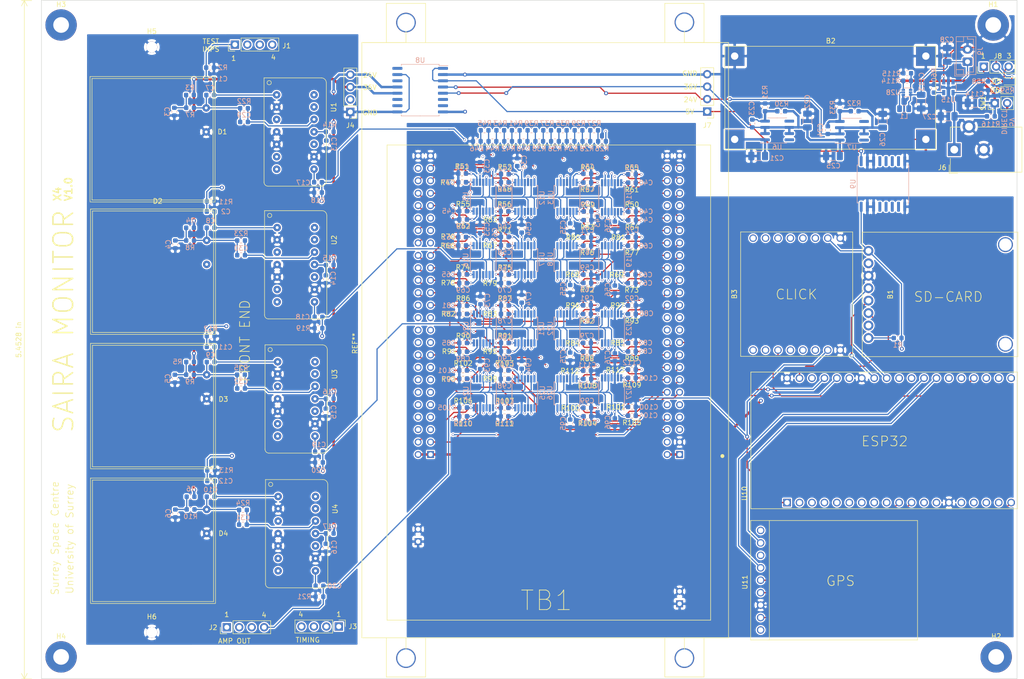
<source format=kicad_pcb>
(kicad_pcb (version 20171130) (host pcbnew "(5.1.4)-1")
  (layers (0 F.Cu signal) (1 In1.Cu signal) (2 In2.Cu signal) (31 B.Cu signal) (34 B.Paste user hide) (35 F.Paste user hide) (36 B.SilkS user) (37 F.SilkS user) (38 B.Mask user) (39 F.Mask user hide) (44 Edge.Cuts user))
  (net 0 "")
  (net 1 "Net-(C1-Pad2)")
  (net 2 "/Front End/P1_OUT")
  (net 3 "Net-(C2-Pad2)")
  (net 4 "/Front End/P2_OUT")
  (net 5 "/Front End/P3_OUT")
  (net 6 "/Front End/P4_OUT")
  (net 7 GNDA)
  (net 8 "Net-(C5-Pad1)")
  (net 9 "Net-(C6-Pad1)")
  (net 10 "Net-(C10-Pad2)")
  (net 11 "Net-(C11-Pad2)")
  (net 12 "Net-(C12-Pad2)")
  (net 13 "Net-(C13-Pad1)")
  (net 14 "Net-(C14-Pad1)")
  (net 15 "Net-(C15-Pad1)")
  (net 16 "Net-(C16-Pad1)")
  (net 17 "Net-(C17-Pad2)")
  (net 18 "Net-(C18-Pad2)")
  (net 19 "Net-(C19-Pad2)")
  (net 20 "Net-(C20-Pad2)")
  (net 21 36V_A)
  (net 22 24V_A)
  (net 23 GNDREF)
  (net 24 5V)
  (net 25 35V_BOOST)
  (net 26 "Net-(C23-Pad2)")
  (net 27 "Net-(C24-Pad2)")
  (net 28 PSU_5V_IN)
  (net 29 36V)
  (net 30 24V)
  (net 31 "Net-(C3-Pad1)")
  (net 32 "Net-(C4-Pad1)")
  (net 33 SD_CS)
  (net 34 "Net-(B1-Pad8)")
  (net 35 GNDD)
  (net 36 VSPI_CLK)
  (net 37 VSPI_IN)
  (net 38 VSPI_OUT)
  (net 39 "Net-(TB1-Pad1)")
  (net 40 TFT_CS)
  (net 41 GPS_EN)
  (net 42 GPS_FIX)
  (net 43 UART1_TX)
  (net 44 UART1_RX)
  (net 45 HSPI_OUT)
  (net 46 HSPI_IN)
  (net 47 HSPI_CLK)
  (net 48 3V3)
  (net 49 "Net-(B1-Pad2)")
  (net 50 "Net-(B3-Pad16)")
  (net 51 "Net-(B3-Pad15)")
  (net 52 "Net-(B3-Pad14)")
  (net 53 "Net-(B3-Pad13)")
  (net 54 "Net-(B3-Pad12)")
  (net 55 "Net-(B3-Pad11)")
  (net 56 "Net-(B3-Pad2)")
  (net 57 "Net-(B3-Pad1)")
  (net 58 A1_OUT)
  (net 59 A2_OUT)
  (net 60 A3_OUT)
  (net 61 A4_OUT)
  (net 62 A4_TIM)
  (net 63 A3_TIM)
  (net 64 A2_TIM)
  (net 65 A1_TIM)
  (net 66 "Net-(TB1-Pad87)")
  (net 67 "Net-(TB1-Pad85)")
  (net 68 "Net-(TB1-Pad76)")
  (net 69 "Net-(TB1-Pad72)")
  (net 70 "Net-(TB1-Pad71)")
  (net 71 "Net-(TB1-Pad70)")
  (net 72 "Net-(TB1-Pad69)")
  (net 73 "Net-(TB1-Pad66)")
  (net 74 "Net-(TB1-Pad65)")
  (net 75 "Net-(TB1-Pad64)")
  (net 76 "Net-(TB1-Pad63)")
  (net 77 "Net-(TB1-Pad62)")
  (net 78 "Net-(TB1-Pad61)")
  (net 79 "Net-(TB1-Pad60)")
  (net 80 "Net-(TB1-Pad59)")
  (net 81 "Net-(TB1-Pad58)")
  (net 82 "Net-(TB1-Pad57)")
  (net 83 "Net-(TB1-Pad56)")
  (net 84 "Net-(TB1-Pad55)")
  (net 85 "Net-(TB1-Pad23)")
  (net 86 "Net-(TB1-Pad21)")
  (net 87 "Net-(TB1-Pad10)")
  (net 88 "Net-(TB1-Pad9)")
  (net 89 "Net-(TB1-Pad4)")
  (net 90 "Net-(U1-Pad10)")
  (net 91 "Net-(U1-Pad14)")
  (net 92 "Net-(U1-Pad13)")
  (net 93 "Net-(U1-Pad7)")
  (net 94 "Net-(U1-Pad6)")
  (net 95 "Net-(U1-Pad3)")
  (net 96 "Net-(U2-Pad10)")
  (net 97 "Net-(U2-Pad14)")
  (net 98 "Net-(U2-Pad13)")
  (net 99 "Net-(U2-Pad7)")
  (net 100 "Net-(U2-Pad6)")
  (net 101 "Net-(U2-Pad3)")
  (net 102 "Net-(U3-Pad10)")
  (net 103 "Net-(U3-Pad14)")
  (net 104 "Net-(U3-Pad13)")
  (net 105 "Net-(U3-Pad7)")
  (net 106 "Net-(U3-Pad6)")
  (net 107 "Net-(U3-Pad3)")
  (net 108 "Net-(U4-Pad10)")
  (net 109 "Net-(U4-Pad14)")
  (net 110 "Net-(U4-Pad13)")
  (net 111 "Net-(U4-Pad7)")
  (net 112 "Net-(U4-Pad6)")
  (net 113 "Net-(U4-Pad3)")
  (net 114 "Net-(U6-Pad8)")
  (net 115 "Net-(U6-Pad5)")
  (net 116 "Net-(U7-Pad8)")
  (net 117 "Net-(U7-Pad5)")
  (net 118 "Net-(U8-Pad11)")
  (net 119 "Net-(U8-Pad10)")
  (net 120 "Net-(U8-Pad6)")
  (net 121 "Net-(U9-Pad13)")
  (net 122 "Net-(U9-Pad12)")
  (net 123 "Net-(U9-Pad11)")
  (net 124 "Net-(U9-Pad10)")
  (net 125 "Net-(U9-Pad6)")
  (net 126 "Net-(U9-Pad5)")
  (net 127 "Net-(U9-Pad4)")
  (net 128 "Net-(U10-Pad38)")
  (net 129 "Net-(U10-Pad37)")
  (net 130 "Net-(U10-Pad36)")
  (net 131 "Net-(U10-Pad34)")
  (net 132 "Net-(U10-Pad33)")
  (net 133 UART0_RX)
  (net 134 UART0_TX)
  (net 135 "Net-(U10-Pad18)")
  (net 136 "Net-(U10-Pad9)")
  (net 137 "Net-(U10-Pad8)")
  (net 138 "Net-(U10-Pad7)")
  (net 139 "Net-(U10-Pad6)")
  (net 140 "Net-(U10-Pad5)")
  (net 141 "Net-(U10-Pad4)")
  (net 142 "Net-(U10-Pad3)")
  (net 143 "Net-(U10-Pad2)")
  (net 144 "Net-(U11-Pad9)")
  (net 145 "Net-(U11-Pad3)")
  (net 146 "Net-(U11-Pad1)")
  (net 147 "Net-(C27-Pad2)")
  (net 148 "Net-(D5-Pad2)")
  (net 149 "Net-(D5-Pad1)")
  (net 150 "Net-(D6-Pad1)")
  (net 151 "Net-(R60-Pad2)")
  (net 152 "Net-(C29-Pad2)")
  (net 153 "Net-(C30-Pad2)")
  (net 154 "Net-(C32-Pad2)")
  (net 155 "Net-(D2-Pad1)")
  (net 156 D1_CHL_2)
  (net 157 D1_CHL_3)
  (net 158 LEVEL3)
  (net 159 LEVEL2)
  (net 160 LEVEL0)
  (net 161 LEVEL1)
  (net 162 D1_CHL_1)
  (net 163 D1_CHL_0)
  (net 164 "Net-(U10-Pad30)")
  (net 165 "Net-(U10-Pad25)")
  (net 166 "Net-(U10-Pad22)")
  (net 167 D1_CHL_6)
  (net 168 D1_CHL_7)
  (net 169 LEVEL7)
  (net 170 LEVEL6)
  (net 171 LEVEL4)
  (net 172 LEVEL5)
  (net 173 D1_CHL_5)
  (net 174 D1_CHL_4)
  (net 175 D1_CHL_10)
  (net 176 D1_CHL_11)
  (net 177 LEVEL11)
  (net 178 LEVEL10)
  (net 179 LEVEL8)
  (net 180 LEVEL9)
  (net 181 D1_CHL_9)
  (net 182 D1_CHL_8)
  (net 183 D1_CHL_14)
  (net 184 D1_CHL_15)
  (net 185 LEVEL15)
  (net 186 LEVEL14)
  (net 187 LEVEL12)
  (net 188 LEVEL13)
  (net 189 D1_CHL_13)
  (net 190 D1_CHL_12)
  (net 191 D2_CHL_2)
  (net 192 D2_CHL_3)
  (net 193 D2_CHL_1)
  (net 194 D2_CHL_0)
  (net 195 D2_CHL_6)
  (net 196 D2_CHL_7)
  (net 197 D2_CHL_5)
  (net 198 D2_CHL_4)
  (net 199 D2_CHL_10)
  (net 200 D2_CHL_11)
  (net 201 D2_CHL_9)
  (net 202 D2_CHL_8)
  (net 203 D2_CHL_14)
  (net 204 D2_CHL_15)
  (net 205 D2_CHL_13)
  (net 206 D2_CHL_12)
  (net 207 D3_CHL_2)
  (net 208 D3_CHL_3)
  (net 209 D3_CHL_1)
  (net 210 D3_CHL_0)
  (net 211 D3_CHL_6)
  (net 212 D3_CHL_7)
  (net 213 D3_CHL_5)
  (net 214 D3_CHL_4)
  (net 215 D3_CHL_10)
  (net 216 D3_CHL_11)
  (net 217 D3_CHL_9)
  (net 218 D3_CHL_8)
  (net 219 D3_CHL_14)
  (net 220 D3_CHL_15)
  (net 221 D3_CHL_13)
  (net 222 D3_CHL_12)
  (net 223 D4_CHL_2)
  (net 224 D4_CHL_3)
  (net 225 D4_CHL_1)
  (net 226 D4_CHL_0)
  (net 227 D4_CHL_6)
  (net 228 D4_CHL_7)
  (net 229 D4_CHL_5)
  (net 230 D4_CHL_4)
  (net 231 D4_CHL_10)
  (net 232 D4_CHL_11)
  (net 233 D4_CHL_9)
  (net 234 D4_CHL_8)
  (net 235 D4_CHL_14)
  (net 236 D4_CHL_15)
  (net 237 D4_CHL_13)
  (net 238 D4_CHL_12)
  (net 239 "Net-(J4-Pad2)")
  (net 240 "Net-(U8-Pad16)")
  (net 241 "Net-(U8-Pad14)")
  (net 242 BAT_IN)
  (net 243 DC_DIRECT)
  (net 244 "Net-(R114-Pad1)")
  (net 245 "Net-(L1-Pad2)")
  (net 246 "Net-(U10-Pad17)")
  (net 247 "Net-(U10-Pad16)")
  (module ESP32-DEVKITC-32D:MODULE_ESP32-DEVKITC-32D (layer F.Cu) (at 192.35 99.8 90)
    (fp_text reference U10 (at -10.829175 -28.446045 90) (layer F.SilkS) (effects (font (size 1.000386 1.000386))))
    (fp_text value ESP32-DEVKITC-32D)
    (pad 38 thru_hole circle (at 12.7 25.96 90) (size 1.56 1.56) (drill 1.04) (layers *.Cu *.Mask) (net 128 "Net-(U10-Pad38)"))
    (pad 37 thru_hole circle (at 12.7 23.42 90) (size 1.56 1.56) (drill 1.04) (layers *.Cu *.Mask) (net 129 "Net-(U10-Pad37)"))
    (pad 36 thru_hole circle (at 12.7 20.88 90) (size 1.56 1.56) (drill 1.04) (layers *.Cu *.Mask) (net 130 "Net-(U10-Pad36)"))
    (pad 35 thru_hole circle (at 12.7 18.34 90) (size 1.56 1.56) (drill 1.04) (layers *.Cu *.Mask) (net 40 TFT_CS))
    (pad 34 thru_hole circle (at 12.7 15.8 90) (size 1.56 1.56) (drill 1.04) (layers *.Cu *.Mask) (net 131 "Net-(U10-Pad34)"))
    (pad 33 thru_hole circle (at 12.7 13.26 90) (size 1.56 1.56) (drill 1.04) (layers *.Cu *.Mask) (net 132 "Net-(U10-Pad33)"))
    (pad 32 thru_hole circle (at 12.7 10.72 90) (size 1.56 1.56) (drill 1.04) (layers *.Cu *.Mask) (net 41 GPS_EN))
    (pad 31 thru_hole circle (at 12.7 8.18 90) (size 1.56 1.56) (drill 1.04) (layers *.Cu *.Mask) (net 42 GPS_FIX))
    (pad 30 thru_hole circle (at 12.7 5.64 90) (size 1.56 1.56) (drill 1.04) (layers *.Cu *.Mask) (net 164 "Net-(U10-Pad30)"))
    (pad 29 thru_hole circle (at 12.7 3.1 90) (size 1.56 1.56) (drill 1.04) (layers *.Cu *.Mask) (net 33 SD_CS))
    (pad 28 thru_hole circle (at 12.7 0.56 90) (size 1.56 1.56) (drill 1.04) (layers *.Cu *.Mask) (net 36 VSPI_CLK))
    (pad 27 thru_hole circle (at 12.7 -1.98 90) (size 1.56 1.56) (drill 1.04) (layers *.Cu *.Mask) (net 37 VSPI_IN))
    (pad 26 thru_hole circle (at 12.7 -4.52 90) (size 1.56 1.56) (drill 1.04) (layers *.Cu *.Mask) (net 35 GNDD))
    (pad 25 thru_hole circle (at 12.7 -7.06 90) (size 1.56 1.56) (drill 1.04) (layers *.Cu *.Mask) (net 165 "Net-(U10-Pad25)"))
    (pad 24 thru_hole circle (at 12.7 -9.6 90) (size 1.56 1.56) (drill 1.04) (layers *.Cu *.Mask) (net 133 UART0_RX))
    (pad 23 thru_hole circle (at 12.7 -12.14 90) (size 1.56 1.56) (drill 1.04) (layers *.Cu *.Mask) (net 134 UART0_TX))
    (pad 22 thru_hole circle (at 12.7 -14.68 90) (size 1.56 1.56) (drill 1.04) (layers *.Cu *.Mask) (net 166 "Net-(U10-Pad22)"))
    (pad 21 thru_hole circle (at 12.7 -17.22 90) (size 1.56 1.56) (drill 1.04) (layers *.Cu *.Mask) (net 38 VSPI_OUT))
    (pad 20 thru_hole circle (at 12.7 -19.76 90) (size 1.56 1.56) (drill 1.04) (layers *.Cu *.Mask) (net 35 GNDD))
    (pad 18 thru_hole circle (at -12.7 23.42 90) (size 1.56 1.56) (drill 1.04) (layers *.Cu *.Mask) (net 135 "Net-(U10-Pad18)"))
    (pad 17 thru_hole circle (at -12.7 20.88 90) (size 1.56 1.56) (drill 1.04) (layers *.Cu *.Mask) (net 246 "Net-(U10-Pad17)"))
    (pad 16 thru_hole circle (at -12.7 18.34 90) (size 1.56 1.56) (drill 1.04) (layers *.Cu *.Mask) (net 247 "Net-(U10-Pad16)"))
    (pad 15 thru_hole circle (at -12.7 15.8 90) (size 1.56 1.56) (drill 1.04) (layers *.Cu *.Mask) (net 45 HSPI_OUT))
    (pad 14 thru_hole circle (at -12.7 13.26 90) (size 1.56 1.56) (drill 1.04) (layers *.Cu *.Mask) (net 35 GNDD))
    (pad 13 thru_hole circle (at -12.7 10.72 90) (size 1.56 1.56) (drill 1.04) (layers *.Cu *.Mask) (net 46 HSPI_IN))
    (pad 12 thru_hole circle (at -12.7 8.18 90) (size 1.56 1.56) (drill 1.04) (layers *.Cu *.Mask) (net 47 HSPI_CLK))
    (pad 11 thru_hole circle (at -12.7 5.64 90) (size 1.56 1.56) (drill 1.04) (layers *.Cu *.Mask) (net 43 UART1_TX))
    (pad 10 thru_hole circle (at -12.7 3.1 90) (size 1.56 1.56) (drill 1.04) (layers *.Cu *.Mask) (net 44 UART1_RX))
    (pad 9 thru_hole circle (at -12.7 0.56 90) (size 1.56 1.56) (drill 1.04) (layers *.Cu *.Mask) (net 136 "Net-(U10-Pad9)"))
    (pad 8 thru_hole circle (at -12.7 -1.98 90) (size 1.56 1.56) (drill 1.04) (layers *.Cu *.Mask) (net 137 "Net-(U10-Pad8)"))
    (pad 7 thru_hole circle (at -12.7 -4.52 90) (size 1.56 1.56) (drill 1.04) (layers *.Cu *.Mask) (net 138 "Net-(U10-Pad7)"))
    (pad 6 thru_hole circle (at -12.7 -7.06 90) (size 1.56 1.56) (drill 1.04) (layers *.Cu *.Mask) (net 139 "Net-(U10-Pad6)"))
    (pad 5 thru_hole circle (at -12.7 -9.6 90) (size 1.56 1.56) (drill 1.04) (layers *.Cu *.Mask) (net 140 "Net-(U10-Pad5)"))
    (pad 4 thru_hole circle (at -12.7 -12.14 90) (size 1.56 1.56) (drill 1.04) (layers *.Cu *.Mask) (net 141 "Net-(U10-Pad4)"))
    (pad 3 thru_hole circle (at -12.7 -14.68 90) (size 1.56 1.56) (drill 1.04) (layers *.Cu *.Mask) (net 142 "Net-(U10-Pad3)"))
    (pad 19 thru_hole circle (at -12.7 25.96 90) (size 1.56 1.56) (drill 1.04) (layers *.Cu *.Mask) (net 24 5V))
    (pad 2 thru_hole circle (at -12.7 -17.22 90) (size 1.56 1.56) (drill 1.04) (layers *.Cu *.Mask) (net 143 "Net-(U10-Pad2)"))
    (pad 1 thru_hole rect (at -12.7 -19.76 90) (size 1.56 1.56) (drill 1.04) (layers *.Cu *.Mask) (net 48 3V3))
  )
  (module Inductor_SMD:L_0805_2012Metric (layer B.Cu) (at 196.47 32.1 180)
    (fp_text reference L1 (at 0.06 -1.53) (layer B.SilkS) (effects (justify mirror)))
    (fp_text value 1uH)
    (pad 2 smd roundrect (at 0.9375 0 180) (size 0.975 1.4) (layers B.Cu B.Paste B.Mask) (net 245 "Net-(L1-Pad2)"))
    (pad 1 smd roundrect (at -0.9375 0 180) (size 0.975 1.4) (layers B.Cu B.Paste B.Mask) (net 242 BAT_IN))
  )
  (module Package_TO_SOT_SMD:SOT-563 (layer B.Cu) (at 197.05 28.75 180)
    (fp_text reference U28 (at 2.81 -0.02) (layer B.SilkS) (effects (justify mirror)))
    (fp_text value TPS61023)
    (pad 5 smd rect (at 0.75 0 180) (size 0.7 0.4) (layers B.Cu B.Paste B.Mask) (net 245 "Net-(L1-Pad2)"))
    (pad 4 smd rect (at 0.75 -0.5 180) (size 0.7 0.4) (layers B.Cu B.Paste B.Mask) (net 23 GNDREF))
    (pad 2 smd rect (at -0.75 0 180) (size 0.7 0.4) (layers B.Cu B.Paste B.Mask) (net 242 BAT_IN))
    (pad 6 smd rect (at 0.75 0.5 180) (size 0.7 0.4) (layers B.Cu B.Paste B.Mask) (net 243 DC_DIRECT))
    (pad 3 smd rect (at -0.75 -0.5 180) (size 0.7 0.4) (layers B.Cu B.Paste B.Mask) (net 242 BAT_IN))
    (pad 1 smd rect (at -0.75 0.5 180) (size 0.7 0.4) (layers B.Cu B.Paste B.Mask) (net 244 "Net-(R114-Pad1)"))
  )
  (module Resistor_SMD:R_0603_1608Metric (layer B.Cu) (at 214.1625 33.65)
    (fp_text reference R116 (at -0.0125 1.61) (layer B.SilkS) (effects (justify mirror)))
    (fp_text value N.M)
    (pad 2 smd roundrect (at 0.7875 0) (size 0.875 0.95) (layers B.Cu B.Paste B.Mask) (net 243 DC_DIRECT))
    (pad 1 smd roundrect (at -0.7875 0) (size 0.875 0.95) (layers B.Cu B.Paste B.Mask) (net 147 "Net-(C27-Pad2)"))
  )
  (module Resistor_SMD:R_0603_1608Metric (layer B.Cu) (at 197.1 24.85)
    (fp_text reference R115 (at -3.21 0.09) (layer B.SilkS) (effects (justify mirror)))
    (fp_text value 100k)
    (pad 2 smd roundrect (at 0.7875 0) (size 0.875 0.95) (layers B.Cu B.Paste B.Mask) (net 244 "Net-(R114-Pad1)"))
    (pad 1 smd roundrect (at -0.7875 0) (size 0.875 0.95) (layers B.Cu B.Paste B.Mask) (net 23 GNDREF))
  )
  (module Resistor_SMD:R_0603_1608Metric (layer B.Cu) (at 197.0875 26.4 180)
    (fp_text reference R114 (at 3.3575 -0.01) (layer B.SilkS) (effects (justify mirror)))
    (fp_text value 723k)
    (pad 2 smd roundrect (at 0.7875 0 180) (size 0.875 0.95) (layers B.Cu B.Paste B.Mask) (net 243 DC_DIRECT))
    (pad 1 smd roundrect (at -0.7875 0 180) (size 0.875 0.95) (layers B.Cu B.Paste B.Mask) (net 244 "Net-(R114-Pad1)"))
  )
  (module Capacitor_SMD:C_1206_3216Metric (layer B.Cu) (at 210.85 30.9 180)
    (fp_text reference C114 (at 0 1.82 180) (layer B.SilkS) (effects (justify mirror)))
    (fp_text value 10uF)
    (pad 2 smd roundrect (at 1.4 0 180) (size 1.25 1.75) (layers B.Cu B.Paste B.Mask) (roundrect_rratio 0.2) (net 23 GNDREF))
    (pad 1 smd roundrect (at -1.4 0 180) (size 1.25 1.75) (layers B.Cu B.Paste B.Mask) (roundrect_rratio 0.2) (net 243 DC_DIRECT))
  )
  (module Capacitor_SMD:C_1206_3216Metric (layer B.Cu) (at 199.95 30.65 270)
    (fp_text reference C113 (at -4.07 -0.11 270) (layer B.SilkS) (effects (justify mirror)))
    (fp_text value 10uF)
    (pad 2 smd roundrect (at 1.4 0 270) (size 1.25 1.75) (layers B.Cu B.Paste B.Mask) (roundrect_rratio 0.2) (net 23 GNDREF))
    (pad 1 smd roundrect (at -1.4 0 270) (size 1.25 1.75) (layers B.Cu B.Paste B.Mask) (roundrect_rratio 0.2) (net 242 BAT_IN))
  )
  (module Capacitor_SMD:C_0603_1608Metric (layer B.Cu) (at 106.5125 54.7)
    (fp_text reference C49 (at 0 1.43) (layer B.SilkS) (effects (justify mirror)))
    (fp_text value 4nF)
    (pad 2 smd roundrect (at 0.7875 0) (size 0.875 0.95) (layers B.Cu B.Paste B.Mask) (net 157 D1_CHL_3))
    (pad 1 smd roundrect (at -0.7875 0) (size 0.875 0.95) (layers B.Cu B.Paste B.Mask) (net 35 GNDD))
  )
  (module Capacitor_SMD:C_0603_1608Metric (layer B.Cu) (at 106.5125 53)
    (fp_text reference C45 (at -2.8825 -0.01) (layer B.SilkS) (effects (justify mirror)))
    (fp_text value 4nF)
    (pad 2 smd roundrect (at 0.7875 0) (size 0.875 0.95) (layers B.Cu B.Paste B.Mask) (net 156 D1_CHL_2))
    (pad 1 smd roundrect (at -0.7875 0) (size 0.875 0.95) (layers B.Cu B.Paste B.Mask) (net 35 GNDD))
  )
  (module Capacitor_SMD:C_0603_1608Metric (layer B.Cu) (at 106.3125 45.3)
    (fp_text reference C41 (at -0.0125 -1.32) (layer B.SilkS) (effects (justify mirror)))
    (fp_text value 4nF)
    (pad 2 smd roundrect (at 0.7875 0) (size 0.875 0.95) (layers B.Cu B.Paste B.Mask) (net 162 D1_CHL_1))
    (pad 1 smd roundrect (at -0.7875 0) (size 0.875 0.95) (layers B.Cu B.Paste B.Mask) (net 35 GNDD))
  )
  (module Capacitor_SMD:C_0603_1608Metric (layer B.Cu) (at 106.3125 47.1)
    (fp_text reference C37 (at -2.7925 0.05) (layer B.SilkS) (effects (justify mirror)))
    (fp_text value 4nF)
    (pad 2 smd roundrect (at 0.7875 0) (size 0.875 0.95) (layers B.Cu B.Paste B.Mask) (net 163 D1_CHL_0))
    (pad 1 smd roundrect (at -0.7875 0) (size 0.875 0.95) (layers B.Cu B.Paste B.Mask) (net 35 GNDD))
  )
  (module Capacitor_SMD:C_0603_1608Metric (layer B.Cu) (at 106.5125 94.9)
    (fp_text reference C109 (at 0 1.43) (layer B.SilkS) (effects (justify mirror)))
    (fp_text value 4nF)
    (pad 2 smd roundrect (at 0.7875 0) (size 0.875 0.95) (layers B.Cu B.Paste B.Mask) (net 224 D4_CHL_3))
    (pad 1 smd roundrect (at -0.7875 0) (size 0.875 0.95) (layers B.Cu B.Paste B.Mask) (net 35 GNDD))
  )
  (module Capacitor_SMD:C_0603_1608Metric (layer B.Cu) (at 106.5125 93.1)
    (fp_text reference C105 (at -3.2625 0.03) (layer B.SilkS) (effects (justify mirror)))
    (fp_text value 4nF)
    (pad 2 smd roundrect (at 0.7875 0) (size 0.875 0.95) (layers B.Cu B.Paste B.Mask) (net 223 D4_CHL_2))
    (pad 1 smd roundrect (at -0.7875 0) (size 0.875 0.95) (layers B.Cu B.Paste B.Mask) (net 35 GNDD))
  )
  (module Capacitor_SMD:C_0603_1608Metric (layer B.Cu) (at 106.5125 85.5)
    (fp_text reference C101 (at -3.2725 0.02) (layer B.SilkS) (effects (justify mirror)))
    (fp_text value 4nF)
    (pad 2 smd roundrect (at 0.7875 0) (size 0.875 0.95) (layers B.Cu B.Paste B.Mask) (net 225 D4_CHL_1))
    (pad 1 smd roundrect (at -0.7875 0) (size 0.875 0.95) (layers B.Cu B.Paste B.Mask) (net 35 GNDD))
  )
  (module Capacitor_SMD:C_0603_1608Metric (layer B.Cu) (at 106.5125 87.2)
    (fp_text reference C97 (at -2.8825 0.16) (layer B.SilkS) (effects (justify mirror)))
    (fp_text value 4nF)
    (pad 2 smd roundrect (at 0.7875 0) (size 0.875 0.95) (layers B.Cu B.Paste B.Mask) (net 226 D4_CHL_0))
    (pad 1 smd roundrect (at -0.7875 0) (size 0.875 0.95) (layers B.Cu B.Paste B.Mask) (net 35 GNDD))
  )
  (module Capacitor_SMD:C_0603_1608Metric (layer B.Cu) (at 106.5125 81.7)
    (fp_text reference C89 (at 0 1.43) (layer B.SilkS) (effects (justify mirror)))
    (fp_text value 4nF)
    (pad 2 smd roundrect (at 0.7875 0) (size 0.875 0.95) (layers B.Cu B.Paste B.Mask) (net 208 D3_CHL_3))
    (pad 1 smd roundrect (at -0.7875 0) (size 0.875 0.95) (layers B.Cu B.Paste B.Mask) (net 35 GNDD))
  )
  (module Capacitor_SMD:C_0603_1608Metric (layer B.Cu) (at 106.5125 79.9)
    (fp_text reference C85 (at -2.9125 0.01) (layer B.SilkS) (effects (justify mirror)))
    (fp_text value 4nF)
    (pad 2 smd roundrect (at 0.7875 0) (size 0.875 0.95) (layers B.Cu B.Paste B.Mask) (net 207 D3_CHL_2))
    (pad 1 smd roundrect (at -0.7875 0) (size 0.875 0.95) (layers B.Cu B.Paste B.Mask) (net 35 GNDD))
  )
  (module Capacitor_SMD:C_0603_1608Metric (layer B.Cu) (at 106.5125 72.3)
    (fp_text reference C81 (at -2.9025 -0.04) (layer B.SilkS) (effects (justify mirror)))
    (fp_text value 4nF)
    (pad 2 smd roundrect (at 0.7875 0) (size 0.875 0.95) (layers B.Cu B.Paste B.Mask) (net 209 D3_CHL_1))
    (pad 1 smd roundrect (at -0.7875 0) (size 0.875 0.95) (layers B.Cu B.Paste B.Mask) (net 35 GNDD))
  )
  (module Capacitor_SMD:C_0603_1608Metric (layer B.Cu) (at 106.5125 74)
    (fp_text reference C77 (at -2.6925 0.02) (layer B.SilkS) (effects (justify mirror)))
    (fp_text value 4nF)
    (pad 2 smd roundrect (at 0.7875 0) (size 0.875 0.95) (layers B.Cu B.Paste B.Mask) (net 210 D3_CHL_0))
    (pad 1 smd roundrect (at -0.7875 0) (size 0.875 0.95) (layers B.Cu B.Paste B.Mask) (net 35 GNDD))
  )
  (module Capacitor_SMD:C_0603_1608Metric (layer B.Cu) (at 106.5125 67.7)
    (fp_text reference C69 (at 0 1.43) (layer B.SilkS) (effects (justify mirror)))
    (fp_text value 4nF)
    (pad 2 smd roundrect (at 0.7875 0) (size 0.875 0.95) (layers B.Cu B.Paste B.Mask) (net 192 D2_CHL_3))
    (pad 1 smd roundrect (at -0.7875 0) (size 0.875 0.95) (layers B.Cu B.Paste B.Mask) (net 35 GNDD))
  )
  (module Capacitor_SMD:C_0603_1608Metric (layer B.Cu) (at 106.5 65.9)
    (fp_text reference C65 (at -2.94 0.03) (layer B.SilkS) (effects (justify mirror)))
    (fp_text value 4nF)
    (pad 2 smd roundrect (at 0.7875 0) (size 0.875 0.95) (layers B.Cu B.Paste B.Mask) (net 191 D2_CHL_2))
    (pad 1 smd roundrect (at -0.7875 0) (size 0.875 0.95) (layers B.Cu B.Paste B.Mask) (net 35 GNDD))
  )
  (module Capacitor_SMD:C_0603_1608Metric (layer B.Cu) (at 106.3125 58.3)
    (fp_text reference C61 (at -2.7025 0) (layer B.SilkS) (effects (justify mirror)))
    (fp_text value 4nF)
    (pad 2 smd roundrect (at 0.7875 0) (size 0.875 0.95) (layers B.Cu B.Paste B.Mask) (net 193 D2_CHL_1))
    (pad 1 smd roundrect (at -0.7875 0) (size 0.875 0.95) (layers B.Cu B.Paste B.Mask) (net 35 GNDD))
  )
  (module Capacitor_SMD:C_0603_1608Metric (layer B.Cu) (at 106.3125 60)
    (fp_text reference C57 (at -2.6125 0.13) (layer B.SilkS) (effects (justify mirror)))
    (fp_text value 4nF)
    (pad 1 smd roundrect (at -0.7875 0) (size 0.875 0.95) (layers B.Cu B.Paste B.Mask) (net 35 GNDD))
    (pad 2 smd roundrect (at 0.7875 0) (size 0.875 0.95) (layers B.Cu B.Paste B.Mask) (net 194 D2_CHL_0))
  )
  (module STM32F3DISCOVERY:SHIELD_STM32F3DISCOVERY (layer F.Cu) (at 124 88 180)
    (fp_text reference TB1 (at 0.5 -44.5) (layer F.SilkS) (effects (font (size 4 4))))
    (fp_text value STM32F3DISCOVERY)
    (pad 104 thru_hole circle (at 26.67 -29.92 180) (size 1.408 1.408) (drill 0.9) (layers *.Cu *.Mask) (net 35 GNDD))
    (pad 103 thru_hole rect (at 26.67 -32.46 180) (size 1.408 1.408) (drill 0.9) (layers *.Cu *.Mask) (net 35 GNDD))
    (pad 102 thru_hole circle (at -26.67 -42.62 180) (size 1.408 1.408) (drill 0.9) (layers *.Cu *.Mask) (net 35 GNDD))
    (pad 101 thru_hole rect (at -26.67 -45.16 180) (size 1.408 1.408) (drill 0.9) (layers *.Cu *.Mask) (net 35 GNDD))
    (pad 100 thru_hole circle (at 26.67 46.28 180) (size 1.408 1.408) (drill 0.9) (layers *.Cu *.Mask) (net 35 GNDD))
    (pad 99 thru_hole circle (at 24.13 46.28 180) (size 1.408 1.408) (drill 0.9) (layers *.Cu *.Mask) (net 35 GNDD))
    (pad 98 thru_hole circle (at 26.67 43.74 180) (size 1.408 1.408) (drill 0.9) (layers *.Cu *.Mask))
    (pad 97 thru_hole circle (at 24.13 43.74 180) (size 1.408 1.408) (drill 0.9) (layers *.Cu *.Mask) (net 173 D1_CHL_5))
    (pad 96 thru_hole circle (at 26.67 41.2 180) (size 1.408 1.408) (drill 0.9) (layers *.Cu *.Mask) (net 174 D1_CHL_4))
    (pad 95 thru_hole circle (at 24.13 41.2 180) (size 1.408 1.408) (drill 0.9) (layers *.Cu *.Mask) (net 162 D1_CHL_1))
    (pad 94 thru_hole circle (at 26.67 38.66 180) (size 1.408 1.408) (drill 0.9) (layers *.Cu *.Mask) (net 157 D1_CHL_3))
    (pad 93 thru_hole circle (at 24.13 38.66 180) (size 1.408 1.408) (drill 0.9) (layers *.Cu *.Mask) (net 156 D1_CHL_2))
    (pad 92 thru_hole circle (at 26.67 36.12 180) (size 1.408 1.408) (drill 0.9) (layers *.Cu *.Mask) (net 168 D1_CHL_7))
    (pad 91 thru_hole circle (at 24.13 36.12 180) (size 1.408 1.408) (drill 0.9) (layers *.Cu *.Mask) (net 167 D1_CHL_6))
    (pad 90 thru_hole circle (at 26.67 33.58 180) (size 1.408 1.408) (drill 0.9) (layers *.Cu *.Mask) (net 196 D2_CHL_7))
    (pad 89 thru_hole circle (at 24.13 33.58 180) (size 1.408 1.408) (drill 0.9) (layers *.Cu *.Mask) (net 195 D2_CHL_6))
    (pad 88 thru_hole circle (at 26.67 31.04 180) (size 1.408 1.408) (drill 0.9) (layers *.Cu *.Mask) (net 197 D2_CHL_5))
    (pad 87 thru_hole circle (at 24.13 31.04 180) (size 1.408 1.408) (drill 0.9) (layers *.Cu *.Mask) (net 66 "Net-(TB1-Pad87)"))
    (pad 86 thru_hole circle (at 26.67 28.5 180) (size 1.408 1.408) (drill 0.9) (layers *.Cu *.Mask) (net 198 D2_CHL_4))
    (pad 85 thru_hole circle (at 24.13 28.5 180) (size 1.408 1.408) (drill 0.9) (layers *.Cu *.Mask) (net 67 "Net-(TB1-Pad85)"))
    (pad 84 thru_hole circle (at 26.67 25.96 180) (size 1.408 1.408) (drill 0.9) (layers *.Cu *.Mask) (net 194 D2_CHL_0))
    (pad 83 thru_hole circle (at 24.13 25.96 180) (size 1.408 1.408) (drill 0.9) (layers *.Cu *.Mask) (net 193 D2_CHL_1))
    (pad 82 thru_hole circle (at 26.67 23.42 180) (size 1.408 1.408) (drill 0.9) (layers *.Cu *.Mask) (net 192 D2_CHL_3))
    (pad 81 thru_hole circle (at 24.13 23.42 180) (size 1.408 1.408) (drill 0.9) (layers *.Cu *.Mask) (net 191 D2_CHL_2))
    (pad 80 thru_hole circle (at 26.67 20.88 180) (size 1.408 1.408) (drill 0.9) (layers *.Cu *.Mask) (net 214 D3_CHL_4))
    (pad 79 thru_hole circle (at 24.13 20.88 180) (size 1.408 1.408) (drill 0.9) (layers *.Cu *.Mask) (net 213 D3_CHL_5))
    (pad 78 thru_hole circle (at 26.67 18.34 180) (size 1.408 1.408) (drill 0.9) (layers *.Cu *.Mask) (net 207 D3_CHL_2))
    (pad 77 thru_hole circle (at 24.13 18.34 180) (size 1.408 1.408) (drill 0.9) (layers *.Cu *.Mask) (net 209 D3_CHL_1))
    (pad 76 thru_hole circle (at 26.67 15.8 180) (size 1.408 1.408) (drill 0.9) (layers *.Cu *.Mask) (net 68 "Net-(TB1-Pad76)"))
    (pad 75 thru_hole circle (at 24.13 15.8 180) (size 1.408 1.408) (drill 0.9) (layers *.Cu *.Mask) (net 208 D3_CHL_3))
    (pad 74 thru_hole circle (at 26.67 13.26 180) (size 1.408 1.408) (drill 0.9) (layers *.Cu *.Mask) (net 212 D3_CHL_7))
    (pad 73 thru_hole circle (at 24.13 13.26 180) (size 1.408 1.408) (drill 0.9) (layers *.Cu *.Mask) (net 211 D3_CHL_6))
    (pad 72 thru_hole circle (at 26.67 10.72 180) (size 1.408 1.408) (drill 0.9) (layers *.Cu *.Mask) (net 69 "Net-(TB1-Pad72)"))
    (pad 71 thru_hole circle (at 24.13 10.72 180) (size 1.408 1.408) (drill 0.9) (layers *.Cu *.Mask) (net 70 "Net-(TB1-Pad71)"))
    (pad 70 thru_hole circle (at 26.67 8.18 180) (size 1.408 1.408) (drill 0.9) (layers *.Cu *.Mask) (net 71 "Net-(TB1-Pad70)"))
    (pad 69 thru_hole circle (at 24.13 8.18 180) (size 1.408 1.408) (drill 0.9) (layers *.Cu *.Mask) (net 72 "Net-(TB1-Pad69)"))
    (pad 68 thru_hole circle (at 26.67 5.64 180) (size 1.408 1.408) (drill 0.9) (layers *.Cu *.Mask) (net 228 D4_CHL_7))
    (pad 67 thru_hole circle (at 24.13 5.64 180) (size 1.408 1.408) (drill 0.9) (layers *.Cu *.Mask) (net 227 D4_CHL_6))
    (pad 66 thru_hole circle (at 26.67 3.1 180) (size 1.408 1.408) (drill 0.9) (layers *.Cu *.Mask) (net 73 "Net-(TB1-Pad66)"))
    (pad 65 thru_hole circle (at 24.13 3.1 180) (size 1.408 1.408) (drill 0.9) (layers *.Cu *.Mask) (net 74 "Net-(TB1-Pad65)"))
    (pad 64 thru_hole circle (at 26.67 0.56 180) (size 1.408 1.408) (drill 0.9) (layers *.Cu *.Mask) (net 75 "Net-(TB1-Pad64)"))
    (pad 63 thru_hole circle (at 24.13 0.56 180) (size 1.408 1.408) (drill 0.9) (layers *.Cu *.Mask) (net 76 "Net-(TB1-Pad63)"))
    (pad 62 thru_hole circle (at 26.67 -1.98 180) (size 1.408 1.408) (drill 0.9) (layers *.Cu *.Mask) (net 77 "Net-(TB1-Pad62)"))
    (pad 61 thru_hole circle (at 24.13 -1.98 180) (size 1.408 1.408) (drill 0.9) (layers *.Cu *.Mask) (net 78 "Net-(TB1-Pad61)"))
    (pad 60 thru_hole circle (at 26.67 -4.52 180) (size 1.408 1.408) (drill 0.9) (layers *.Cu *.Mask) (net 79 "Net-(TB1-Pad60)"))
    (pad 59 thru_hole circle (at 24.13 -4.52 180) (size 1.408 1.408) (drill 0.9) (layers *.Cu *.Mask) (net 80 "Net-(TB1-Pad59)"))
    (pad 58 thru_hole circle (at 26.67 -7.06 180) (size 1.408 1.408) (drill 0.9) (layers *.Cu *.Mask) (net 81 "Net-(TB1-Pad58)"))
    (pad 57 thru_hole circle (at 24.13 -7.06 180) (size 1.408 1.408) (drill 0.9) (layers *.Cu *.Mask) (net 82 "Net-(TB1-Pad57)"))
    (pad 56 thru_hole circle (at 26.67 -9.6 180) (size 1.408 1.408) (drill 0.9) (layers *.Cu *.Mask) (net 83 "Net-(TB1-Pad56)"))
    (pad 55 thru_hole circle (at 24.13 -9.6 180) (size 1.408 1.408) (drill 0.9) (layers *.Cu *.Mask) (net 84 "Net-(TB1-Pad55)"))
    (pad 54 thru_hole circle (at 26.67 -12.14 180) (size 1.408 1.408) (drill 0.9) (layers *.Cu *.Mask) (net 223 D4_CHL_2))
    (pad 53 thru_hole circle (at 24.13 -12.14 180) (size 1.408 1.408) (drill 0.9) (layers *.Cu *.Mask) (net 224 D4_CHL_3))
    (pad 52 thru_hole circle (at 26.67 -14.68 180) (size 1.408 1.408) (drill 0.9) (layers *.Cu *.Mask) (net 24 5V))
    (pad 51 thru_hole rect (at 24.13 -14.68 180) (size 1.408 1.408) (drill 0.9) (layers *.Cu *.Mask) (net 24 5V))
    (pad 50 thru_hole circle (at -24.13 46.28 180) (size 1.408 1.408) (drill 0.9) (layers *.Cu *.Mask) (net 35 GNDD))
    (pad 49 thru_hole circle (at -26.67 46.28 180) (size 1.408 1.408) (drill 0.9) (layers *.Cu *.Mask) (net 35 GNDD))
    (pad 48 thru_hole circle (at -24.13 43.74 180) (size 1.408 1.408) (drill 0.9) (layers *.Cu *.Mask) (net 175 D1_CHL_10))
    (pad 47 thru_hole circle (at -26.67 43.74 180) (size 1.408 1.408) (drill 0.9) (layers *.Cu *.Mask) (net 176 D1_CHL_11))
    (pad 46 thru_hole circle (at -24.13 41.2 180) (size 1.408 1.408) (drill 0.9) (layers *.Cu *.Mask) (net 183 D1_CHL_14))
    (pad 45 thru_hole circle (at -26.67 41.2 180) (size 1.408 1.408) (drill 0.9) (layers *.Cu *.Mask) (net 184 D1_CHL_15))
    (pad 44 thru_hole circle (at -24.13 38.66 180) (size 1.408 1.408) (drill 0.9) (layers *.Cu *.Mask) (net 190 D1_CHL_12))
    (pad 43 thru_hole circle (at -26.67 38.66 180) (size 1.408 1.408) (drill 0.9) (layers *.Cu *.Mask) (net 189 D1_CHL_13))
    (pad 42 thru_hole circle (at -24.13 36.12 180) (size 1.408 1.408) (drill 0.9) (layers *.Cu *.Mask) (net 182 D1_CHL_8))
    (pad 41 thru_hole circle (at -26.67 36.12 180) (size 1.408 1.408) (drill 0.9) (layers *.Cu *.Mask) (net 181 D1_CHL_9))
    (pad 40 thru_hole circle (at -24.13 33.58 180) (size 1.408 1.408) (drill 0.9) (layers *.Cu *.Mask) (net 199 D2_CHL_10))
    (pad 39 thru_hole circle (at -26.67 33.58 180) (size 1.408 1.408) (drill 0.9) (layers *.Cu *.Mask) (net 200 D2_CHL_11))
    (pad 38 thru_hole circle (at -24.13 31.04 180) (size 1.408 1.408) (drill 0.9) (layers *.Cu *.Mask) (net 203 D2_CHL_14))
    (pad 37 thru_hole circle (at -26.67 31.04 180) (size 1.408 1.408) (drill 0.9) (layers *.Cu *.Mask) (net 204 D2_CHL_15))
    (pad 36 thru_hole circle (at -24.13 28.5 180) (size 1.408 1.408) (drill 0.9) (layers *.Cu *.Mask) (net 202 D2_CHL_8))
    (pad 35 thru_hole circle (at -26.67 28.5 180) (size 1.408 1.408) (drill 0.9) (layers *.Cu *.Mask) (net 201 D2_CHL_9))
    (pad 34 thru_hole circle (at -24.13 25.96 180) (size 1.408 1.408) (drill 0.9) (layers *.Cu *.Mask) (net 206 D2_CHL_12))
    (pad 33 thru_hole circle (at -26.67 25.96 180) (size 1.408 1.408) (drill 0.9) (layers *.Cu *.Mask) (net 205 D2_CHL_13))
    (pad 32 thru_hole circle (at -24.13 23.42 180) (size 1.408 1.408) (drill 0.9) (layers *.Cu *.Mask) (net 216 D3_CHL_11))
    (pad 31 thru_hole circle (at -26.67 23.42 180) (size 1.408 1.408) (drill 0.9) (layers *.Cu *.Mask) (net 215 D3_CHL_10))
    (pad 30 thru_hole circle (at -24.13 20.88 180) (size 1.408 1.408) (drill 0.9) (layers *.Cu *.Mask) (net 220 D3_CHL_15))
    (pad 29 thru_hole circle (at -26.67 20.88 180) (size 1.408 1.408) (drill 0.9) (layers *.Cu *.Mask) (net 219 D3_CHL_14))
    (pad 28 thru_hole circle (at -24.13 18.34 180) (size 1.408 1.408) (drill 0.9) (layers *.Cu *.Mask) (net 222 D3_CHL_12))
    (pad 27 thru_hole circle (at -26.67 18.34 180) (size 1.408 1.408) (drill 0.9) (layers *.Cu *.Mask) (net 221 D3_CHL_13))
    (pad 26 thru_hole circle (at -24.13 15.8 180) (size 1.408 1.408) (drill 0.9) (layers *.Cu *.Mask) (net 218 D3_CHL_8))
    (pad 25 thru_hole circle (at -26.67 15.8 180) (size 1.408 1.408) (drill 0.9) (layers *.Cu *.Mask) (net 217 D3_CHL_9))
    (pad 24 thru_hole circle (at -24.13 13.26 180) (size 1.408 1.408) (drill 0.9) (layers *.Cu *.Mask) (net 210 D3_CHL_0))
    (pad 23 thru_hole circle (at -26.67 13.26 180) (size 1.408 1.408) (drill 0.9) (layers *.Cu *.Mask) (net 85 "Net-(TB1-Pad23)"))
    (pad 22 thru_hole circle (at -24.13 10.72 180) (size 1.408 1.408) (drill 0.9) (layers *.Cu *.Mask) (net 163 D1_CHL_0))
    (pad 21 thru_hole circle (at -26.67 10.72 180) (size 1.408 1.408) (drill 0.9) (layers *.Cu *.Mask) (net 86 "Net-(TB1-Pad21)"))
    (pad 20 thru_hole circle (at -24.13 8.18 180) (size 1.408 1.408) (drill 0.9) (layers *.Cu *.Mask) (net 133 UART0_RX))
    (pad 19 thru_hole circle (at -26.67 8.18 180) (size 1.408 1.408) (drill 0.9) (layers *.Cu *.Mask) (net 134 UART0_TX))
    (pad 18 thru_hole circle (at -24.13 5.64 180) (size 1.408 1.408) (drill 0.9) (layers *.Cu *.Mask) (net 232 D4_CHL_11))
    (pad 17 thru_hole circle (at -26.67 5.64 180) (size 1.408 1.408) (drill 0.9) (layers *.Cu *.Mask) (net 231 D4_CHL_10))
    (pad 16 thru_hole circle (at -24.13 3.1 180) (size 1.408 1.408) (drill 0.9) (layers *.Cu *.Mask) (net 236 D4_CHL_15))
    (pad 15 thru_hole circle (at -26.67 3.1 180) (size 1.408 1.408) (drill 0.9) (layers *.Cu *.Mask) (net 235 D4_CHL_14))
    (pad 14 thru_hole circle (at -24.13 0.56 180) (size 1.408 1.408) (drill 0.9) (layers *.Cu *.Mask) (net 238 D4_CHL_12))
    (pad 13 thru_hole circle (at -26.67 0.56 180) (size 1.408 1.408) (drill 0.9) (layers *.Cu *.Mask) (net 237 D4_CHL_13))
    (pad 12 thru_hole circle (at -24.13 -1.98 180) (size 1.408 1.408) (drill 0.9) (layers *.Cu *.Mask) (net 234 D4_CHL_8))
    (pad 11 thru_hole circle (at -26.67 -1.98 180) (size 1.408 1.408) (drill 0.9) (layers *.Cu *.Mask) (net 233 D4_CHL_9))
    (pad 10 thru_hole circle (at -24.13 -4.52 180) (size 1.408 1.408) (drill 0.9) (layers *.Cu *.Mask) (net 87 "Net-(TB1-Pad10)"))
    (pad 9 thru_hole circle (at -26.67 -4.52 180) (size 1.408 1.408) (drill 0.9) (layers *.Cu *.Mask) (net 88 "Net-(TB1-Pad9)"))
    (pad 8 thru_hole circle (at -24.13 -7.06 180) (size 1.408 1.408) (drill 0.9) (layers *.Cu *.Mask) (net 229 D4_CHL_5))
    (pad 7 thru_hole circle (at -26.67 -7.06 180) (size 1.408 1.408) (drill 0.9) (layers *.Cu *.Mask) (net 226 D4_CHL_0))
    (pad 6 thru_hole circle (at -24.13 -9.6 180) (size 1.408 1.408) (drill 0.9) (layers *.Cu *.Mask) (net 230 D4_CHL_4))
    (pad 5 thru_hole circle (at -26.67 -9.6 180) (size 1.408 1.408) (drill 0.9) (layers *.Cu *.Mask) (net 225 D4_CHL_1))
    (pad 4 thru_hole circle (at -24.13 -12.14 180) (size 1.408 1.408) (drill 0.9) (layers *.Cu *.Mask) (net 89 "Net-(TB1-Pad4)"))
    (pad 3 thru_hole circle (at -26.67 -12.14 180) (size 1.408 1.408) (drill 0.9) (layers *.Cu *.Mask) (net 35 GNDD))
    (pad 2 thru_hole circle (at -24.13 -14.68 180) (size 1.408 1.408) (drill 0.9) (layers *.Cu *.Mask) (net 39 "Net-(TB1-Pad1)"))
    (pad 1 thru_hole rect (at -26.67 -14.68 180) (size 1.408 1.408) (drill 0.9) (layers *.Cu *.Mask) (net 39 "Net-(TB1-Pad1)"))
  )
  (module Package_SO:TSSOP-14_4.4x5mm_P0.65mm (layer B.Cu) (at 136.8 90 90)
    (fp_text reference U27 (at 0 3.55 90) (layer B.SilkS) (effects (justify mirror)))
    (fp_text value LM239)
    (pad 14 smd rect (at 2.95 1.95 90) (size 1.45 0.45) (layers B.Cu B.Paste B.Mask) (net 235 D4_CHL_14))
    (pad 13 smd rect (at 2.95 1.3 90) (size 1.45 0.45) (layers B.Cu B.Paste B.Mask) (net 236 D4_CHL_15))
    (pad 12 smd rect (at 2.95 0.65 90) (size 1.45 0.45) (layers B.Cu B.Paste B.Mask) (net 35 GNDD))
    (pad 11 smd rect (at 2.95 0 90) (size 1.45 0.45) (layers B.Cu B.Paste B.Mask) (net 185 LEVEL15))
    (pad 10 smd rect (at 2.95 -0.65 90) (size 1.45 0.45) (layers B.Cu B.Paste B.Mask) (net 61 A4_OUT))
    (pad 9 smd rect (at 2.95 -1.3 90) (size 1.45 0.45) (layers B.Cu B.Paste B.Mask) (net 186 LEVEL14))
    (pad 8 smd rect (at 2.95 -1.95 90) (size 1.45 0.45) (layers B.Cu B.Paste B.Mask) (net 61 A4_OUT))
    (pad 7 smd rect (at -2.95 -1.95 90) (size 1.45 0.45) (layers B.Cu B.Paste B.Mask) (net 187 LEVEL12))
    (pad 6 smd rect (at -2.95 -1.3 90) (size 1.45 0.45) (layers B.Cu B.Paste B.Mask) (net 61 A4_OUT))
    (pad 5 smd rect (at -2.95 -0.65 90) (size 1.45 0.45) (layers B.Cu B.Paste B.Mask) (net 188 LEVEL13))
    (pad 4 smd rect (at -2.95 0 90) (size 1.45 0.45) (layers B.Cu B.Paste B.Mask) (net 61 A4_OUT))
    (pad 3 smd rect (at -2.95 0.65 90) (size 1.45 0.45) (layers B.Cu B.Paste B.Mask) (net 30 24V))
    (pad 2 smd rect (at -2.95 1.3 90) (size 1.45 0.45) (layers B.Cu B.Paste B.Mask) (net 237 D4_CHL_13))
    (pad 1 smd rect (at -2.95 1.95 90) (size 1.45 0.45) (layers B.Cu B.Paste B.Mask) (net 238 D4_CHL_12))
  )
  (module Package_SO:TSSOP-14_4.4x5mm_P0.65mm (layer B.Cu) (at 127.7 90.2 90)
    (fp_text reference U26 (at 0.1 -3.5 90) (layer B.SilkS) (effects (justify mirror)))
    (fp_text value LM239)
    (pad 14 smd rect (at 2.95 1.95 90) (size 1.45 0.45) (layers B.Cu B.Paste B.Mask) (net 231 D4_CHL_10))
    (pad 13 smd rect (at 2.95 1.3 90) (size 1.45 0.45) (layers B.Cu B.Paste B.Mask) (net 232 D4_CHL_11))
    (pad 12 smd rect (at 2.95 0.65 90) (size 1.45 0.45) (layers B.Cu B.Paste B.Mask) (net 35 GNDD))
    (pad 11 smd rect (at 2.95 0 90) (size 1.45 0.45) (layers B.Cu B.Paste B.Mask) (net 177 LEVEL11))
    (pad 10 smd rect (at 2.95 -0.65 90) (size 1.45 0.45) (layers B.Cu B.Paste B.Mask) (net 61 A4_OUT))
    (pad 9 smd rect (at 2.95 -1.3 90) (size 1.45 0.45) (layers B.Cu B.Paste B.Mask) (net 178 LEVEL10))
    (pad 8 smd rect (at 2.95 -1.95 90) (size 1.45 0.45) (layers B.Cu B.Paste B.Mask) (net 61 A4_OUT))
    (pad 7 smd rect (at -2.95 -1.95 90) (size 1.45 0.45) (layers B.Cu B.Paste B.Mask) (net 179 LEVEL8))
    (pad 6 smd rect (at -2.95 -1.3 90) (size 1.45 0.45) (layers B.Cu B.Paste B.Mask) (net 61 A4_OUT))
    (pad 5 smd rect (at -2.95 -0.65 90) (size 1.45 0.45) (layers B.Cu B.Paste B.Mask) (net 180 LEVEL9))
    (pad 4 smd rect (at -2.95 0 90) (size 1.45 0.45) (layers B.Cu B.Paste B.Mask) (net 61 A4_OUT))
    (pad 3 smd rect (at -2.95 0.65 90) (size 1.45 0.45) (layers B.Cu B.Paste B.Mask) (net 30 24V))
    (pad 2 smd rect (at -2.95 1.3 90) (size 1.45 0.45) (layers B.Cu B.Paste B.Mask) (net 233 D4_CHL_9))
    (pad 1 smd rect (at -2.95 1.95 90) (size 1.45 0.45) (layers B.Cu B.Paste B.Mask) (net 234 D4_CHL_8))
  )
  (module Package_SO:TSSOP-14_4.4x5mm_P0.65mm (layer B.Cu) (at 119.1 90.2 270)
    (fp_text reference U25 (at -0.1 -3.6 90) (layer B.SilkS) (effects (justify mirror)))
    (fp_text value LM239)
    (pad 14 smd rect (at 2.95 1.95 270) (size 1.45 0.45) (layers B.Cu B.Paste B.Mask) (net 227 D4_CHL_6))
    (pad 13 smd rect (at 2.95 1.3 270) (size 1.45 0.45) (layers B.Cu B.Paste B.Mask) (net 228 D4_CHL_7))
    (pad 12 smd rect (at 2.95 0.65 270) (size 1.45 0.45) (layers B.Cu B.Paste B.Mask) (net 35 GNDD))
    (pad 11 smd rect (at 2.95 0 270) (size 1.45 0.45) (layers B.Cu B.Paste B.Mask) (net 169 LEVEL7))
    (pad 10 smd rect (at 2.95 -0.65 270) (size 1.45 0.45) (layers B.Cu B.Paste B.Mask) (net 61 A4_OUT))
    (pad 9 smd rect (at 2.95 -1.3 270) (size 1.45 0.45) (layers B.Cu B.Paste B.Mask) (net 170 LEVEL6))
    (pad 8 smd rect (at 2.95 -1.95 270) (size 1.45 0.45) (layers B.Cu B.Paste B.Mask) (net 61 A4_OUT))
    (pad 7 smd rect (at -2.95 -1.95 270) (size 1.45 0.45) (layers B.Cu B.Paste B.Mask) (net 171 LEVEL4))
    (pad 6 smd rect (at -2.95 -1.3 270) (size 1.45 0.45) (layers B.Cu B.Paste B.Mask) (net 61 A4_OUT))
    (pad 5 smd rect (at -2.95 -0.65 270) (size 1.45 0.45) (layers B.Cu B.Paste B.Mask) (net 172 LEVEL5))
    (pad 4 smd rect (at -2.95 0 270) (size 1.45 0.45) (layers B.Cu B.Paste B.Mask) (net 61 A4_OUT))
    (pad 3 smd rect (at -2.95 0.65 270) (size 1.45 0.45) (layers B.Cu B.Paste B.Mask) (net 30 24V))
    (pad 2 smd rect (at -2.95 1.3 270) (size 1.45 0.45) (layers B.Cu B.Paste B.Mask) (net 229 D4_CHL_5))
    (pad 1 smd rect (at -2.95 1.95 270) (size 1.45 0.45) (layers B.Cu B.Paste B.Mask) (net 230 D4_CHL_4))
  )
  (module Package_SO:TSSOP-14_4.4x5mm_P0.65mm (layer B.Cu) (at 110.65 90.2 270)
    (fp_text reference U24 (at 0 3.55 90) (layer B.SilkS) (effects (justify mirror)))
    (fp_text value LM239)
    (pad 14 smd rect (at 2.95 1.95 270) (size 1.45 0.45) (layers B.Cu B.Paste B.Mask) (net 223 D4_CHL_2))
    (pad 13 smd rect (at 2.95 1.3 270) (size 1.45 0.45) (layers B.Cu B.Paste B.Mask) (net 224 D4_CHL_3))
    (pad 12 smd rect (at 2.95 0.65 270) (size 1.45 0.45) (layers B.Cu B.Paste B.Mask) (net 35 GNDD))
    (pad 11 smd rect (at 2.95 0 270) (size 1.45 0.45) (layers B.Cu B.Paste B.Mask) (net 158 LEVEL3))
    (pad 10 smd rect (at 2.95 -0.65 270) (size 1.45 0.45) (layers B.Cu B.Paste B.Mask) (net 61 A4_OUT))
    (pad 9 smd rect (at 2.95 -1.3 270) (size 1.45 0.45) (layers B.Cu B.Paste B.Mask) (net 159 LEVEL2))
    (pad 8 smd rect (at 2.95 -1.95 270) (size 1.45 0.45) (layers B.Cu B.Paste B.Mask) (net 61 A4_OUT))
    (pad 7 smd rect (at -2.95 -1.95 270) (size 1.45 0.45) (layers B.Cu B.Paste B.Mask) (net 160 LEVEL0))
    (pad 6 smd rect (at -2.95 -1.3 270) (size 1.45 0.45) (layers B.Cu B.Paste B.Mask) (net 61 A4_OUT))
    (pad 5 smd rect (at -2.95 -0.65 270) (size 1.45 0.45) (layers B.Cu B.Paste B.Mask) (net 161 LEVEL1))
    (pad 4 smd rect (at -2.95 0 270) (size 1.45 0.45) (layers B.Cu B.Paste B.Mask) (net 61 A4_OUT))
    (pad 3 smd rect (at -2.95 0.65 270) (size 1.45 0.45) (layers B.Cu B.Paste B.Mask) (net 30 24V))
    (pad 2 smd rect (at -2.95 1.3 270) (size 1.45 0.45) (layers B.Cu B.Paste B.Mask) (net 225 D4_CHL_1))
    (pad 1 smd rect (at -2.95 1.95 270) (size 1.45 0.45) (layers B.Cu B.Paste B.Mask) (net 226 D4_CHL_0))
  )
  (module Package_SO:TSSOP-14_4.4x5mm_P0.65mm (layer B.Cu) (at 136.8 76.95 90)
    (fp_text reference U23 (at 0 3.55 90) (layer B.SilkS) (effects (justify mirror)))
    (fp_text value LM239)
    (pad 14 smd rect (at 2.95 1.95 90) (size 1.45 0.45) (layers B.Cu B.Paste B.Mask) (net 219 D3_CHL_14))
    (pad 13 smd rect (at 2.95 1.3 90) (size 1.45 0.45) (layers B.Cu B.Paste B.Mask) (net 220 D3_CHL_15))
    (pad 12 smd rect (at 2.95 0.65 90) (size 1.45 0.45) (layers B.Cu B.Paste B.Mask) (net 35 GNDD))
    (pad 11 smd rect (at 2.95 0 90) (size 1.45 0.45) (layers B.Cu B.Paste B.Mask) (net 185 LEVEL15))
    (pad 10 smd rect (at 2.95 -0.65 90) (size 1.45 0.45) (layers B.Cu B.Paste B.Mask) (net 60 A3_OUT))
    (pad 9 smd rect (at 2.95 -1.3 90) (size 1.45 0.45) (layers B.Cu B.Paste B.Mask) (net 186 LEVEL14))
    (pad 8 smd rect (at 2.95 -1.95 90) (size 1.45 0.45) (layers B.Cu B.Paste B.Mask) (net 60 A3_OUT))
    (pad 7 smd rect (at -2.95 -1.95 90) (size 1.45 0.45) (layers B.Cu B.Paste B.Mask) (net 187 LEVEL12))
    (pad 6 smd rect (at -2.95 -1.3 90) (size 1.45 0.45) (layers B.Cu B.Paste B.Mask) (net 60 A3_OUT))
    (pad 5 smd rect (at -2.95 -0.65 90) (size 1.45 0.45) (layers B.Cu B.Paste B.Mask) (net 188 LEVEL13))
    (pad 4 smd rect (at -2.95 0 90) (size 1.45 0.45) (layers B.Cu B.Paste B.Mask) (net 60 A3_OUT))
    (pad 3 smd rect (at -2.95 0.65 90) (size 1.45 0.45) (layers B.Cu B.Paste B.Mask) (net 30 24V))
    (pad 2 smd rect (at -2.95 1.3 90) (size 1.45 0.45) (layers B.Cu B.Paste B.Mask) (net 221 D3_CHL_13))
    (pad 1 smd rect (at -2.95 1.95 90) (size 1.45 0.45) (layers B.Cu B.Paste B.Mask) (net 222 D3_CHL_12))
  )
  (module Package_SO:TSSOP-14_4.4x5mm_P0.65mm (layer B.Cu) (at 127.7 76.95 90)
    (fp_text reference U22 (at 0 -3.4 90) (layer B.SilkS) (effects (justify mirror)))
    (fp_text value LM239)
    (pad 14 smd rect (at 2.95 1.95 90) (size 1.45 0.45) (layers B.Cu B.Paste B.Mask) (net 215 D3_CHL_10))
    (pad 13 smd rect (at 2.95 1.3 90) (size 1.45 0.45) (layers B.Cu B.Paste B.Mask) (net 216 D3_CHL_11))
    (pad 12 smd rect (at 2.95 0.65 90) (size 1.45 0.45) (layers B.Cu B.Paste B.Mask) (net 35 GNDD))
    (pad 11 smd rect (at 2.95 0 90) (size 1.45 0.45) (layers B.Cu B.Paste B.Mask) (net 177 LEVEL11))
    (pad 10 smd rect (at 2.95 -0.65 90) (size 1.45 0.45) (layers B.Cu B.Paste B.Mask) (net 60 A3_OUT))
    (pad 9 smd rect (at 2.95 -1.3 90) (size 1.45 0.45) (layers B.Cu B.Paste B.Mask) (net 178 LEVEL10))
    (pad 8 smd rect (at 2.95 -1.95 90) (size 1.45 0.45) (layers B.Cu B.Paste B.Mask) (net 60 A3_OUT))
    (pad 7 smd rect (at -2.95 -1.95 90) (size 1.45 0.45) (layers B.Cu B.Paste B.Mask) (net 179 LEVEL8))
    (pad 6 smd rect (at -2.95 -1.3 90) (size 1.45 0.45) (layers B.Cu B.Paste B.Mask) (net 60 A3_OUT))
    (pad 5 smd rect (at -2.95 -0.65 90) (size 1.45 0.45) (layers B.Cu B.Paste B.Mask) (net 180 LEVEL9))
    (pad 4 smd rect (at -2.95 0 90) (size 1.45 0.45) (layers B.Cu B.Paste B.Mask) (net 60 A3_OUT))
    (pad 3 smd rect (at -2.95 0.65 90) (size 1.45 0.45) (layers B.Cu B.Paste B.Mask) (net 30 24V))
    (pad 2 smd rect (at -2.95 1.3 90) (size 1.45 0.45) (layers B.Cu B.Paste B.Mask) (net 217 D3_CHL_9))
    (pad 1 smd rect (at -2.95 1.95 90) (size 1.45 0.45) (layers B.Cu B.Paste B.Mask) (net 218 D3_CHL_8))
  )
  (module Package_SO:TSSOP-14_4.4x5mm_P0.65mm (layer B.Cu) (at 119.1 76.95 270)
    (fp_text reference U21 (at 0.05 -3.4 90) (layer B.SilkS) (effects (justify mirror)))
    (fp_text value LM239)
    (pad 14 smd rect (at 2.95 1.95 270) (size 1.45 0.45) (layers B.Cu B.Paste B.Mask) (net 211 D3_CHL_6))
    (pad 13 smd rect (at 2.95 1.3 270) (size 1.45 0.45) (layers B.Cu B.Paste B.Mask) (net 212 D3_CHL_7))
    (pad 12 smd rect (at 2.95 0.65 270) (size 1.45 0.45) (layers B.Cu B.Paste B.Mask) (net 35 GNDD))
    (pad 11 smd rect (at 2.95 0 270) (size 1.45 0.45) (layers B.Cu B.Paste B.Mask) (net 169 LEVEL7))
    (pad 10 smd rect (at 2.95 -0.65 270) (size 1.45 0.45) (layers B.Cu B.Paste B.Mask) (net 60 A3_OUT))
    (pad 9 smd rect (at 2.95 -1.3 270) (size 1.45 0.45) (layers B.Cu B.Paste B.Mask) (net 170 LEVEL6))
    (pad 8 smd rect (at 2.95 -1.95 270) (size 1.45 0.45) (layers B.Cu B.Paste B.Mask) (net 60 A3_OUT))
    (pad 7 smd rect (at -2.95 -1.95 270) (size 1.45 0.45) (layers B.Cu B.Paste B.Mask) (net 171 LEVEL4))
    (pad 6 smd rect (at -2.95 -1.3 270) (size 1.45 0.45) (layers B.Cu B.Paste B.Mask) (net 60 A3_OUT))
    (pad 5 smd rect (at -2.95 -0.65 270) (size 1.45 0.45) (layers B.Cu B.Paste B.Mask) (net 172 LEVEL5))
    (pad 4 smd rect (at -2.95 0 270) (size 1.45 0.45) (layers B.Cu B.Paste B.Mask) (net 60 A3_OUT))
    (pad 3 smd rect (at -2.95 0.65 270) (size 1.45 0.45) (layers B.Cu B.Paste B.Mask) (net 30 24V))
    (pad 2 smd rect (at -2.95 1.3 270) (size 1.45 0.45) (layers B.Cu B.Paste B.Mask) (net 213 D3_CHL_5))
    (pad 1 smd rect (at -2.95 1.95 270) (size 1.45 0.45) (layers B.Cu B.Paste B.Mask) (net 214 D3_CHL_4))
  )
  (module Package_SO:TSSOP-14_4.4x5mm_P0.65mm (layer B.Cu) (at 110.65 76.95 270)
    (fp_text reference U20 (at 0 3.55 90) (layer B.SilkS) (effects (justify mirror)))
    (fp_text value LM239)
    (pad 14 smd rect (at 2.95 1.95 270) (size 1.45 0.45) (layers B.Cu B.Paste B.Mask) (net 207 D3_CHL_2))
    (pad 13 smd rect (at 2.95 1.3 270) (size 1.45 0.45) (layers B.Cu B.Paste B.Mask) (net 208 D3_CHL_3))
    (pad 12 smd rect (at 2.95 0.65 270) (size 1.45 0.45) (layers B.Cu B.Paste B.Mask) (net 35 GNDD))
    (pad 11 smd rect (at 2.95 0 270) (size 1.45 0.45) (layers B.Cu B.Paste B.Mask) (net 158 LEVEL3))
    (pad 10 smd rect (at 2.95 -0.65 270) (size 1.45 0.45) (layers B.Cu B.Paste B.Mask) (net 60 A3_OUT))
    (pad 9 smd rect (at 2.95 -1.3 270) (size 1.45 0.45) (layers B.Cu B.Paste B.Mask) (net 159 LEVEL2))
    (pad 8 smd rect (at 2.95 -1.95 270) (size 1.45 0.45) (layers B.Cu B.Paste B.Mask) (net 60 A3_OUT))
    (pad 7 smd rect (at -2.95 -1.95 270) (size 1.45 0.45) (layers B.Cu B.Paste B.Mask) (net 160 LEVEL0))
    (pad 6 smd rect (at -2.95 -1.3 270) (size 1.45 0.45) (layers B.Cu B.Paste B.Mask) (net 60 A3_OUT))
    (pad 5 smd rect (at -2.95 -0.65 270) (size 1.45 0.45) (layers B.Cu B.Paste B.Mask) (net 161 LEVEL1))
    (pad 4 smd rect (at -2.95 0 270) (size 1.45 0.45) (layers B.Cu B.Paste B.Mask) (net 60 A3_OUT))
    (pad 3 smd rect (at -2.95 0.65 270) (size 1.45 0.45) (layers B.Cu B.Paste B.Mask) (net 30 24V))
    (pad 2 smd rect (at -2.95 1.3 270) (size 1.45 0.45) (layers B.Cu B.Paste B.Mask) (net 209 D3_CHL_1))
    (pad 1 smd rect (at -2.95 1.95 270) (size 1.45 0.45) (layers B.Cu B.Paste B.Mask) (net 210 D3_CHL_0))
  )
  (module Package_SO:TSSOP-14_4.4x5mm_P0.65mm (layer B.Cu) (at 136.8 63 90)
    (fp_text reference U19 (at 0 3.55 90) (layer B.SilkS) (effects (justify mirror)))
    (fp_text value LM239)
    (pad 14 smd rect (at 2.95 1.95 90) (size 1.45 0.45) (layers B.Cu B.Paste B.Mask) (net 203 D2_CHL_14))
    (pad 13 smd rect (at 2.95 1.3 90) (size 1.45 0.45) (layers B.Cu B.Paste B.Mask) (net 204 D2_CHL_15))
    (pad 12 smd rect (at 2.95 0.65 90) (size 1.45 0.45) (layers B.Cu B.Paste B.Mask) (net 35 GNDD))
    (pad 11 smd rect (at 2.95 0 90) (size 1.45 0.45) (layers B.Cu B.Paste B.Mask) (net 185 LEVEL15))
    (pad 10 smd rect (at 2.95 -0.65 90) (size 1.45 0.45) (layers B.Cu B.Paste B.Mask) (net 59 A2_OUT))
    (pad 9 smd rect (at 2.95 -1.3 90) (size 1.45 0.45) (layers B.Cu B.Paste B.Mask) (net 186 LEVEL14))
    (pad 8 smd rect (at 2.95 -1.95 90) (size 1.45 0.45) (layers B.Cu B.Paste B.Mask) (net 59 A2_OUT))
    (pad 7 smd rect (at -2.95 -1.95 90) (size 1.45 0.45) (layers B.Cu B.Paste B.Mask) (net 187 LEVEL12))
    (pad 6 smd rect (at -2.95 -1.3 90) (size 1.45 0.45) (layers B.Cu B.Paste B.Mask) (net 59 A2_OUT))
    (pad 5 smd rect (at -2.95 -0.65 90) (size 1.45 0.45) (layers B.Cu B.Paste B.Mask) (net 188 LEVEL13))
    (pad 4 smd rect (at -2.95 0 90) (size 1.45 0.45) (layers B.Cu B.Paste B.Mask) (net 59 A2_OUT))
    (pad 3 smd rect (at -2.95 0.65 90) (size 1.45 0.45) (layers B.Cu B.Paste B.Mask) (net 30 24V))
    (pad 2 smd rect (at -2.95 1.3 90) (size 1.45 0.45) (layers B.Cu B.Paste B.Mask) (net 205 D2_CHL_13))
    (pad 1 smd rect (at -2.95 1.95 90) (size 1.45 0.45) (layers B.Cu B.Paste B.Mask) (net 206 D2_CHL_12))
  )
  (module Package_SO:TSSOP-14_4.4x5mm_P0.65mm (layer B.Cu) (at 127.7 63 90)
    (fp_text reference U18 (at 0.2 -3.4 90) (layer B.SilkS) (effects (justify mirror)))
    (fp_text value LM239)
    (pad 14 smd rect (at 2.95 1.95 90) (size 1.45 0.45) (layers B.Cu B.Paste B.Mask) (net 199 D2_CHL_10))
    (pad 13 smd rect (at 2.95 1.3 90) (size 1.45 0.45) (layers B.Cu B.Paste B.Mask) (net 200 D2_CHL_11))
    (pad 12 smd rect (at 2.95 0.65 90) (size 1.45 0.45) (layers B.Cu B.Paste B.Mask) (net 35 GNDD))
    (pad 11 smd rect (at 2.95 0 90) (size 1.45 0.45) (layers B.Cu B.Paste B.Mask) (net 177 LEVEL11))
    (pad 10 smd rect (at 2.95 -0.65 90) (size 1.45 0.45) (layers B.Cu B.Paste B.Mask) (net 59 A2_OUT))
    (pad 9 smd rect (at 2.95 -1.3 90) (size 1.45 0.45) (layers B.Cu B.Paste B.Mask) (net 178 LEVEL10))
    (pad 8 smd rect (at 2.95 -1.95 90) (size 1.45 0.45) (layers B.Cu B.Paste B.Mask) (net 59 A2_OUT))
    (pad 7 smd rect (at -2.95 -1.95 90) (size 1.45 0.45) (layers B.Cu B.Paste B.Mask) (net 179 LEVEL8))
    (pad 6 smd rect (at -2.95 -1.3 90) (size 1.45 0.45) (layers B.Cu B.Paste B.Mask) (net 59 A2_OUT))
    (pad 5 smd rect (at -2.95 -0.65 90) (size 1.45 0.45) (layers B.Cu B.Paste B.Mask) (net 180 LEVEL9))
    (pad 4 smd rect (at -2.95 0 90) (size 1.45 0.45) (layers B.Cu B.Paste B.Mask) (net 59 A2_OUT))
    (pad 3 smd rect (at -2.95 0.65 90) (size 1.45 0.45) (layers B.Cu B.Paste B.Mask) (net 30 24V))
    (pad 2 smd rect (at -2.95 1.3 90) (size 1.45 0.45) (layers B.Cu B.Paste B.Mask) (net 201 D2_CHL_9))
    (pad 1 smd rect (at -2.95 1.95 90) (size 1.45 0.45) (layers B.Cu B.Paste B.Mask) (net 202 D2_CHL_8))
  )
  (module Package_SO:TSSOP-14_4.4x5mm_P0.65mm (layer B.Cu) (at 119.1 63 270)
    (fp_text reference U17 (at -0.2 -3.5 90) (layer B.SilkS) (effects (justify mirror)))
    (fp_text value LM239)
    (pad 14 smd rect (at 2.95 1.95 270) (size 1.45 0.45) (layers B.Cu B.Paste B.Mask) (net 195 D2_CHL_6))
    (pad 13 smd rect (at 2.95 1.3 270) (size 1.45 0.45) (layers B.Cu B.Paste B.Mask) (net 196 D2_CHL_7))
    (pad 12 smd rect (at 2.95 0.65 270) (size 1.45 0.45) (layers B.Cu B.Paste B.Mask) (net 35 GNDD))
    (pad 11 smd rect (at 2.95 0 270) (size 1.45 0.45) (layers B.Cu B.Paste B.Mask) (net 169 LEVEL7))
    (pad 10 smd rect (at 2.95 -0.65 270) (size 1.45 0.45) (layers B.Cu B.Paste B.Mask) (net 59 A2_OUT))
    (pad 9 smd rect (at 2.95 -1.3 270) (size 1.45 0.45) (layers B.Cu B.Paste B.Mask) (net 170 LEVEL6))
    (pad 8 smd rect (at 2.95 -1.95 270) (size 1.45 0.45) (layers B.Cu B.Paste B.Mask) (net 59 A2_OUT))
    (pad 7 smd rect (at -2.95 -1.95 270) (size 1.45 0.45) (layers B.Cu B.Paste B.Mask) (net 171 LEVEL4))
    (pad 6 smd rect (at -2.95 -1.3 270) (size 1.45 0.45) (layers B.Cu B.Paste B.Mask) (net 59 A2_OUT))
    (pad 5 smd rect (at -2.95 -0.65 270) (size 1.45 0.45) (layers B.Cu B.Paste B.Mask) (net 172 LEVEL5))
    (pad 4 smd rect (at -2.95 0 270) (size 1.45 0.45) (layers B.Cu B.Paste B.Mask) (net 59 A2_OUT))
    (pad 3 smd rect (at -2.95 0.65 270) (size 1.45 0.45) (layers B.Cu B.Paste B.Mask) (net 30 24V))
    (pad 2 smd rect (at -2.95 1.3 270) (size 1.45 0.45) (layers B.Cu B.Paste B.Mask) (net 197 D2_CHL_5))
    (pad 1 smd rect (at -2.95 1.95 270) (size 1.45 0.45) (layers B.Cu B.Paste B.Mask) (net 198 D2_CHL_4))
  )
  (module Package_SO:TSSOP-14_4.4x5mm_P0.65mm (layer B.Cu) (at 110.6 63 270)
    (fp_text reference U16 (at 0 3.55 90) (layer B.SilkS) (effects (justify mirror)))
    (fp_text value LM239)
    (pad 14 smd rect (at 2.95 1.95 270) (size 1.45 0.45) (layers B.Cu B.Paste B.Mask) (net 191 D2_CHL_2))
    (pad 13 smd rect (at 2.95 1.3 270) (size 1.45 0.45) (layers B.Cu B.Paste B.Mask) (net 192 D2_CHL_3))
    (pad 12 smd rect (at 2.95 0.65 270) (size 1.45 0.45) (layers B.Cu B.Paste B.Mask) (net 35 GNDD))
    (pad 11 smd rect (at 2.95 0 270) (size 1.45 0.45) (layers B.Cu B.Paste B.Mask) (net 158 LEVEL3))
    (pad 10 smd rect (at 2.95 -0.65 270) (size 1.45 0.45) (layers B.Cu B.Paste B.Mask) (net 59 A2_OUT))
    (pad 9 smd rect (at 2.95 -1.3 270) (size 1.45 0.45) (layers B.Cu B.Paste B.Mask) (net 159 LEVEL2))
    (pad 8 smd rect (at 2.95 -1.95 270) (size 1.45 0.45) (layers B.Cu B.Paste B.Mask) (net 59 A2_OUT))
    (pad 7 smd rect (at -2.95 -1.95 270) (size 1.45 0.45) (layers B.Cu B.Paste B.Mask) (net 160 LEVEL0))
    (pad 6 smd rect (at -2.95 -1.3 270) (size 1.45 0.45) (layers B.Cu B.Paste B.Mask) (net 59 A2_OUT))
    (pad 5 smd rect (at -2.95 -0.65 270) (size 1.45 0.45) (layers B.Cu B.Paste B.Mask) (net 161 LEVEL1))
    (pad 4 smd rect (at -2.95 0 270) (size 1.45 0.45) (layers B.Cu B.Paste B.Mask) (net 59 A2_OUT))
    (pad 3 smd rect (at -2.95 0.65 270) (size 1.45 0.45) (layers B.Cu B.Paste B.Mask) (net 30 24V))
    (pad 2 smd rect (at -2.95 1.3 270) (size 1.45 0.45) (layers B.Cu B.Paste B.Mask) (net 193 D2_CHL_1))
    (pad 1 smd rect (at -2.95 1.95 270) (size 1.45 0.45) (layers B.Cu B.Paste B.Mask) (net 194 D2_CHL_0))
  )
  (module Package_SO:TSSOP-14_4.4x5mm_P0.65mm (layer B.Cu) (at 136.8 50.15 90)
    (fp_text reference U14 (at 0 3.55 90) (layer B.SilkS) (effects (justify mirror)))
    (fp_text value LM239)
    (pad 14 smd rect (at 2.95 1.95 90) (size 1.45 0.45) (layers B.Cu B.Paste B.Mask) (net 183 D1_CHL_14))
    (pad 13 smd rect (at 2.95 1.3 90) (size 1.45 0.45) (layers B.Cu B.Paste B.Mask) (net 184 D1_CHL_15))
    (pad 12 smd rect (at 2.95 0.65 90) (size 1.45 0.45) (layers B.Cu B.Paste B.Mask) (net 35 GNDD))
    (pad 11 smd rect (at 2.95 0 90) (size 1.45 0.45) (layers B.Cu B.Paste B.Mask) (net 185 LEVEL15))
    (pad 10 smd rect (at 2.95 -0.65 90) (size 1.45 0.45) (layers B.Cu B.Paste B.Mask) (net 58 A1_OUT))
    (pad 9 smd rect (at 2.95 -1.3 90) (size 1.45 0.45) (layers B.Cu B.Paste B.Mask) (net 186 LEVEL14))
    (pad 8 smd rect (at 2.95 -1.95 90) (size 1.45 0.45) (layers B.Cu B.Paste B.Mask) (net 58 A1_OUT))
    (pad 7 smd rect (at -2.95 -1.95 90) (size 1.45 0.45) (layers B.Cu B.Paste B.Mask) (net 187 LEVEL12))
    (pad 6 smd rect (at -2.95 -1.3 90) (size 1.45 0.45) (layers B.Cu B.Paste B.Mask) (net 58 A1_OUT))
    (pad 5 smd rect (at -2.95 -0.65 90) (size 1.45 0.45) (layers B.Cu B.Paste B.Mask) (net 188 LEVEL13))
    (pad 4 smd rect (at -2.95 0 90) (size 1.45 0.45) (layers B.Cu B.Paste B.Mask) (net 58 A1_OUT))
    (pad 3 smd rect (at -2.95 0.65 90) (size 1.45 0.45) (layers B.Cu B.Paste B.Mask) (net 30 24V))
    (pad 2 smd rect (at -2.95 1.3 90) (size 1.45 0.45) (layers B.Cu B.Paste B.Mask) (net 189 D1_CHL_13))
    (pad 1 smd rect (at -2.95 1.95 90) (size 1.45 0.45) (layers B.Cu B.Paste B.Mask) (net 190 D1_CHL_12))
  )
  (module Package_SO:TSSOP-14_4.4x5mm_P0.65mm (layer B.Cu) (at 127.7 50.1 90)
    (fp_text reference U13 (at -0.1 -3.3 90) (layer B.SilkS) (effects (justify mirror)))
    (fp_text value LM239)
    (pad 14 smd rect (at 2.95 1.95 90) (size 1.45 0.45) (layers B.Cu B.Paste B.Mask) (net 175 D1_CHL_10))
    (pad 13 smd rect (at 2.95 1.3 90) (size 1.45 0.45) (layers B.Cu B.Paste B.Mask) (net 176 D1_CHL_11))
    (pad 12 smd rect (at 2.95 0.65 90) (size 1.45 0.45) (layers B.Cu B.Paste B.Mask) (net 35 GNDD))
    (pad 11 smd rect (at 2.95 0 90) (size 1.45 0.45) (layers B.Cu B.Paste B.Mask) (net 177 LEVEL11))
    (pad 10 smd rect (at 2.95 -0.65 90) (size 1.45 0.45) (layers B.Cu B.Paste B.Mask) (net 58 A1_OUT))
    (pad 9 smd rect (at 2.95 -1.3 90) (size 1.45 0.45) (layers B.Cu B.Paste B.Mask) (net 178 LEVEL10))
    (pad 8 smd rect (at 2.95 -1.95 90) (size 1.45 0.45) (layers B.Cu B.Paste B.Mask) (net 58 A1_OUT))
    (pad 7 smd rect (at -2.95 -1.95 90) (size 1.45 0.45) (layers B.Cu B.Paste B.Mask) (net 179 LEVEL8))
    (pad 6 smd rect (at -2.95 -1.3 90) (size 1.45 0.45) (layers B.Cu B.Paste B.Mask) (net 58 A1_OUT))
    (pad 5 smd rect (at -2.95 -0.65 90) (size 1.45 0.45) (layers B.Cu B.Paste B.Mask) (net 180 LEVEL9))
    (pad 4 smd rect (at -2.95 0 90) (size 1.45 0.45) (layers B.Cu B.Paste B.Mask) (net 58 A1_OUT))
    (pad 3 smd rect (at -2.95 0.65 90) (size 1.45 0.45) (layers B.Cu B.Paste B.Mask) (net 30 24V))
    (pad 2 smd rect (at -2.95 1.3 90) (size 1.45 0.45) (layers B.Cu B.Paste B.Mask) (net 181 D1_CHL_9))
    (pad 1 smd rect (at -2.95 1.95 90) (size 1.45 0.45) (layers B.Cu B.Paste B.Mask) (net 182 D1_CHL_8))
  )
  (module Package_SO:TSSOP-14_4.4x5mm_P0.65mm (layer B.Cu) (at 119.1 50.1 270)
    (fp_text reference U12 (at 0.2 -3.5 90) (layer B.SilkS) (effects (justify mirror)))
    (fp_text value LM239)
    (pad 14 smd rect (at 2.95 1.95 270) (size 1.45 0.45) (layers B.Cu B.Paste B.Mask) (net 167 D1_CHL_6))
    (pad 13 smd rect (at 2.95 1.3 270) (size 1.45 0.45) (layers B.Cu B.Paste B.Mask) (net 168 D1_CHL_7))
    (pad 12 smd rect (at 2.95 0.65 270) (size 1.45 0.45) (layers B.Cu B.Paste B.Mask) (net 35 GNDD))
    (pad 11 smd rect (at 2.95 0 270) (size 1.45 0.45) (layers B.Cu B.Paste B.Mask) (net 169 LEVEL7))
    (pad 10 smd rect (at 2.95 -0.65 270) (size 1.45 0.45) (layers B.Cu B.Paste B.Mask) (net 58 A1_OUT))
    (pad 9 smd rect (at 2.95 -1.3 270) (size 1.45 0.45) (layers B.Cu B.Paste B.Mask) (net 170 LEVEL6))
    (pad 8 smd rect (at 2.95 -1.95 270) (size 1.45 0.45) (layers B.Cu B.Paste B.Mask) (net 58 A1_OUT))
    (pad 7 smd rect (at -2.95 -1.95 270) (size 1.45 0.45) (layers B.Cu B.Paste B.Mask) (net 171 LEVEL4))
    (pad 6 smd rect (at -2.95 -1.3 270) (size 1.45 0.45) (layers B.Cu B.Paste B.Mask) (net 58 A1_OUT))
    (pad 5 smd rect (at -2.95 -0.65 270) (size 1.45 0.45) (layers B.Cu B.Paste B.Mask) (net 172 LEVEL5))
    (pad 4 smd rect (at -2.95 0 270) (size 1.45 0.45) (layers B.Cu B.Paste B.Mask) (net 58 A1_OUT))
    (pad 3 smd rect (at -2.95 0.65 270) (size 1.45 0.45) (layers B.Cu B.Paste B.Mask) (net 30 24V))
    (pad 2 smd rect (at -2.95 1.3 270) (size 1.45 0.45) (layers B.Cu B.Paste B.Mask) (net 173 D1_CHL_5))
    (pad 1 smd rect (at -2.95 1.95 270) (size 1.45 0.45) (layers B.Cu B.Paste B.Mask) (net 174 D1_CHL_4))
  )
  (module Package_SO:TSSOP-14_4.4x5mm_P0.65mm (layer B.Cu) (at 110.6 50.05 270)
    (fp_text reference U5 (at 0 3.55 90) (layer B.SilkS) (effects (justify mirror)))
    (fp_text value LM239)
    (pad 14 smd rect (at 2.95 1.95 270) (size 1.45 0.45) (layers B.Cu B.Paste B.Mask) (net 156 D1_CHL_2))
    (pad 13 smd rect (at 2.95 1.3 270) (size 1.45 0.45) (layers B.Cu B.Paste B.Mask) (net 157 D1_CHL_3))
    (pad 12 smd rect (at 2.95 0.65 270) (size 1.45 0.45) (layers B.Cu B.Paste B.Mask) (net 35 GNDD))
    (pad 11 smd rect (at 2.95 0 270) (size 1.45 0.45) (layers B.Cu B.Paste B.Mask) (net 158 LEVEL3))
    (pad 10 smd rect (at 2.95 -0.65 270) (size 1.45 0.45) (layers B.Cu B.Paste B.Mask) (net 58 A1_OUT))
    (pad 9 smd rect (at 2.95 -1.3 270) (size 1.45 0.45) (layers B.Cu B.Paste B.Mask) (net 159 LEVEL2))
    (pad 8 smd rect (at 2.95 -1.95 270) (size 1.45 0.45) (layers B.Cu B.Paste B.Mask) (net 58 A1_OUT))
    (pad 7 smd rect (at -2.95 -1.95 270) (size 1.45 0.45) (layers B.Cu B.Paste B.Mask) (net 160 LEVEL0))
    (pad 6 smd rect (at -2.95 -1.3 270) (size 1.45 0.45) (layers B.Cu B.Paste B.Mask) (net 58 A1_OUT))
    (pad 5 smd rect (at -2.95 -0.65 270) (size 1.45 0.45) (layers B.Cu B.Paste B.Mask) (net 161 LEVEL1))
    (pad 4 smd rect (at -2.95 0 270) (size 1.45 0.45) (layers B.Cu B.Paste B.Mask) (net 58 A1_OUT))
    (pad 3 smd rect (at -2.95 0.65 270) (size 1.45 0.45) (layers B.Cu B.Paste B.Mask) (net 30 24V))
    (pad 2 smd rect (at -2.95 1.3 270) (size 1.45 0.45) (layers B.Cu B.Paste B.Mask) (net 162 D1_CHL_1))
    (pad 1 smd rect (at -2.95 1.95 270) (size 1.45 0.45) (layers B.Cu B.Paste B.Mask) (net 163 D1_CHL_0))
  )
  (module Resistor_SMD:R_0603_1608Metric (layer F.Cu) (at 140.9375 85.35 180)
    (fp_text reference R113 (at 3.3875 -0.05) (layer F.SilkS))
    (fp_text value R_Small)
    (pad 2 smd roundrect (at 0.7875 0 180) (size 0.875 0.95) (layers F.Cu F.Paste F.Mask) (net 236 D4_CHL_15))
    (pad 1 smd roundrect (at -0.7875 0 180) (size 0.875 0.95) (layers F.Cu F.Paste F.Mask) (net 48 3V3))
  )
  (module Resistor_SMD:R_0603_1608Metric (layer F.Cu) (at 131.8125 85.55 180)
    (fp_text reference R112 (at 3.5125 -0.05) (layer F.SilkS))
    (fp_text value R_Small)
    (pad 2 smd roundrect (at 0.7875 0 180) (size 0.875 0.95) (layers F.Cu F.Paste F.Mask) (net 232 D4_CHL_11))
    (pad 1 smd roundrect (at -0.7875 0 180) (size 0.875 0.95) (layers F.Cu F.Paste F.Mask) (net 48 3V3))
  )
  (module Resistor_SMD:R_0603_1608Metric (layer F.Cu) (at 114.95 94.9)
    (fp_text reference R111 (at 0 1.5) (layer F.SilkS))
    (fp_text value R_Small)
    (pad 2 smd roundrect (at 0.7875 0) (size 0.875 0.95) (layers F.Cu F.Paste F.Mask) (net 228 D4_CHL_7))
    (pad 1 smd roundrect (at -0.7875 0) (size 0.875 0.95) (layers F.Cu F.Paste F.Mask) (net 48 3V3))
  )
  (module Resistor_SMD:R_0603_1608Metric (layer F.Cu) (at 106.5125 94.9)
    (fp_text reference R110 (at -0.0125 1.5) (layer F.SilkS))
    (fp_text value R_Small)
    (pad 2 smd roundrect (at 0.7875 0) (size 0.875 0.95) (layers F.Cu F.Paste F.Mask) (net 224 D4_CHL_3))
    (pad 1 smd roundrect (at -0.7875 0) (size 0.875 0.95) (layers F.Cu F.Paste F.Mask) (net 48 3V3))
  )
  (module Resistor_SMD:R_0603_1608Metric (layer F.Cu) (at 140.9375 87.05 180)
    (fp_text reference R109 (at 0 -1.43) (layer F.SilkS))
    (fp_text value R_Small)
    (pad 2 smd roundrect (at 0.7875 0 180) (size 0.875 0.95) (layers F.Cu F.Paste F.Mask) (net 235 D4_CHL_14))
    (pad 1 smd roundrect (at -0.7875 0 180) (size 0.875 0.95) (layers F.Cu F.Paste F.Mask) (net 48 3V3))
  )
  (module Resistor_SMD:R_0603_1608Metric (layer F.Cu) (at 131.8375 87.25 180)
    (fp_text reference R108 (at 0 -1.43) (layer F.SilkS))
    (fp_text value R_Small)
    (pad 2 smd roundrect (at 0.7875 0 180) (size 0.875 0.95) (layers F.Cu F.Paste F.Mask) (net 231 D4_CHL_10))
    (pad 1 smd roundrect (at -0.7875 0 180) (size 0.875 0.95) (layers F.Cu F.Paste F.Mask) (net 48 3V3))
  )
  (module Resistor_SMD:R_0603_1608Metric (layer F.Cu) (at 114.9625 93.15)
    (fp_text reference R107 (at 0 -1.43) (layer F.SilkS))
    (fp_text value R_Small)
    (pad 2 smd roundrect (at 0.7875 0) (size 0.875 0.95) (layers F.Cu F.Paste F.Mask) (net 227 D4_CHL_6))
    (pad 1 smd roundrect (at -0.7875 0) (size 0.875 0.95) (layers F.Cu F.Paste F.Mask) (net 48 3V3))
  )
  (module Resistor_SMD:R_0603_1608Metric (layer F.Cu) (at 106.5125 93.15)
    (fp_text reference R106 (at 0 -1.43) (layer F.SilkS))
    (fp_text value R_Small)
    (pad 2 smd roundrect (at 0.7875 0) (size 0.875 0.95) (layers F.Cu F.Paste F.Mask) (net 223 D4_CHL_2))
    (pad 1 smd roundrect (at -0.7875 0) (size 0.875 0.95) (layers F.Cu F.Paste F.Mask) (net 48 3V3))
  )
  (module Resistor_SMD:R_0603_1608Metric (layer F.Cu) (at 140.9375 94.75 180)
    (fp_text reference R105 (at 0 -1.43 180) (layer F.SilkS))
    (fp_text value R_Small)
    (pad 2 smd roundrect (at 0.7875 0 180) (size 0.875 0.95) (layers F.Cu F.Paste F.Mask) (net 237 D4_CHL_13))
    (pad 1 smd roundrect (at -0.7875 0 180) (size 0.875 0.95) (layers F.Cu F.Paste F.Mask) (net 48 3V3))
  )
  (module Resistor_SMD:R_0603_1608Metric (layer F.Cu) (at 131.8625 94.9 180)
    (fp_text reference R104 (at 0 -1.43) (layer F.SilkS))
    (fp_text value R_Small)
    (pad 2 smd roundrect (at 0.7875 0 180) (size 0.875 0.95) (layers F.Cu F.Paste F.Mask) (net 233 D4_CHL_9))
    (pad 1 smd roundrect (at -0.7875 0 180) (size 0.875 0.95) (layers F.Cu F.Paste F.Mask) (net 48 3V3))
  )
  (module Resistor_SMD:R_0603_1608Metric (layer F.Cu) (at 114.9625 85.5)
    (fp_text reference R103 (at 0 -1.43) (layer F.SilkS))
    (fp_text value R_Small)
    (pad 2 smd roundrect (at 0.7875 0) (size 0.875 0.95) (layers F.Cu F.Paste F.Mask) (net 229 D4_CHL_5))
    (pad 1 smd roundrect (at -0.7875 0) (size 0.875 0.95) (layers F.Cu F.Paste F.Mask) (net 48 3V3))
  )
  (module Resistor_SMD:R_0603_1608Metric (layer F.Cu) (at 106.5125 85.5)
    (fp_text reference R102 (at 0 -1.43) (layer F.SilkS))
    (fp_text value R_Small)
    (pad 2 smd roundrect (at 0.7875 0) (size 0.875 0.95) (layers F.Cu F.Paste F.Mask) (net 225 D4_CHL_1))
    (pad 1 smd roundrect (at -0.7875 0) (size 0.875 0.95) (layers F.Cu F.Paste F.Mask) (net 48 3V3))
  )
  (module Resistor_SMD:R_0603_1608Metric (layer F.Cu) (at 140.9375 92.95 180)
    (fp_text reference R101 (at 3.2875 -0.05) (layer F.SilkS))
    (fp_text value R_Small)
    (pad 2 smd roundrect (at 0.7875 0 180) (size 0.875 0.95) (layers F.Cu F.Paste F.Mask) (net 238 D4_CHL_12))
    (pad 1 smd roundrect (at -0.7875 0 180) (size 0.875 0.95) (layers F.Cu F.Paste F.Mask) (net 48 3V3))
  )
  (module Resistor_SMD:R_0603_1608Metric (layer F.Cu) (at 131.8375 93.15 180)
    (fp_text reference R100 (at 3.4375 -0.05) (layer F.SilkS))
    (fp_text value R_Small)
    (pad 2 smd roundrect (at 0.7875 0 180) (size 0.875 0.95) (layers F.Cu F.Paste F.Mask) (net 234 D4_CHL_8))
    (pad 1 smd roundrect (at -0.7875 0 180) (size 0.875 0.95) (layers F.Cu F.Paste F.Mask) (net 48 3V3))
  )
  (module Resistor_SMD:R_0603_1608Metric (layer F.Cu) (at 114.9625 87.25)
    (fp_text reference R99 (at -2.9625 0) (layer F.SilkS))
    (fp_text value R_Small)
    (pad 2 smd roundrect (at 0.7875 0) (size 0.875 0.95) (layers F.Cu F.Paste F.Mask) (net 230 D4_CHL_4))
    (pad 1 smd roundrect (at -0.7875 0) (size 0.875 0.95) (layers F.Cu F.Paste F.Mask) (net 48 3V3))
  )
  (module Resistor_SMD:R_0603_1608Metric (layer F.Cu) (at 106.5125 87.25)
    (fp_text reference R98 (at -3.0125 0.05) (layer F.SilkS))
    (fp_text value R_Small)
    (pad 2 smd roundrect (at 0.7875 0) (size 0.875 0.95) (layers F.Cu F.Paste F.Mask) (net 226 D4_CHL_0))
    (pad 1 smd roundrect (at -0.7875 0) (size 0.875 0.95) (layers F.Cu F.Paste F.Mask) (net 48 3V3))
  )
  (module Resistor_SMD:R_0603_1608Metric (layer F.Cu) (at 140.9375 72.25 180)
    (fp_text reference R97 (at 2.9375 0) (layer F.SilkS))
    (fp_text value R_Small)
    (pad 2 smd roundrect (at 0.7875 0 180) (size 0.875 0.95) (layers F.Cu F.Paste F.Mask) (net 220 D3_CHL_15))
    (pad 1 smd roundrect (at -0.7875 0 180) (size 0.875 0.95) (layers F.Cu F.Paste F.Mask) (net 48 3V3))
  )
  (module Resistor_SMD:R_0603_1608Metric (layer F.Cu) (at 131.7875 72.2 180)
    (fp_text reference R96 (at 2.9375 -0.05) (layer F.SilkS))
    (fp_text value R_Small)
    (pad 2 smd roundrect (at 0.7875 0 180) (size 0.875 0.95) (layers F.Cu F.Paste F.Mask) (net 216 D3_CHL_11))
    (pad 1 smd roundrect (at -0.7875 0 180) (size 0.875 0.95) (layers F.Cu F.Paste F.Mask) (net 48 3V3))
  )
  (module Resistor_SMD:R_0603_1608Metric (layer F.Cu) (at 115.0125 81.65)
    (fp_text reference R95 (at -3.0125 0) (layer F.SilkS))
    (fp_text value R_Small)
    (pad 2 smd roundrect (at 0.7875 0) (size 0.875 0.95) (layers F.Cu F.Paste F.Mask) (net 212 D3_CHL_7))
    (pad 1 smd roundrect (at -0.7875 0) (size 0.875 0.95) (layers F.Cu F.Paste F.Mask) (net 48 3V3))
  )
  (module Resistor_SMD:R_0603_1608Metric (layer F.Cu) (at 106.5125 81.65)
    (fp_text reference R94 (at -2.8625 0 180) (layer F.SilkS))
    (fp_text value R_Small)
    (pad 2 smd roundrect (at 0.7875 0) (size 0.875 0.95) (layers F.Cu F.Paste F.Mask) (net 208 D3_CHL_3))
    (pad 1 smd roundrect (at -0.7875 0) (size 0.875 0.95) (layers F.Cu F.Paste F.Mask) (net 48 3V3))
  )
  (module Resistor_SMD:R_0603_1608Metric (layer F.Cu) (at 140.9375 74 180)
    (fp_text reference R93 (at 0 -1.43) (layer F.SilkS))
    (fp_text value R_Small)
    (pad 2 smd roundrect (at 0.7875 0 180) (size 0.875 0.95) (layers F.Cu F.Paste F.Mask) (net 219 D3_CHL_14))
    (pad 1 smd roundrect (at -0.7875 0 180) (size 0.875 0.95) (layers F.Cu F.Paste F.Mask) (net 48 3V3))
  )
  (module Resistor_SMD:R_0603_1608Metric (layer F.Cu) (at 131.8 74 180)
    (fp_text reference R92 (at 0 -1.43) (layer F.SilkS))
    (fp_text value R_Small)
    (pad 2 smd roundrect (at 0.7875 0 180) (size 0.875 0.95) (layers F.Cu F.Paste F.Mask) (net 215 D3_CHL_10))
    (pad 1 smd roundrect (at -0.7875 0 180) (size 0.875 0.95) (layers F.Cu F.Paste F.Mask) (net 48 3V3))
  )
  (module Resistor_SMD:R_0603_1608Metric (layer F.Cu) (at 115.0125 79.9)
    (fp_text reference R91 (at 0 -1.43) (layer F.SilkS))
    (fp_text value R_Small)
    (pad 2 smd roundrect (at 0.7875 0) (size 0.875 0.95) (layers F.Cu F.Paste F.Mask) (net 211 D3_CHL_6))
    (pad 1 smd roundrect (at -0.7875 0) (size 0.875 0.95) (layers F.Cu F.Paste F.Mask) (net 48 3V3))
  )
  (module Resistor_SMD:R_0603_1608Metric (layer F.Cu) (at 106.5125 79.9)
    (fp_text reference R90 (at 0 -1.43) (layer F.SilkS))
    (fp_text value R_Small)
    (pad 2 smd roundrect (at 0.7875 0) (size 0.875 0.95) (layers F.Cu F.Paste F.Mask) (net 207 D3_CHL_2))
    (pad 1 smd roundrect (at -0.7875 0) (size 0.875 0.95) (layers F.Cu F.Paste F.Mask) (net 48 3V3))
  )
  (module Resistor_SMD:R_0603_1608Metric (layer F.Cu) (at 140.9375 81.65 180)
    (fp_text reference R89 (at 0 -1.43) (layer F.SilkS))
    (fp_text value R_Small)
    (pad 2 smd roundrect (at 0.7875 0 180) (size 0.875 0.95) (layers F.Cu F.Paste F.Mask) (net 221 D3_CHL_13))
    (pad 1 smd roundrect (at -0.7875 0 180) (size 0.875 0.95) (layers F.Cu F.Paste F.Mask) (net 48 3V3))
  )
  (module Resistor_SMD:R_0603_1608Metric (layer F.Cu) (at 131.7875 81.7 180)
    (fp_text reference R88 (at 0 -1.43) (layer F.SilkS))
    (fp_text value R_Small)
    (pad 2 smd roundrect (at 0.7875 0 180) (size 0.875 0.95) (layers F.Cu F.Paste F.Mask) (net 217 D3_CHL_9))
    (pad 1 smd roundrect (at -0.7875 0 180) (size 0.875 0.95) (layers F.Cu F.Paste F.Mask) (net 48 3V3))
  )
  (module Resistor_SMD:R_0603_1608Metric (layer F.Cu) (at 115.0125 72.25)
    (fp_text reference R87 (at 0 -1.43) (layer F.SilkS))
    (fp_text value R_Small)
    (pad 2 smd roundrect (at 0.7875 0) (size 0.875 0.95) (layers F.Cu F.Paste F.Mask) (net 213 D3_CHL_5))
    (pad 1 smd roundrect (at -0.7875 0) (size 0.875 0.95) (layers F.Cu F.Paste F.Mask) (net 48 3V3))
  )
  (module Resistor_SMD:R_0603_1608Metric (layer F.Cu) (at 106.5125 72.25)
    (fp_text reference R86 (at 0 -1.43) (layer F.SilkS))
    (fp_text value R_Small)
    (pad 2 smd roundrect (at 0.7875 0) (size 0.875 0.95) (layers F.Cu F.Paste F.Mask) (net 209 D3_CHL_1))
    (pad 1 smd roundrect (at -0.7875 0) (size 0.875 0.95) (layers F.Cu F.Paste F.Mask) (net 48 3V3))
  )
  (module Resistor_SMD:R_0603_1608Metric (layer F.Cu) (at 140.9375 79.9 180)
    (fp_text reference R85 (at 2.8875 0) (layer F.SilkS))
    (fp_text value R_Small)
    (pad 2 smd roundrect (at 0.7875 0 180) (size 0.875 0.95) (layers F.Cu F.Paste F.Mask) (net 222 D3_CHL_12))
    (pad 1 smd roundrect (at -0.7875 0 180) (size 0.875 0.95) (layers F.Cu F.Paste F.Mask) (net 48 3V3))
  )
  (module Resistor_SMD:R_0603_1608Metric (layer F.Cu) (at 131.7875 79.9 180)
    (fp_text reference R84 (at 2.9375 -0.05) (layer F.SilkS))
    (fp_text value R_Small)
    (pad 2 smd roundrect (at 0.7875 0 180) (size 0.875 0.95) (layers F.Cu F.Paste F.Mask) (net 218 D3_CHL_8))
    (pad 1 smd roundrect (at -0.7875 0 180) (size 0.875 0.95) (layers F.Cu F.Paste F.Mask) (net 48 3V3))
  )
  (module Resistor_SMD:R_0603_1608Metric (layer F.Cu) (at 115.0125 74)
    (fp_text reference R83 (at -3.0125 0) (layer F.SilkS))
    (fp_text value R_Small)
    (pad 2 smd roundrect (at 0.7875 0) (size 0.875 0.95) (layers F.Cu F.Paste F.Mask) (net 214 D3_CHL_4))
    (pad 1 smd roundrect (at -0.7875 0) (size 0.875 0.95) (layers F.Cu F.Paste F.Mask) (net 48 3V3))
  )
  (module Resistor_SMD:R_0603_1608Metric (layer F.Cu) (at 106.5125 74)
    (fp_text reference R82 (at -3.0125 0) (layer F.SilkS))
    (fp_text value R_Small)
    (pad 2 smd roundrect (at 0.7875 0) (size 0.875 0.95) (layers F.Cu F.Paste F.Mask) (net 210 D3_CHL_0))
    (pad 1 smd roundrect (at -0.7875 0) (size 0.875 0.95) (layers F.Cu F.Paste F.Mask) (net 48 3V3))
  )
  (module Resistor_SMD:R_0603_1608Metric (layer F.Cu) (at 140.9375 58.3 180)
    (fp_text reference R81 (at 2.7875 -0.05) (layer F.SilkS))
    (fp_text value R_Small)
    (pad 2 smd roundrect (at 0.7875 0 180) (size 0.875 0.95) (layers F.Cu F.Paste F.Mask) (net 204 D2_CHL_15))
    (pad 1 smd roundrect (at -0.7875 0 180) (size 0.875 0.95) (layers F.Cu F.Paste F.Mask) (net 48 3V3))
  )
  (module Resistor_SMD:R_0603_1608Metric (layer F.Cu) (at 131.8375 58.35 180)
    (fp_text reference R80 (at 2.8875 0) (layer F.SilkS))
    (fp_text value R_Small)
    (pad 2 smd roundrect (at 0.7875 0 180) (size 0.875 0.95) (layers F.Cu F.Paste F.Mask) (net 200 D2_CHL_11))
    (pad 1 smd roundrect (at -0.7875 0 180) (size 0.875 0.95) (layers F.Cu F.Paste F.Mask) (net 48 3V3))
  )
  (module Resistor_SMD:R_0603_1608Metric (layer F.Cu) (at 115.0125 67.7)
    (fp_text reference R79 (at -3.0125 0.05) (layer F.SilkS))
    (fp_text value R_Small)
    (pad 2 smd roundrect (at 0.7875 0) (size 0.875 0.95) (layers F.Cu F.Paste F.Mask) (net 196 D2_CHL_7))
    (pad 1 smd roundrect (at -0.7875 0) (size 0.875 0.95) (layers F.Cu F.Paste F.Mask) (net 48 3V3))
  )
  (module Resistor_SMD:R_0603_1608Metric (layer F.Cu) (at 106.4625 67.7)
    (fp_text reference R78 (at -3.0125 -0.05) (layer F.SilkS))
    (fp_text value R_Small)
    (pad 2 smd roundrect (at 0.7875 0) (size 0.875 0.95) (layers F.Cu F.Paste F.Mask) (net 192 D2_CHL_3))
    (pad 1 smd roundrect (at -0.7875 0) (size 0.875 0.95) (layers F.Cu F.Paste F.Mask) (net 48 3V3))
  )
  (module Resistor_SMD:R_0603_1608Metric (layer F.Cu) (at 140.9375 60.05 180)
    (fp_text reference R77 (at 0 -1.43) (layer F.SilkS))
    (fp_text value R_Small)
    (pad 2 smd roundrect (at 0.7875 0 180) (size 0.875 0.95) (layers F.Cu F.Paste F.Mask) (net 203 D2_CHL_14))
    (pad 1 smd roundrect (at -0.7875 0 180) (size 0.875 0.95) (layers F.Cu F.Paste F.Mask) (net 48 3V3))
  )
  (module Resistor_SMD:R_0603_1608Metric (layer F.Cu) (at 131.8375 60.05 180)
    (fp_text reference R76 (at 0 -1.43) (layer F.SilkS))
    (fp_text value R_Small)
    (pad 2 smd roundrect (at 0.7875 0 180) (size 0.875 0.95) (layers F.Cu F.Paste F.Mask) (net 199 D2_CHL_10))
    (pad 1 smd roundrect (at -0.7875 0 180) (size 0.875 0.95) (layers F.Cu F.Paste F.Mask) (net 48 3V3))
  )
  (module Resistor_SMD:R_0603_1608Metric (layer F.Cu) (at 115.0125 65.95)
    (fp_text reference R75 (at 0 -1.43) (layer F.SilkS))
    (fp_text value R_Small)
    (pad 2 smd roundrect (at 0.7875 0) (size 0.875 0.95) (layers F.Cu F.Paste F.Mask) (net 195 D2_CHL_6))
    (pad 1 smd roundrect (at -0.7875 0) (size 0.875 0.95) (layers F.Cu F.Paste F.Mask) (net 48 3V3))
  )
  (module Resistor_SMD:R_0603_1608Metric (layer F.Cu) (at 106.4625 65.9)
    (fp_text reference R74 (at 0 -1.43) (layer F.SilkS))
    (fp_text value R_Small)
    (pad 2 smd roundrect (at 0.7875 0) (size 0.875 0.95) (layers F.Cu F.Paste F.Mask) (net 191 D2_CHL_2))
    (pad 1 smd roundrect (at -0.7875 0) (size 0.875 0.95) (layers F.Cu F.Paste F.Mask) (net 48 3V3))
  )
  (module Resistor_SMD:R_0603_1608Metric (layer F.Cu) (at 140.8875 67.7 180)
    (fp_text reference R73 (at 0 -1.43) (layer F.SilkS))
    (fp_text value R_Small)
    (pad 2 smd roundrect (at 0.7875 0 180) (size 0.875 0.95) (layers F.Cu F.Paste F.Mask) (net 205 D2_CHL_13))
    (pad 1 smd roundrect (at -0.7875 0 180) (size 0.875 0.95) (layers F.Cu F.Paste F.Mask) (net 48 3V3))
  )
  (module Resistor_SMD:R_0603_1608Metric (layer F.Cu) (at 131.8375 67.65 180)
    (fp_text reference R72 (at 0 -1.43) (layer F.SilkS))
    (fp_text value R_Small)
    (pad 2 smd roundrect (at 0.7875 0 180) (size 0.875 0.95) (layers F.Cu F.Paste F.Mask) (net 201 D2_CHL_9))
    (pad 1 smd roundrect (at -0.7875 0 180) (size 0.875 0.95) (layers F.Cu F.Paste F.Mask) (net 48 3V3))
  )
  (module Resistor_SMD:R_0603_1608Metric (layer F.Cu) (at 115 58.25)
    (fp_text reference R71 (at 0 -1.4) (layer F.SilkS))
    (fp_text value R_Small)
    (pad 2 smd roundrect (at 0.7875 0) (size 0.875 0.95) (layers F.Cu F.Paste F.Mask) (net 197 D2_CHL_5))
    (pad 1 smd roundrect (at -0.7875 0) (size 0.875 0.95) (layers F.Cu F.Paste F.Mask) (net 48 3V3))
  )
  (module Resistor_SMD:R_0603_1608Metric (layer F.Cu) (at 106.3125 58.3)
    (fp_text reference R70 (at -2.9125 -0.1) (layer F.SilkS))
    (fp_text value R_Small)
    (pad 2 smd roundrect (at 0.7875 0) (size 0.875 0.95) (layers F.Cu F.Paste F.Mask) (net 193 D2_CHL_1))
    (pad 1 smd roundrect (at -0.7875 0) (size 0.875 0.95) (layers F.Cu F.Paste F.Mask) (net 48 3V3))
  )
  (module Resistor_SMD:R_0603_1608Metric (layer F.Cu) (at 140.8875 65.95 180)
    (fp_text reference R69 (at 3.0375 -0.05) (layer F.SilkS))
    (fp_text value R_Small)
    (pad 2 smd roundrect (at 0.7875 0 180) (size 0.875 0.95) (layers F.Cu F.Paste F.Mask) (net 206 D2_CHL_12))
    (pad 1 smd roundrect (at -0.7875 0 180) (size 0.875 0.95) (layers F.Cu F.Paste F.Mask) (net 48 3V3))
  )
  (module Resistor_SMD:R_0603_1608Metric (layer F.Cu) (at 131.8375 65.95 180)
    (fp_text reference R68 (at 2.9875 0) (layer F.SilkS))
    (fp_text value R_Small)
    (pad 2 smd roundrect (at 0.7875 0 180) (size 0.875 0.95) (layers F.Cu F.Paste F.Mask) (net 202 D2_CHL_8))
    (pad 1 smd roundrect (at -0.7875 0 180) (size 0.875 0.95) (layers F.Cu F.Paste F.Mask) (net 48 3V3))
  )
  (module Resistor_SMD:R_0603_1608Metric (layer F.Cu) (at 115.0125 60)
    (fp_text reference R67 (at -3.0125 0) (layer F.SilkS))
    (fp_text value R_Small)
    (pad 2 smd roundrect (at 0.7875 0) (size 0.875 0.95) (layers F.Cu F.Paste F.Mask) (net 198 D2_CHL_4))
    (pad 1 smd roundrect (at -0.7875 0) (size 0.875 0.95) (layers F.Cu F.Paste F.Mask) (net 48 3V3))
  )
  (module Resistor_SMD:R_0603_1608Metric (layer F.Cu) (at 106.3125 60.1)
    (fp_text reference R66 (at -2.95 -0.05) (layer F.SilkS))
    (fp_text value R_Small)
    (pad 2 smd roundrect (at 0.7875 0) (size 0.875 0.95) (layers F.Cu F.Paste F.Mask) (net 194 D2_CHL_0))
    (pad 1 smd roundrect (at -0.7875 0) (size 0.875 0.95) (layers F.Cu F.Paste F.Mask) (net 48 3V3))
  )
  (module Resistor_SMD:R_0603_1608Metric (layer F.Cu) (at 140.95 45.5 180)
    (fp_text reference R65 (at 0.05 1.35) (layer F.SilkS))
    (fp_text value R_Small)
    (pad 2 smd roundrect (at 0.7875 0 180) (size 0.875 0.95) (layers F.Cu F.Paste F.Mask) (net 184 D1_CHL_15))
    (pad 1 smd roundrect (at -0.7875 0 180) (size 0.875 0.95) (layers F.Cu F.Paste F.Mask) (net 48 3V3))
  )
  (module Resistor_SMD:R_0603_1608Metric (layer F.Cu) (at 131.8375 45.35 180)
    (fp_text reference R64 (at -0.0625 1.3) (layer F.SilkS))
    (fp_text value R_Small)
    (pad 2 smd roundrect (at 0.7875 0 180) (size 0.875 0.95) (layers F.Cu F.Paste F.Mask) (net 176 D1_CHL_11))
    (pad 1 smd roundrect (at -0.7875 0 180) (size 0.875 0.95) (layers F.Cu F.Paste F.Mask) (net 48 3V3))
  )
  (module Resistor_SMD:R_0603_1608Metric (layer F.Cu) (at 114.95 54.7)
    (fp_text reference R63 (at -2.9 0.05 180) (layer F.SilkS))
    (fp_text value R_Small)
    (pad 2 smd roundrect (at 0.7875 0) (size 0.875 0.95) (layers F.Cu F.Paste F.Mask) (net 168 D1_CHL_7))
    (pad 1 smd roundrect (at -0.7875 0) (size 0.875 0.95) (layers F.Cu F.Paste F.Mask) (net 48 3V3))
  )
  (module Resistor_SMD:R_0603_1608Metric (layer F.Cu) (at 106.5125 54.7)
    (fp_text reference R62 (at 0.0375 1.35) (layer F.SilkS))
    (fp_text value R_Small)
    (pad 2 smd roundrect (at 0.7875 0) (size 0.875 0.95) (layers F.Cu F.Paste F.Mask) (net 157 D1_CHL_3))
    (pad 1 smd roundrect (at -0.7875 0) (size 0.875 0.95) (layers F.Cu F.Paste F.Mask) (net 48 3V3))
  )
  (module Resistor_SMD:R_0603_1608Metric (layer F.Cu) (at 140.9375 47.2 180)
    (fp_text reference R61 (at 0 -1.43) (layer F.SilkS))
    (fp_text value R_Small)
    (pad 2 smd roundrect (at 0.7875 0 180) (size 0.875 0.95) (layers F.Cu F.Paste F.Mask) (net 183 D1_CHL_14))
    (pad 1 smd roundrect (at -0.7875 0 180) (size 0.875 0.95) (layers F.Cu F.Paste F.Mask) (net 48 3V3))
  )
  (module Resistor_SMD:R_0603_1608Metric (layer F.Cu) (at 131.8375 47.15 180)
    (fp_text reference R57 (at 0 -1.43) (layer F.SilkS))
    (fp_text value R_Small)
    (pad 2 smd roundrect (at 0.7875 0 180) (size 0.875 0.95) (layers F.Cu F.Paste F.Mask) (net 175 D1_CHL_10))
    (pad 1 smd roundrect (at -0.7875 0 180) (size 0.875 0.95) (layers F.Cu F.Paste F.Mask) (net 48 3V3))
  )
  (module Resistor_SMD:R_0603_1608Metric (layer F.Cu) (at 114.95 53.05)
    (fp_text reference R56 (at 0 -1.43) (layer F.SilkS))
    (fp_text value R_Small)
    (pad 2 smd roundrect (at 0.7875 0) (size 0.875 0.95) (layers F.Cu F.Paste F.Mask) (net 167 D1_CHL_6))
    (pad 1 smd roundrect (at -0.7875 0) (size 0.875 0.95) (layers F.Cu F.Paste F.Mask) (net 48 3V3))
  )
  (module Resistor_SMD:R_0603_1608Metric (layer F.Cu) (at 106.5 53)
    (fp_text reference R55 (at 0 -1.43) (layer F.SilkS))
    (fp_text value R_Small)
    (pad 2 smd roundrect (at 0.7875 0) (size 0.875 0.95) (layers F.Cu F.Paste F.Mask) (net 156 D1_CHL_2))
    (pad 1 smd roundrect (at -0.7875 0) (size 0.875 0.95) (layers F.Cu F.Paste F.Mask) (net 48 3V3))
  )
  (module Resistor_SMD:R_0603_1608Metric (layer F.Cu) (at 140.9875 54.85 180)
    (fp_text reference R54 (at 0 -1.43) (layer F.SilkS))
    (fp_text value R_Small)
    (pad 2 smd roundrect (at 0.7875 0 180) (size 0.875 0.95) (layers F.Cu F.Paste F.Mask) (net 189 D1_CHL_13))
    (pad 1 smd roundrect (at -0.7875 0 180) (size 0.875 0.95) (layers F.Cu F.Paste F.Mask) (net 48 3V3))
  )
  (module Resistor_SMD:R_0603_1608Metric (layer F.Cu) (at 131.8875 54.85 180)
    (fp_text reference R53 (at 0 -1.43) (layer F.SilkS))
    (fp_text value R_Small)
    (pad 2 smd roundrect (at 0.7875 0 180) (size 0.875 0.95) (layers F.Cu F.Paste F.Mask) (net 181 D1_CHL_9))
    (pad 1 smd roundrect (at -0.7875 0 180) (size 0.875 0.95) (layers F.Cu F.Paste F.Mask) (net 48 3V3))
  )
  (module Resistor_SMD:R_0603_1608Metric (layer F.Cu) (at 115.0125 45.45)
    (fp_text reference R52 (at 0 -1.43) (layer F.SilkS))
    (fp_text value R_Small)
    (pad 2 smd roundrect (at 0.7875 0) (size 0.875 0.95) (layers F.Cu F.Paste F.Mask) (net 173 D1_CHL_5))
    (pad 1 smd roundrect (at -0.7875 0) (size 0.875 0.95) (layers F.Cu F.Paste F.Mask) (net 48 3V3))
  )
  (module Resistor_SMD:R_0603_1608Metric (layer F.Cu) (at 106.3 45.3)
    (fp_text reference R51 (at 0 -1.43) (layer F.SilkS))
    (fp_text value R_Small)
    (pad 2 smd roundrect (at 0.7875 0) (size 0.875 0.95) (layers F.Cu F.Paste F.Mask) (net 162 D1_CHL_1))
    (pad 1 smd roundrect (at -0.7875 0) (size 0.875 0.95) (layers F.Cu F.Paste F.Mask) (net 48 3V3))
  )
  (module Resistor_SMD:R_0603_1608Metric (layer F.Cu) (at 140.9875 53.1 180)
    (fp_text reference R50 (at 0.0375 1.45) (layer F.SilkS))
    (fp_text value R_Small)
    (pad 2 smd roundrect (at 0.7875 0 180) (size 0.875 0.95) (layers F.Cu F.Paste F.Mask) (net 190 D1_CHL_12))
    (pad 1 smd roundrect (at -0.7875 0 180) (size 0.875 0.95) (layers F.Cu F.Paste F.Mask) (net 48 3V3))
  )
  (module Resistor_SMD:R_0603_1608Metric (layer F.Cu) (at 131.9 53.05 180)
    (fp_text reference R49 (at -0.05 1.3) (layer F.SilkS))
    (fp_text value R_Small)
    (pad 2 smd roundrect (at 0.7875 0 180) (size 0.875 0.95) (layers F.Cu F.Paste F.Mask) (net 182 D1_CHL_8))
    (pad 1 smd roundrect (at -0.7875 0 180) (size 0.875 0.95) (layers F.Cu F.Paste F.Mask) (net 48 3V3))
  )
  (module Resistor_SMD:R_0603_1608Metric (layer F.Cu) (at 114.9875 47.15)
    (fp_text reference R48 (at -0.0375 1.4) (layer F.SilkS))
    (fp_text value R_Small)
    (pad 2 smd roundrect (at 0.7875 0) (size 0.875 0.95) (layers F.Cu F.Paste F.Mask) (net 174 D1_CHL_4))
    (pad 1 smd roundrect (at -0.7875 0) (size 0.875 0.95) (layers F.Cu F.Paste F.Mask) (net 48 3V3))
  )
  (module Resistor_SMD:R_0603_1608Metric (layer F.Cu) (at 106.3125 47.1)
    (fp_text reference R47 (at -2.9875 0.05 180) (layer F.SilkS))
    (fp_text value R_Small)
    (pad 2 smd roundrect (at 0.7875 0) (size 0.875 0.95) (layers F.Cu F.Paste F.Mask) (net 163 D1_CHL_0))
    (pad 1 smd roundrect (at -0.7875 0) (size 0.875 0.95) (layers F.Cu F.Paste F.Mask) (net 48 3V3))
  )
  (module Capacitor_SMD:C_0603_1608Metric (layer B.Cu) (at 140.9375 85.35 180)
    (fp_text reference C112 (at 0 1.43) (layer B.SilkS) (effects (justify mirror)))
    (fp_text value 4nF)
    (pad 2 smd roundrect (at 0.7875 0 180) (size 0.875 0.95) (layers B.Cu B.Paste B.Mask) (net 236 D4_CHL_15))
    (pad 1 smd roundrect (at -0.7875 0 180) (size 0.875 0.95) (layers B.Cu B.Paste B.Mask) (net 35 GNDD))
  )
  (module Capacitor_SMD:C_0603_1608Metric (layer B.Cu) (at 131.7875 85.55 180)
    (fp_text reference C111 (at 0 1.15) (layer B.SilkS) (effects (justify mirror)))
    (fp_text value 4nF)
    (pad 2 smd roundrect (at 0.7875 0 180) (size 0.875 0.95) (layers B.Cu B.Paste B.Mask) (net 232 D4_CHL_11))
    (pad 1 smd roundrect (at -0.7875 0 180) (size 0.875 0.95) (layers B.Cu B.Paste B.Mask) (net 35 GNDD))
  )
  (module Capacitor_SMD:C_0603_1608Metric (layer B.Cu) (at 114.9625 94.9)
    (fp_text reference C110 (at 0 1.43) (layer B.SilkS) (effects (justify mirror)))
    (fp_text value 4nF)
    (pad 2 smd roundrect (at 0.7875 0) (size 0.875 0.95) (layers B.Cu B.Paste B.Mask) (net 228 D4_CHL_7))
    (pad 1 smd roundrect (at -0.7875 0) (size 0.875 0.95) (layers B.Cu B.Paste B.Mask) (net 35 GNDD))
  )
  (module Capacitor_SMD:C_0603_1608Metric (layer B.Cu) (at 140.9375 87.05 180)
    (fp_text reference C108 (at -3.3625 -0.05) (layer B.SilkS) (effects (justify mirror)))
    (fp_text value 4nF)
    (pad 2 smd roundrect (at 0.7875 0 180) (size 0.875 0.95) (layers B.Cu B.Paste B.Mask) (net 235 D4_CHL_14))
    (pad 1 smd roundrect (at -0.7875 0 180) (size 0.875 0.95) (layers B.Cu B.Paste B.Mask) (net 35 GNDD))
  )
  (module Capacitor_SMD:C_0603_1608Metric (layer B.Cu) (at 131.8375 87.25 180)
    (fp_text reference C107 (at -0.3625 -1.35) (layer B.SilkS) (effects (justify mirror)))
    (fp_text value 4nF)
    (pad 2 smd roundrect (at 0.7875 0 180) (size 0.875 0.95) (layers B.Cu B.Paste B.Mask) (net 231 D4_CHL_10))
    (pad 1 smd roundrect (at -0.7875 0 180) (size 0.875 0.95) (layers B.Cu B.Paste B.Mask) (net 35 GNDD))
  )
  (module Capacitor_SMD:C_0603_1608Metric (layer B.Cu) (at 114.9625 93.15)
    (fp_text reference C106 (at 0.0375 -1.25) (layer B.SilkS) (effects (justify mirror)))
    (fp_text value 4nF)
    (pad 2 smd roundrect (at 0.7875 0) (size 0.875 0.95) (layers B.Cu B.Paste B.Mask) (net 227 D4_CHL_6))
    (pad 1 smd roundrect (at -0.7875 0) (size 0.875 0.95) (layers B.Cu B.Paste B.Mask) (net 35 GNDD))
  )
  (module Capacitor_SMD:C_0603_1608Metric (layer B.Cu) (at 140.9375 94.75 180)
    (fp_text reference C104 (at -3.3625 0.05) (layer B.SilkS) (effects (justify mirror)))
    (fp_text value 4nF)
    (pad 2 smd roundrect (at 0.7875 0 180) (size 0.875 0.95) (layers B.Cu B.Paste B.Mask) (net 237 D4_CHL_13))
    (pad 1 smd roundrect (at -0.7875 0 180) (size 0.875 0.95) (layers B.Cu B.Paste B.Mask) (net 35 GNDD))
  )
  (module Capacitor_SMD:C_0603_1608Metric (layer B.Cu) (at 131.8625 94.9 180)
    (fp_text reference C103 (at -0.1375 -1.3) (layer B.SilkS) (effects (justify mirror)))
    (fp_text value 4nF)
    (pad 2 smd roundrect (at 0.7875 0 180) (size 0.875 0.95) (layers B.Cu B.Paste B.Mask) (net 233 D4_CHL_9))
    (pad 1 smd roundrect (at -0.7875 0 180) (size 0.875 0.95) (layers B.Cu B.Paste B.Mask) (net 35 GNDD))
  )
  (module Capacitor_SMD:C_0603_1608Metric (layer B.Cu) (at 114.9625 85.5)
    (fp_text reference C102 (at 0.0375 -1.1) (layer B.SilkS) (effects (justify mirror)))
    (fp_text value 4nF)
    (pad 2 smd roundrect (at 0.7875 0) (size 0.875 0.95) (layers B.Cu B.Paste B.Mask) (net 229 D4_CHL_5))
    (pad 1 smd roundrect (at -0.7875 0) (size 0.875 0.95) (layers B.Cu B.Paste B.Mask) (net 35 GNDD))
  )
  (module Capacitor_SMD:C_0603_1608Metric (layer B.Cu) (at 140.9375 92.95 180)
    (fp_text reference C100 (at -3.4625 -0.05) (layer B.SilkS) (effects (justify mirror)))
    (fp_text value 4nF)
    (pad 2 smd roundrect (at 0.7875 0 180) (size 0.875 0.95) (layers B.Cu B.Paste B.Mask) (net 238 D4_CHL_12))
    (pad 1 smd roundrect (at -0.7875 0 180) (size 0.875 0.95) (layers B.Cu B.Paste B.Mask) (net 35 GNDD))
  )
  (module Capacitor_SMD:C_0603_1608Metric (layer B.Cu) (at 131.8375 93.15 180)
    (fp_text reference C99 (at 0 1.43) (layer B.SilkS) (effects (justify mirror)))
    (fp_text value 4nF)
    (pad 2 smd roundrect (at 0.7875 0 180) (size 0.875 0.95) (layers B.Cu B.Paste B.Mask) (net 234 D4_CHL_8))
    (pad 1 smd roundrect (at -0.7875 0 180) (size 0.875 0.95) (layers B.Cu B.Paste B.Mask) (net 35 GNDD))
  )
  (module Capacitor_SMD:C_0603_1608Metric (layer B.Cu) (at 114.9625 87.25)
    (fp_text reference C98 (at 0 1.43) (layer B.SilkS) (effects (justify mirror)))
    (fp_text value 4nF)
    (pad 2 smd roundrect (at 0.7875 0) (size 0.875 0.95) (layers B.Cu B.Paste B.Mask) (net 230 D4_CHL_4))
    (pad 1 smd roundrect (at -0.7875 0) (size 0.875 0.95) (layers B.Cu B.Paste B.Mask) (net 35 GNDD))
  )
  (module Capacitor_SMD:C_0603_1608Metric (layer B.Cu) (at 137.45 96.0875 270)
    (fp_text reference C96 (at 0 1.43 90) (layer B.SilkS) (effects (justify mirror)))
    (fp_text value 100nF)
    (pad 2 smd roundrect (at 0.7875 0 270) (size 0.875 0.95) (layers B.Cu B.Paste B.Mask) (net 35 GNDD))
    (pad 1 smd roundrect (at -0.7875 0 270) (size 0.875 0.95) (layers B.Cu B.Paste B.Mask) (net 30 24V))
  )
  (module Capacitor_SMD:C_0603_1608Metric (layer B.Cu) (at 128.35 96.3375 270)
    (fp_text reference C95 (at 0 1.43 90) (layer B.SilkS) (effects (justify mirror)))
    (fp_text value 100nF)
    (pad 2 smd roundrect (at 0.7875 0 270) (size 0.875 0.95) (layers B.Cu B.Paste B.Mask) (net 35 GNDD))
    (pad 1 smd roundrect (at -0.7875 0 270) (size 0.875 0.95) (layers B.Cu B.Paste B.Mask) (net 30 24V))
  )
  (module Capacitor_SMD:C_0603_1608Metric (layer B.Cu) (at 118.45 84.3875 90)
    (fp_text reference C94 (at 0 1.43 90) (layer B.SilkS) (effects (justify mirror)))
    (fp_text value 100nF)
    (pad 2 smd roundrect (at 0.7875 0 90) (size 0.875 0.95) (layers B.Cu B.Paste B.Mask) (net 35 GNDD))
    (pad 1 smd roundrect (at -0.7875 0 90) (size 0.875 0.95) (layers B.Cu B.Paste B.Mask) (net 30 24V))
  )
  (module Capacitor_SMD:C_0603_1608Metric (layer B.Cu) (at 110 84.4375 90)
    (fp_text reference C93 (at 0 1.43 90) (layer B.SilkS) (effects (justify mirror)))
    (fp_text value 100nF)
    (pad 2 smd roundrect (at 0.7875 0 90) (size 0.875 0.95) (layers B.Cu B.Paste B.Mask) (net 35 GNDD))
    (pad 1 smd roundrect (at -0.7875 0 90) (size 0.875 0.95) (layers B.Cu B.Paste B.Mask) (net 30 24V))
  )
  (module Capacitor_SMD:C_0603_1608Metric (layer B.Cu) (at 140.9375 72.25 180)
    (fp_text reference C92 (at 0 1.43) (layer B.SilkS) (effects (justify mirror)))
    (fp_text value 4nF)
    (pad 2 smd roundrect (at 0.7875 0 180) (size 0.875 0.95) (layers B.Cu B.Paste B.Mask) (net 220 D3_CHL_15))
    (pad 1 smd roundrect (at -0.7875 0 180) (size 0.875 0.95) (layers B.Cu B.Paste B.Mask) (net 35 GNDD))
  )
  (module Capacitor_SMD:C_0603_1608Metric (layer B.Cu) (at 131.7875 72.2 180)
    (fp_text reference C91 (at 0 1.43) (layer B.SilkS) (effects (justify mirror)))
    (fp_text value 4nF)
    (pad 2 smd roundrect (at 0.7875 0 180) (size 0.875 0.95) (layers B.Cu B.Paste B.Mask) (net 216 D3_CHL_11))
    (pad 1 smd roundrect (at -0.7875 0 180) (size 0.875 0.95) (layers B.Cu B.Paste B.Mask) (net 35 GNDD))
  )
  (module Capacitor_SMD:C_0603_1608Metric (layer B.Cu) (at 115.0125 81.65)
    (fp_text reference C90 (at 0 1.43) (layer B.SilkS) (effects (justify mirror)))
    (fp_text value 4nF)
    (pad 2 smd roundrect (at 0.7875 0) (size 0.875 0.95) (layers B.Cu B.Paste B.Mask) (net 212 D3_CHL_7))
    (pad 1 smd roundrect (at -0.7875 0) (size 0.875 0.95) (layers B.Cu B.Paste B.Mask) (net 35 GNDD))
  )
  (module Capacitor_SMD:C_0603_1608Metric (layer B.Cu) (at 140.9375 74 180)
    (fp_text reference C88 (at -2.9625 0.1) (layer B.SilkS) (effects (justify mirror)))
    (fp_text value 4nF)
    (pad 2 smd roundrect (at 0.7875 0 180) (size 0.875 0.95) (layers B.Cu B.Paste B.Mask) (net 219 D3_CHL_14))
    (pad 1 smd roundrect (at -0.7875 0 180) (size 0.875 0.95) (layers B.Cu B.Paste B.Mask) (net 35 GNDD))
  )
  (module Capacitor_SMD:C_0603_1608Metric (layer B.Cu) (at 131.7875 74 180)
    (fp_text reference C87 (at -0.2125 -1.4) (layer B.SilkS) (effects (justify mirror)))
    (fp_text value 4nF)
    (pad 2 smd roundrect (at 0.7875 0 180) (size 0.875 0.95) (layers B.Cu B.Paste B.Mask) (net 215 D3_CHL_10))
    (pad 1 smd roundrect (at -0.7875 0 180) (size 0.875 0.95) (layers B.Cu B.Paste B.Mask) (net 35 GNDD))
  )
  (module Capacitor_SMD:C_0603_1608Metric (layer B.Cu) (at 115.0125 79.9)
    (fp_text reference C86 (at -0.0125 -1.2) (layer B.SilkS) (effects (justify mirror)))
    (fp_text value 4nF)
    (pad 2 smd roundrect (at 0.7875 0) (size 0.875 0.95) (layers B.Cu B.Paste B.Mask) (net 211 D3_CHL_6))
    (pad 1 smd roundrect (at -0.7875 0) (size 0.875 0.95) (layers B.Cu B.Paste B.Mask) (net 35 GNDD))
  )
  (module Capacitor_SMD:C_0603_1608Metric (layer B.Cu) (at 140.9375 81.65 180)
    (fp_text reference C84 (at -2.7625 0.05) (layer B.SilkS) (effects (justify mirror)))
    (fp_text value 4nF)
    (pad 2 smd roundrect (at 0.7875 0 180) (size 0.875 0.95) (layers B.Cu B.Paste B.Mask) (net 221 D3_CHL_13))
    (pad 1 smd roundrect (at -0.7875 0 180) (size 0.875 0.95) (layers B.Cu B.Paste B.Mask) (net 35 GNDD))
  )
  (module Capacitor_SMD:C_0603_1608Metric (layer B.Cu) (at 131.7875 81.7 180)
    (fp_text reference C83 (at -0.0125 -1.2) (layer B.SilkS) (effects (justify mirror)))
    (fp_text value 4nF)
    (pad 2 smd roundrect (at 0.7875 0 180) (size 0.875 0.95) (layers B.Cu B.Paste B.Mask) (net 217 D3_CHL_9))
    (pad 1 smd roundrect (at -0.7875 0 180) (size 0.875 0.95) (layers B.Cu B.Paste B.Mask) (net 35 GNDD))
  )
  (module Capacitor_SMD:C_0603_1608Metric (layer B.Cu) (at 115.0125 72.25)
    (fp_text reference C82 (at 0.0875 -1.35) (layer B.SilkS) (effects (justify mirror)))
    (fp_text value 4nF)
    (pad 2 smd roundrect (at 0.7875 0) (size 0.875 0.95) (layers B.Cu B.Paste B.Mask) (net 213 D3_CHL_5))
    (pad 1 smd roundrect (at -0.7875 0) (size 0.875 0.95) (layers B.Cu B.Paste B.Mask) (net 35 GNDD))
  )
  (module Capacitor_SMD:C_0603_1608Metric (layer B.Cu) (at 140.9375 79.9 180)
    (fp_text reference C80 (at -2.7625 0) (layer B.SilkS) (effects (justify mirror)))
    (fp_text value 4nF)
    (pad 2 smd roundrect (at 0.7875 0 180) (size 0.875 0.95) (layers B.Cu B.Paste B.Mask) (net 222 D3_CHL_12))
    (pad 1 smd roundrect (at -0.7875 0 180) (size 0.875 0.95) (layers B.Cu B.Paste B.Mask) (net 35 GNDD))
  )
  (module Capacitor_SMD:C_0603_1608Metric (layer B.Cu) (at 131.7875 79.9 180)
    (fp_text reference C79 (at 0 1.43) (layer B.SilkS) (effects (justify mirror)))
    (fp_text value 4nF)
    (pad 2 smd roundrect (at 0.7875 0 180) (size 0.875 0.95) (layers B.Cu B.Paste B.Mask) (net 218 D3_CHL_8))
    (pad 1 smd roundrect (at -0.7875 0 180) (size 0.875 0.95) (layers B.Cu B.Paste B.Mask) (net 35 GNDD))
  )
  (module Capacitor_SMD:C_0603_1608Metric (layer B.Cu) (at 115.0125 74)
    (fp_text reference C78 (at 0 1.43) (layer B.SilkS) (effects (justify mirror)))
    (fp_text value 4nF)
    (pad 2 smd roundrect (at 0.7875 0) (size 0.875 0.95) (layers B.Cu B.Paste B.Mask) (net 214 D3_CHL_4))
    (pad 1 smd roundrect (at -0.7875 0) (size 0.875 0.95) (layers B.Cu B.Paste B.Mask) (net 35 GNDD))
  )
  (module Capacitor_SMD:C_0603_1608Metric (layer B.Cu) (at 137.45 82.8125 270)
    (fp_text reference C76 (at 0 1.43 90) (layer B.SilkS) (effects (justify mirror)))
    (fp_text value 100nF)
    (pad 2 smd roundrect (at 0.7875 0 270) (size 0.875 0.95) (layers B.Cu B.Paste B.Mask) (net 35 GNDD))
    (pad 1 smd roundrect (at -0.7875 0 270) (size 0.875 0.95) (layers B.Cu B.Paste B.Mask) (net 30 24V))
  )
  (module Capacitor_SMD:C_0603_1608Metric (layer B.Cu) (at 128.35 82.6625 270)
    (fp_text reference C75 (at 0 1.43 90) (layer B.SilkS) (effects (justify mirror)))
    (fp_text value 100nF)
    (pad 2 smd roundrect (at 0.7875 0 270) (size 0.875 0.95) (layers B.Cu B.Paste B.Mask) (net 35 GNDD))
    (pad 1 smd roundrect (at -0.7875 0 270) (size 0.875 0.95) (layers B.Cu B.Paste B.Mask) (net 30 24V))
  )
  (module Capacitor_SMD:C_0603_1608Metric (layer B.Cu) (at 118.45 70.8875 90)
    (fp_text reference C74 (at 0 1.43 90) (layer B.SilkS) (effects (justify mirror)))
    (fp_text value 100nF)
    (pad 2 smd roundrect (at 0.7875 0 90) (size 0.875 0.95) (layers B.Cu B.Paste B.Mask) (net 35 GNDD))
    (pad 1 smd roundrect (at -0.7875 0 90) (size 0.875 0.95) (layers B.Cu B.Paste B.Mask) (net 30 24V))
  )
  (module Capacitor_SMD:C_0603_1608Metric (layer B.Cu) (at 110.05 71.2125 90)
    (fp_text reference C73 (at 0 1.43 90) (layer B.SilkS) (effects (justify mirror)))
    (fp_text value 100nF)
    (pad 2 smd roundrect (at 0.7875 0 90) (size 0.875 0.95) (layers B.Cu B.Paste B.Mask) (net 35 GNDD))
    (pad 1 smd roundrect (at -0.7875 0 90) (size 0.875 0.95) (layers B.Cu B.Paste B.Mask) (net 30 24V))
  )
  (module Capacitor_SMD:C_0603_1608Metric (layer B.Cu) (at 140.95 58.3 180)
    (fp_text reference C72 (at 0 1.43) (layer B.SilkS) (effects (justify mirror)))
    (fp_text value 4nF)
    (pad 2 smd roundrect (at 0.7875 0 180) (size 0.875 0.95) (layers B.Cu B.Paste B.Mask) (net 204 D2_CHL_15))
    (pad 1 smd roundrect (at -0.7875 0 180) (size 0.875 0.95) (layers B.Cu B.Paste B.Mask) (net 35 GNDD))
  )
  (module Capacitor_SMD:C_0603_1608Metric (layer B.Cu) (at 131.8375 58.35 180)
    (fp_text reference C71 (at 0 1.43) (layer B.SilkS) (effects (justify mirror)))
    (fp_text value 4nF)
    (pad 2 smd roundrect (at 0.7875 0 180) (size 0.875 0.95) (layers B.Cu B.Paste B.Mask) (net 200 D2_CHL_11))
    (pad 1 smd roundrect (at -0.7875 0 180) (size 0.875 0.95) (layers B.Cu B.Paste B.Mask) (net 35 GNDD))
  )
  (module Capacitor_SMD:C_0603_1608Metric (layer B.Cu) (at 115.0125 67.7)
    (fp_text reference C70 (at 0 1.43) (layer B.SilkS) (effects (justify mirror)))
    (fp_text value 4nF)
    (pad 2 smd roundrect (at 0.7875 0) (size 0.875 0.95) (layers B.Cu B.Paste B.Mask) (net 196 D2_CHL_7))
    (pad 1 smd roundrect (at -0.7875 0) (size 0.875 0.95) (layers B.Cu B.Paste B.Mask) (net 35 GNDD))
  )
  (module Capacitor_SMD:C_0603_1608Metric (layer B.Cu) (at 140.9375 60.05 180)
    (fp_text reference C68 (at -2.8625 -0.05) (layer B.SilkS) (effects (justify mirror)))
    (fp_text value 4nF)
    (pad 2 smd roundrect (at 0.7875 0 180) (size 0.875 0.95) (layers B.Cu B.Paste B.Mask) (net 203 D2_CHL_14))
    (pad 1 smd roundrect (at -0.7875 0 180) (size 0.875 0.95) (layers B.Cu B.Paste B.Mask) (net 35 GNDD))
  )
  (module Capacitor_SMD:C_0603_1608Metric (layer B.Cu) (at 131.8375 60.05 180)
    (fp_text reference C67 (at -0.0625 -1.35) (layer B.SilkS) (effects (justify mirror)))
    (fp_text value 4nF)
    (pad 2 smd roundrect (at 0.7875 0 180) (size 0.875 0.95) (layers B.Cu B.Paste B.Mask) (net 199 D2_CHL_10))
    (pad 1 smd roundrect (at -0.7875 0 180) (size 0.875 0.95) (layers B.Cu B.Paste B.Mask) (net 35 GNDD))
  )
  (module Capacitor_SMD:C_0603_1608Metric (layer B.Cu) (at 115.0125 65.95)
    (fp_text reference C66 (at -0.0125 -1.25) (layer B.SilkS) (effects (justify mirror)))
    (fp_text value 4nF)
    (pad 2 smd roundrect (at 0.7875 0) (size 0.875 0.95) (layers B.Cu B.Paste B.Mask) (net 195 D2_CHL_6))
    (pad 1 smd roundrect (at -0.7875 0) (size 0.875 0.95) (layers B.Cu B.Paste B.Mask) (net 35 GNDD))
  )
  (module Capacitor_SMD:C_0603_1608Metric (layer B.Cu) (at 140.9125 67.7 180)
    (fp_text reference C64 (at -2.7875 0) (layer B.SilkS) (effects (justify mirror)))
    (fp_text value 4nF)
    (pad 2 smd roundrect (at 0.7875 0 180) (size 0.875 0.95) (layers B.Cu B.Paste B.Mask) (net 205 D2_CHL_13))
    (pad 1 smd roundrect (at -0.7875 0 180) (size 0.875 0.95) (layers B.Cu B.Paste B.Mask) (net 35 GNDD))
  )
  (module Capacitor_SMD:C_0603_1608Metric (layer B.Cu) (at 131.8375 67.65 180)
    (fp_text reference C63 (at 0.0375 -1.35) (layer B.SilkS) (effects (justify mirror)))
    (fp_text value 4nF)
    (pad 2 smd roundrect (at 0.7875 0 180) (size 0.875 0.95) (layers B.Cu B.Paste B.Mask) (net 201 D2_CHL_9))
    (pad 1 smd roundrect (at -0.7875 0 180) (size 0.875 0.95) (layers B.Cu B.Paste B.Mask) (net 35 GNDD))
  )
  (module Capacitor_SMD:C_0603_1608Metric (layer B.Cu) (at 115.0125 58.25)
    (fp_text reference C62 (at -2.0125 -0.45 90) (layer B.SilkS) (effects (justify mirror)))
    (fp_text value 4nF)
    (pad 2 smd roundrect (at 0.7875 0) (size 0.875 0.95) (layers B.Cu B.Paste B.Mask) (net 197 D2_CHL_5))
    (pad 1 smd roundrect (at -0.7875 0) (size 0.875 0.95) (layers B.Cu B.Paste B.Mask) (net 35 GNDD))
  )
  (module Capacitor_SMD:C_0603_1608Metric (layer B.Cu) (at 140.8875 65.95 180)
    (fp_text reference C60 (at -2.8125 -0.05) (layer B.SilkS) (effects (justify mirror)))
    (fp_text value 4nF)
    (pad 2 smd roundrect (at 0.7875 0 180) (size 0.875 0.95) (layers B.Cu B.Paste B.Mask) (net 206 D2_CHL_12))
    (pad 1 smd roundrect (at -0.7875 0 180) (size 0.875 0.95) (layers B.Cu B.Paste B.Mask) (net 35 GNDD))
  )
  (module Capacitor_SMD:C_0603_1608Metric (layer B.Cu) (at 131.8375 65.95 180)
    (fp_text reference C59 (at 0 1.43) (layer B.SilkS) (effects (justify mirror)))
    (fp_text value 4nF)
    (pad 2 smd roundrect (at 0.7875 0 180) (size 0.875 0.95) (layers B.Cu B.Paste B.Mask) (net 202 D2_CHL_8))
    (pad 1 smd roundrect (at -0.7875 0 180) (size 0.875 0.95) (layers B.Cu B.Paste B.Mask) (net 35 GNDD))
  )
  (module Capacitor_SMD:C_0603_1608Metric (layer B.Cu) (at 114.9875 60)
    (fp_text reference C58 (at 0 1.43) (layer B.SilkS) (effects (justify mirror)))
    (fp_text value 4nF)
    (pad 2 smd roundrect (at 0.7875 0) (size 0.875 0.95) (layers B.Cu B.Paste B.Mask) (net 198 D2_CHL_4))
    (pad 1 smd roundrect (at -0.7875 0) (size 0.875 0.95) (layers B.Cu B.Paste B.Mask) (net 35 GNDD))
  )
  (module Capacitor_SMD:C_0603_1608Metric (layer B.Cu) (at 137.45 68.9875 270)
    (fp_text reference C56 (at 0 1.43 90) (layer B.SilkS) (effects (justify mirror)))
    (fp_text value 100nF)
    (pad 2 smd roundrect (at 0.7875 0 270) (size 0.875 0.95) (layers B.Cu B.Paste B.Mask) (net 35 GNDD))
    (pad 1 smd roundrect (at -0.7875 0 270) (size 0.875 0.95) (layers B.Cu B.Paste B.Mask) (net 30 24V))
  )
  (module Capacitor_SMD:C_0603_1608Metric (layer B.Cu) (at 128.35 68.8625 270)
    (fp_text reference C55 (at 0 1.43 90) (layer B.SilkS) (effects (justify mirror)))
    (fp_text value 100nF)
    (pad 2 smd roundrect (at 0.7875 0 270) (size 0.875 0.95) (layers B.Cu B.Paste B.Mask) (net 35 GNDD))
    (pad 1 smd roundrect (at -0.7875 0 270) (size 0.875 0.95) (layers B.Cu B.Paste B.Mask) (net 30 24V))
  )
  (module Capacitor_SMD:C_0603_1608Metric (layer B.Cu) (at 118.45 56.5875 90)
    (fp_text reference C54 (at 0 1.43 90) (layer B.SilkS) (effects (justify mirror)))
    (fp_text value 100nF)
    (pad 2 smd roundrect (at 0.7875 0 90) (size 0.875 0.95) (layers B.Cu B.Paste B.Mask) (net 35 GNDD))
    (pad 1 smd roundrect (at -0.7875 0 90) (size 0.875 0.95) (layers B.Cu B.Paste B.Mask) (net 30 24V))
  )
  (module Capacitor_SMD:C_0603_1608Metric (layer B.Cu) (at 109.95 56.6875 90)
    (fp_text reference C53 (at 0 1.43 90) (layer B.SilkS) (effects (justify mirror)))
    (fp_text value 100nF)
    (pad 2 smd roundrect (at 0.7875 0 90) (size 0.875 0.95) (layers B.Cu B.Paste B.Mask) (net 35 GNDD))
    (pad 1 smd roundrect (at -0.7875 0 90) (size 0.875 0.95) (layers B.Cu B.Paste B.Mask) (net 30 24V))
  )
  (module Capacitor_SMD:C_0603_1608Metric (layer B.Cu) (at 140.9375 45.5 180)
    (fp_text reference C52 (at 0 1.43) (layer B.SilkS) (effects (justify mirror)))
    (fp_text value 4nF)
    (pad 2 smd roundrect (at 0.7875 0 180) (size 0.875 0.95) (layers B.Cu B.Paste B.Mask) (net 184 D1_CHL_15))
    (pad 1 smd roundrect (at -0.7875 0 180) (size 0.875 0.95) (layers B.Cu B.Paste B.Mask) (net 35 GNDD))
  )
  (module Capacitor_SMD:C_0603_1608Metric (layer B.Cu) (at 131.8375 45.35 180)
    (fp_text reference C51 (at 0 1.43) (layer B.SilkS) (effects (justify mirror)))
    (fp_text value 4nF)
    (pad 2 smd roundrect (at 0.7875 0 180) (size 0.875 0.95) (layers B.Cu B.Paste B.Mask) (net 176 D1_CHL_11))
    (pad 1 smd roundrect (at -0.7875 0 180) (size 0.875 0.95) (layers B.Cu B.Paste B.Mask) (net 35 GNDD))
  )
  (module Capacitor_SMD:C_0603_1608Metric (layer B.Cu) (at 114.9625 54.7)
    (fp_text reference C50 (at 0 1.43) (layer B.SilkS) (effects (justify mirror)))
    (fp_text value 4nF)
    (pad 2 smd roundrect (at 0.7875 0) (size 0.875 0.95) (layers B.Cu B.Paste B.Mask) (net 168 D1_CHL_7))
    (pad 1 smd roundrect (at -0.7875 0) (size 0.875 0.95) (layers B.Cu B.Paste B.Mask) (net 35 GNDD))
  )
  (module Capacitor_SMD:C_0603_1608Metric (layer B.Cu) (at 140.9625 47.2 180)
    (fp_text reference C48 (at -2.8375 0) (layer B.SilkS) (effects (justify mirror)))
    (fp_text value 4nF)
    (pad 2 smd roundrect (at 0.7875 0 180) (size 0.875 0.95) (layers B.Cu B.Paste B.Mask) (net 183 D1_CHL_14))
    (pad 1 smd roundrect (at -0.7875 0 180) (size 0.875 0.95) (layers B.Cu B.Paste B.Mask) (net 35 GNDD))
  )
  (module Capacitor_SMD:C_0603_1608Metric (layer B.Cu) (at 131.8375 47.15 180)
    (fp_text reference C47 (at -0.0625 -1.35) (layer B.SilkS) (effects (justify mirror)))
    (fp_text value 4nF)
    (pad 2 smd roundrect (at 0.7875 0 180) (size 0.875 0.95) (layers B.Cu B.Paste B.Mask) (net 175 D1_CHL_10))
    (pad 1 smd roundrect (at -0.7875 0 180) (size 0.875 0.95) (layers B.Cu B.Paste B.Mask) (net 35 GNDD))
  )
  (module Capacitor_SMD:C_0603_1608Metric (layer B.Cu) (at 114.9625 53.05)
    (fp_text reference C46 (at 0.0375 -1.15) (layer B.SilkS) (effects (justify mirror)))
    (fp_text value 4nF)
    (pad 2 smd roundrect (at 0.7875 0) (size 0.875 0.95) (layers B.Cu B.Paste B.Mask) (net 167 D1_CHL_6))
    (pad 1 smd roundrect (at -0.7875 0) (size 0.875 0.95) (layers B.Cu B.Paste B.Mask) (net 35 GNDD))
  )
  (module Capacitor_SMD:C_0603_1608Metric (layer B.Cu) (at 140.9875 54.85 180)
    (fp_text reference C44 (at -2.8125 0.05) (layer B.SilkS) (effects (justify mirror)))
    (fp_text value 4nF)
    (pad 2 smd roundrect (at 0.7875 0 180) (size 0.875 0.95) (layers B.Cu B.Paste B.Mask) (net 189 D1_CHL_13))
    (pad 1 smd roundrect (at -0.7875 0 180) (size 0.875 0.95) (layers B.Cu B.Paste B.Mask) (net 35 GNDD))
  )
  (module Capacitor_SMD:C_0603_1608Metric (layer B.Cu) (at 131.8875 54.85 180)
    (fp_text reference C43 (at -2.0125 -0.05 90) (layer B.SilkS) (effects (justify mirror)))
    (fp_text value 4nF)
    (pad 2 smd roundrect (at 0.7875 0 180) (size 0.875 0.95) (layers B.Cu B.Paste B.Mask) (net 181 D1_CHL_9))
    (pad 1 smd roundrect (at -0.7875 0 180) (size 0.875 0.95) (layers B.Cu B.Paste B.Mask) (net 35 GNDD))
  )
  (module Capacitor_SMD:C_0603_1608Metric (layer B.Cu) (at 115.0125 45.45)
    (fp_text reference C42 (at 0.0875 -1.15) (layer B.SilkS) (effects (justify mirror)))
    (fp_text value 4nF)
    (pad 2 smd roundrect (at 0.7875 0) (size 0.875 0.95) (layers B.Cu B.Paste B.Mask) (net 173 D1_CHL_5))
    (pad 1 smd roundrect (at -0.7875 0) (size 0.875 0.95) (layers B.Cu B.Paste B.Mask) (net 35 GNDD))
  )
  (module Capacitor_SMD:C_0603_1608Metric (layer B.Cu) (at 140.9875 53.1 180)
    (fp_text reference C40 (at -2.8125 0) (layer B.SilkS) (effects (justify mirror)))
    (fp_text value 4nF)
    (pad 2 smd roundrect (at 0.7875 0 180) (size 0.875 0.95) (layers B.Cu B.Paste B.Mask) (net 190 D1_CHL_12))
    (pad 1 smd roundrect (at -0.7875 0 180) (size 0.875 0.95) (layers B.Cu B.Paste B.Mask) (net 35 GNDD))
  )
  (module Capacitor_SMD:C_0603_1608Metric (layer B.Cu) (at 131.8875 53.05 180)
    (fp_text reference C39 (at 0 1.43) (layer B.SilkS) (effects (justify mirror)))
    (fp_text value 4nF)
    (pad 2 smd roundrect (at 0.7875 0 180) (size 0.875 0.95) (layers B.Cu B.Paste B.Mask) (net 182 D1_CHL_8))
    (pad 1 smd roundrect (at -0.7875 0 180) (size 0.875 0.95) (layers B.Cu B.Paste B.Mask) (net 35 GNDD))
  )
  (module Capacitor_SMD:C_0603_1608Metric (layer B.Cu) (at 115.0125 47.1)
    (fp_text reference C38 (at 0 1.43) (layer B.SilkS) (effects (justify mirror)))
    (fp_text value 4nF)
    (pad 2 smd roundrect (at 0.7875 0) (size 0.875 0.95) (layers B.Cu B.Paste B.Mask) (net 174 D1_CHL_4))
    (pad 1 smd roundrect (at -0.7875 0) (size 0.875 0.95) (layers B.Cu B.Paste B.Mask) (net 35 GNDD))
  )
  (module Capacitor_SMD:C_0603_1608Metric (layer B.Cu) (at 137.45 55.9125 270)
    (fp_text reference C36 (at 0 1.43 90) (layer B.SilkS) (effects (justify mirror)))
    (fp_text value 100nF)
    (pad 2 smd roundrect (at 0.7875 0 270) (size 0.875 0.95) (layers B.Cu B.Paste B.Mask) (net 35 GNDD))
    (pad 1 smd roundrect (at -0.7875 0 270) (size 0.875 0.95) (layers B.Cu B.Paste B.Mask) (net 30 24V))
  )
  (module Capacitor_SMD:C_0603_1608Metric (layer B.Cu) (at 128.35 56.2875 270)
    (fp_text reference C35 (at 0 1.43 90) (layer B.SilkS) (effects (justify mirror)))
    (fp_text value 100nF)
    (pad 2 smd roundrect (at 0.7875 0 270) (size 0.875 0.95) (layers B.Cu B.Paste B.Mask) (net 35 GNDD))
    (pad 1 smd roundrect (at -0.7875 0 270) (size 0.875 0.95) (layers B.Cu B.Paste B.Mask) (net 30 24V))
  )
  (module Capacitor_SMD:C_0603_1608Metric (layer B.Cu) (at 117.55 43.0125 90)
    (fp_text reference C34 (at 0 1.43 90) (layer B.SilkS) (effects (justify mirror)))
    (fp_text value 100nF)
    (pad 2 smd roundrect (at 0.7875 0 90) (size 0.875 0.95) (layers B.Cu B.Paste B.Mask) (net 35 GNDD))
    (pad 1 smd roundrect (at -0.7875 0 90) (size 0.875 0.95) (layers B.Cu B.Paste B.Mask) (net 30 24V))
  )
  (module Capacitor_SMD:C_0603_1608Metric (layer B.Cu) (at 109.95 43.7875 90)
    (fp_text reference C33 (at 0 1.43 90) (layer B.SilkS) (effects (justify mirror)))
    (fp_text value 100nF)
    (pad 2 smd roundrect (at 0.7875 0 90) (size 0.875 0.95) (layers B.Cu B.Paste B.Mask) (net 35 GNDD))
    (pad 1 smd roundrect (at -0.7875 0 90) (size 0.875 0.95) (layers B.Cu B.Paste B.Mask) (net 30 24V))
  )
  (module SAIRA_Library:Riverdi_5_TFT (layer F.Cu) (at 83.95 80 90)
    (fp_text reference REF** (at 0 0.5 90) (layer F.SilkS))
    (fp_text value Riverdi_5_TFT)
    (pad 4 thru_hole circle (at 65.5 10.9 90) (size 4 4) (drill 3.5) (layers *.Cu *.Mask))
    (pad 3 thru_hole circle (at -64.25 10.9 90) (size 4 4) (drill 3.5) (layers *.Cu *.Mask))
    (pad 2 thru_hole circle (at -64.25 67.7 90) (size 4 4) (drill 3.5) (layers *.Cu *.Mask))
    (pad 1 thru_hole circle (at 65.55 67.7 90) (size 4 4) (drill 3.5) (layers *.Cu *.Mask))
  )
  (module MountingHole:MountingHole_2.2mm_M2 (layer F.Cu) (at 43 139)
    (fp_text reference H6 (at 0 -3.2) (layer F.SilkS))
    (fp_text value MountingHole_Pad)
    (pad 1 thru_hole circle (at 0 0) (size 2.2 2.2) (drill 2.2) (layers *.Cu *.Mask) (net 7 GNDA))
  )
  (module MountingHole:MountingHole_2.2mm_M2 (layer F.Cu) (at 43 19.5)
    (fp_text reference H5 (at 0 -3.2) (layer F.SilkS))
    (fp_text value MountingHole_Pad)
    (pad 1 thru_hole circle (at 0 0) (size 2.2 2.2) (drill 2.2) (layers *.Cu *.Mask) (net 7 GNDA))
  )
  (module Resistor_SMD:R_0603_1608Metric (layer B.Cu) (at 109.3 38.75 180)
    (fp_text reference R46 (at 0 -1.5) (layer B.SilkS) (effects (justify mirror)))
    (fp_text value R)
    (pad 2 smd roundrect (at 0.7875 0 180) (size 0.875 0.95) (layers B.Cu B.Paste B.Mask) (net 35 GNDD))
    (pad 1 smd roundrect (at -0.7875 0 180) (size 0.875 0.95) (layers B.Cu B.Paste B.Mask) (net 160 LEVEL0))
  )
  (module Resistor_SMD:R_0603_1608Metric (layer B.Cu) (at 110.8875 36.5 180)
    (fp_text reference R45 (at 0 1.43) (layer B.SilkS) (effects (justify mirror)))
    (fp_text value R)
    (pad 2 smd roundrect (at 0.7875 0 180) (size 0.875 0.95) (layers B.Cu B.Paste B.Mask) (net 160 LEVEL0))
    (pad 1 smd roundrect (at -0.7875 0 180) (size 0.875 0.95) (layers B.Cu B.Paste B.Mask) (net 161 LEVEL1))
  )
  (module Resistor_SMD:R_0603_1608Metric (layer B.Cu) (at 112.4875 38.75 180)
    (fp_text reference R44 (at -0.0125 -1.5 180) (layer B.SilkS) (effects (justify mirror)))
    (fp_text value R)
    (pad 2 smd roundrect (at 0.7875 0 180) (size 0.875 0.95) (layers B.Cu B.Paste B.Mask) (net 161 LEVEL1))
    (pad 1 smd roundrect (at -0.7875 0 180) (size 0.875 0.95) (layers B.Cu B.Paste B.Mask) (net 159 LEVEL2))
  )
  (module Resistor_SMD:R_0603_1608Metric (layer B.Cu) (at 114.0875 36.5 180)
    (fp_text reference R43 (at 0 1.43) (layer B.SilkS) (effects (justify mirror)))
    (fp_text value R)
    (pad 2 smd roundrect (at 0.7875 0 180) (size 0.875 0.95) (layers B.Cu B.Paste B.Mask) (net 159 LEVEL2))
    (pad 1 smd roundrect (at -0.7875 0 180) (size 0.875 0.95) (layers B.Cu B.Paste B.Mask) (net 158 LEVEL3))
  )
  (module Resistor_SMD:R_0603_1608Metric (layer B.Cu) (at 115.6875 38.75 180)
    (fp_text reference R42 (at -0.0625 -1.5) (layer B.SilkS) (effects (justify mirror)))
    (fp_text value R)
    (pad 2 smd roundrect (at 0.7875 0 180) (size 0.875 0.95) (layers B.Cu B.Paste B.Mask) (net 158 LEVEL3))
    (pad 1 smd roundrect (at -0.7875 0 180) (size 0.875 0.95) (layers B.Cu B.Paste B.Mask) (net 171 LEVEL4))
  )
  (module Resistor_SMD:R_0603_1608Metric (layer B.Cu) (at 117.25 36.5 180)
    (fp_text reference R41 (at 0 1.43) (layer B.SilkS) (effects (justify mirror)))
    (fp_text value R)
    (pad 2 smd roundrect (at 0.7875 0 180) (size 0.875 0.95) (layers B.Cu B.Paste B.Mask) (net 171 LEVEL4))
    (pad 1 smd roundrect (at -0.7875 0 180) (size 0.875 0.95) (layers B.Cu B.Paste B.Mask) (net 172 LEVEL5))
  )
  (module Resistor_SMD:R_0603_1608Metric (layer B.Cu) (at 118.8375 38.75 180)
    (fp_text reference R40 (at 0 -1.5) (layer B.SilkS) (effects (justify mirror)))
    (fp_text value R)
    (pad 2 smd roundrect (at 0.7875 0 180) (size 0.875 0.95) (layers B.Cu B.Paste B.Mask) (net 172 LEVEL5))
    (pad 1 smd roundrect (at -0.7875 0 180) (size 0.875 0.95) (layers B.Cu B.Paste B.Mask) (net 170 LEVEL6))
  )
  (module Resistor_SMD:R_0603_1608Metric (layer B.Cu) (at 120.45 36.5 180)
    (fp_text reference R39 (at 0 1.43) (layer B.SilkS) (effects (justify mirror)))
    (fp_text value R)
    (pad 2 smd roundrect (at 0.7875 0 180) (size 0.875 0.95) (layers B.Cu B.Paste B.Mask) (net 170 LEVEL6))
    (pad 1 smd roundrect (at -0.7875 0 180) (size 0.875 0.95) (layers B.Cu B.Paste B.Mask) (net 169 LEVEL7))
  )
  (module Resistor_SMD:R_0603_1608Metric (layer B.Cu) (at 122.0375 38.75 180)
    (fp_text reference R38 (at 0 -1.5) (layer B.SilkS) (effects (justify mirror)))
    (fp_text value R)
    (pad 2 smd roundrect (at 0.7875 0 180) (size 0.875 0.95) (layers B.Cu B.Paste B.Mask) (net 169 LEVEL7))
    (pad 1 smd roundrect (at -0.7875 0 180) (size 0.875 0.95) (layers B.Cu B.Paste B.Mask) (net 179 LEVEL8))
  )
  (module Resistor_SMD:R_0603_1608Metric (layer B.Cu) (at 123.65 36.5 180)
    (fp_text reference R37 (at 0 1.43) (layer B.SilkS) (effects (justify mirror)))
    (fp_text value R)
    (pad 2 smd roundrect (at 0.7875 0 180) (size 0.875 0.95) (layers B.Cu B.Paste B.Mask) (net 179 LEVEL8))
    (pad 1 smd roundrect (at -0.7875 0 180) (size 0.875 0.95) (layers B.Cu B.Paste B.Mask) (net 180 LEVEL9))
  )
  (module Resistor_SMD:R_0603_1608Metric (layer B.Cu) (at 125.2375 38.75 180)
    (fp_text reference R36 (at -0.0125 -1.5) (layer B.SilkS) (effects (justify mirror)))
    (fp_text value R)
    (pad 2 smd roundrect (at 0.7875 0 180) (size 0.875 0.95) (layers B.Cu B.Paste B.Mask) (net 180 LEVEL9))
    (pad 1 smd roundrect (at -0.7875 0 180) (size 0.875 0.95) (layers B.Cu B.Paste B.Mask) (net 178 LEVEL10))
  )
  (module Resistor_SMD:R_0603_1608Metric (layer B.Cu) (at 126.8375 36.5 180)
    (fp_text reference R35 (at 0 1.43) (layer B.SilkS) (effects (justify mirror)))
    (fp_text value R)
    (pad 2 smd roundrect (at 0.7875 0 180) (size 0.875 0.95) (layers B.Cu B.Paste B.Mask) (net 178 LEVEL10))
    (pad 1 smd roundrect (at -0.7875 0 180) (size 0.875 0.95) (layers B.Cu B.Paste B.Mask) (net 177 LEVEL11))
  )
  (module Resistor_SMD:R_0603_1608Metric (layer B.Cu) (at 128.4375 38.75 180)
    (fp_text reference R34 (at -0.0625 -1.5) (layer B.SilkS) (effects (justify mirror)))
    (fp_text value R)
    (pad 2 smd roundrect (at 0.7875 0 180) (size 0.875 0.95) (layers B.Cu B.Paste B.Mask) (net 177 LEVEL11))
    (pad 1 smd roundrect (at -0.7875 0 180) (size 0.875 0.95) (layers B.Cu B.Paste B.Mask) (net 187 LEVEL12))
  )
  (module Resistor_SMD:R_0603_1608Metric (layer B.Cu) (at 130.05 36.5 180)
    (fp_text reference R29 (at 0 1.43) (layer B.SilkS) (effects (justify mirror)))
    (fp_text value R)
    (pad 2 smd roundrect (at 0.7875 0 180) (size 0.875 0.95) (layers B.Cu B.Paste B.Mask) (net 187 LEVEL12))
    (pad 1 smd roundrect (at -0.7875 0 180) (size 0.875 0.95) (layers B.Cu B.Paste B.Mask) (net 188 LEVEL13))
  )
  (module Resistor_SMD:R_0603_1608Metric (layer B.Cu) (at 131.65 38.75 180)
    (fp_text reference R28 (at -0.1 -1.5) (layer B.SilkS) (effects (justify mirror)))
    (fp_text value R)
    (pad 2 smd roundrect (at 0.7875 0 180) (size 0.875 0.95) (layers B.Cu B.Paste B.Mask) (net 188 LEVEL13))
    (pad 1 smd roundrect (at -0.7875 0 180) (size 0.875 0.95) (layers B.Cu B.Paste B.Mask) (net 186 LEVEL14))
  )
  (module Resistor_SMD:R_0603_1608Metric (layer B.Cu) (at 133.2375 36.5 180)
    (fp_text reference R27 (at 0 1.43) (layer B.SilkS) (effects (justify mirror)))
    (fp_text value R)
    (pad 2 smd roundrect (at 0.7875 0 180) (size 0.875 0.95) (layers B.Cu B.Paste B.Mask) (net 186 LEVEL14))
    (pad 1 smd roundrect (at -0.7875 0 180) (size 0.875 0.95) (layers B.Cu B.Paste B.Mask) (net 185 LEVEL15))
  )
  (module Resistor_SMD:R_0603_1608Metric (layer B.Cu) (at 134.8375 38.75 180)
    (fp_text reference R26 (at 0 -1.5) (layer B.SilkS) (effects (justify mirror)))
    (fp_text value R)
    (pad 2 smd roundrect (at 0.7875 0 180) (size 0.875 0.95) (layers B.Cu B.Paste B.Mask) (net 185 LEVEL15))
    (pad 1 smd roundrect (at -0.7875 0 180) (size 0.875 0.95) (layers B.Cu B.Paste B.Mask) (net 30 24V))
  )
  (module Capacitor_SMD:C_0603_1608Metric (layer B.Cu) (at 61.1875 86.4 180)
    (fp_text reference R25 (at 0 1.43) (layer B.SilkS) (effects (justify mirror)))
    (fp_text value 100R)
    (pad 2 smd roundrect (at 0.7875 0 180) (size 0.875 0.95) (layers B.Cu B.Paste B.Mask) (net 154 "Net-(C32-Pad2)"))
    (pad 1 smd roundrect (at -0.7875 0 180) (size 0.875 0.95) (layers B.Cu B.Paste B.Mask) (net 63 A3_TIM))
  )
  (module Capacitor_SMD:C_0603_1608Metric (layer B.Cu) (at 61.6 114 180)
    (fp_text reference R24 (at 0 1.43) (layer B.SilkS) (effects (justify mirror)))
    (fp_text value 100R)
    (pad 2 smd roundrect (at 0.7875 0 180) (size 0.875 0.95) (layers B.Cu B.Paste B.Mask) (net 10 "Net-(C10-Pad2)"))
    (pad 1 smd roundrect (at -0.7875 0 180) (size 0.875 0.95) (layers B.Cu B.Paste B.Mask) (net 62 A4_TIM))
  )
  (module Capacitor_SMD:C_0603_1608Metric (layer B.Cu) (at 61.2125 59 180)
    (fp_text reference R23 (at 0 1.43) (layer B.SilkS) (effects (justify mirror)))
    (fp_text value 100R)
    (pad 2 smd roundrect (at 0.7875 0 180) (size 0.875 0.95) (layers B.Cu B.Paste B.Mask) (net 153 "Net-(C30-Pad2)"))
    (pad 1 smd roundrect (at -0.7875 0 180) (size 0.875 0.95) (layers B.Cu B.Paste B.Mask) (net 64 A2_TIM))
  )
  (module Capacitor_SMD:C_0603_1608Metric (layer B.Cu) (at 61.8125 32 180)
    (fp_text reference R22 (at 0 1.43) (layer B.SilkS) (effects (justify mirror)))
    (fp_text value 100R)
    (pad 2 smd roundrect (at 0.7875 0 180) (size 0.875 0.95) (layers B.Cu B.Paste B.Mask) (net 152 "Net-(C29-Pad2)"))
    (pad 1 smd roundrect (at -0.7875 0 180) (size 0.875 0.95) (layers B.Cu B.Paste B.Mask) (net 65 A1_TIM))
  )
  (module LED_SMD:LED_0603_1608Metric (layer F.Cu) (at 217.6875 28.3)
    (fp_text reference D6 (at -2.6675 -0.01) (layer F.SilkS))
    (fp_text value LED)
    (pad 2 smd roundrect (at 0.7875 0) (size 0.875 0.95) (layers F.Cu F.Paste F.Mask) (net 149 "Net-(D5-Pad1)"))
    (pad 1 smd roundrect (at -0.7875 0) (size 0.875 0.95) (layers F.Cu F.Paste F.Mask) (net 150 "Net-(D6-Pad1)"))
  )
  (module LED_SMD:LED_0603_1608Metric (layer F.Cu) (at 217.6625 26.5 180)
    (fp_text reference D5 (at 2.4125 0 180) (layer F.SilkS))
    (fp_text value LED)
    (pad 2 smd roundrect (at 0.7875 0 180) (size 0.875 0.95) (layers F.Cu F.Paste F.Mask) (net 148 "Net-(D5-Pad2)"))
    (pad 1 smd roundrect (at -0.7875 0 180) (size 0.875 0.95) (layers F.Cu F.Paste F.Mask) (net 149 "Net-(D5-Pad1)"))
  )
  (module SAIRA_Library:S3204-08 (layer F.Cu) (at 43.9 52.07)
    (fp_text reference D2 (at 0.3 -1.1) (layer F.SilkS))
    (fp_text value S3204-08)
    (pad 2 thru_hole circle (at 10.3 6.9) (size 1.524 1.524) (drill 0.6) (layers *.Cu *.Mask) (net 153 "Net-(C30-Pad2)"))
    (pad 1 thru_hole circle (at 10.3 11.8) (size 1.524 1.524) (drill 0.6) (layers *.Cu *.Mask) (net 155 "Net-(D2-Pad1)"))
  )
  (module Capacitor_SMD:C_0603_1608Metric (layer B.Cu) (at 61.2125 89.2 180)
    (fp_text reference C32 (at 0 1.43) (layer B.SilkS) (effects (justify mirror)))
    (fp_text value 10nF)
    (pad 2 smd roundrect (at 0.7875 0 180) (size 0.875 0.95) (layers B.Cu B.Paste B.Mask) (net 154 "Net-(C32-Pad2)"))
    (pad 1 smd roundrect (at -0.7875 0 180) (size 0.875 0.95) (layers B.Cu B.Paste B.Mask) (net 63 A3_TIM))
  )
  (module Capacitor_SMD:C_0603_1608Metric (layer B.Cu) (at 61.5875 117 180)
    (fp_text reference C31 (at 0 1.43) (layer B.SilkS) (effects (justify mirror)))
    (fp_text value 10nF)
    (pad 2 smd roundrect (at 0.7875 0 180) (size 0.875 0.95) (layers B.Cu B.Paste B.Mask) (net 10 "Net-(C10-Pad2)"))
    (pad 1 smd roundrect (at -0.7875 0 180) (size 0.875 0.95) (layers B.Cu B.Paste B.Mask) (net 62 A4_TIM))
  )
  (module Capacitor_SMD:C_0603_1608Metric (layer B.Cu) (at 61.2125 62 180)
    (fp_text reference C30 (at 0 1.43) (layer B.SilkS) (effects (justify mirror)))
    (fp_text value 10nF)
    (pad 2 smd roundrect (at 0.7875 0 180) (size 0.875 0.95) (layers B.Cu B.Paste B.Mask) (net 153 "Net-(C30-Pad2)"))
    (pad 1 smd roundrect (at -0.7875 0 180) (size 0.875 0.95) (layers B.Cu B.Paste B.Mask) (net 64 A2_TIM))
  )
  (module Capacitor_SMD:C_0603_1608Metric (layer B.Cu) (at 61.8125 34.8 180)
    (fp_text reference C29 (at 0 1.43) (layer B.SilkS) (effects (justify mirror)))
    (fp_text value 10nF)
    (pad 2 smd roundrect (at 0.7875 0 180) (size 0.875 0.95) (layers B.Cu B.Paste B.Mask) (net 152 "Net-(C29-Pad2)"))
    (pad 1 smd roundrect (at -0.7875 0 180) (size 0.875 0.95) (layers B.Cu B.Paste B.Mask) (net 65 A1_TIM))
  )
  (module Package_TO_SOT_SMD:SOT-23-5 (layer B.Cu) (at 205.5 27.7 270)
    (fp_text reference U15 (at 2.57 0) (layer B.SilkS) (effects (justify mirror)))
    (fp_text value MCP73811T)
    (pad 5 smd rect (at 1.1 0.95 270) (size 1.06 0.65) (layers B.Cu B.Paste B.Mask) (net 151 "Net-(R60-Pad2)"))
    (pad 4 smd rect (at 1.1 -0.95 270) (size 1.06 0.65) (layers B.Cu B.Paste B.Mask) (net 147 "Net-(C27-Pad2)"))
    (pad 3 smd rect (at -1.1 -0.95 270) (size 1.06 0.65) (layers B.Cu B.Paste B.Mask) (net 242 BAT_IN))
    (pad 2 smd rect (at -1.1 0 270) (size 1.06 0.65) (layers B.Cu B.Paste B.Mask) (net 23 GNDREF))
    (pad 1 smd rect (at -1.1 0.95 270) (size 1.06 0.65) (layers B.Cu B.Paste B.Mask) (net 149 "Net-(D5-Pad1)"))
  )
  (module Connector_PinHeader_2.54mm:PinHeader_1x02_P2.54mm_Vertical (layer F.Cu) (at 214.95 30.95 90)
    (fp_text reference SW1 (at 0 -2.33 90) (layer F.SilkS))
    (fp_text value SW_DIP_x01)
    (pad 2 thru_hole oval (at 0 2.54 90) (size 1.7 1.7) (drill 1) (layers *.Cu *.Mask) (net 28 PSU_5V_IN))
    (pad 1 thru_hole rect (at 0 0 90) (size 1.7 1.7) (drill 1) (layers *.Cu *.Mask) (net 243 DC_DIRECT))
  )
  (module Resistor_SMD:R_0603_1608Metric (layer B.Cu) (at 202.55 28.0125 270)
    (fp_text reference R60 (at -2.8025 -0.04 90) (layer B.SilkS) (effects (justify mirror)))
    (fp_text value 2k2)
    (pad 2 smd roundrect (at 0.7875 0 270) (size 0.875 0.95) (layers B.Cu B.Paste B.Mask) (net 151 "Net-(R60-Pad2)"))
    (pad 1 smd roundrect (at -0.7875 0 270) (size 0.875 0.95) (layers B.Cu B.Paste B.Mask) (net 23 GNDREF))
  )
  (module Resistor_SMD:R_0603_1608Metric (layer B.Cu) (at 214.3875 28.3)
    (fp_text reference R59 (at 3.15 0.05) (layer B.SilkS) (effects (justify mirror)))
    (fp_text value 470R)
    (pad 2 smd roundrect (at 0.7875 0) (size 0.875 0.95) (layers B.Cu B.Paste B.Mask) (net 150 "Net-(D6-Pad1)"))
    (pad 1 smd roundrect (at -0.7875 0) (size 0.875 0.95) (layers B.Cu B.Paste B.Mask) (net 23 GNDREF))
  )
  (module Resistor_SMD:R_0603_1608Metric (layer B.Cu) (at 214.4125 26.5 180)
    (fp_text reference R58 (at 2.6925 -0.01) (layer B.SilkS) (effects (justify mirror)))
    (fp_text value 470R)
    (pad 2 smd roundrect (at 0.7875 0 180) (size 0.875 0.95) (layers B.Cu B.Paste B.Mask) (net 147 "Net-(C27-Pad2)"))
    (pad 1 smd roundrect (at -0.7875 0 180) (size 0.875 0.95) (layers B.Cu B.Paste B.Mask) (net 148 "Net-(D5-Pad2)"))
  )
  (module Connector_JST:JST_EH_B2B-EH-A_1x02_P2.50mm_Vertical (layer B.Cu) (at 209.4 22.5 90)
    (fp_text reference J9 (at 2.18 2.6 -90) (layer B.SilkS) (effects (justify mirror)))
    (fp_text value Conn_01x02)
    (pad 2 thru_hole oval (at 2.5 0 90) (size 1.7 2) (drill 1) (layers *.Cu *.Mask) (net 23 GNDREF))
    (pad 1 thru_hole roundrect (at 0 0 90) (size 1.7 2) (drill 1) (layers *.Cu *.Mask) (roundrect_rratio 0.147059) (net 242 BAT_IN))
  )
  (module Connector_PinHeader_2.54mm:PinHeader_1x03_P2.54mm_Vertical (layer F.Cu) (at 212.7 23.5 90)
    (fp_text reference J8 (at 2.15 2.89) (layer F.SilkS))
    (fp_text value Conn_01x03)
    (pad 3 thru_hole oval (at 0 5.08 90) (size 1.7 1.7) (drill 1) (layers *.Cu *.Mask) (net 148 "Net-(D5-Pad2)"))
    (pad 2 thru_hole oval (at 0 2.54 90) (size 1.7 1.7) (drill 1) (layers *.Cu *.Mask) (net 149 "Net-(D5-Pad1)"))
    (pad 1 thru_hole rect (at 0 0 90) (size 1.7 1.7) (drill 1) (layers *.Cu *.Mask) (net 150 "Net-(D6-Pad1)"))
  )
  (module Capacitor_SMD:C_1206_3216Metric (layer B.Cu) (at 205.26 21.1 90)
    (fp_text reference C28 (at 3.09 -0.03 180) (layer B.SilkS) (effects (justify mirror)))
    (fp_text value 10uF)
    (pad 2 smd roundrect (at 1.4 0 90) (size 1.25 1.75) (layers B.Cu B.Paste B.Mask) (roundrect_rratio 0.2) (net 23 GNDREF))
    (pad 1 smd roundrect (at -1.4 0 90) (size 1.25 1.75) (layers B.Cu B.Paste B.Mask) (roundrect_rratio 0.2) (net 242 BAT_IN))
  )
  (module Capacitor_SMD:C_1206_3216Metric (layer B.Cu) (at 205.35 33.65)
    (fp_text reference C27 (at -3.7 0.1) (layer B.SilkS) (effects (justify mirror)))
    (fp_text value 10uF)
    (pad 2 smd roundrect (at 1.4 0) (size 1.25 1.75) (layers B.Cu B.Paste B.Mask) (roundrect_rratio 0.2) (net 147 "Net-(C27-Pad2)"))
    (pad 1 smd roundrect (at -1.4 0) (size 1.25 1.75) (layers B.Cu B.Paste B.Mask) (roundrect_rratio 0.2) (net 23 GNDREF))
  )
  (module Package_SO:SOIC-16W_7.5x10.3mm_P1.27mm (layer B.Cu) (at 97.75 28.3 180)
    (fp_text reference U8 (at 0 6.1) (layer B.SilkS) (effects (justify mirror)))
    (fp_text value ISO7840)
    (pad 16 smd roundrect (at 4.65 4.445 180) (size 2.05 0.6) (layers B.Cu B.Paste B.Mask) (net 240 "Net-(U8-Pad16)"))
    (pad 15 smd roundrect (at 4.65 3.175 180) (size 2.05 0.6) (layers B.Cu B.Paste B.Mask) (net 7 GNDA))
    (pad 14 smd roundrect (at 4.65 1.905 180) (size 2.05 0.6) (layers B.Cu B.Paste B.Mask) (net 241 "Net-(U8-Pad14)"))
    (pad 13 smd roundrect (at 4.65 0.635 180) (size 2.05 0.6) (layers B.Cu B.Paste B.Mask) (net 22 24V_A))
    (pad 12 smd roundrect (at 4.65 -0.635 180) (size 2.05 0.6) (layers B.Cu B.Paste B.Mask) (net 21 36V_A))
    (pad 11 smd roundrect (at 4.65 -1.905 180) (size 2.05 0.6) (layers B.Cu B.Paste B.Mask) (net 118 "Net-(U8-Pad11)"))
    (pad 10 smd roundrect (at 4.65 -3.175 180) (size 2.05 0.6) (layers B.Cu B.Paste B.Mask) (net 119 "Net-(U8-Pad10)"))
    (pad 9 smd roundrect (at 4.65 -4.445 180) (size 2.05 0.6) (layers B.Cu B.Paste B.Mask) (net 7 GNDA))
    (pad 8 smd roundrect (at -4.65 -4.445 180) (size 2.05 0.6) (layers B.Cu B.Paste B.Mask) (net 23 GNDREF))
    (pad 7 smd roundrect (at -4.65 -3.175 180) (size 2.05 0.6) (layers B.Cu B.Paste B.Mask))
    (pad 6 smd roundrect (at -4.65 -1.905 180) (size 2.05 0.6) (layers B.Cu B.Paste B.Mask) (net 120 "Net-(U8-Pad6)"))
    (pad 5 smd roundrect (at -4.65 -0.635 180) (size 2.05 0.6) (layers B.Cu B.Paste B.Mask) (net 29 36V))
    (pad 4 smd roundrect (at -4.65 0.635 180) (size 2.05 0.6) (layers B.Cu B.Paste B.Mask) (net 30 24V))
    (pad 3 smd roundrect (at -4.65 1.905 180) (size 2.05 0.6) (layers B.Cu B.Paste B.Mask) (net 28 PSU_5V_IN))
    (pad 2 smd roundrect (at -4.65 3.175 180) (size 2.05 0.6) (layers B.Cu B.Paste B.Mask) (net 23 GNDREF))
    (pad 1 smd roundrect (at -4.65 4.445 180) (size 2.05 0.6) (layers B.Cu B.Paste B.Mask) (net 28 PSU_5V_IN))
  )
  (module SAIRA_Library:Riverdi_Click (layer F.Cu) (at 161.85 69.95 90)
    (fp_text reference B3 (at 0 0 90) (layer F.SilkS))
    (fp_text value Riverdi_Click)
    (pad 16 thru_hole circle (at 11.43 3.81 90) (size 1.524 1.524) (drill 1.04) (layers *.Cu *.Mask) (net 50 "Net-(B3-Pad16)"))
    (pad 15 thru_hole circle (at 11.43 6.35 90) (size 1.524 1.524) (drill 1.04) (layers *.Cu *.Mask) (net 51 "Net-(B3-Pad15)"))
    (pad 14 thru_hole circle (at 11.43 8.89 90) (size 1.524 1.524) (drill 1.04) (layers *.Cu *.Mask) (net 52 "Net-(B3-Pad14)"))
    (pad 13 thru_hole circle (at 11.43 11.43 90) (size 1.524 1.524) (drill 1.04) (layers *.Cu *.Mask) (net 53 "Net-(B3-Pad13)"))
    (pad 12 thru_hole circle (at 11.43 13.97 90) (size 1.524 1.524) (drill 1.04) (layers *.Cu *.Mask) (net 54 "Net-(B3-Pad12)"))
    (pad 11 thru_hole circle (at 11.43 16.51 90) (size 1.524 1.524) (drill 1.04) (layers *.Cu *.Mask) (net 55 "Net-(B3-Pad11)"))
    (pad 10 thru_hole circle (at 11.43 19.05 90) (size 1.524 1.524) (drill 1.04) (layers *.Cu *.Mask) (net 24 5V))
    (pad 9 thru_hole circle (at 11.43 21.59 90) (size 1.524 1.524) (drill 1.04) (layers *.Cu *.Mask) (net 35 GNDD))
    (pad 8 thru_hole circle (at -11.43 21.59 90) (size 1.524 1.524) (drill 1.04) (layers *.Cu *.Mask) (net 35 GNDD))
    (pad 7 thru_hole circle (at -11.43 19.05 90) (size 1.524 1.524) (drill 1.04) (layers *.Cu *.Mask) (net 48 3V3))
    (pad 6 thru_hole circle (at -11.43 16.51 90) (size 1.524 1.524) (drill 1.04) (layers *.Cu *.Mask) (net 45 HSPI_OUT))
    (pad 5 thru_hole circle (at -11.43 13.97 90) (size 1.524 1.524) (drill 1.04) (layers *.Cu *.Mask) (net 46 HSPI_IN))
    (pad 4 thru_hole circle (at -11.43 11.43 90) (size 1.524 1.524) (drill 1.04) (layers *.Cu *.Mask) (net 47 HSPI_CLK))
    (pad 3 thru_hole circle (at -11.43 8.89 90) (size 1.524 1.524) (drill 1.04) (layers *.Cu *.Mask) (net 40 TFT_CS))
    (pad 2 thru_hole circle (at -11.43 6.35 90) (size 1.524 1.524) (drill 1.04) (layers *.Cu *.Mask) (net 56 "Net-(B3-Pad2)"))
    (pad 1 thru_hole circle (at -11.43 3.81 90) (size 1.524 1.524) (drill 1.04) (layers *.Cu *.Mask) (net 57 "Net-(B3-Pad1)"))
  )
  (module SAIRA_Library:Adafruit_Ult_GPS (layer F.Cu) (at 167.2 115.65)
    (fp_text reference U11 (at -3.2 13.1 90) (layer F.SilkS))
    (fp_text value Adafruit_Ult_GPS)
    (pad 9 thru_hole circle (at 0 22.86) (size 1.524 1.524) (drill 1.04) (layers *.Cu *.Mask) (net 144 "Net-(U11-Pad9)"))
    (pad 8 thru_hole circle (at 0 20.32) (size 1.524 1.524) (drill 1.04) (layers *.Cu *.Mask) (net 24 5V))
    (pad 7 thru_hole circle (at 0 17.78) (size 1.524 1.524) (drill 1.04) (layers *.Cu *.Mask) (net 35 GNDD))
    (pad 6 thru_hole circle (at 0 15.24) (size 1.524 1.524) (drill 1.04) (layers *.Cu *.Mask) (net 43 UART1_TX))
    (pad 5 thru_hole circle (at 0 12.7) (size 1.524 1.524) (drill 1.04) (layers *.Cu *.Mask) (net 44 UART1_RX))
    (pad 4 thru_hole circle (at 0 10.16) (size 1.524 1.524) (drill 1.04) (layers *.Cu *.Mask) (net 42 GPS_FIX))
    (pad 3 thru_hole circle (at 0 7.62) (size 1.524 1.524) (drill 1.04) (layers *.Cu *.Mask) (net 145 "Net-(U11-Pad3)"))
    (pad 2 thru_hole circle (at 0 5.08) (size 1.524 1.524) (drill 1.04) (layers *.Cu *.Mask) (net 41 GPS_EN))
    (pad 1 thru_hole circle (at 0 2.54) (size 1.524 1.524) (drill 1.04) (layers *.Cu *.Mask) (net 146 "Net-(U11-Pad1)"))
  )
  (module SAIRA_Library:Micro_SD_Breakout (layer F.Cu) (at 189.2 70 270)
    (fp_text reference B1 (at 0 -4.445 90) (layer F.SilkS))
    (fp_text value Micro_SD_Breakout)
    (pad 9 thru_hole circle (at -10.16 -27.94 270) (size 3.048 3.048) (drill 2.54) (layers *.Cu *.Mask))
    (pad 9 thru_hole circle (at 10.16 -27.94 270) (size 3.048 3.048) (drill 2.54) (layers *.Cu *.Mask))
    (pad 8 thru_hole circle (at 8.89 0 270) (size 2 2) (drill 1.2) (layers *.Cu *.Mask) (net 34 "Net-(B1-Pad8)"))
    (pad 7 thru_hole circle (at 6.35 0 270) (size 2 2) (drill 1.2) (layers *.Cu *.Mask) (net 33 SD_CS))
    (pad 6 thru_hole circle (at 3.81 0 270) (size 2 2) (drill 1.2) (layers *.Cu *.Mask) (net 38 VSPI_OUT))
    (pad 5 thru_hole circle (at 1.27 0 270) (size 2 2) (drill 1.2) (layers *.Cu *.Mask) (net 37 VSPI_IN))
    (pad 4 thru_hole circle (at -1.27 0 270) (size 2 2) (drill 1.2) (layers *.Cu *.Mask) (net 36 VSPI_CLK))
    (pad 3 thru_hole circle (at -3.81 0 270) (size 2 2) (drill 1.2) (layers *.Cu *.Mask) (net 35 GNDD))
    (pad 2 thru_hole circle (at -6.35 0 270) (size 2 2) (drill 1.2) (layers *.Cu *.Mask) (net 49 "Net-(B1-Pad2)"))
    (pad 1 thru_hole circle (at -8.89 0 270) (size 2 2) (drill 1.2) (layers *.Cu *.Mask) (net 24 5V))
  )
  (module Resistor_SMD:R_0603_1608Metric (layer B.Cu) (at 195.15 78.9)
    (fp_text reference R1 (at 0 1.43) (layer B.SilkS) (effects (justify mirror)))
    (fp_text value 10K)
    (pad 2 smd roundrect (at 0.7875 0) (size 0.875 0.95) (layers B.Cu B.Paste B.Mask) (net 24 5V))
    (pad 1 smd roundrect (at -0.7875 0) (size 0.875 0.95) (layers B.Cu B.Paste B.Mask) (net 34 "Net-(B1-Pad8)"))
  )
  (module Package_SO:SOIC-16W_7.5x10.3mm_P1.27mm (layer B.Cu) (at 192.15 47.45 270)
    (fp_text reference U9 (at 0 6.1 270) (layer B.SilkS) (effects (justify mirror)))
    (fp_text value ISO7840)
    (pad 16 smd roundrect (at 4.65 4.445 270) (size 2.05 0.6) (layers B.Cu B.Paste B.Mask) (net 24 5V))
    (pad 15 smd roundrect (at 4.65 3.175 270) (size 2.05 0.6) (layers B.Cu B.Paste B.Mask) (net 35 GNDD))
    (pad 14 smd roundrect (at 4.65 1.905 270) (size 2.05 0.6) (layers B.Cu B.Paste B.Mask) (net 35 GNDD))
    (pad 13 smd roundrect (at 4.65 0.635 270) (size 2.05 0.6) (layers B.Cu B.Paste B.Mask) (net 121 "Net-(U9-Pad13)"))
    (pad 12 smd roundrect (at 4.65 -0.635 270) (size 2.05 0.6) (layers B.Cu B.Paste B.Mask) (net 122 "Net-(U9-Pad12)"))
    (pad 11 smd roundrect (at 4.65 -1.905 270) (size 2.05 0.6) (layers B.Cu B.Paste B.Mask) (net 123 "Net-(U9-Pad11)"))
    (pad 10 smd roundrect (at 4.65 -3.175 270) (size 2.05 0.6) (layers B.Cu B.Paste B.Mask) (net 124 "Net-(U9-Pad10)"))
    (pad 9 smd roundrect (at 4.65 -4.445 270) (size 2.05 0.6) (layers B.Cu B.Paste B.Mask) (net 35 GNDD))
    (pad 8 smd roundrect (at -4.65 -4.445 270) (size 2.05 0.6) (layers B.Cu B.Paste B.Mask) (net 23 GNDREF))
    (pad 7 smd roundrect (at -4.65 -3.175 270) (size 2.05 0.6) (layers B.Cu B.Paste B.Mask))
    (pad 6 smd roundrect (at -4.65 -1.905 270) (size 2.05 0.6) (layers B.Cu B.Paste B.Mask) (net 125 "Net-(U9-Pad6)"))
    (pad 5 smd roundrect (at -4.65 -0.635 270) (size 2.05 0.6) (layers B.Cu B.Paste B.Mask) (net 126 "Net-(U9-Pad5)"))
    (pad 4 smd roundrect (at -4.65 0.635 270) (size 2.05 0.6) (layers B.Cu B.Paste B.Mask) (net 127 "Net-(U9-Pad4)"))
    (pad 3 smd roundrect (at -4.65 1.905 270) (size 2.05 0.6) (layers B.Cu B.Paste B.Mask) (net 23 GNDREF))
    (pad 2 smd roundrect (at -4.65 3.175 270) (size 2.05 0.6) (layers B.Cu B.Paste B.Mask) (net 23 GNDREF))
    (pad 1 smd roundrect (at -4.65 4.445 270) (size 2.05 0.6) (layers B.Cu B.Paste B.Mask) (net 28 PSU_5V_IN))
  )
  (module Capacitor_SMD:C_1206_3216Metric (layer B.Cu) (at 176.75 34.5 90)
    (fp_text reference C22 (at 3.85 0 270) (layer B.SilkS) (effects (justify mirror)))
    (fp_text value 10uF)
    (pad 2 smd roundrect (at 1.4 0 90) (size 1.25 1.75) (layers B.Cu B.Paste B.Mask) (roundrect_rratio 0.2) (net 23 GNDREF))
    (pad 1 smd roundrect (at -1.4 0 90) (size 1.25 1.75) (layers B.Cu B.Paste B.Mask) (roundrect_rratio 0.2) (net 29 36V))
  )
  (module Package_SO:SOIC-8_3.9x4.9mm_P1.27mm (layer B.Cu) (at 170.575 36.535)
    (fp_text reference U6 (at 0 3.4) (layer B.SilkS) (effects (justify mirror)))
    (fp_text value LM317L_SO8)
    (pad 8 smd roundrect (at 2.475 1.905) (size 1.95 0.6) (layers B.Cu B.Paste B.Mask) (net 114 "Net-(U6-Pad8)"))
    (pad 7 smd roundrect (at 2.475 0.635) (size 1.95 0.6) (layers B.Cu B.Paste B.Mask) (net 29 36V))
    (pad 6 smd roundrect (at 2.475 -0.635) (size 1.95 0.6) (layers B.Cu B.Paste B.Mask) (net 29 36V))
    (pad 5 smd roundrect (at 2.475 -1.905) (size 1.95 0.6) (layers B.Cu B.Paste B.Mask) (net 115 "Net-(U6-Pad5)"))
    (pad 4 smd roundrect (at -2.475 -1.905) (size 1.95 0.6) (layers B.Cu B.Paste B.Mask) (net 26 "Net-(C23-Pad2)"))
    (pad 3 smd roundrect (at -2.475 -0.635) (size 1.95 0.6) (layers B.Cu B.Paste B.Mask) (net 29 36V))
    (pad 2 smd roundrect (at -2.475 0.635) (size 1.95 0.6) (layers B.Cu B.Paste B.Mask) (net 29 36V))
    (pad 1 smd roundrect (at -2.475 1.905) (size 1.95 0.6) (layers B.Cu B.Paste B.Mask) (net 25 35V_BOOST))
  )
  (module Package_SO:SOIC-8_3.9x4.9mm_P1.27mm (layer B.Cu) (at 185.825 36.6)
    (fp_text reference U7 (at 0 3.4) (layer B.SilkS) (effects (justify mirror)))
    (fp_text value LM317L_SO8)
    (pad 8 smd roundrect (at 2.475 1.905) (size 1.95 0.6) (layers B.Cu B.Paste B.Mask) (net 116 "Net-(U7-Pad8)"))
    (pad 7 smd roundrect (at 2.475 0.635) (size 1.95 0.6) (layers B.Cu B.Paste B.Mask) (net 30 24V))
    (pad 6 smd roundrect (at 2.475 -0.635) (size 1.95 0.6) (layers B.Cu B.Paste B.Mask) (net 30 24V))
    (pad 5 smd roundrect (at 2.475 -1.905) (size 1.95 0.6) (layers B.Cu B.Paste B.Mask) (net 117 "Net-(U7-Pad5)"))
    (pad 4 smd roundrect (at -2.475 -1.905) (size 1.95 0.6) (layers B.Cu B.Paste B.Mask) (net 27 "Net-(C24-Pad2)"))
    (pad 3 smd roundrect (at -2.475 -0.635) (size 1.95 0.6) (layers B.Cu B.Paste B.Mask) (net 30 24V))
    (pad 2 smd roundrect (at -2.475 0.635) (size 1.95 0.6) (layers B.Cu B.Paste B.Mask) (net 30 24V))
    (pad 1 smd roundrect (at -2.475 1.905) (size 1.95 0.6) (layers B.Cu B.Paste B.Mask) (net 29 36V))
  )
  (module MountingHole:MountingHole_3.2mm_M3_Pad (layer F.Cu) (at 214.65 15)
    (fp_text reference H1 (at 0 -4.2) (layer F.SilkS))
    (fp_text value MountingHole_Pad)
    (pad 1 thru_hole circle (at 0 0) (size 6.4 6.4) (drill 3.2) (layers *.Cu *.Mask) (net 23 GNDREF))
  )
  (module MountingHole:MountingHole_3.2mm_M3_Pad (layer F.Cu) (at 24.5 144)
    (fp_text reference H4 (at 0 -4.2) (layer F.SilkS))
    (fp_text value MountingHole)
    (pad 1 thru_hole circle (at 0 0) (size 6.4 6.4) (drill 3.2) (layers *.Cu *.Mask))
  )
  (module MountingHole:MountingHole_3.2mm_M3_Pad (layer F.Cu) (at 24.5 15)
    (fp_text reference H3 (at 0 -4.2) (layer F.SilkS))
    (fp_text value MountingHole)
    (pad 1 thru_hole circle (at 0 0) (size 6.4 6.4) (drill 3.2) (layers *.Cu *.Mask))
  )
  (module MountingHole:MountingHole_3.2mm_M3_Pad (layer F.Cu) (at 215.25 144)
    (fp_text reference H2 (at 0 -4.2) (layer F.SilkS))
    (fp_text value MountingHole)
    (pad 1 thru_hole circle (at 0 0) (size 6.4 6.4) (drill 3.2) (layers *.Cu *.Mask))
  )
  (module Connector_PinHeader_2.54mm:PinHeader_1x04_P2.54mm_Vertical (layer F.Cu) (at 156.3 32.67 180)
    (fp_text reference J7 (at 0 -2.83) (layer F.SilkS))
    (fp_text value Conn_01x04_MountingPin)
    (pad 4 thru_hole oval (at 0 7.62 180) (size 1.7 1.7) (drill 1) (layers *.Cu *.Mask) (net 23 GNDREF))
    (pad 3 thru_hole oval (at 0 5.08 180) (size 1.7 1.7) (drill 1) (layers *.Cu *.Mask) (net 29 36V))
    (pad 2 thru_hole oval (at 0 2.54 180) (size 1.7 1.7) (drill 1) (layers *.Cu *.Mask) (net 30 24V))
    (pad 1 thru_hole rect (at 0 0 180) (size 1.7 1.7) (drill 1) (layers *.Cu *.Mask) (net 28 PSU_5V_IN))
  )
  (module Resistor_SMD:R_0603_1608Metric (layer B.Cu) (at 183.35 31.8125 270)
    (fp_text reference R33 (at 0 1.43 90) (layer B.SilkS) (effects (justify mirror)))
    (fp_text value 33K)
    (pad 2 smd roundrect (at 0.7875 0 270) (size 0.875 0.95) (layers B.Cu B.Paste B.Mask) (net 27 "Net-(C24-Pad2)"))
    (pad 1 smd roundrect (at -0.7875 0 270) (size 0.875 0.95) (layers B.Cu B.Paste B.Mask) (net 23 GNDREF))
  )
  (module Resistor_SMD:R_0603_1608Metric (layer B.Cu) (at 186.3875 32.6)
    (fp_text reference R32 (at -0.1375 -1.6) (layer B.SilkS) (effects (justify mirror)))
    (fp_text value 1M)
    (pad 2 smd roundrect (at 0.7875 0) (size 0.875 0.95) (layers B.Cu B.Paste B.Mask) (net 30 24V))
    (pad 1 smd roundrect (at -0.7875 0) (size 0.875 0.95) (layers B.Cu B.Paste B.Mask) (net 27 "Net-(C24-Pad2)"))
  )
  (module Resistor_SMD:R_0603_1608Metric (layer B.Cu) (at 168.1 31.8125 270)
    (fp_text reference R31 (at -3.0875 0 90) (layer B.SilkS) (effects (justify mirror)))
    (fp_text value 51K)
    (pad 2 smd roundrect (at 0.7875 0 270) (size 0.875 0.95) (layers B.Cu B.Paste B.Mask) (net 26 "Net-(C23-Pad2)"))
    (pad 1 smd roundrect (at -0.7875 0 270) (size 0.875 0.95) (layers B.Cu B.Paste B.Mask) (net 23 GNDREF))
  )
  (module Resistor_SMD:R_0603_1608Metric (layer B.Cu) (at 171.4 32.6)
    (fp_text reference R30 (at 0.1 -1.5) (layer B.SilkS) (effects (justify mirror)))
    (fp_text value 1M)
    (pad 2 smd roundrect (at 0.7875 0) (size 0.875 0.95) (layers B.Cu B.Paste B.Mask) (net 29 36V))
    (pad 1 smd roundrect (at -0.7875 0) (size 0.875 0.95) (layers B.Cu B.Paste B.Mask) (net 26 "Net-(C23-Pad2)"))
  )
  (module Connector_BarrelJack:BarrelJack_CUI_PJ-102AH_Horizontal (layer F.Cu) (at 206.7 40.45 90)
    (fp_text reference J6 (at -3.65 -2.45) (layer F.SilkS))
    (fp_text value Barrel_Jack_Switch_Pin3Ring)
    (pad 3 thru_hole circle (at 4.7 3 90) (size 2.6 2.6) (drill 1.6) (layers *.Cu *.Mask) (net 23 GNDREF))
    (pad 2 thru_hole circle (at 0 6 90) (size 2.6 2.6) (drill 1.6) (layers *.Cu *.Mask) (net 23 GNDREF))
    (pad 1 thru_hole rect (at 0 0 90) (size 2.6 2.6) (drill 1.6) (layers *.Cu *.Mask) (net 147 "Net-(C27-Pad2)"))
  )
  (module Capacitor_SMD:C_1206_3216Metric (layer B.Cu) (at 192.1 34.55 90)
    (fp_text reference C26 (at -3.82 -0.03 270) (layer B.SilkS) (effects (justify mirror)))
    (fp_text value 10uF)
    (pad 2 smd roundrect (at 1.4 0 90) (size 1.25 1.75) (layers B.Cu B.Paste B.Mask) (roundrect_rratio 0.2) (net 23 GNDREF))
    (pad 1 smd roundrect (at -1.4 0 90) (size 1.25 1.75) (layers B.Cu B.Paste B.Mask) (roundrect_rratio 0.2) (net 30 24V))
  )
  (module Capacitor_SMD:C_1206_3216Metric (layer B.Cu) (at 181.95 41.75 180)
    (fp_text reference C25 (at -0.1 -2 180) (layer B.SilkS) (effects (justify mirror)))
    (fp_text value 10uF)
    (pad 2 smd roundrect (at 1.4 0 180) (size 1.25 1.75) (layers B.Cu B.Paste B.Mask) (roundrect_rratio 0.2) (net 23 GNDREF))
    (pad 1 smd roundrect (at -1.4 0 180) (size 1.25 1.75) (layers B.Cu B.Paste B.Mask) (roundrect_rratio 0.2) (net 29 36V))
  )
  (module Capacitor_SMD:C_0603_1608Metric (layer B.Cu) (at 180.9 36.4625 90)
    (fp_text reference C24 (at -0.0125 -1.5 90) (layer B.SilkS) (effects (justify mirror)))
    (fp_text value 10nF)
    (pad 2 smd roundrect (at 0.7875 0 90) (size 0.875 0.95) (layers B.Cu B.Paste B.Mask) (net 27 "Net-(C24-Pad2)"))
    (pad 1 smd roundrect (at -0.7875 0 90) (size 0.875 0.95) (layers B.Cu B.Paste B.Mask) (net 30 24V))
  )
  (module Capacitor_SMD:C_0603_1608Metric (layer B.Cu) (at 165.5 35.1125 90)
    (fp_text reference C23 (at 3.1125 -0.1 90) (layer B.SilkS) (effects (justify mirror)))
    (fp_text value 10nF)
    (pad 2 smd roundrect (at 0.7875 0 90) (size 0.875 0.95) (layers B.Cu B.Paste B.Mask) (net 26 "Net-(C23-Pad2)"))
    (pad 1 smd roundrect (at -0.7875 0 90) (size 0.875 0.95) (layers B.Cu B.Paste B.Mask) (net 29 36V))
  )
  (module Capacitor_SMD:C_1206_3216Metric (layer B.Cu) (at 166.7 41.75 180)
    (fp_text reference C21 (at -3.8 -0.45 180) (layer B.SilkS) (effects (justify mirror)))
    (fp_text value 10uF)
    (pad 2 smd roundrect (at 1.4 0 180) (size 1.25 1.75) (layers B.Cu B.Paste B.Mask) (roundrect_rratio 0.2) (net 23 GNDREF))
    (pad 1 smd roundrect (at -1.4 0 180) (size 1.25 1.75) (layers B.Cu B.Paste B.Mask) (roundrect_rratio 0.2) (net 25 35V_BOOST))
  )
  (module Capacitor_SMD:C_0603_1608Metric (layer B.Cu) (at 77.2 131.7 180)
    (fp_text reference R21 (at 3.1 0) (layer B.SilkS) (effects (justify mirror)))
    (fp_text value 2K7)
    (pad 2 smd roundrect (at 0.7875 0 180) (size 0.875 0.95) (layers B.Cu B.Paste B.Mask) (net 7 GNDA))
    (pad 1 smd roundrect (at -0.7875 0 180) (size 0.875 0.95) (layers B.Cu B.Paste B.Mask) (net 61 A4_OUT))
  )
  (module Capacitor_SMD:C_0603_1608Metric (layer B.Cu) (at 77.1 104.3 180)
    (fp_text reference R20 (at 0.1 -1.6) (layer B.SilkS) (effects (justify mirror)))
    (fp_text value 2K7)
    (pad 2 smd roundrect (at 0.7875 0 180) (size 0.875 0.95) (layers B.Cu B.Paste B.Mask) (net 7 GNDA))
    (pad 1 smd roundrect (at -0.7875 0 180) (size 0.875 0.95) (layers B.Cu B.Paste B.Mask) (net 60 A3_OUT))
  )
  (module Capacitor_SMD:C_0603_1608Metric (layer B.Cu) (at 77 76.9 180)
    (fp_text reference R19 (at 3.1 0) (layer B.SilkS) (effects (justify mirror)))
    (fp_text value 2K7)
    (pad 2 smd roundrect (at 0.7875 0 180) (size 0.875 0.95) (layers B.Cu B.Paste B.Mask) (net 7 GNDA))
    (pad 1 smd roundrect (at -0.7875 0 180) (size 0.875 0.95) (layers B.Cu B.Paste B.Mask) (net 59 A2_OUT))
  )
  (module Capacitor_SMD:C_0603_1608Metric (layer B.Cu) (at 76.9 49.2 180)
    (fp_text reference R18 (at 0 -1.6) (layer B.SilkS) (effects (justify mirror)))
    (fp_text value 2K7)
    (pad 2 smd roundrect (at 0.7875 0 180) (size 0.875 0.95) (layers B.Cu B.Paste B.Mask) (net 7 GNDA))
    (pad 1 smd roundrect (at -0.7875 0 180) (size 0.875 0.95) (layers B.Cu B.Paste B.Mask) (net 58 A1_OUT))
  )
  (module Capacitor_SMD:C_0603_1608Metric (layer B.Cu) (at 79.3 118.8 180)
    (fp_text reference R17 (at 0 1.43) (layer B.SilkS) (effects (justify mirror)))
    (fp_text value 100R)
    (pad 2 smd roundrect (at 0.7875 0 180) (size 0.875 0.95) (layers B.Cu B.Paste B.Mask) (net 16 "Net-(C16-Pad1)"))
    (pad 1 smd roundrect (at -0.7875 0 180) (size 0.875 0.95) (layers B.Cu B.Paste B.Mask) (net 22 24V_A))
  )
  (module Capacitor_SMD:C_0603_1608Metric (layer B.Cu) (at 79.3 91.3 180)
    (fp_text reference R16 (at 0 1.43) (layer B.SilkS) (effects (justify mirror)))
    (fp_text value 100R)
    (pad 2 smd roundrect (at 0.7875 0 180) (size 0.875 0.95) (layers B.Cu B.Paste B.Mask) (net 15 "Net-(C15-Pad1)"))
    (pad 1 smd roundrect (at -0.7875 0 180) (size 0.875 0.95) (layers B.Cu B.Paste B.Mask) (net 22 24V_A))
  )
  (module Capacitor_SMD:C_0603_1608Metric (layer B.Cu) (at 79.3 64 180)
    (fp_text reference R15 (at 0 1.43) (layer B.SilkS) (effects (justify mirror)))
    (fp_text value 100R)
    (pad 2 smd roundrect (at 0.7875 0 180) (size 0.875 0.95) (layers B.Cu B.Paste B.Mask) (net 14 "Net-(C14-Pad1)"))
    (pad 1 smd roundrect (at -0.7875 0 180) (size 0.875 0.95) (layers B.Cu B.Paste B.Mask) (net 22 24V_A))
  )
  (module Capacitor_SMD:C_0603_1608Metric (layer B.Cu) (at 79.3 36.8 180)
    (fp_text reference R14 (at 0 1.43) (layer B.SilkS) (effects (justify mirror)))
    (fp_text value 100R)
    (pad 2 smd roundrect (at 0.7875 0 180) (size 0.875 0.95) (layers B.Cu B.Paste B.Mask) (net 13 "Net-(C13-Pad1)"))
    (pad 1 smd roundrect (at -0.7875 0 180) (size 0.875 0.95) (layers B.Cu B.Paste B.Mask) (net 22 24V_A))
  )
  (module Capacitor_SMD:C_0603_1608Metric (layer B.Cu) (at 55.1 105.9)
    (fp_text reference R13 (at 3.1 0) (layer B.SilkS) (effects (justify mirror)))
    (fp_text value 49R9)
    (pad 2 smd roundrect (at 0.7875 0) (size 0.875 0.95) (layers B.Cu B.Paste B.Mask) (net 7 GNDA))
    (pad 1 smd roundrect (at -0.7875 0) (size 0.875 0.95) (layers B.Cu B.Paste B.Mask) (net 12 "Net-(C12-Pad2)"))
  )
  (module Capacitor_SMD:C_0603_1608Metric (layer B.Cu) (at 55 78.5)
    (fp_text reference R12 (at 0 -1.5) (layer B.SilkS) (effects (justify mirror)))
    (fp_text value 49R9)
    (pad 2 smd roundrect (at 0.7875 0) (size 0.875 0.95) (layers B.Cu B.Paste B.Mask) (net 7 GNDA))
    (pad 1 smd roundrect (at -0.7875 0) (size 0.875 0.95) (layers B.Cu B.Paste B.Mask) (net 11 "Net-(C11-Pad2)"))
  )
  (module Capacitor_SMD:C_0603_1608Metric (layer B.Cu) (at 55 51)
    (fp_text reference R11 (at 3.1 0.1) (layer B.SilkS) (effects (justify mirror)))
    (fp_text value 49R9)
    (pad 2 smd roundrect (at 0.7875 0) (size 0.875 0.95) (layers B.Cu B.Paste B.Mask) (net 7 GNDA))
    (pad 1 smd roundrect (at -0.7875 0) (size 0.875 0.95) (layers B.Cu B.Paste B.Mask) (net 3 "Net-(C2-Pad2)"))
  )
  (module Capacitor_SMD:C_0603_1608Metric (layer B.Cu) (at 54.8875 23.7)
    (fp_text reference R2 (at 2.6125 0) (layer B.SilkS) (effects (justify mirror)))
    (fp_text value 49R9)
    (pad 2 smd roundrect (at 0.7875 0) (size 0.875 0.95) (layers B.Cu B.Paste B.Mask) (net 7 GNDA))
    (pad 1 smd roundrect (at -0.7875 0) (size 0.875 0.95) (layers B.Cu B.Paste B.Mask) (net 1 "Net-(C1-Pad2)"))
  )
  (module Capacitor_SMD:C_0603_1608Metric (layer B.Cu) (at 50.9125 113.9)
    (fp_text reference R10 (at 0 1.43) (layer B.SilkS) (effects (justify mirror)))
    (fp_text value 10M)
    (pad 2 smd roundrect (at 0.7875 0) (size 0.875 0.95) (layers B.Cu B.Paste B.Mask) (net 10 "Net-(C10-Pad2)"))
    (pad 1 smd roundrect (at -0.7875 0) (size 0.875 0.95) (layers B.Cu B.Paste B.Mask) (net 9 "Net-(C6-Pad1)"))
  )
  (module Capacitor_SMD:C_0603_1608Metric (layer B.Cu) (at 50.8 86.4)
    (fp_text reference R9 (at 0 1.43) (layer B.SilkS) (effects (justify mirror)))
    (fp_text value 10M)
    (pad 2 smd roundrect (at 0.7875 0) (size 0.875 0.95) (layers B.Cu B.Paste B.Mask) (net 154 "Net-(C32-Pad2)"))
    (pad 1 smd roundrect (at -0.7875 0) (size 0.875 0.95) (layers B.Cu B.Paste B.Mask) (net 8 "Net-(C5-Pad1)"))
  )
  (module Capacitor_SMD:C_0603_1608Metric (layer B.Cu) (at 50.8125 59)
    (fp_text reference R8 (at 0 1.43) (layer B.SilkS) (effects (justify mirror)))
    (fp_text value 10M)
    (pad 2 smd roundrect (at 0.7875 0) (size 0.875 0.95) (layers B.Cu B.Paste B.Mask) (net 153 "Net-(C30-Pad2)"))
    (pad 1 smd roundrect (at -0.7875 0) (size 0.875 0.95) (layers B.Cu B.Paste B.Mask) (net 32 "Net-(C4-Pad1)"))
  )
  (module Capacitor_SMD:C_0603_1608Metric (layer B.Cu) (at 50.8125 31.9)
    (fp_text reference R7 (at 0 1.43) (layer B.SilkS) (effects (justify mirror)))
    (fp_text value 10M)
    (pad 2 smd roundrect (at 0.7875 0) (size 0.875 0.95) (layers B.Cu B.Paste B.Mask) (net 152 "Net-(C29-Pad2)"))
    (pad 1 smd roundrect (at -0.7875 0) (size 0.875 0.95) (layers B.Cu B.Paste B.Mask) (net 31 "Net-(C3-Pad1)"))
  )
  (module Capacitor_SMD:C_0603_1608Metric (layer B.Cu) (at 50.9 111.3)
    (fp_text reference R6 (at 0.1 -1.6) (layer B.SilkS) (effects (justify mirror)))
    (fp_text value 1M)
    (pad 2 smd roundrect (at 0.7875 0) (size 0.875 0.95) (layers B.Cu B.Paste B.Mask) (net 21 36V_A))
    (pad 1 smd roundrect (at -0.7875 0) (size 0.875 0.95) (layers B.Cu B.Paste B.Mask) (net 9 "Net-(C6-Pad1)"))
  )
  (module Capacitor_SMD:C_0603_1608Metric (layer B.Cu) (at 50.8125 83.8)
    (fp_text reference R5 (at -2.5625 -0.05) (layer B.SilkS) (effects (justify mirror)))
    (fp_text value 1M)
    (pad 2 smd roundrect (at 0.7875 0) (size 0.875 0.95) (layers B.Cu B.Paste B.Mask) (net 21 36V_A))
    (pad 1 smd roundrect (at -0.7875 0) (size 0.875 0.95) (layers B.Cu B.Paste B.Mask) (net 8 "Net-(C5-Pad1)"))
  )
  (module Capacitor_SMD:C_0603_1608Metric (layer B.Cu) (at 50.8 56.4)
    (fp_text reference R4 (at 0.1 -1.5) (layer B.SilkS) (effects (justify mirror)))
    (fp_text value 1M)
    (pad 2 smd roundrect (at 0.7875 0) (size 0.875 0.95) (layers B.Cu B.Paste B.Mask) (net 21 36V_A))
    (pad 1 smd roundrect (at -0.7875 0) (size 0.875 0.95) (layers B.Cu B.Paste B.Mask) (net 32 "Net-(C4-Pad1)"))
  )
  (module Capacitor_SMD:C_0603_1608Metric (layer B.Cu) (at 50.7875 29.3)
    (fp_text reference R3 (at 0.0125 -1.5) (layer B.SilkS) (effects (justify mirror)))
    (fp_text value 1M)
    (pad 2 smd roundrect (at 0.7875 0) (size 0.875 0.95) (layers B.Cu B.Paste B.Mask) (net 21 36V_A))
    (pad 1 smd roundrect (at -0.7875 0) (size 0.875 0.95) (layers B.Cu B.Paste B.Mask) (net 31 "Net-(C3-Pad1)"))
  )
  (module Connector_PinHeader_2.54mm:PinHeader_1x04_P2.54mm_Vertical (layer F.Cu) (at 83.5 32.75 180)
    (fp_text reference J4 (at 0 -2.75) (layer F.SilkS))
    (fp_text value Conn_01x04)
    (pad 4 thru_hole oval (at 0 7.62 180) (size 1.7 1.7) (drill 1) (layers *.Cu *.Mask) (net 22 24V_A))
    (pad 3 thru_hole oval (at 0 5.08 180) (size 1.7 1.7) (drill 1) (layers *.Cu *.Mask) (net 21 36V_A))
    (pad 2 thru_hole oval (at 0 2.54 180) (size 1.7 1.7) (drill 1) (layers *.Cu *.Mask) (net 239 "Net-(J4-Pad2)"))
    (pad 1 thru_hole rect (at 0 0 180) (size 1.7 1.7) (drill 1) (layers *.Cu *.Mask) (net 7 GNDA))
  )
  (module Connector_PinHeader_2.54mm:PinHeader_1x04_P2.54mm_Vertical (layer F.Cu) (at 58.3 137.95 90)
    (fp_text reference J2 (at -0.05 -2.8 180) (layer F.SilkS))
    (fp_text value Conn_01x04)
    (pad 4 thru_hole oval (at 0 7.62 90) (size 1.7 1.7) (drill 1) (layers *.Cu *.Mask) (net 61 A4_OUT))
    (pad 3 thru_hole oval (at 0 5.08 90) (size 1.7 1.7) (drill 1) (layers *.Cu *.Mask) (net 60 A3_OUT))
    (pad 2 thru_hole oval (at 0 2.54 90) (size 1.7 1.7) (drill 1) (layers *.Cu *.Mask) (net 59 A2_OUT))
    (pad 1 thru_hole rect (at 0 0 90) (size 1.7 1.7) (drill 1) (layers *.Cu *.Mask) (net 58 A1_OUT))
  )
  (module Connector_PinHeader_2.54mm:PinHeader_1x04_P2.54mm_Vertical (layer F.Cu) (at 59.95 19 90)
    (fp_text reference J1 (at -0.25 10.55 180) (layer F.SilkS))
    (fp_text value Conn_01x04)
    (pad 4 thru_hole oval (at 0 7.62 90) (size 1.7 1.7) (drill 1) (layers *.Cu *.Mask) (net 12 "Net-(C12-Pad2)"))
    (pad 3 thru_hole oval (at 0 5.08 90) (size 1.7 1.7) (drill 1) (layers *.Cu *.Mask) (net 11 "Net-(C11-Pad2)"))
    (pad 2 thru_hole oval (at 0 2.54 90) (size 1.7 1.7) (drill 1) (layers *.Cu *.Mask) (net 3 "Net-(C2-Pad2)"))
    (pad 1 thru_hole rect (at 0 0 90) (size 1.7 1.7) (drill 1) (layers *.Cu *.Mask) (net 1 "Net-(C1-Pad2)"))
  )
  (module Connector_PinHeader_2.54mm:PinHeader_1x04_P2.54mm_Vertical (layer F.Cu) (at 81.15 137.8 270)
    (fp_text reference J3 (at 0 -2.85 180) (layer F.SilkS))
    (fp_text value Conn_01x04)
    (pad 4 thru_hole oval (at 0 7.62 270) (size 1.7 1.7) (drill 1) (layers *.Cu *.Mask) (net 62 A4_TIM))
    (pad 3 thru_hole oval (at 0 5.08 270) (size 1.7 1.7) (drill 1) (layers *.Cu *.Mask) (net 63 A3_TIM))
    (pad 2 thru_hole oval (at 0 2.54 270) (size 1.7 1.7) (drill 1) (layers *.Cu *.Mask) (net 64 A2_TIM))
    (pad 1 thru_hole rect (at 0 0 270) (size 1.7 1.7) (drill 1) (layers *.Cu *.Mask) (net 65 A1_TIM))
  )
  (module Capacitor_SMD:C_0603_1608Metric (layer B.Cu) (at 77.2 129.5 180)
    (fp_text reference C20 (at -3.1 0) (layer B.SilkS) (effects (justify mirror)))
    (fp_text value 100nF)
    (pad 2 smd roundrect (at 0.7875 0 180) (size 0.875 0.95) (layers B.Cu B.Paste B.Mask) (net 20 "Net-(C20-Pad2)"))
    (pad 1 smd roundrect (at -0.7875 0 180) (size 0.875 0.95) (layers B.Cu B.Paste B.Mask) (net 61 A4_OUT))
  )
  (module Capacitor_SMD:C_0603_1608Metric (layer B.Cu) (at 77.1 102.1 180)
    (fp_text reference C19 (at 0 1.43) (layer B.SilkS) (effects (justify mirror)))
    (fp_text value 100nF)
    (pad 2 smd roundrect (at 0.7875 0 180) (size 0.875 0.95) (layers B.Cu B.Paste B.Mask) (net 19 "Net-(C19-Pad2)"))
    (pad 1 smd roundrect (at -0.7875 0 180) (size 0.875 0.95) (layers B.Cu B.Paste B.Mask) (net 60 A3_OUT))
  )
  (module Capacitor_SMD:C_0603_1608Metric (layer B.Cu) (at 77 74.6 180)
    (fp_text reference C18 (at 3.2 0) (layer B.SilkS) (effects (justify mirror)))
    (fp_text value 100nF)
    (pad 2 smd roundrect (at 0.7875 0 180) (size 0.875 0.95) (layers B.Cu B.Paste B.Mask) (net 18 "Net-(C18-Pad2)"))
    (pad 1 smd roundrect (at -0.7875 0 180) (size 0.875 0.95) (layers B.Cu B.Paste B.Mask) (net 59 A2_OUT))
  )
  (module Capacitor_SMD:C_0603_1608Metric (layer B.Cu) (at 76.9 47.1 180)
    (fp_text reference C17 (at 3 -0.1) (layer B.SilkS) (effects (justify mirror)))
    (fp_text value 100nF)
    (pad 2 smd roundrect (at 0.7875 0 180) (size 0.875 0.95) (layers B.Cu B.Paste B.Mask) (net 17 "Net-(C17-Pad2)"))
    (pad 1 smd roundrect (at -0.7875 0 180) (size 0.875 0.95) (layers B.Cu B.Paste B.Mask) (net 58 A1_OUT))
  )
  (module Capacitor_SMD:C_0603_1608Metric (layer B.Cu) (at 78.5 121.7 270)
    (fp_text reference C16 (at -0.1 -1.7 90) (layer B.SilkS) (effects (justify mirror)))
    (fp_text value 2.2uF)
    (pad 2 smd roundrect (at 0.7875 0 270) (size 0.875 0.95) (layers B.Cu B.Paste B.Mask) (net 7 GNDA))
    (pad 1 smd roundrect (at -0.7875 0 270) (size 0.875 0.95) (layers B.Cu B.Paste B.Mask) (net 16 "Net-(C16-Pad1)"))
  )
  (module Capacitor_SMD:C_0603_1608Metric (layer B.Cu) (at 78.5 94.1 270)
    (fp_text reference C15 (at -0.1 -1.6 270) (layer B.SilkS) (effects (justify mirror)))
    (fp_text value 2.2uF)
    (pad 2 smd roundrect (at 0.7875 0 270) (size 0.875 0.95) (layers B.Cu B.Paste B.Mask) (net 7 GNDA))
    (pad 1 smd roundrect (at -0.7875 0 270) (size 0.875 0.95) (layers B.Cu B.Paste B.Mask) (net 15 "Net-(C15-Pad1)"))
  )
  (module Capacitor_SMD:C_0603_1608Metric (layer B.Cu) (at 78.5 66.9 270)
    (fp_text reference C14 (at -0.2 -1.5 90) (layer B.SilkS) (effects (justify mirror)))
    (fp_text value 2.2uF)
    (pad 2 smd roundrect (at 0.7875 0 270) (size 0.875 0.95) (layers B.Cu B.Paste B.Mask) (net 7 GNDA))
    (pad 1 smd roundrect (at -0.7875 0 270) (size 0.875 0.95) (layers B.Cu B.Paste B.Mask) (net 14 "Net-(C14-Pad1)"))
  )
  (module Capacitor_SMD:C_0603_1608Metric (layer B.Cu) (at 78.6 39.4 270)
    (fp_text reference C13 (at -0.1 -1.6 90) (layer B.SilkS) (effects (justify mirror)))
    (fp_text value 2.2uF)
    (pad 2 smd roundrect (at 0.7875 0 270) (size 0.875 0.95) (layers B.Cu B.Paste B.Mask) (net 7 GNDA))
    (pad 1 smd roundrect (at -0.7875 0 270) (size 0.875 0.95) (layers B.Cu B.Paste B.Mask) (net 13 "Net-(C13-Pad1)"))
  )
  (module Capacitor_SMD:C_0603_1608Metric (layer B.Cu) (at 55.1 108.1 180)
    (fp_text reference C12 (at -3 0) (layer B.SilkS) (effects (justify mirror)))
    (fp_text value 2.2pF)
    (pad 2 smd roundrect (at 0.7875 0 180) (size 0.875 0.95) (layers B.Cu B.Paste B.Mask) (net 12 "Net-(C12-Pad2)"))
    (pad 1 smd roundrect (at -0.7875 0 180) (size 0.875 0.95) (layers B.Cu B.Paste B.Mask) (net 6 "/Front End/P4_OUT"))
  )
  (module Capacitor_SMD:C_0603_1608Metric (layer B.Cu) (at 55 80.7 180)
    (fp_text reference C11 (at -3 -0.05) (layer B.SilkS) (effects (justify mirror)))
    (fp_text value 2.2pF)
    (pad 2 smd roundrect (at 0.7875 0 180) (size 0.875 0.95) (layers B.Cu B.Paste B.Mask) (net 11 "Net-(C11-Pad2)"))
    (pad 1 smd roundrect (at -0.7875 0 180) (size 0.875 0.95) (layers B.Cu B.Paste B.Mask) (net 5 "/Front End/P3_OUT"))
  )
  (module Capacitor_SMD:C_0603_1608Metric (layer B.Cu) (at 55 53.1 180)
    (fp_text reference C2 (at -3.1 0) (layer B.SilkS) (effects (justify mirror)))
    (fp_text value 2.2pF)
    (pad 2 smd roundrect (at 0.7875 0 180) (size 0.875 0.95) (layers B.Cu B.Paste B.Mask) (net 3 "Net-(C2-Pad2)"))
    (pad 1 smd roundrect (at -0.7875 0 180) (size 0.875 0.95) (layers B.Cu B.Paste B.Mask) (net 4 "/Front End/P2_OUT"))
  )
  (module Capacitor_SMD:C_0603_1608Metric (layer B.Cu) (at 54.9 26 180)
    (fp_text reference C1 (at -2.6 0) (layer B.SilkS) (effects (justify mirror)))
    (fp_text value 2.2pF)
    (pad 2 smd roundrect (at 0.7875 0 180) (size 0.875 0.95) (layers B.Cu B.Paste B.Mask) (net 1 "Net-(C1-Pad2)"))
    (pad 1 smd roundrect (at -0.7875 0 180) (size 0.875 0.95) (layers B.Cu B.Paste B.Mask) (net 2 "/Front End/P1_OUT"))
  )
  (module Capacitor_SMD:C_0603_1608Metric (layer B.Cu) (at 47.8 114.7 270)
    (fp_text reference C6 (at 0 1.43 90) (layer B.SilkS) (effects (justify mirror)))
    (fp_text value 10nF)
    (pad 2 smd roundrect (at 0.7875 0 270) (size 0.875 0.95) (layers B.Cu B.Paste B.Mask) (net 7 GNDA))
    (pad 1 smd roundrect (at -0.7875 0 270) (size 0.875 0.95) (layers B.Cu B.Paste B.Mask) (net 9 "Net-(C6-Pad1)"))
  )
  (module Capacitor_SMD:C_0603_1608Metric (layer B.Cu) (at 47.7 87.1875 270)
    (fp_text reference C5 (at 0 1.43 90) (layer B.SilkS) (effects (justify mirror)))
    (fp_text value 10nF)
    (pad 2 smd roundrect (at 0.7875 0 270) (size 0.875 0.95) (layers B.Cu B.Paste B.Mask) (net 7 GNDA))
    (pad 1 smd roundrect (at -0.7875 0 270) (size 0.875 0.95) (layers B.Cu B.Paste B.Mask) (net 8 "Net-(C5-Pad1)"))
  )
  (module Capacitor_SMD:C_0603_1608Metric (layer B.Cu) (at 47.8 59.7875 270)
    (fp_text reference C4 (at 0 1.43 90) (layer B.SilkS) (effects (justify mirror)))
    (fp_text value 100nF)
    (pad 2 smd roundrect (at 0.7875 0 270) (size 0.875 0.95) (layers B.Cu B.Paste B.Mask) (net 7 GNDA))
    (pad 1 smd roundrect (at -0.7875 0 270) (size 0.875 0.95) (layers B.Cu B.Paste B.Mask) (net 32 "Net-(C4-Pad1)"))
  )
  (module Capacitor_SMD:C_0603_1608Metric (layer B.Cu) (at 47.6 32.6875 270)
    (fp_text reference C3 (at 0 1.43 90) (layer B.SilkS) (effects (justify mirror)))
    (fp_text value 100nF)
    (pad 2 smd roundrect (at 0.7875 0 270) (size 0.875 0.95) (layers B.Cu B.Paste B.Mask) (net 7 GNDA))
    (pad 1 smd roundrect (at -0.7875 0 270) (size 0.875 0.95) (layers B.Cu B.Paste B.Mask) (net 31 "Net-(C3-Pad1)"))
  )
  (module Capacitor_SMD:C_0603_1608Metric (layer B.Cu) (at 55 111.3 180)
    (fp_text reference C10 (at 0 1.43) (layer B.SilkS) (effects (justify mirror)))
    (fp_text value 10nF)
    (pad 2 smd roundrect (at 0.7875 0 180) (size 0.875 0.95) (layers B.Cu B.Paste B.Mask) (net 10 "Net-(C10-Pad2)"))
    (pad 1 smd roundrect (at -0.7875 0 180) (size 0.875 0.95) (layers B.Cu B.Paste B.Mask) (net 6 "/Front End/P4_OUT"))
  )
  (module Capacitor_SMD:C_0603_1608Metric (layer B.Cu) (at 55 83.8 180)
    (fp_text reference C9 (at 0 1.43) (layer B.SilkS) (effects (justify mirror)))
    (fp_text value 10nF)
    (pad 2 smd roundrect (at 0.7875 0 180) (size 0.875 0.95) (layers B.Cu B.Paste B.Mask) (net 154 "Net-(C32-Pad2)"))
    (pad 1 smd roundrect (at -0.7875 0 180) (size 0.875 0.95) (layers B.Cu B.Paste B.Mask) (net 5 "/Front End/P3_OUT"))
  )
  (module Capacitor_SMD:C_0603_1608Metric (layer B.Cu) (at 54.9875 56.4 180)
    (fp_text reference C8 (at 0 1.43) (layer B.SilkS) (effects (justify mirror)))
    (fp_text value 10nF)
    (pad 2 smd roundrect (at 0.7875 0 180) (size 0.875 0.95) (layers B.Cu B.Paste B.Mask) (net 153 "Net-(C30-Pad2)"))
    (pad 1 smd roundrect (at -0.7875 0 180) (size 0.875 0.95) (layers B.Cu B.Paste B.Mask) (net 4 "/Front End/P2_OUT"))
  )
  (module Capacitor_SMD:C_0603_1608Metric (layer B.Cu) (at 54.9125 29.3 180)
    (fp_text reference C7 (at 0 1.43) (layer B.SilkS) (effects (justify mirror)))
    (fp_text value 10nF)
    (pad 2 smd roundrect (at 0.7875 0 180) (size 0.875 0.95) (layers B.Cu B.Paste B.Mask) (net 152 "Net-(C29-Pad2)"))
    (pad 1 smd roundrect (at -0.7875 0 180) (size 0.875 0.95) (layers B.Cu B.Paste B.Mask) (net 2 "/Front End/P1_OUT"))
  )
  (module "SAIRA Mk4:XL6009_Boost_Board" (layer F.Cu) (at 181.4 42.85 180)
    (fp_text reference B2 (at -0.1 24.6) (layer F.SilkS))
    (fp_text value XL6009_Boost_Board)
    (pad 1 thru_hole rect (at -19.5 4.5 180) (size 4 4) (drill 1.5) (layers *.Cu *.Mask) (net 28 PSU_5V_IN))
    (pad 2 thru_hole rect (at -19.5 21.5 180) (size 4 4) (drill 1.5) (layers *.Cu *.Mask) (net 23 GNDREF))
    (pad 4 thru_hole rect (at 19.5 21.5 180) (size 4 4) (drill 1.5) (layers *.Cu *.Mask) (net 23 GNDREF))
    (pad 3 thru_hole rect (at 19.5 4.5 180) (size 4 4) (drill 1.5) (layers *.Cu *.Mask) (net 25 35V_BOOST))
  )
  (module "SAIRA Mk4:A225" (layer F.Cu) (at 80.9 113.8 270)
    (fp_text reference U4 (at 0 0.5 90) (layer F.SilkS))
    (fp_text value A225)
    (pad 10 thru_hole circle (at 7.5565 4.5085 270) (size 1.524 1.524) (drill 0.6) (layers *.Cu *.Mask) (net 108 "Net-(U4-Pad10)"))
    (pad 12 thru_hole circle (at 2.4765 4.5085 270) (size 1.524 1.524) (drill 0.6) (layers *.Cu *.Mask) (net 62 A4_TIM))
    (pad 11 thru_hole circle (at 5.0165 4.5085 270) (size 1.524 1.524) (drill 0.6) (layers *.Cu *.Mask) (net 16 "Net-(C16-Pad1)"))
    (pad 9 thru_hole circle (at 10.0965 4.5085 270) (size 1.524 1.524) (drill 0.6) (layers *.Cu *.Mask) (net 7 GNDA))
    (pad 14 thru_hole circle (at -2.54 4.5085 270) (size 1.524 1.524) (drill 0.6) (layers *.Cu *.Mask) (net 109 "Net-(U4-Pad14)"))
    (pad 13 thru_hole circle (at -0.0635 4.5085 270) (size 1.524 1.524) (drill 0.6) (layers *.Cu *.Mask) (net 110 "Net-(U4-Pad13)"))
    (pad 8 thru_hole circle (at 12.6365 4.5085 270) (size 1.524 1.524) (drill 0.6) (layers *.Cu *.Mask) (net 20 "Net-(C20-Pad2)"))
    (pad 7 thru_hole circle (at 12.6365 12.1285 270) (size 1.524 1.524) (drill 0.6) (layers *.Cu *.Mask) (net 111 "Net-(U4-Pad7)"))
    (pad 6 thru_hole circle (at 10.0965 12.1285 270) (size 1.524 1.524) (drill 0.6) (layers *.Cu *.Mask) (net 112 "Net-(U4-Pad6)"))
    (pad 5 thru_hole circle (at 7.5565 12.1285 270) (size 1.524 1.524) (drill 0.6) (layers *.Cu *.Mask) (net 7 GNDA))
    (pad 4 thru_hole circle (at 5.0165 12.1285 270) (size 1.524 1.524) (drill 0.6) (layers *.Cu *.Mask) (net 7 GNDA))
    (pad 3 thru_hole circle (at 2.4765 12.1285 270) (size 1.524 1.524) (drill 0.6) (layers *.Cu *.Mask) (net 113 "Net-(U4-Pad3)"))
    (pad 2 thru_hole circle (at -0.0635 12.1285 270) (size 1.524 1.524) (drill 0.6) (layers *.Cu *.Mask) (net 7 GNDA))
    (pad 1 thru_hole circle (at -2.54 12.1285 270) (size 1.524 1.524) (drill 0.6) (layers *.Cu *.Mask) (net 6 "/Front End/P4_OUT"))
  )
  (module "SAIRA Mk4:A225" (layer F.Cu) (at 80.8 86.3 270)
    (fp_text reference U3 (at 0 0.5 90) (layer F.SilkS))
    (fp_text value A225)
    (pad 10 thru_hole circle (at 7.5565 4.5085 270) (size 1.524 1.524) (drill 0.6) (layers *.Cu *.Mask) (net 102 "Net-(U3-Pad10)"))
    (pad 12 thru_hole circle (at 2.4765 4.5085 270) (size 1.524 1.524) (drill 0.6) (layers *.Cu *.Mask) (net 63 A3_TIM))
    (pad 11 thru_hole circle (at 5.0165 4.5085 270) (size 1.524 1.524) (drill 0.6) (layers *.Cu *.Mask) (net 15 "Net-(C15-Pad1)"))
    (pad 9 thru_hole circle (at 10.0965 4.5085 270) (size 1.524 1.524) (drill 0.6) (layers *.Cu *.Mask) (net 7 GNDA))
    (pad 14 thru_hole circle (at -2.54 4.5085 270) (size 1.524 1.524) (drill 0.6) (layers *.Cu *.Mask) (net 103 "Net-(U3-Pad14)"))
    (pad 13 thru_hole circle (at -0.0635 4.5085 270) (size 1.524 1.524) (drill 0.6) (layers *.Cu *.Mask) (net 104 "Net-(U3-Pad13)"))
    (pad 8 thru_hole circle (at 12.6365 4.5085 270) (size 1.524 1.524) (drill 0.6) (layers *.Cu *.Mask) (net 19 "Net-(C19-Pad2)"))
    (pad 7 thru_hole circle (at 12.6365 12.1285 270) (size 1.524 1.524) (drill 0.6) (layers *.Cu *.Mask) (net 105 "Net-(U3-Pad7)"))
    (pad 6 thru_hole circle (at 10.0965 12.1285 270) (size 1.524 1.524) (drill 0.6) (layers *.Cu *.Mask) (net 106 "Net-(U3-Pad6)"))
    (pad 5 thru_hole circle (at 7.5565 12.1285 270) (size 1.524 1.524) (drill 0.6) (layers *.Cu *.Mask) (net 7 GNDA))
    (pad 4 thru_hole circle (at 5.0165 12.1285 270) (size 1.524 1.524) (drill 0.6) (layers *.Cu *.Mask) (net 7 GNDA))
    (pad 3 thru_hole circle (at 2.4765 12.1285 270) (size 1.524 1.524) (drill 0.6) (layers *.Cu *.Mask) (net 107 "Net-(U3-Pad3)"))
    (pad 2 thru_hole circle (at -0.0635 12.1285 270) (size 1.524 1.524) (drill 0.6) (layers *.Cu *.Mask) (net 7 GNDA))
    (pad 1 thru_hole circle (at -2.54 12.1285 270) (size 1.524 1.524) (drill 0.6) (layers *.Cu *.Mask) (net 5 "/Front End/P3_OUT"))
  )
  (module "SAIRA Mk4:A225" (layer F.Cu) (at 80.7 58.9 270)
    (fp_text reference U2 (at 0 0.5 90) (layer F.SilkS))
    (fp_text value A225)
    (pad 10 thru_hole circle (at 7.5565 4.5085 270) (size 1.524 1.524) (drill 0.6) (layers *.Cu *.Mask) (net 96 "Net-(U2-Pad10)"))
    (pad 12 thru_hole circle (at 2.4765 4.5085 270) (size 1.524 1.524) (drill 0.6) (layers *.Cu *.Mask) (net 64 A2_TIM))
    (pad 11 thru_hole circle (at 5.0165 4.5085 270) (size 1.524 1.524) (drill 0.6) (layers *.Cu *.Mask) (net 14 "Net-(C14-Pad1)"))
    (pad 9 thru_hole circle (at 10.0965 4.5085 270) (size 1.524 1.524) (drill 0.6) (layers *.Cu *.Mask) (net 7 GNDA))
    (pad 14 thru_hole circle (at -2.54 4.5085 270) (size 1.524 1.524) (drill 0.6) (layers *.Cu *.Mask) (net 97 "Net-(U2-Pad14)"))
    (pad 13 thru_hole circle (at -0.0635 4.5085 270) (size 1.524 1.524) (drill 0.6) (layers *.Cu *.Mask) (net 98 "Net-(U2-Pad13)"))
    (pad 8 thru_hole circle (at 12.6365 4.5085 270) (size 1.524 1.524) (drill 0.6) (layers *.Cu *.Mask) (net 18 "Net-(C18-Pad2)"))
    (pad 7 thru_hole circle (at 12.6365 12.1285 270) (size 1.524 1.524) (drill 0.6) (layers *.Cu *.Mask) (net 99 "Net-(U2-Pad7)"))
    (pad 6 thru_hole circle (at 10.0965 12.1285 270) (size 1.524 1.524) (drill 0.6) (layers *.Cu *.Mask) (net 100 "Net-(U2-Pad6)"))
    (pad 5 thru_hole circle (at 7.5565 12.1285 270) (size 1.524 1.524) (drill 0.6) (layers *.Cu *.Mask) (net 7 GNDA))
    (pad 4 thru_hole circle (at 5.0165 12.1285 270) (size 1.524 1.524) (drill 0.6) (layers *.Cu *.Mask) (net 7 GNDA))
    (pad 3 thru_hole circle (at 2.4765 12.1285 270) (size 1.524 1.524) (drill 0.6) (layers *.Cu *.Mask) (net 101 "Net-(U2-Pad3)"))
    (pad 2 thru_hole circle (at -0.0635 12.1285 270) (size 1.524 1.524) (drill 0.6) (layers *.Cu *.Mask) (net 7 GNDA))
    (pad 1 thru_hole circle (at -2.54 12.1285 270) (size 1.524 1.524) (drill 0.6) (layers *.Cu *.Mask) (net 4 "/Front End/P2_OUT"))
  )
  (module "SAIRA Mk4:A225" (layer F.Cu) (at 80.6 31.8 270)
    (fp_text reference U1 (at 0 0.5 90) (layer F.SilkS))
    (fp_text value A225)
    (pad 10 thru_hole circle (at 7.5565 4.5085 270) (size 1.524 1.524) (drill 0.6) (layers *.Cu *.Mask) (net 90 "Net-(U1-Pad10)"))
    (pad 12 thru_hole circle (at 2.4765 4.5085 270) (size 1.524 1.524) (drill 0.6) (layers *.Cu *.Mask) (net 65 A1_TIM))
    (pad 11 thru_hole circle (at 5.0165 4.5085 270) (size 1.524 1.524) (drill 0.6) (layers *.Cu *.Mask) (net 13 "Net-(C13-Pad1)"))
    (pad 9 thru_hole circle (at 10.0965 4.5085 270) (size 1.524 1.524) (drill 0.6) (layers *.Cu *.Mask) (net 7 GNDA))
    (pad 14 thru_hole circle (at -2.54 4.5085 270) (size 1.524 1.524) (drill 0.6) (layers *.Cu *.Mask) (net 91 "Net-(U1-Pad14)"))
    (pad 13 thru_hole circle (at -0.0635 4.5085 270) (size 1.524 1.524) (drill 0.6) (layers *.Cu *.Mask) (net 92 "Net-(U1-Pad13)"))
    (pad 8 thru_hole circle (at 12.6365 4.5085 270) (size 1.524 1.524) (drill 0.6) (layers *.Cu *.Mask) (net 17 "Net-(C17-Pad2)"))
    (pad 7 thru_hole circle (at 12.6365 12.1285 270) (size 1.524 1.524) (drill 0.6) (layers *.Cu *.Mask) (net 93 "Net-(U1-Pad7)"))
    (pad 6 thru_hole circle (at 10.0965 12.1285 270) (size 1.524 1.524) (drill 0.6) (layers *.Cu *.Mask) (net 94 "Net-(U1-Pad6)"))
    (pad 5 thru_hole circle (at 7.5565 12.1285 270) (size 1.524 1.524) (drill 0.6) (layers *.Cu *.Mask) (net 7 GNDA))
    (pad 4 thru_hole circle (at 5.0165 12.1285 270) (size 1.524 1.524) (drill 0.6) (layers *.Cu *.Mask) (net 7 GNDA))
    (pad 3 thru_hole circle (at 2.4765 12.1285 270) (size 1.524 1.524) (drill 0.6) (layers *.Cu *.Mask) (net 95 "Net-(U1-Pad3)"))
    (pad 2 thru_hole circle (at -0.0635 12.1285 270) (size 1.524 1.524) (drill 0.6) (layers *.Cu *.Mask) (net 7 GNDA))
    (pad 1 thru_hole circle (at -2.54 12.1285 270) (size 1.524 1.524) (drill 0.6) (layers *.Cu *.Mask) (net 2 "/Front End/P1_OUT"))
  )
  (module "SAIRA Mk4:S3204-08" (layer F.Cu) (at 43.9 107)
    (fp_text reference D4 (at 13.7 11.8) (layer F.SilkS))
    (fp_text value S3204-08)
    (pad 2 thru_hole circle (at 10.3 6.9) (size 1.524 1.524) (drill 0.6) (layers *.Cu *.Mask) (net 10 "Net-(C10-Pad2)"))
    (pad 1 thru_hole circle (at 10.3 11.8) (size 1.524 1.524) (drill 0.6) (layers *.Cu *.Mask) (net 7 GNDA))
  )
  (module "SAIRA Mk4:S3204-08" (layer F.Cu) (at 43.9 79.5)
    (fp_text reference D3 (at 13.7 11.9) (layer F.SilkS))
    (fp_text value S3204-08)
    (pad 2 thru_hole circle (at 10.3 6.9) (size 1.524 1.524) (drill 0.6) (layers *.Cu *.Mask) (net 154 "Net-(C32-Pad2)"))
    (pad 1 thru_hole circle (at 10.3 11.8) (size 1.524 1.524) (drill 0.6) (layers *.Cu *.Mask) (net 7 GNDA))
  )
  (module "SAIRA Mk4:S3204-08" (layer F.Cu) (at 43.8 25.03)
    (fp_text reference D1 (at 13.6 11.77) (layer F.SilkS))
    (fp_text value S3204-08)
    (pad 2 thru_hole circle (at 10.3 6.9) (size 1.524 1.524) (drill 0.6) (layers *.Cu *.Mask) (net 152 "Net-(C29-Pad2)"))
    (pad 1 thru_hole circle (at 10.3 11.8) (size 1.524 1.524) (drill 0.6) (layers *.Cu *.Mask) (net 7 GNDA))
  )
  (gr_text "5V\nDIRECT" (at 217.66 34.82 270) (layer B.SilkS) (effects (font (size 1 1)) (justify mirror)))
  (gr_text 3 (at 217.87 21.32) (layer F.SilkS) (effects (font (size 1 1))))
  (gr_text 1 (at 212.61 21.36) (layer F.SilkS) (effects (font (size 1 1))))
  (gr_poly (pts (xy 20.5 9.95) (xy 20.5 148.45) (xy 219.5 148.45) (xy 219.5 9.95)) (layer Edge.Cuts) (width 0.1))
  (gr_text X4 (at 23.75 49.5 90) (layer F.SilkS) (effects (font (size 1.5 1.5) (thickness 0.3))))
  (gr_text V1.0 (at 26 48.5 90) (layer F.SilkS) (effects (font (size 1.5 1.5) (thickness 0.3))))
  (gr_text "Surrey Space Centre" (at 23.25 119.75 90) (layer F.SilkS) (effects (font (size 1.5 1.5))))
  (gr_text "University of Surrey" (at 26.25 119.9 90) (layer F.SilkS) (effects (font (size 1.5 1.5))))
  (dimension 138.5 (width 0.12) (layer F.SilkS) (gr_text "138.500 mm" (at 15.73 79.25 270) (layer F.SilkS) (effects (font (size 1 1) (thickness 0.15)))) (feature1 (pts (xy 18.5 148.5) (xy 16.413579 148.5))) (feature2 (pts (xy 18.5 10) (xy 16.413579 10))) (crossbar (pts (xy 17 10) (xy 17 148.5))) (arrow1a (pts (xy 17 148.5) (xy 16.413579 147.373496))) (arrow1b (pts (xy 17 148.5) (xy 17.586421 147.373496))) (arrow2a (pts (xy 17 10) (xy 16.413579 11.126504))) (arrow2b (pts (xy 17 10) (xy 17.586421 11.126504))))
  (gr_text CLICK (at 174.5 70) (layer F.SilkS) (effects (font (size 2 2))))
  (gr_text SD-CARD (at 205.5 70.5) (layer F.SilkS) (effects (font (size 2 2))))
  (gr_text GPS (at 183.5 128.5) (layer F.SilkS) (effects (font (size 2 2))))
  (gr_text ESP32 (at 192.5 100) (layer F.SilkS) (effects (font (size 2 2))))
  (gr_text "FRONT END\n" (at 62 79.5 90) (layer F.SilkS) (effects (font (size 2 2))))
  (gr_text "1\n" (at 81.15 135.3) (layer F.SilkS) (effects (font (size 1 1))))
  (gr_text "SAIRA MONITOR\n" (at 25 75.5 90) (layer F.SilkS) (effects (font (size 4 4) (thickness 0.3))))
  (gr_text "24V\n" (at 152.9 30.25) (layer F.SilkS) (effects (font (size 1 1))))
  (gr_text "36V\n" (at 152.9 27.6) (layer F.SilkS) (effects (font (size 1 1))))
  (gr_text 5V (at 152.75 32.7) (layer F.SilkS) (effects (font (size 1 1))))
  (gr_text GND (at 152.75 24.9) (layer F.SilkS) (effects (font (size 1 1))))
  (gr_text "1\n" (at 59.7 21.8) (layer F.SilkS) (effects (font (size 1 1))))
  (gr_text "4\n" (at 67.8 21.6) (layer F.SilkS) (effects (font (size 1 1))))
  (gr_text "TEST\nINPS\n" (at 55.05 19.15) (layer F.SilkS) (effects (font (size 1 1))))
  (gr_text "4\n" (at 73.4 135.35) (layer F.SilkS) (effects (font (size 1 1))))
  (gr_text "1\n" (at 58.3 135.35) (layer F.SilkS) (effects (font (size 1 1))))
  (gr_text "AMP OUT\n" (at 59.85 140.75) (layer F.SilkS) (effects (font (size 1 1))))
  (gr_text "4\n" (at 65.9 135.45) (layer F.SilkS) (effects (font (size 1 1))))
  (gr_text TIMING (at 74.8 140.55) (layer F.SilkS) (effects (font (size 1 1))))
  (gr_text GND (at 87.5 32.9) (layer F.SilkS) (effects (font (size 1 1))))
  (gr_text "24V\n" (at 87.5 25.25) (layer F.SilkS) (effects (font (size 1 1))))
  (gr_text "36V\n" (at 87.5 27.75) (layer F.SilkS) (effects (font (size 1 1))))
  (segment (start 54.1 25.9875) (end 54.1125 26) (width 0.25) (layer B.Cu) (net 1))
  (segment (start 54.1 23.7) (end 54.1 25.9875) (width 0.25) (layer B.Cu) (net 1))
  (segment (start 54.1 20.5) (end 54.1 23.7) (width 0.25) (layer B.Cu) (net 1))
  (segment (start 59.95 19) (end 55.6 19) (width 0.25) (layer B.Cu) (net 1))
  (segment (start 55.6 19) (end 54.1 20.5) (width 0.25) (layer B.Cu) (net 1))
  (segment (start 55.7 26.0125) (end 55.6875 26) (width 0.25) (layer B.Cu) (net 2))
  (segment (start 55.7 29.3) (end 55.7 26.0125) (width 0.25) (layer B.Cu) (net 2))
  (segment (start 68.4315 29.3) (end 68.4715 29.26) (width 0.25) (layer B.Cu) (net 2))
  (segment (start 55.7 29.3) (end 68.4315 29.3) (width 0.25) (layer B.Cu) (net 2))
  (segment (start 54.2125 51) (end 54.2125 53.1) (width 0.25) (layer B.Cu) (net 3))
  (via (at 57.3 48.2) (size 0.8) (drill 0.4) (layers F.Cu B.Cu) (net 3))
  (segment (start 54.2125 49.0375) (end 54.2125 51) (width 0.25) (layer B.Cu) (net 3))
  (segment (start 57.3 48.2) (end 55.05 48.2) (width 0.25) (layer B.Cu) (net 3))
  (segment (start 55.05 48.2) (end 54.2125 49.0375) (width 0.25) (layer B.Cu) (net 3))
  (segment (start 68.5315 56.4) (end 68.5715 56.36) (width 0.25) (layer B.Cu) (net 4))
  (segment (start 55.775 56.4) (end 68.5315 56.4) (width 0.25) (layer B.Cu) (net 4))
  (segment (start 55.775 53.1125) (end 55.7875 53.1) (width 0.25) (layer B.Cu) (net 4))
  (segment (start 55.775 56.4) (end 55.775 53.1125) (width 0.25) (layer B.Cu) (net 4))
  (segment (start 55.7875 81.275) (end 55.7875 83.8) (width 0.25) (layer B.Cu) (net 5))
  (segment (start 55.7875 80.7) (end 55.7875 81.275) (width 0.25) (layer B.Cu) (net 5))
  (segment (start 68.6315 83.8) (end 68.6715 83.76) (width 0.25) (layer B.Cu) (net 5))
  (segment (start 55.7875 83.8) (end 68.6315 83.8) (width 0.25) (layer B.Cu) (net 5))
  (segment (start 55.8875 111.2) (end 55.7875 111.3) (width 0.25) (layer B.Cu) (net 6))
  (segment (start 55.8875 108.1) (end 55.8875 111.2) (width 0.25) (layer B.Cu) (net 6))
  (segment (start 55.8275 111.26) (end 55.7875 111.3) (width 0.25) (layer B.Cu) (net 6))
  (segment (start 68.7715 111.26) (end 55.8275 111.26) (width 0.25) (layer B.Cu) (net 6))
  (segment (start 93.1 32.745) (end 94.855 32.745) (width 0.25) (layer B.Cu) (net 7))
  (segment (start 94.855 32.745) (end 95.5 32.1) (width 0.25) (layer B.Cu) (net 7))
  (segment (start 95.5 32.1) (end 95.5 25.8) (width 0.25) (layer B.Cu) (net 7))
  (segment (start 94.825 25.125) (end 93.1 25.125) (width 0.25) (layer B.Cu) (net 7))
  (segment (start 95.5 25.8) (end 94.825 25.125) (width 0.25) (layer B.Cu) (net 7))
  (segment (start 83.505 32.745) (end 83.5 32.75) (width 0.5) (layer B.Cu) (net 7))
  (segment (start 93.1 32.745) (end 83.505 32.745) (width 0.5) (layer B.Cu) (net 7))
  (segment (start 50.0125 83.8125) (end 50.025 83.8) (width 0.25) (layer B.Cu) (net 8))
  (segment (start 50.0125 86.4) (end 50.0125 83.8125) (width 0.25) (layer B.Cu) (net 8))
  (segment (start 50.0125 86.4) (end 47.7 86.4) (width 0.25) (layer B.Cu) (net 8))
  (segment (start 50.125 111.3125) (end 50.1125 111.3) (width 0.25) (layer B.Cu) (net 9))
  (segment (start 50.125 113.9) (end 50.125 111.3125) (width 0.25) (layer B.Cu) (net 9))
  (segment (start 47.8125 113.9) (end 47.8 113.9125) (width 0.25) (layer B.Cu) (net 9))
  (segment (start 50.125 113.9) (end 47.8125 113.9) (width 0.25) (layer B.Cu) (net 9))
  (segment (start 54.2125 113.8875) (end 54.2 113.9) (width 0.25) (layer B.Cu) (net 10))
  (segment (start 54.2125 111.3) (end 54.2125 113.8875) (width 0.25) (layer B.Cu) (net 10))
  (segment (start 54.2 113.9) (end 51.7 113.9) (width 0.25) (layer B.Cu) (net 10))
  (segment (start 60.7125 113.9) (end 60.8125 114) (width 0.25) (layer B.Cu) (net 10))
  (segment (start 54.2 113.9) (end 60.7125 113.9) (width 0.25) (layer B.Cu) (net 10))
  (segment (start 60.8125 116.9875) (end 60.8 117) (width 0.25) (layer B.Cu) (net 10))
  (segment (start 60.8125 114) (end 60.8125 116.9875) (width 0.25) (layer B.Cu) (net 10))
  (segment (start 54.2125 78.5) (end 54.2125 80.7) (width 0.25) (layer B.Cu) (net 11))
  (via (at 58.2 76.5) (size 0.8) (drill 0.4) (layers F.Cu B.Cu) (net 11))
  (segment (start 54.2125 77.0375) (end 54.2125 78.5) (width 0.25) (layer B.Cu) (net 11))
  (segment (start 58.2 76.5) (end 54.75 76.5) (width 0.25) (layer B.Cu) (net 11))
  (segment (start 54.75 76.5) (end 54.2125 77.0375) (width 0.25) (layer B.Cu) (net 11))
  (segment (start 54.3125 105.9) (end 54.3125 108.1) (width 0.25) (layer B.Cu) (net 12))
  (via (at 59.35 102.95) (size 0.8) (drill 0.4) (layers F.Cu B.Cu) (net 12))
  (segment (start 54.3125 103.6375) (end 54.3125 105.9) (width 0.25) (layer B.Cu) (net 12))
  (segment (start 59.35 102.95) (end 55 102.95) (width 0.25) (layer B.Cu) (net 12))
  (segment (start 55 102.95) (end 54.3125 103.6375) (width 0.25) (layer B.Cu) (net 12))
  (segment (start 78.6 36.8875) (end 78.5125 36.8) (width 0.25) (layer B.Cu) (net 13))
  (segment (start 78.6 38.6125) (end 78.6 36.8875) (width 0.25) (layer B.Cu) (net 13))
  (segment (start 76.108 36.8) (end 76.0915 36.8165) (width 0.25) (layer B.Cu) (net 13))
  (segment (start 78.5125 36.8) (end 76.108 36.8) (width 0.25) (layer B.Cu) (net 13))
  (segment (start 78.5 64.0125) (end 78.5125 64) (width 0.25) (layer B.Cu) (net 14))
  (segment (start 78.5 66.1125) (end 78.5 64.0125) (width 0.25) (layer B.Cu) (net 14))
  (segment (start 76.275 64) (end 76.1915 63.9165) (width 0.25) (layer B.Cu) (net 14))
  (segment (start 78.5125 64) (end 76.275 64) (width 0.25) (layer B.Cu) (net 14))
  (segment (start 76.308 91.3) (end 76.2915 91.3165) (width 0.25) (layer B.Cu) (net 15))
  (segment (start 78.5125 91.3) (end 76.308 91.3) (width 0.25) (layer B.Cu) (net 15))
  (segment (start 78.5125 93.3) (end 78.5 93.3125) (width 0.25) (layer B.Cu) (net 15))
  (segment (start 78.5125 91.3) (end 78.5125 93.3) (width 0.25) (layer B.Cu) (net 15))
  (segment (start 76.408 118.8) (end 76.3915 118.8165) (width 0.25) (layer B.Cu) (net 16))
  (segment (start 78.5125 118.8) (end 76.408 118.8) (width 0.25) (layer B.Cu) (net 16))
  (segment (start 78.5125 120.9) (end 78.5 120.9125) (width 0.25) (layer B.Cu) (net 16))
  (segment (start 78.5125 118.8) (end 78.5125 120.9) (width 0.25) (layer B.Cu) (net 16))
  (segment (start 76.1125 44.4575) (end 76.0915 44.4365) (width 0.25) (layer B.Cu) (net 17))
  (segment (start 76.1125 47.1) (end 76.1125 44.4575) (width 0.25) (layer B.Cu) (net 17))
  (segment (start 76.1915 74.579) (end 76.2125 74.6) (width 0.25) (layer B.Cu) (net 18))
  (segment (start 76.1915 71.5365) (end 76.1915 74.579) (width 0.25) (layer B.Cu) (net 18))
  (segment (start 76.2915 102.079) (end 76.3125 102.1) (width 0.25) (layer B.Cu) (net 19))
  (segment (start 76.2915 98.9365) (end 76.2915 102.079) (width 0.25) (layer B.Cu) (net 19))
  (segment (start 76.3915 129.479) (end 76.4125 129.5) (width 0.25) (layer B.Cu) (net 20))
  (segment (start 76.3915 126.4365) (end 76.3915 129.479) (width 0.25) (layer B.Cu) (net 20))
  (via (at 51.6 26.05) (size 0.8) (drill 0.4) (layers F.Cu B.Cu) (net 21))
  (segment (start 51.6 29.275) (end 51.575 29.3) (width 0.5) (layer B.Cu) (net 21))
  (segment (start 51.6 26.05) (end 51.6 29.275) (width 0.5) (layer B.Cu) (net 21))
  (via (at 51.6 54.95) (size 0.8) (drill 0.4) (layers F.Cu B.Cu) (net 21))
  (segment (start 51.6 26.05) (end 51.6 54.95) (width 0.5) (layer F.Cu) (net 21))
  (segment (start 51.5875 54.9625) (end 51.6 54.95) (width 0.5) (layer B.Cu) (net 21))
  (segment (start 51.5875 56.4) (end 51.5875 54.9625) (width 0.5) (layer B.Cu) (net 21))
  (via (at 51.6 82.05) (size 0.8) (drill 0.4) (layers F.Cu B.Cu) (net 21))
  (segment (start 51.6 54.95) (end 51.6 82.05) (width 0.5) (layer F.Cu) (net 21))
  (segment (start 51.6 83.8) (end 51.6 82.05) (width 0.5) (layer B.Cu) (net 21))
  (via (at 51.65 109.9) (size 0.8) (drill 0.4) (layers F.Cu B.Cu) (net 21))
  (segment (start 51.6 82.05) (end 51.6 109.85) (width 0.5) (layer F.Cu) (net 21))
  (segment (start 51.6 109.85) (end 51.65 109.9) (width 0.5) (layer F.Cu) (net 21))
  (segment (start 51.65 111.2625) (end 51.6875 111.3) (width 0.5) (layer B.Cu) (net 21))
  (segment (start 51.65 109.9) (end 51.65 111.2625) (width 0.5) (layer B.Cu) (net 21))
  (segment (start 81.67 27.67) (end 83.5 27.67) (width 0.5) (layer F.Cu) (net 21))
  (segment (start 51.6 26.05) (end 80.05 26.05) (width 0.5) (layer F.Cu) (net 21))
  (segment (start 80.05 26.05) (end 81.67 27.67) (width 0.5) (layer F.Cu) (net 21))
  (segment (start 93.1 28.935) (end 88.285 28.935) (width 0.5) (layer B.Cu) (net 21))
  (segment (start 87.02 27.67) (end 83.5 27.67) (width 0.5) (layer B.Cu) (net 21))
  (segment (start 88.285 28.935) (end 87.02 27.67) (width 0.5) (layer B.Cu) (net 21))
  (via (at 80.1 34.85) (size 0.8) (drill 0.4) (layers F.Cu B.Cu) (net 22))
  (segment (start 80.1 36.7875) (end 80.0875 36.8) (width 0.5) (layer B.Cu) (net 22))
  (segment (start 80.1 34.85) (end 80.1 36.7875) (width 0.5) (layer B.Cu) (net 22))
  (via (at 80.1 62.45) (size 0.8) (drill 0.4) (layers F.Cu B.Cu) (net 22))
  (segment (start 80.1 34.85) (end 80.1 62.45) (width 0.5) (layer F.Cu) (net 22))
  (segment (start 80.1 63.9875) (end 80.0875 64) (width 0.5) (layer B.Cu) (net 22))
  (segment (start 80.1 62.45) (end 80.1 63.9875) (width 0.5) (layer B.Cu) (net 22))
  (via (at 80.1 89.75) (size 0.8) (drill 0.4) (layers F.Cu B.Cu) (net 22))
  (segment (start 80.1 62.45) (end 80.1 89.75) (width 0.5) (layer F.Cu) (net 22))
  (segment (start 80.1 91.2875) (end 80.0875 91.3) (width 0.5) (layer B.Cu) (net 22))
  (segment (start 80.1 89.75) (end 80.1 91.2875) (width 0.5) (layer B.Cu) (net 22))
  (via (at 80.15 117.25) (size 0.8) (drill 0.4) (layers F.Cu B.Cu) (net 22))
  (segment (start 80.1 89.75) (end 80.1 117.2) (width 0.5) (layer F.Cu) (net 22))
  (segment (start 80.1 117.2) (end 80.15 117.25) (width 0.5) (layer F.Cu) (net 22))
  (segment (start 80.15 118.7375) (end 80.0875 118.8) (width 0.5) (layer B.Cu) (net 22))
  (segment (start 80.15 117.25) (end 80.15 118.7375) (width 0.5) (layer B.Cu) (net 22))
  (segment (start 80.1 34.85) (end 80.1 31.07) (width 0.25) (layer F.Cu) (net 22))
  (via (at 80.1 28.6) (size 0.8) (drill 0.4) (layers F.Cu B.Cu) (net 22))
  (segment (start 80.1 31.07) (end 80.1 28.6) (width 0.25) (layer F.Cu) (net 22))
  (segment (start 81.22 25.13) (end 83.5 25.13) (width 0.5) (layer B.Cu) (net 22))
  (segment (start 80.1 28.6) (end 80.1 26.25) (width 0.5) (layer B.Cu) (net 22))
  (segment (start 80.1 26.25) (end 81.22 25.13) (width 0.5) (layer B.Cu) (net 22))
  (segment (start 93.1 27.665) (end 89.865 27.665) (width 0.5) (layer B.Cu) (net 22))
  (segment (start 87.33 25.13) (end 83.5 25.13) (width 0.5) (layer B.Cu) (net 22))
  (segment (start 89.865 27.665) (end 87.33 25.13) (width 0.5) (layer B.Cu) (net 22))
  (segment (start 102.475 25.05) (end 102.4 25.125) (width 0.25) (layer B.Cu) (net 23))
  (via (at 106.9 32.7) (size 0.8) (drill 0.4) (layers F.Cu B.Cu) (net 23))
  (segment (start 156.225 25.125) (end 156.3 25.05) (width 0.5) (layer B.Cu) (net 23))
  (segment (start 106.855 32.745) (end 106.9 32.7) (width 0.5) (layer B.Cu) (net 23))
  (segment (start 102.4 32.745) (end 106.855 32.745) (width 0.5) (layer B.Cu) (net 23))
  (via (at 106.875 25.125) (size 0.8) (drill 0.4) (layers F.Cu B.Cu) (net 23))
  (segment (start 102.4 25.125) (end 106.875 25.125) (width 0.5) (layer B.Cu) (net 23))
  (segment (start 106.875 25.125) (end 156.225 25.125) (width 0.5) (layer B.Cu) (net 23))
  (segment (start 161.9 23.85) (end 161.9 21.35) (width 0.5) (layer B.Cu) (net 23))
  (segment (start 160.7 25.05) (end 161.9 23.85) (width 0.5) (layer B.Cu) (net 23))
  (segment (start 156.3 25.05) (end 160.7 25.05) (width 0.5) (layer B.Cu) (net 23))
  (segment (start 183.49 61.11) (end 189.2 61.11) (width 0.25) (layer B.Cu) (net 24))
  (segment (start 180.9 58.52) (end 183.49 61.11) (width 0.25) (layer B.Cu) (net 24))
  (segment (start 194.84 135.97) (end 167.2 135.97) (width 0.25) (layer F.Cu) (net 24))
  (segment (start 218.31 112.5) (end 194.84 135.97) (width 0.25) (layer F.Cu) (net 24))
  (segment (start 195.9375 67.8475) (end 189.2 61.11) (width 0.25) (layer B.Cu) (net 24))
  (segment (start 195.9375 78.9) (end 195.9375 67.8475) (width 0.25) (layer B.Cu) (net 24))
  (via (at 196 81.1) (size 0.8) (drill 0.4) (layers F.Cu B.Cu) (net 24))
  (segment (start 195.9375 78.9) (end 195.9375 81.0375) (width 0.25) (layer B.Cu) (net 24))
  (segment (start 195.9375 81.0375) (end 196 81.1) (width 0.25) (layer B.Cu) (net 24))
  (segment (start 187.705 59.615) (end 189.2 61.11) (width 0.25) (layer B.Cu) (net 24))
  (segment (start 187.705 52.1) (end 187.705 59.615) (width 0.25) (layer B.Cu) (net 24))
  (segment (start 97.33 102.68) (end 99.87 102.68) (width 0.5) (layer F.Cu) (net 24))
  (segment (start 99.87 102.68) (end 141.88 102.68) (width 0.5) (layer F.Cu) (net 24))
  (segment (start 141.88 102.68) (end 144.75 105.55) (width 0.5) (layer F.Cu) (net 24))
  (via (at 167.25 91.7) (size 0.8) (drill 0.4) (layers F.Cu B.Cu) (net 24))
  (segment (start 144.75 105.55) (end 153.4 105.55) (width 0.5) (layer F.Cu) (net 24))
  (segment (start 153.4 105.55) (end 167.25 91.7) (width 0.5) (layer F.Cu) (net 24))
  (segment (start 168.1 41.75) (end 168.1 38.44) (width 0.5) (layer B.Cu) (net 25))
  (segment (start 168.01 38.35) (end 168.1 38.44) (width 0.5) (layer B.Cu) (net 25))
  (segment (start 161.9 38.35) (end 168.01 38.35) (width 0.5) (layer B.Cu) (net 25))
  (segment (start 168.1 34.63) (end 168.1 32.6) (width 0.5) (layer B.Cu) (net 26))
  (segment (start 170.6125 32.6) (end 168.1 32.6) (width 0.5) (layer B.Cu) (net 26))
  (segment (start 168.1 34.63) (end 166.78 34.63) (width 0.25) (layer B.Cu) (net 26))
  (segment (start 166.475 34.325) (end 165.5 34.325) (width 0.25) (layer B.Cu) (net 26))
  (segment (start 166.78 34.63) (end 166.475 34.325) (width 0.25) (layer B.Cu) (net 26))
  (segment (start 181.255 34.695) (end 183.35 34.695) (width 0.5) (layer B.Cu) (net 27))
  (segment (start 180.9 35.675) (end 180.9 35.05) (width 0.5) (layer B.Cu) (net 27))
  (segment (start 180.9 35.05) (end 181.255 34.695) (width 0.5) (layer B.Cu) (net 27))
  (segment (start 183.35 34.695) (end 183.35 32.6) (width 0.5) (layer B.Cu) (net 27))
  (segment (start 183.35 32.6) (end 185.6 32.6) (width 0.5) (layer B.Cu) (net 27))
  (via (at 187.7 40.75) (size 0.8) (drill 0.4) (layers F.Cu B.Cu) (net 28))
  (segment (start 187.705 42.8) (end 187.705 40.755) (width 0.25) (layer B.Cu) (net 28))
  (segment (start 187.705 40.755) (end 187.7 40.75) (width 0.25) (layer B.Cu) (net 28))
  (segment (start 190.1 38.35) (end 200.9 38.35) (width 0.25) (layer F.Cu) (net 28))
  (segment (start 187.7 40.75) (end 190.1 38.35) (width 0.25) (layer F.Cu) (net 28))
  (segment (start 200.9 40.85) (end 202.65 42.6) (width 0.5) (layer F.Cu) (net 28))
  (segment (start 200.9 38.35) (end 200.9 40.85) (width 0.5) (layer F.Cu) (net 28))
  (segment (start 202.65 42.6) (end 215.2 42.6) (width 0.5) (layer F.Cu) (net 28))
  (segment (start 217.5 40.3) (end 217.5 30.94) (width 0.5) (layer F.Cu) (net 28))
  (segment (start 215.2 42.6) (end 217.5 40.3) (width 0.5) (layer F.Cu) (net 28))
  (segment (start 157.4 32.67) (end 156.3 32.67) (width 0.25) (layer F.Cu) (net 28))
  (segment (start 162.346998 32.67) (end 157.4 32.67) (width 0.25) (layer F.Cu) (net 28))
  (segment (start 170.426998 40.75) (end 162.346998 32.67) (width 0.25) (layer F.Cu) (net 28))
  (segment (start 187.7 40.75) (end 170.426998 40.75) (width 0.25) (layer F.Cu) (net 28))
  (segment (start 102.4 23.855) (end 100.745 23.855) (width 0.25) (layer B.Cu) (net 28))
  (segment (start 100.745 23.855) (end 100.3 24.3) (width 0.25) (layer B.Cu) (net 28))
  (segment (start 100.3 24.3) (end 100.3 26.1) (width 0.25) (layer B.Cu) (net 28))
  (segment (start 100.595 26.395) (end 102.4 26.395) (width 0.25) (layer B.Cu) (net 28))
  (segment (start 100.3 26.1) (end 100.595 26.395) (width 0.25) (layer B.Cu) (net 28))
  (segment (start 156.3 32.67) (end 115.47 32.67) (width 0.25) (layer B.Cu) (net 28))
  (segment (start 109.195 26.395) (end 102.4 26.395) (width 0.25) (layer B.Cu) (net 28))
  (segment (start 115.47 32.67) (end 109.195 26.395) (width 0.25) (layer B.Cu) (net 28))
  (segment (start 168.1 37.17) (end 168.1 35.9) (width 0.5) (layer B.Cu) (net 29))
  (segment (start 168.1 35.9) (end 173.05 35.9) (width 0.5) (layer B.Cu) (net 29))
  (segment (start 173.05 35.9) (end 173.05 37.17) (width 0.5) (layer B.Cu) (net 29))
  (segment (start 182.275 38.505) (end 182.27 38.5) (width 0.5) (layer B.Cu) (net 29))
  (segment (start 183.35 38.505) (end 182.275 38.505) (width 0.5) (layer B.Cu) (net 29))
  (segment (start 182.27 38.5) (end 177.35 38.5) (width 0.5) (layer B.Cu) (net 29))
  (segment (start 176.75 37.9) (end 176.75 35.9) (width 0.5) (layer B.Cu) (net 29))
  (segment (start 177.35 38.5) (end 176.75 37.9) (width 0.5) (layer B.Cu) (net 29))
  (segment (start 183.35 41.75) (end 183.35 38.505) (width 0.5) (layer B.Cu) (net 29))
  (segment (start 172.1875 32.6) (end 173.85 32.6) (width 0.5) (layer B.Cu) (net 29))
  (segment (start 174.9 33.65) (end 174.9 35.9) (width 0.5) (layer B.Cu) (net 29))
  (segment (start 173.85 32.6) (end 174.9 33.65) (width 0.5) (layer B.Cu) (net 29))
  (segment (start 176.75 35.9) (end 174.9 35.9) (width 0.5) (layer B.Cu) (net 29))
  (segment (start 174.9 35.9) (end 173.05 35.9) (width 0.5) (layer B.Cu) (net 29))
  (segment (start 166.075 35.9) (end 168.1 35.9) (width 0.25) (layer B.Cu) (net 29))
  (segment (start 165.5 35.9) (end 166.075 35.9) (width 0.25) (layer B.Cu) (net 29))
  (segment (start 164.61 35.9) (end 165.5 35.9) (width 0.25) (layer B.Cu) (net 29))
  (segment (start 156.3 27.59) (end 164.61 35.9) (width 0.25) (layer B.Cu) (net 29))
  (via (at 115.3 28.9) (size 0.8) (drill 0.4) (layers F.Cu B.Cu) (net 29))
  (segment (start 156.3 27.59) (end 116.61 27.59) (width 0.25) (layer B.Cu) (net 29))
  (segment (start 116.61 27.59) (end 115.3 28.9) (width 0.25) (layer B.Cu) (net 29))
  (via (at 105.6 28.9) (size 0.8) (drill 0.4) (layers F.Cu B.Cu) (net 29))
  (segment (start 115.3 28.9) (end 105.6 28.9) (width 0.25) (layer F.Cu) (net 29))
  (segment (start 102.435 28.9) (end 102.4 28.935) (width 0.25) (layer B.Cu) (net 29))
  (segment (start 105.6 28.9) (end 102.435 28.9) (width 0.25) (layer B.Cu) (net 29))
  (segment (start 183.35 37.235) (end 183.35 35.965) (width 0.5) (layer B.Cu) (net 30))
  (segment (start 180.915 37.235) (end 180.9 37.25) (width 0.5) (layer B.Cu) (net 30))
  (segment (start 183.35 37.235) (end 180.915 37.235) (width 0.5) (layer B.Cu) (net 30))
  (segment (start 188.3 37.235) (end 188.3 35.965) (width 0.5) (layer B.Cu) (net 30))
  (segment (start 188.3 35.965) (end 183.35 35.965) (width 0.5) (layer B.Cu) (net 30))
  (segment (start 188.315 35.95) (end 188.3 35.965) (width 0.5) (layer B.Cu) (net 30))
  (segment (start 187.175 32.6) (end 188.95 32.6) (width 0.5) (layer B.Cu) (net 30))
  (segment (start 190 33.65) (end 190 35.95) (width 0.5) (layer B.Cu) (net 30))
  (segment (start 188.95 32.6) (end 190 33.65) (width 0.5) (layer B.Cu) (net 30))
  (segment (start 192.1 35.95) (end 190 35.95) (width 0.5) (layer B.Cu) (net 30))
  (segment (start 190 35.95) (end 188.315 35.95) (width 0.5) (layer B.Cu) (net 30))
  (segment (start 155.097919 30.13) (end 153.902919 28.935) (width 0.25) (layer F.Cu) (net 30))
  (segment (start 156.3 30.13) (end 155.097919 30.13) (width 0.25) (layer F.Cu) (net 30))
  (segment (start 180.9 37.25) (end 179.55 37.25) (width 0.25) (layer B.Cu) (net 30))
  (segment (start 179.55 32.3) (end 177.45 30.2) (width 0.25) (layer B.Cu) (net 30))
  (segment (start 179.55 37.25) (end 179.55 32.3) (width 0.25) (layer B.Cu) (net 30))
  (via (at 160.9 30.15) (size 0.8) (drill 0.4) (layers F.Cu B.Cu) (net 30))
  (segment (start 177.45 30.2) (end 160.95 30.2) (width 0.25) (layer B.Cu) (net 30))
  (segment (start 160.95 30.2) (end 160.9 30.15) (width 0.25) (layer B.Cu) (net 30))
  (segment (start 156.32 30.15) (end 156.3 30.13) (width 0.25) (layer F.Cu) (net 30))
  (segment (start 160.9 30.15) (end 156.32 30.15) (width 0.25) (layer F.Cu) (net 30))
  (via (at 135.665 28.935) (size 0.8) (drill 0.4) (layers F.Cu B.Cu) (net 30))
  (segment (start 135.625 28.975) (end 135.665 28.935) (width 0.25) (layer B.Cu) (net 30))
  (segment (start 153.902919 28.935) (end 135.665 28.935) (width 0.25) (layer F.Cu) (net 30))
  (via (at 135.6 36.7) (size 0.5) (drill 0.35) (layers F.Cu B.Cu) (net 30))
  (segment (start 135.625 38.75) (end 135.625 36.725) (width 0.25) (layer B.Cu) (net 30))
  (segment (start 135.625 36.725) (end 135.6 36.7) (width 0.25) (layer B.Cu) (net 30))
  (via (at 135.65 39.95) (size 0.5) (drill 0.35) (layers F.Cu B.Cu) (net 30))
  (segment (start 135.65 38.775) (end 135.625 38.75) (width 0.25) (layer B.Cu) (net 30))
  (segment (start 135.65 39.95) (end 135.65 38.775) (width 0.25) (layer B.Cu) (net 30))
  (via (at 105 27.7) (size 0.8) (drill 0.4) (layers F.Cu B.Cu) (net 30))
  (segment (start 135.665 28.935) (end 134.43 27.7) (width 0.25) (layer F.Cu) (net 30))
  (segment (start 134.43 27.7) (end 105 27.7) (width 0.25) (layer F.Cu) (net 30))
  (segment (start 102.435 27.7) (end 102.4 27.665) (width 0.25) (layer B.Cu) (net 30))
  (segment (start 105 27.7) (end 102.435 27.7) (width 0.25) (layer B.Cu) (net 30))
  (segment (start 109.95 47.1) (end 109.95 45.45) (width 0.25) (layer B.Cu) (net 30))
  (via (at 109.95 58.3) (size 0.5) (drill 0.35) (layers F.Cu B.Cu) (net 30))
  (segment (start 109.95 58.3) (end 109.95 60.05) (width 0.25) (layer B.Cu) (net 30))
  (via (at 118.45 44.65) (size 0.5) (drill 0.35) (layers F.Cu B.Cu) (net 30))
  (segment (start 118.45 47.15) (end 118.45 44.65) (width 0.25) (layer B.Cu) (net 30))
  (via (at 109.95 45.45) (size 0.5) (drill 0.35) (layers F.Cu B.Cu) (net 30))
  (via (at 118.45 58.3) (size 0.5) (drill 0.35) (layers F.Cu B.Cu) (net 30))
  (segment (start 118.45 60.05) (end 118.45 58.3) (width 0.25) (layer B.Cu) (net 30))
  (via (at 128.35 54.35) (size 0.5) (drill 0.35) (layers F.Cu B.Cu) (net 30))
  (segment (start 128.35 53.05) (end 128.35 54.35) (width 0.25) (layer B.Cu) (net 30))
  (via (at 128.35 44.65) (size 0.5) (drill 0.35) (layers F.Cu B.Cu) (net 30))
  (via (at 137.45 54.2) (size 0.5) (drill 0.35) (layers F.Cu B.Cu) (net 30))
  (segment (start 137.45 53.1) (end 137.45 54.2) (width 0.25) (layer B.Cu) (net 30))
  (via (at 137.45 45.95) (size 0.5) (drill 0.35) (layers F.Cu B.Cu) (net 30))
  (via (at 128.35 67.1) (size 0.5) (drill 0.35) (layers F.Cu B.Cu) (net 30))
  (segment (start 128.35 65.95) (end 128.35 67.1) (width 0.25) (layer B.Cu) (net 30))
  (via (at 137.45 67.05) (size 0.5) (drill 0.35) (layers F.Cu B.Cu) (net 30))
  (segment (start 137.45 65.95) (end 137.45 67.05) (width 0.25) (layer B.Cu) (net 30))
  (via (at 110 72.95) (size 0.5) (drill 0.35) (layers F.Cu B.Cu) (net 30))
  (segment (start 110 74) (end 110 72.95) (width 0.25) (layer B.Cu) (net 30))
  (via (at 118.45 72.7) (size 0.5) (drill 0.35) (layers F.Cu B.Cu) (net 30))
  (segment (start 118.45 74) (end 118.45 72.7) (width 0.25) (layer B.Cu) (net 30))
  (via (at 128.35 80.95) (size 0.5) (drill 0.35) (layers F.Cu B.Cu) (net 30))
  (segment (start 128.35 79.9) (end 128.35 80.95) (width 0.25) (layer B.Cu) (net 30))
  (via (at 137.45 80.95) (size 0.5) (drill 0.35) (layers F.Cu B.Cu) (net 30))
  (segment (start 137.45 79.9) (end 137.45 80.95) (width 0.25) (layer B.Cu) (net 30))
  (via (at 110 86.15) (size 0.5) (drill 0.35) (layers F.Cu B.Cu) (net 30))
  (segment (start 110 87.25) (end 110 86.15) (width 0.25) (layer B.Cu) (net 30))
  (via (at 137.45 94) (size 0.5) (drill 0.35) (layers F.Cu B.Cu) (net 30))
  (segment (start 137.45 92.95) (end 137.45 94) (width 0.25) (layer B.Cu) (net 30))
  (via (at 118.45 86.25) (size 0.5) (drill 0.35) (layers F.Cu B.Cu) (net 30))
  (segment (start 118.45 87.25) (end 118.45 86.25) (width 0.25) (layer B.Cu) (net 30))
  (via (at 128.35 94.3) (size 0.5) (drill 0.35) (layers F.Cu B.Cu) (net 30))
  (segment (start 128.35 93.15) (end 128.35 94.3) (width 0.25) (layer B.Cu) (net 30))
  (segment (start 109.95 44.575) (end 109.95 45.45) (width 0.25) (layer B.Cu) (net 30))
  (segment (start 110 72.05) (end 110.05 72) (width 0.25) (layer B.Cu) (net 30))
  (segment (start 110 72.95) (end 110 72.05) (width 0.25) (layer B.Cu) (net 30))
  (segment (start 137.45 94) (end 137.45 95.3) (width 0.25) (layer B.Cu) (net 30))
  (segment (start 137.45 80.95) (end 137.45 82.025) (width 0.25) (layer B.Cu) (net 30))
  (segment (start 128.35 94.3) (end 128.35 95.55) (width 0.25) (layer B.Cu) (net 30))
  (segment (start 128.35 54.35) (end 128.35 55.5) (width 0.25) (layer B.Cu) (net 30))
  (segment (start 117.55 44.3375) (end 117.8625 44.65) (width 0.25) (layer B.Cu) (net 30))
  (segment (start 117.55 43.8) (end 117.55 44.3375) (width 0.25) (layer B.Cu) (net 30))
  (segment (start 117.8625 44.65) (end 118.45 44.65) (width 0.25) (layer B.Cu) (net 30))
  (segment (start 118.45 57.375) (end 118.45 58.3) (width 0.25) (layer B.Cu) (net 30))
  (segment (start 109.95 57.475) (end 109.95 58.3) (width 0.25) (layer B.Cu) (net 30))
  (segment (start 128.35 67.1) (end 128.35 68.075) (width 0.25) (layer B.Cu) (net 30))
  (segment (start 118.45 71.675) (end 118.45 72.7) (width 0.25) (layer B.Cu) (net 30))
  (segment (start 128.35 80.95) (end 128.35 81.875) (width 0.25) (layer B.Cu) (net 30))
  (segment (start 137.45 54.2) (end 137.45 55.125) (width 0.25) (layer B.Cu) (net 30))
  (segment (start 137.45 67.05) (end 137.45 68.2) (width 0.25) (layer B.Cu) (net 30))
  (segment (start 118.45 86.25) (end 118.45 85.175) (width 0.25) (layer B.Cu) (net 30))
  (segment (start 110 85.225) (end 110 86.15) (width 0.25) (layer B.Cu) (net 30))
  (segment (start 50.025 31.9) (end 47.6 31.9) (width 0.25) (layer B.Cu) (net 31))
  (segment (start 50.025 29.325) (end 50 29.3) (width 0.25) (layer B.Cu) (net 31))
  (segment (start 50.025 31.9) (end 50.025 29.325) (width 0.25) (layer B.Cu) (net 31))
  (segment (start 50.0125 58.9875) (end 50.025 59) (width 0.25) (layer B.Cu) (net 32))
  (segment (start 50.0125 56.4) (end 50.0125 58.9875) (width 0.25) (layer B.Cu) (net 32))
  (segment (start 50.025 59) (end 47.8 59) (width 0.25) (layer B.Cu) (net 32))
  (segment (start 194.3525 78.89) (end 194.3625 78.9) (width 0.25) (layer B.Cu) (net 34))
  (segment (start 189.2 78.89) (end 194.3525 78.89) (width 0.25) (layer B.Cu) (net 34))
  (segment (start 184.68 133.43) (end 167.2 133.43) (width 0.25) (layer B.Cu) (net 35))
  (segment (start 205.61 112.5) (end 184.68 133.43) (width 0.25) (layer B.Cu) (net 35))
  (segment (start 192.91 87.1) (end 185.9 80.09) (width 0.25) (layer B.Cu) (net 36))
  (segment (start 185.9 72.03) (end 189.2 68.73) (width 0.25) (layer B.Cu) (net 36))
  (segment (start 185.9 80.09) (end 185.9 72.03) (width 0.25) (layer B.Cu) (net 36))
  (via (at 185.75 82.45) (size 0.8) (drill 0.4) (layers F.Cu B.Cu) (net 37))
  (segment (start 190.37 87.1) (end 185.75 82.48) (width 0.25) (layer B.Cu) (net 37))
  (segment (start 185.75 82.48) (end 185.75 82.45) (width 0.25) (layer B.Cu) (net 37))
  (segment (start 185.75 74.72) (end 189.2 71.27) (width 0.25) (layer F.Cu) (net 37))
  (segment (start 185.75 82.45) (end 185.75 74.72) (width 0.25) (layer F.Cu) (net 37))
  (segment (start 175.13 85.996914) (end 176.476914 84.65) (width 0.25) (layer F.Cu) (net 38))
  (segment (start 175.13 87.1) (end 175.13 85.996914) (width 0.25) (layer F.Cu) (net 38))
  (segment (start 176.476914 84.65) (end 188.6 84.65) (width 0.25) (layer F.Cu) (net 38))
  (segment (start 188.6 84.65) (end 193.25 80) (width 0.25) (layer F.Cu) (net 38))
  (segment (start 193.25 77.86) (end 189.2 73.81) (width 0.25) (layer F.Cu) (net 38))
  (segment (start 193.25 80) (end 193.25 77.86) (width 0.25) (layer F.Cu) (net 38))
  (segment (start 148.13 102.68) (end 150.67 102.68) (width 0.5) (layer F.Cu) (net 39))
  (segment (start 170.74 82.45763) (end 169.75 83.44763) (width 0.25) (layer F.Cu) (net 40))
  (segment (start 170.74 81.38) (end 170.74 82.45763) (width 0.25) (layer F.Cu) (net 40))
  (segment (start 169.75 83.44763) (end 169.75 89.05) (width 0.25) (layer F.Cu) (net 40))
  (segment (start 169.75 89.05) (end 171.45 90.75) (width 0.25) (layer F.Cu) (net 40))
  (segment (start 207.04 90.75) (end 210.69 87.1) (width 0.25) (layer F.Cu) (net 40))
  (segment (start 171.45 90.75) (end 207.04 90.75) (width 0.25) (layer F.Cu) (net 40))
  (segment (start 203.07 87.1) (end 193.82 96.35) (width 0.25) (layer B.Cu) (net 41))
  (segment (start 193.82 96.35) (end 172.55 96.35) (width 0.25) (layer B.Cu) (net 41))
  (segment (start 172.55 96.35) (end 164.65 104.25) (width 0.25) (layer B.Cu) (net 41))
  (segment (start 164.65 118.18) (end 167.2 120.73) (width 0.25) (layer B.Cu) (net 41))
  (segment (start 164.65 104.25) (end 164.65 118.18) (width 0.25) (layer B.Cu) (net 41))
  (segment (start 193.13 94.5) (end 171.8 94.5) (width 0.25) (layer B.Cu) (net 42))
  (segment (start 200.53 87.1) (end 193.13 94.5) (width 0.25) (layer B.Cu) (net 42))
  (segment (start 171.8 94.5) (end 162.7 103.6) (width 0.25) (layer B.Cu) (net 42))
  (segment (start 162.7 121.31) (end 167.2 125.81) (width 0.25) (layer B.Cu) (net 42))
  (segment (start 162.7 103.6) (end 162.7 121.31) (width 0.25) (layer B.Cu) (net 42))
  (segment (start 179.6 130.89) (end 197.99 112.5) (width 0.25) (layer F.Cu) (net 43))
  (segment (start 167.2 130.89) (end 179.6 130.89) (width 0.25) (layer F.Cu) (net 43))
  (segment (start 179.6 128.35) (end 195.45 112.5) (width 0.25) (layer F.Cu) (net 44))
  (segment (start 167.2 128.35) (end 179.6 128.35) (width 0.25) (layer F.Cu) (net 44))
  (segment (start 180.9 81.38) (end 177.88 84.4) (width 0.25) (layer B.Cu) (net 48))
  (segment (start 177.88 84.4) (end 171.95 84.4) (width 0.25) (layer B.Cu) (net 48))
  (via (at 164.45 99.05) (size 0.8) (drill 0.4) (layers F.Cu B.Cu) (net 48))
  (segment (start 171.95 84.4) (end 164.45 91.9) (width 0.25) (layer B.Cu) (net 48))
  (segment (start 164.45 91.9) (end 164.45 99.05) (width 0.25) (layer B.Cu) (net 48))
  (segment (start 171.56 112.5) (end 172.59 112.5) (width 0.25) (layer F.Cu) (net 48))
  (segment (start 164.45 105.39) (end 171.56 112.5) (width 0.25) (layer F.Cu) (net 48))
  (segment (start 164.45 99.05) (end 164.45 105.39) (width 0.25) (layer F.Cu) (net 48))
  (via (at 113.2 45.65) (size 0.5) (drill 0.35) (layers F.Cu B.Cu) (net 48))
  (segment (start 114.225 45.45) (end 113.4 45.45) (width 0.25) (layer F.Cu) (net 48))
  (segment (start 113.4 45.45) (end 113.2 45.65) (width 0.25) (layer F.Cu) (net 48))
  (via (at 113.225002 47.15) (size 0.5) (drill 0.35) (layers F.Cu B.Cu) (net 48))
  (segment (start 114.2 47.15) (end 113.225002 47.15) (width 0.25) (layer F.Cu) (net 48))
  (via (at 113.25 53.05) (size 0.5) (drill 0.35) (layers F.Cu B.Cu) (net 48))
  (segment (start 114.1625 53.05) (end 113.25 53.05) (width 0.25) (layer F.Cu) (net 48))
  (via (at 113.25 54.7) (size 0.5) (drill 0.35) (layers F.Cu B.Cu) (net 48))
  (segment (start 113.25 54.7) (end 114.1625 54.7) (width 0.25) (layer F.Cu) (net 48))
  (via (at 113.25 57.3) (size 0.5) (drill 0.35) (layers F.Cu B.Cu) (net 48))
  (segment (start 113.25 57.3) (end 113.85 57.3) (width 0.25) (layer F.Cu) (net 48))
  (segment (start 114.2125 57.6625) (end 114.2125 58.25) (width 0.25) (layer F.Cu) (net 48))
  (segment (start 113.85 57.3) (end 114.2125 57.6625) (width 0.25) (layer F.Cu) (net 48))
  (via (at 113.25 60) (size 0.5) (drill 0.35) (layers F.Cu B.Cu) (net 48))
  (segment (start 113.25 60) (end 114.225 60) (width 0.25) (layer F.Cu) (net 48))
  (via (at 113.25 65.9) (size 0.5) (drill 0.35) (layers F.Cu B.Cu) (net 48))
  (segment (start 114.175 65.9) (end 114.225 65.95) (width 0.25) (layer F.Cu) (net 48))
  (segment (start 113.25 65.9) (end 114.175 65.9) (width 0.25) (layer F.Cu) (net 48))
  (segment (start 114.225 65.95) (end 114.225 67.7) (width 0.25) (layer F.Cu) (net 48))
  (segment (start 105.5 47.075) (end 105.525 47.1) (width 0.25) (layer F.Cu) (net 48))
  (segment (start 105.5 45.35) (end 105.5 47.075) (width 0.25) (layer F.Cu) (net 48))
  (via (at 104.4 47.1) (size 0.5) (drill 0.35) (layers F.Cu B.Cu) (net 48))
  (segment (start 105.525 47.1) (end 104.4 47.1) (width 0.25) (layer F.Cu) (net 48))
  (via (at 104.4 51.8) (size 0.5) (drill 0.35) (layers F.Cu B.Cu) (net 48))
  (segment (start 104.4 51.8) (end 105.3 51.8) (width 0.25) (layer F.Cu) (net 48))
  (segment (start 105.675 52.175) (end 105.675 53) (width 0.25) (layer F.Cu) (net 48))
  (segment (start 105.3 51.8) (end 105.675 52.175) (width 0.25) (layer F.Cu) (net 48))
  (via (at 104.4 54.1) (size 0.5) (drill 0.35) (layers F.Cu B.Cu) (net 48))
  (segment (start 104.4 54.453553) (end 104.596447 54.65) (width 0.25) (layer F.Cu) (net 48))
  (segment (start 104.4 54.1) (end 104.4 54.453553) (width 0.25) (layer F.Cu) (net 48))
  (segment (start 104.596447 54.65) (end 105.65 54.65) (width 0.25) (layer F.Cu) (net 48))
  (via (at 104.4 58.25) (size 0.5) (drill 0.35) (layers F.Cu B.Cu) (net 48))
  (segment (start 104.4 58.25) (end 105.675 58.25) (width 0.25) (layer F.Cu) (net 48))
  (via (at 104.4 60.05) (size 0.5) (drill 0.35) (layers F.Cu B.Cu) (net 48))
  (segment (start 104.4 60.05) (end 105.675 60.05) (width 0.25) (layer F.Cu) (net 48))
  (via (at 104.4 65.9) (size 0.5) (drill 0.35) (layers F.Cu B.Cu) (net 48))
  (segment (start 104.4 65.9) (end 105.725 65.9) (width 0.25) (layer F.Cu) (net 48))
  (via (at 104.4 67.65) (size 0.5) (drill 0.35) (layers F.Cu B.Cu) (net 48))
  (segment (start 104.4 67.65) (end 105.7125 67.65) (width 0.25) (layer F.Cu) (net 48))
  (segment (start 132.675 53.0625) (end 132.6875 53.05) (width 0.25) (layer F.Cu) (net 48))
  (segment (start 132.675 54.85) (end 132.675 53.0625) (width 0.25) (layer F.Cu) (net 48))
  (via (at 133.9 53.05) (size 0.5) (drill 0.35) (layers F.Cu B.Cu) (net 48))
  (segment (start 132.6875 53.05) (end 133.9 53.05) (width 0.25) (layer F.Cu) (net 48))
  (via (at 133.9 47.15) (size 0.5) (drill 0.35) (layers F.Cu B.Cu) (net 48))
  (segment (start 133.9 47.15) (end 132.625 47.15) (width 0.25) (layer F.Cu) (net 48))
  (via (at 133.9 45.35) (size 0.5) (drill 0.35) (layers F.Cu B.Cu) (net 48))
  (segment (start 133.9 45.35) (end 132.625 45.35) (width 0.25) (layer F.Cu) (net 48))
  (via (at 133.9 58.35) (size 0.5) (drill 0.35) (layers F.Cu B.Cu) (net 48))
  (segment (start 133.9 58.35) (end 132.625 58.35) (width 0.25) (layer F.Cu) (net 48))
  (via (at 133.9 60.05) (size 0.5) (drill 0.35) (layers F.Cu B.Cu) (net 48))
  (segment (start 133.9 60.05) (end 132.625 60.05) (width 0.25) (layer F.Cu) (net 48))
  (via (at 133.9 65.3) (size 0.5) (drill 0.35) (layers F.Cu B.Cu) (net 48))
  (via (at 133.9 67.65) (size 0.5) (drill 0.35) (layers F.Cu B.Cu) (net 48))
  (segment (start 133.9 67.65) (end 132.625 67.65) (width 0.25) (layer F.Cu) (net 48))
  (segment (start 133.9 65.3) (end 133.25 65.95) (width 0.25) (layer F.Cu) (net 48))
  (segment (start 133.25 65.95) (end 132.625 65.95) (width 0.25) (layer F.Cu) (net 48))
  (via (at 142.85 45.5) (size 0.5) (drill 0.35) (layers F.Cu B.Cu) (net 48))
  (segment (start 141.7375 45.5) (end 142.85 45.5) (width 0.25) (layer F.Cu) (net 48))
  (via (at 142.85 47.2) (size 0.5) (drill 0.35) (layers F.Cu B.Cu) (net 48))
  (segment (start 142.85 47.2) (end 141.725 47.2) (width 0.25) (layer F.Cu) (net 48))
  (via (at 142.85 53.1) (size 0.5) (drill 0.35) (layers F.Cu B.Cu) (net 48))
  (segment (start 142.85 53.1) (end 141.775 53.1) (width 0.25) (layer F.Cu) (net 48))
  (via (at 142.85 54.85) (size 0.5) (drill 0.35) (layers F.Cu B.Cu) (net 48))
  (segment (start 142.85 54.85) (end 141.775 54.85) (width 0.25) (layer F.Cu) (net 48))
  (via (at 142.85 58.3) (size 0.5) (drill 0.35) (layers F.Cu B.Cu) (net 48))
  (segment (start 142.85 58.3) (end 141.725 58.3) (width 0.25) (layer F.Cu) (net 48))
  (via (at 142.85 60.05) (size 0.5) (drill 0.35) (layers F.Cu B.Cu) (net 48))
  (segment (start 142.85 60.05) (end 141.725 60.05) (width 0.25) (layer F.Cu) (net 48))
  (via (at 142.85 65.95) (size 0.5) (drill 0.35) (layers F.Cu B.Cu) (net 48))
  (segment (start 142.85 65.95) (end 141.675 65.95) (width 0.25) (layer F.Cu) (net 48))
  (via (at 142.85 67.7) (size 0.5) (drill 0.35) (layers F.Cu B.Cu) (net 48))
  (segment (start 142.85 67.7) (end 141.675 67.7) (width 0.25) (layer F.Cu) (net 48))
  (via (at 104.4 72.25) (size 0.5) (drill 0.35) (layers F.Cu B.Cu) (net 48))
  (segment (start 104.4 72.25) (end 105.725 72.25) (width 0.25) (layer F.Cu) (net 48))
  (segment (start 105.725 72.25) (end 105.725 74) (width 0.25) (layer F.Cu) (net 48))
  (via (at 104.4 79.9) (size 0.5) (drill 0.35) (layers F.Cu B.Cu) (net 48))
  (segment (start 104.4 79.9) (end 105.725 79.9) (width 0.25) (layer F.Cu) (net 48))
  (via (at 104.4 81.65) (size 0.5) (drill 0.35) (layers F.Cu B.Cu) (net 48))
  (segment (start 104.4 81.65) (end 105.725 81.65) (width 0.25) (layer F.Cu) (net 48))
  (via (at 113.25 72.25) (size 0.5) (drill 0.35) (layers F.Cu B.Cu) (net 48))
  (segment (start 113.25 72.25) (end 114.225 72.25) (width 0.25) (layer F.Cu) (net 48))
  (via (at 133.9 72.2) (size 0.5) (drill 0.35) (layers F.Cu B.Cu) (net 48))
  (segment (start 133.9 72.2) (end 132.575 72.2) (width 0.25) (layer F.Cu) (net 48))
  (via (at 133.9 74) (size 0.5) (drill 0.35) (layers F.Cu B.Cu) (net 48))
  (segment (start 133.9 74) (end 132.5875 74) (width 0.25) (layer F.Cu) (net 48))
  (via (at 133.9 79.9) (size 0.5) (drill 0.35) (layers F.Cu B.Cu) (net 48))
  (segment (start 133.9 79.9) (end 132.575 79.9) (width 0.25) (layer F.Cu) (net 48))
  (via (at 133.9 81.7) (size 0.5) (drill 0.35) (layers F.Cu B.Cu) (net 48))
  (segment (start 133.9 81.7) (end 132.575 81.7) (width 0.25) (layer F.Cu) (net 48))
  (via (at 104.4 93.15) (size 0.5) (drill 0.35) (layers F.Cu B.Cu) (net 48))
  (segment (start 104.4 93.15) (end 105.725 93.15) (width 0.25) (layer F.Cu) (net 48))
  (via (at 104.4 95.4) (size 0.5) (drill 0.35) (layers F.Cu B.Cu) (net 48))
  (segment (start 104.4 95.4) (end 104.9 94.9) (width 0.25) (layer F.Cu) (net 48))
  (segment (start 104.9 94.9) (end 105.725 94.9) (width 0.25) (layer F.Cu) (net 48))
  (segment (start 114.225 72.25) (end 114.225 74) (width 0.25) (layer F.Cu) (net 48))
  (segment (start 114.175 85.5) (end 114.175 87.25) (width 0.25) (layer F.Cu) (net 48))
  (via (at 113.275002 93.15) (size 0.5) (drill 0.35) (layers F.Cu B.Cu) (net 48))
  (segment (start 114.175 93.15) (end 113.275002 93.15) (width 0.25) (layer F.Cu) (net 48))
  (segment (start 114.175 85.5) (end 114.175 84.775) (width 0.25) (layer F.Cu) (net 48))
  (via (at 113.25 84.4) (size 0.5) (drill 0.35) (layers F.Cu B.Cu) (net 48))
  (segment (start 113.8 84.4) (end 113.25 84.4) (width 0.25) (layer F.Cu) (net 48))
  (segment (start 114.175 84.775) (end 113.8 84.4) (width 0.25) (layer F.Cu) (net 48))
  (via (at 113.25 81.6) (size 0.5) (drill 0.35) (layers F.Cu B.Cu) (net 48))
  (segment (start 113.3 81.65) (end 113.25 81.6) (width 0.25) (layer F.Cu) (net 48))
  (segment (start 114.225 81.65) (end 113.3 81.65) (width 0.25) (layer F.Cu) (net 48))
  (via (at 113.275002 79.9) (size 0.5) (drill 0.35) (layers F.Cu B.Cu) (net 48))
  (segment (start 114.225 79.9) (end 113.275002 79.9) (width 0.25) (layer F.Cu) (net 48))
  (segment (start 114.175 94.8875) (end 114.1625 94.9) (width 0.25) (layer F.Cu) (net 48))
  (segment (start 114.175 93.15) (end 114.175 94.8875) (width 0.25) (layer F.Cu) (net 48))
  (via (at 133.9 84.55) (size 0.5) (drill 0.35) (layers F.Cu B.Cu) (net 48))
  (segment (start 133.9 84.55) (end 132.8 84.55) (width 0.25) (layer F.Cu) (net 48))
  (segment (start 132.6 84.75) (end 132.6 85.55) (width 0.25) (layer F.Cu) (net 48))
  (segment (start 132.8 84.55) (end 132.6 84.75) (width 0.25) (layer F.Cu) (net 48))
  (via (at 133.9 87.25) (size 0.5) (drill 0.35) (layers F.Cu B.Cu) (net 48))
  (segment (start 133.9 87.25) (end 132.625 87.25) (width 0.25) (layer F.Cu) (net 48))
  (via (at 133.95 93.15) (size 0.5) (drill 0.35) (layers F.Cu B.Cu) (net 48))
  (segment (start 133.95 93.15) (end 132.625 93.15) (width 0.25) (layer F.Cu) (net 48))
  (via (at 133.95 95.75) (size 0.5) (drill 0.35) (layers F.Cu B.Cu) (net 48))
  (segment (start 133.95 95.75) (end 132.75 95.75) (width 0.25) (layer F.Cu) (net 48))
  (segment (start 132.65 95.65) (end 132.65 94.9) (width 0.25) (layer F.Cu) (net 48))
  (segment (start 132.75 95.75) (end 132.65 95.65) (width 0.25) (layer F.Cu) (net 48))
  (via (at 142.85 71.2) (size 0.5) (drill 0.35) (layers F.Cu B.Cu) (net 48))
  (segment (start 142.85 71.2) (end 141.8 71.2) (width 0.25) (layer F.Cu) (net 48))
  (segment (start 141.725 71.275) (end 141.725 72.25) (width 0.25) (layer F.Cu) (net 48))
  (segment (start 141.8 71.2) (end 141.725 71.275) (width 0.25) (layer F.Cu) (net 48))
  (via (at 142.9 74) (size 0.5) (drill 0.35) (layers F.Cu B.Cu) (net 48))
  (segment (start 142.9 74) (end 141.725 74) (width 0.25) (layer F.Cu) (net 48))
  (via (at 142.9 79.85) (size 0.5) (drill 0.35) (layers F.Cu B.Cu) (net 48))
  (segment (start 141.775 79.85) (end 141.725 79.9) (width 0.25) (layer F.Cu) (net 48))
  (segment (start 142.9 79.85) (end 141.775 79.85) (width 0.25) (layer F.Cu) (net 48))
  (via (at 142.9 81.65) (size 0.5) (drill 0.35) (layers F.Cu B.Cu) (net 48))
  (segment (start 142.9 81.65) (end 141.725 81.65) (width 0.25) (layer F.Cu) (net 48))
  (via (at 142.9 85.35) (size 0.5) (drill 0.35) (layers F.Cu B.Cu) (net 48))
  (segment (start 142.9 85.35) (end 141.725 85.35) (width 0.25) (layer F.Cu) (net 48))
  (via (at 142.9 87.05) (size 0.5) (drill 0.35) (layers F.Cu B.Cu) (net 48))
  (segment (start 142.9 87.05) (end 141.725 87.05) (width 0.25) (layer F.Cu) (net 48))
  (via (at 142.9 91.55) (size 0.5) (drill 0.35) (layers F.Cu B.Cu) (net 48))
  (via (at 142.9 94.75) (size 0.5) (drill 0.35) (layers F.Cu B.Cu) (net 48))
  (segment (start 142.9 94.75) (end 141.725 94.75) (width 0.25) (layer F.Cu) (net 48))
  (segment (start 141.725 91.825) (end 141.725 92.95) (width 0.25) (layer F.Cu) (net 48))
  (segment (start 142.9 91.55) (end 142 91.55) (width 0.25) (layer F.Cu) (net 48))
  (segment (start 142 91.55) (end 141.725 91.825) (width 0.25) (layer F.Cu) (net 48))
  (segment (start 143.253553 91.55) (end 143.653553 91.15) (width 0.25) (layer B.Cu) (net 48))
  (segment (start 142.9 91.55) (end 143.253553 91.55) (width 0.25) (layer B.Cu) (net 48))
  (segment (start 156.55 91.15) (end 164.45 99.05) (width 0.25) (layer B.Cu) (net 48))
  (segment (start 143.653553 91.15) (end 156.55 91.15) (width 0.25) (layer B.Cu) (net 48))
  (via (at 133.95 98.65) (size 0.5) (drill 0.35) (layers F.Cu B.Cu) (net 48))
  (segment (start 142.9 95.103553) (end 142.9 94.75) (width 0.25) (layer B.Cu) (net 48))
  (segment (start 133.95 98.65) (end 139.353553 98.65) (width 0.25) (layer B.Cu) (net 48))
  (segment (start 139.353553 98.65) (end 142.9 95.103553) (width 0.25) (layer B.Cu) (net 48))
  (via (at 104.45 98.65) (size 0.5) (drill 0.35) (layers F.Cu B.Cu) (net 48))
  (via (at 113.3 98.65) (size 0.5) (drill 0.35) (layers F.Cu B.Cu) (net 48))
  (segment (start 133.596447 98.65) (end 113.3 98.65) (width 0.25) (layer F.Cu) (net 48))
  (segment (start 113.3 98.65) (end 104.45 98.65) (width 0.25) (layer B.Cu) (net 48))
  (via (at 104.4 85.5) (size 0.5) (drill 0.35) (layers F.Cu B.Cu) (net 48))
  (segment (start 105.725 85.5) (end 104.4 85.5) (width 0.25) (layer F.Cu) (net 48))
  (via (at 104.406587 87.243413) (size 0.5) (drill 0.35) (layers F.Cu B.Cu) (net 48))
  (segment (start 105.725 87.25) (end 104.413174 87.25) (width 0.25) (layer F.Cu) (net 48))
  (segment (start 104.413174 87.25) (end 104.406587 87.243413) (width 0.25) (layer F.Cu) (net 48))
  (segment (start 133.596447 98.65) (end 133.95 98.65) (width 0.25) (layer F.Cu) (net 48))
  (segment (start 77.7 47.1125) (end 77.6875 47.1) (width 0.25) (layer B.Cu) (net 58))
  (segment (start 77.6875 47.1) (end 77.6875 49.2) (width 0.25) (layer B.Cu) (net 58))
  (via (at 77.65 50.95) (size 0.8) (drill 0.4) (layers F.Cu B.Cu) (net 58))
  (segment (start 79.6 47.1) (end 77.6875 47.1) (width 0.25) (layer B.Cu) (net 58))
  (segment (start 81 40.7) (end 81 45.7) (width 0.25) (layer B.Cu) (net 58))
  (segment (start 81 45.7) (end 79.6 47.1) (width 0.25) (layer B.Cu) (net 58))
  (segment (start 103.6 36.25) (end 85.45 36.25) (width 0.25) (layer B.Cu) (net 58))
  (segment (start 85.45 36.25) (end 81 40.7) (width 0.25) (layer B.Cu) (net 58))
  (segment (start 77.6875 50.9125) (end 77.65 50.95) (width 0.25) (layer B.Cu) (net 58))
  (segment (start 77.6875 49.2) (end 77.6875 50.9125) (width 0.25) (layer B.Cu) (net 58))
  (segment (start 103.6 36.25) (end 103.7 36.25) (width 0.25) (layer B.Cu) (net 58))
  (segment (start 112.55 50.65) (end 112.05 50.15) (width 0.25) (layer B.Cu) (net 58))
  (segment (start 112.55 53) (end 112.55 50.65) (width 0.25) (layer B.Cu) (net 58))
  (segment (start 111.25 50.6) (end 110.8 50.15) (width 0.25) (layer B.Cu) (net 58))
  (segment (start 111.25 53) (end 111.25 50.6) (width 0.25) (layer B.Cu) (net 58))
  (segment (start 110.6 49.75) (end 110.2 50.15) (width 0.25) (layer B.Cu) (net 58))
  (segment (start 110.6 47.1) (end 110.6 49.75) (width 0.25) (layer B.Cu) (net 58))
  (segment (start 110.8 50.15) (end 110.2 50.15) (width 0.25) (layer B.Cu) (net 58))
  (segment (start 111.9 49.8) (end 111.55 50.15) (width 0.25) (layer B.Cu) (net 58))
  (segment (start 111.9 47.1) (end 111.9 49.8) (width 0.25) (layer B.Cu) (net 58))
  (segment (start 112.05 50.15) (end 111.55 50.15) (width 0.25) (layer B.Cu) (net 58))
  (segment (start 111.55 50.15) (end 110.8 50.15) (width 0.25) (layer B.Cu) (net 58))
  (segment (start 103.6 36.25) (end 104.65 36.25) (width 0.25) (layer B.Cu) (net 58))
  (via (at 106.85 38.45) (size 0.5) (drill 0.35) (layers F.Cu B.Cu) (net 58))
  (segment (start 104.65 36.25) (end 106.85 38.45) (width 0.25) (layer B.Cu) (net 58))
  (via (at 106.85 50.15) (size 0.5) (drill 0.35) (layers F.Cu B.Cu) (net 58))
  (segment (start 110.2 50.15) (end 106.85 50.15) (width 0.25) (layer B.Cu) (net 58))
  (segment (start 120.4 49.85) (end 120.4 47.15) (width 0.25) (layer B.Cu) (net 58))
  (segment (start 120.1 50.15) (end 120.4 49.85) (width 0.25) (layer B.Cu) (net 58))
  (segment (start 120.1 50.15) (end 120.7 50.15) (width 0.25) (layer B.Cu) (net 58))
  (segment (start 121.05 50.5) (end 121.05 53.05) (width 0.25) (layer B.Cu) (net 58))
  (segment (start 120.7 50.15) (end 121.05 50.5) (width 0.25) (layer B.Cu) (net 58))
  (segment (start 118.65 50.15) (end 118.65 50.1) (width 0.25) (layer B.Cu) (net 58))
  (segment (start 112.05 50.15) (end 118.65 50.15) (width 0.25) (layer B.Cu) (net 58))
  (segment (start 119.1 49.65) (end 119.1 47.15) (width 0.25) (layer B.Cu) (net 58))
  (segment (start 118.65 50.1) (end 119.1 49.65) (width 0.25) (layer B.Cu) (net 58))
  (segment (start 119.75 50.7) (end 119.2 50.15) (width 0.25) (layer B.Cu) (net 58))
  (segment (start 119.75 53.05) (end 119.75 50.7) (width 0.25) (layer B.Cu) (net 58))
  (segment (start 118.65 50.15) (end 119.2 50.15) (width 0.25) (layer B.Cu) (net 58))
  (segment (start 119.2 50.15) (end 120.1 50.15) (width 0.25) (layer B.Cu) (net 58))
  (segment (start 127.7 50.4) (end 127.7 53.05) (width 0.25) (layer B.Cu) (net 58))
  (segment (start 127.45 50.15) (end 127.7 50.4) (width 0.25) (layer B.Cu) (net 58))
  (segment (start 127.05 49.65) (end 126.55 50.15) (width 0.25) (layer B.Cu) (net 58))
  (segment (start 127.05 47.15) (end 127.05 49.65) (width 0.25) (layer B.Cu) (net 58))
  (segment (start 126.55 50.15) (end 127.45 50.15) (width 0.25) (layer B.Cu) (net 58))
  (segment (start 126.4 50.7) (end 125.85 50.15) (width 0.25) (layer B.Cu) (net 58))
  (segment (start 126.4 53.05) (end 126.4 50.7) (width 0.25) (layer B.Cu) (net 58))
  (segment (start 125.85 50.15) (end 126.55 50.15) (width 0.25) (layer B.Cu) (net 58))
  (segment (start 125.75 49.6) (end 125.2 50.15) (width 0.25) (layer B.Cu) (net 58))
  (segment (start 125.75 47.15) (end 125.75 49.6) (width 0.25) (layer B.Cu) (net 58))
  (segment (start 120.7 50.15) (end 125.2 50.15) (width 0.25) (layer B.Cu) (net 58))
  (segment (start 125.2 50.15) (end 125.85 50.15) (width 0.25) (layer B.Cu) (net 58))
  (segment (start 136.8 50.55) (end 136.8 53.1) (width 0.25) (layer B.Cu) (net 58))
  (segment (start 136.4 50.15) (end 136.8 50.55) (width 0.25) (layer B.Cu) (net 58))
  (segment (start 136.15 49.7) (end 135.7 50.15) (width 0.25) (layer B.Cu) (net 58))
  (segment (start 136.15 47.2) (end 136.15 49.7) (width 0.25) (layer B.Cu) (net 58))
  (segment (start 135.7 50.15) (end 136.4 50.15) (width 0.25) (layer B.Cu) (net 58))
  (segment (start 135.5 53.1) (end 135.5 50.65) (width 0.25) (layer B.Cu) (net 58))
  (segment (start 135.5 50.65) (end 135 50.15) (width 0.25) (layer B.Cu) (net 58))
  (segment (start 135 50.15) (end 135.7 50.15) (width 0.25) (layer B.Cu) (net 58))
  (segment (start 134.85 49.85) (end 134.55 50.15) (width 0.25) (layer B.Cu) (net 58))
  (segment (start 134.85 47.2) (end 134.85 49.85) (width 0.25) (layer B.Cu) (net 58))
  (segment (start 127.45 50.15) (end 134.55 50.15) (width 0.25) (layer B.Cu) (net 58))
  (segment (start 134.55 50.15) (end 135 50.15) (width 0.25) (layer B.Cu) (net 58))
  (segment (start 77.7875 74.6) (end 78.325 74.6) (width 0.25) (layer B.Cu) (net 59))
  (segment (start 77.7875 74.6) (end 77.7875 76.9) (width 0.25) (layer B.Cu) (net 59))
  (via (at 77.75 78.5) (size 0.8) (drill 0.4) (layers F.Cu B.Cu) (net 59))
  (segment (start 77.7875 78.4625) (end 77.75 78.5) (width 0.25) (layer B.Cu) (net 59))
  (segment (start 77.7875 76.9) (end 77.7875 78.4625) (width 0.25) (layer B.Cu) (net 59))
  (segment (start 112.55 63.25) (end 112.55 65.95) (width 0.25) (layer B.Cu) (net 59))
  (segment (start 112.2 62.9) (end 112.55 63.25) (width 0.25) (layer B.Cu) (net 59))
  (segment (start 111.9 62.6) (end 111.6 62.9) (width 0.25) (layer B.Cu) (net 59))
  (segment (start 111.9 60.05) (end 111.9 62.6) (width 0.25) (layer B.Cu) (net 59))
  (segment (start 111.6 62.9) (end 112.2 62.9) (width 0.25) (layer B.Cu) (net 59))
  (segment (start 111.25 63.3) (end 110.85 62.9) (width 0.25) (layer B.Cu) (net 59))
  (segment (start 111.25 65.95) (end 111.25 63.3) (width 0.25) (layer B.Cu) (net 59))
  (segment (start 110.85 62.9) (end 111.6 62.9) (width 0.25) (layer B.Cu) (net 59))
  (segment (start 110.6 62.45) (end 110.15 62.9) (width 0.25) (layer B.Cu) (net 59))
  (segment (start 110.6 60.05) (end 110.6 62.45) (width 0.25) (layer B.Cu) (net 59))
  (segment (start 110.15 62.9) (end 110.85 62.9) (width 0.25) (layer B.Cu) (net 59))
  (segment (start 121.05 63.15) (end 121.05 65.95) (width 0.25) (layer B.Cu) (net 59))
  (segment (start 120.8 62.9) (end 121.05 63.15) (width 0.25) (layer B.Cu) (net 59))
  (segment (start 120.4 62.55) (end 120.05 62.9) (width 0.25) (layer B.Cu) (net 59))
  (segment (start 120.4 60.05) (end 120.4 62.55) (width 0.25) (layer B.Cu) (net 59))
  (segment (start 120.05 62.9) (end 120.8 62.9) (width 0.25) (layer B.Cu) (net 59))
  (segment (start 119.75 63.2) (end 119.45 62.9) (width 0.25) (layer B.Cu) (net 59))
  (segment (start 119.75 65.95) (end 119.75 63.2) (width 0.25) (layer B.Cu) (net 59))
  (segment (start 119.45 62.9) (end 120.05 62.9) (width 0.25) (layer B.Cu) (net 59))
  (segment (start 119.1 62.6) (end 118.8 62.9) (width 0.25) (layer B.Cu) (net 59))
  (segment (start 119.1 60.05) (end 119.1 62.6) (width 0.25) (layer B.Cu) (net 59))
  (segment (start 112.2 62.9) (end 118.8 62.9) (width 0.25) (layer B.Cu) (net 59))
  (segment (start 118.8 62.9) (end 119.45 62.9) (width 0.25) (layer B.Cu) (net 59))
  (segment (start 127.7 63.2) (end 127.7 65.95) (width 0.25) (layer B.Cu) (net 59))
  (segment (start 127.4 62.9) (end 127.7 63.2) (width 0.25) (layer B.Cu) (net 59))
  (segment (start 126.4 63.25) (end 126.05 62.9) (width 0.25) (layer B.Cu) (net 59))
  (segment (start 126.4 65.95) (end 126.4 63.25) (width 0.25) (layer B.Cu) (net 59))
  (segment (start 127.05 62.4) (end 126.55 62.9) (width 0.25) (layer B.Cu) (net 59))
  (segment (start 127.05 60.05) (end 127.05 62.4) (width 0.25) (layer B.Cu) (net 59))
  (segment (start 126.05 62.9) (end 126.55 62.9) (width 0.25) (layer B.Cu) (net 59))
  (segment (start 126.55 62.9) (end 127.4 62.9) (width 0.25) (layer B.Cu) (net 59))
  (segment (start 125.75 62.55) (end 125.4 62.9) (width 0.25) (layer B.Cu) (net 59))
  (segment (start 125.75 60.05) (end 125.75 62.55) (width 0.25) (layer B.Cu) (net 59))
  (segment (start 120.8 62.9) (end 125.4 62.9) (width 0.25) (layer B.Cu) (net 59))
  (segment (start 125.4 62.9) (end 126.05 62.9) (width 0.25) (layer B.Cu) (net 59))
  (segment (start 136.8 63.4) (end 136.8 65.95) (width 0.25) (layer B.Cu) (net 59))
  (segment (start 136.3 62.9) (end 136.8 63.4) (width 0.25) (layer B.Cu) (net 59))
  (segment (start 136.15 62.4) (end 135.65 62.9) (width 0.25) (layer B.Cu) (net 59))
  (segment (start 136.15 60.05) (end 136.15 62.4) (width 0.25) (layer B.Cu) (net 59))
  (segment (start 135.65 62.9) (end 136.3 62.9) (width 0.25) (layer B.Cu) (net 59))
  (segment (start 135.5 63.4) (end 135 62.9) (width 0.25) (layer B.Cu) (net 59))
  (segment (start 135.5 65.95) (end 135.5 63.4) (width 0.25) (layer B.Cu) (net 59))
  (segment (start 135 62.9) (end 135.65 62.9) (width 0.25) (layer B.Cu) (net 59))
  (segment (start 134.85 62.55) (end 134.5 62.9) (width 0.25) (layer B.Cu) (net 59))
  (segment (start 134.85 60.05) (end 134.85 62.55) (width 0.25) (layer B.Cu) (net 59))
  (segment (start 127.4 62.9) (end 134.5 62.9) (width 0.25) (layer B.Cu) (net 59))
  (segment (start 134.5 62.9) (end 135 62.9) (width 0.25) (layer B.Cu) (net 59))
  (segment (start 79.1 74.6) (end 77.7875 74.6) (width 0.25) (layer B.Cu) (net 59))
  (segment (start 93 60.7) (end 79.1 74.6) (width 0.25) (layer B.Cu) (net 59))
  (segment (start 101.9 60.7) (end 93 60.7) (width 0.25) (layer B.Cu) (net 59))
  (segment (start 110.15 62.9) (end 104.1 62.9) (width 0.25) (layer B.Cu) (net 59))
  (segment (start 104.1 62.9) (end 101.9 60.7) (width 0.25) (layer B.Cu) (net 59))
  (segment (start 77.9 102.1125) (end 77.8875 102.1) (width 0.25) (layer B.Cu) (net 60))
  (segment (start 77.8875 102.1) (end 77.8875 104.3) (width 0.25) (layer B.Cu) (net 60))
  (via (at 77.9 106.05) (size 0.8) (drill 0.4) (layers F.Cu B.Cu) (net 60))
  (segment (start 77.9 104.3125) (end 77.8875 104.3) (width 0.25) (layer B.Cu) (net 60))
  (segment (start 77.9 106.05) (end 77.9 104.3125) (width 0.25) (layer B.Cu) (net 60))
  (segment (start 112.6 77.3) (end 112.6 79.9) (width 0.25) (layer B.Cu) (net 60))
  (segment (start 112.1 76.8) (end 112.6 77.3) (width 0.25) (layer B.Cu) (net 60))
  (segment (start 78.425 102.1) (end 88.95 91.575) (width 0.25) (layer B.Cu) (net 60))
  (segment (start 77.8875 102.1) (end 78.425 102.1) (width 0.25) (layer B.Cu) (net 60))
  (segment (start 88.95 91.575) (end 88.95 81.15) (width 0.25) (layer B.Cu) (net 60))
  (segment (start 94.1 76) (end 106.4 76) (width 0.25) (layer B.Cu) (net 60))
  (segment (start 88.95 81.15) (end 94.1 76) (width 0.25) (layer B.Cu) (net 60))
  (segment (start 106.4 76) (end 107.2 76.8) (width 0.25) (layer B.Cu) (net 60))
  (segment (start 111.95 76.5) (end 111.65 76.8) (width 0.25) (layer B.Cu) (net 60))
  (segment (start 111.95 74) (end 111.95 76.5) (width 0.25) (layer B.Cu) (net 60))
  (segment (start 111.65 76.8) (end 112.1 76.8) (width 0.25) (layer B.Cu) (net 60))
  (segment (start 111.3 77.1) (end 111 76.8) (width 0.25) (layer B.Cu) (net 60))
  (segment (start 111.3 79.9) (end 111.3 77.1) (width 0.25) (layer B.Cu) (net 60))
  (segment (start 111 76.8) (end 111.65 76.8) (width 0.25) (layer B.Cu) (net 60))
  (segment (start 110.65 76.5) (end 110.35 76.8) (width 0.25) (layer B.Cu) (net 60))
  (segment (start 110.65 74) (end 110.65 76.5) (width 0.25) (layer B.Cu) (net 60))
  (segment (start 107.2 76.8) (end 110.35 76.8) (width 0.25) (layer B.Cu) (net 60))
  (segment (start 110.35 76.8) (end 111 76.8) (width 0.25) (layer B.Cu) (net 60))
  (segment (start 121.05 77.2) (end 121.05 79.9) (width 0.25) (layer B.Cu) (net 60))
  (segment (start 120.65 76.8) (end 121.05 77.2) (width 0.25) (layer B.Cu) (net 60))
  (segment (start 120.4 76.4) (end 120 76.8) (width 0.25) (layer B.Cu) (net 60))
  (segment (start 120.4 74) (end 120.4 76.4) (width 0.25) (layer B.Cu) (net 60))
  (segment (start 120 76.8) (end 120.65 76.8) (width 0.25) (layer B.Cu) (net 60))
  (segment (start 119.75 77.25) (end 119.3 76.8) (width 0.25) (layer B.Cu) (net 60))
  (segment (start 119.75 79.9) (end 119.75 77.25) (width 0.25) (layer B.Cu) (net 60))
  (segment (start 119.3 76.8) (end 120 76.8) (width 0.25) (layer B.Cu) (net 60))
  (segment (start 119.1 76.05) (end 118.35 76.8) (width 0.25) (layer B.Cu) (net 60))
  (segment (start 119.1 74) (end 119.1 76.05) (width 0.25) (layer B.Cu) (net 60))
  (segment (start 112.1 76.8) (end 118.35 76.8) (width 0.25) (layer B.Cu) (net 60))
  (segment (start 118.35 76.8) (end 119.3 76.8) (width 0.25) (layer B.Cu) (net 60))
  (segment (start 127.7 77.35) (end 127.7 79.9) (width 0.25) (layer B.Cu) (net 60))
  (segment (start 127.15 76.8) (end 127.7 77.35) (width 0.25) (layer B.Cu) (net 60))
  (segment (start 127.05 76.45) (end 126.7 76.8) (width 0.25) (layer B.Cu) (net 60))
  (segment (start 127.05 74) (end 127.05 76.45) (width 0.25) (layer B.Cu) (net 60))
  (segment (start 126.7 76.8) (end 127.15 76.8) (width 0.25) (layer B.Cu) (net 60))
  (segment (start 126.4 77.35) (end 125.85 76.8) (width 0.25) (layer B.Cu) (net 60))
  (segment (start 126.4 79.9) (end 126.4 77.35) (width 0.25) (layer B.Cu) (net 60))
  (segment (start 125.85 76.8) (end 126.7 76.8) (width 0.25) (layer B.Cu) (net 60))
  (segment (start 125.75 76.4) (end 125.35 76.8) (width 0.25) (layer B.Cu) (net 60))
  (segment (start 125.75 74) (end 125.75 76.4) (width 0.25) (layer B.Cu) (net 60))
  (segment (start 120.65 76.8) (end 125.35 76.8) (width 0.25) (layer B.Cu) (net 60))
  (segment (start 125.35 76.8) (end 125.85 76.8) (width 0.25) (layer B.Cu) (net 60))
  (segment (start 136.8 77.2) (end 136.8 79.9) (width 0.25) (layer B.Cu) (net 60))
  (segment (start 136.4 76.8) (end 136.8 77.2) (width 0.25) (layer B.Cu) (net 60))
  (segment (start 136.15 76.5) (end 135.85 76.8) (width 0.25) (layer B.Cu) (net 60))
  (segment (start 136.15 74) (end 136.15 76.5) (width 0.25) (layer B.Cu) (net 60))
  (segment (start 135.85 76.8) (end 136.4 76.8) (width 0.25) (layer B.Cu) (net 60))
  (segment (start 135.5 77.25) (end 135.05 76.8) (width 0.25) (layer B.Cu) (net 60))
  (segment (start 135.5 79.9) (end 135.5 77.25) (width 0.25) (layer B.Cu) (net 60))
  (segment (start 135.05 76.8) (end 135.85 76.8) (width 0.25) (layer B.Cu) (net 60))
  (segment (start 134.85 76.25) (end 134.3 76.8) (width 0.25) (layer B.Cu) (net 60))
  (segment (start 134.85 74) (end 134.85 76.25) (width 0.25) (layer B.Cu) (net 60))
  (segment (start 127.15 76.8) (end 134.3 76.8) (width 0.25) (layer B.Cu) (net 60))
  (segment (start 134.3 76.8) (end 135.05 76.8) (width 0.25) (layer B.Cu) (net 60))
  (segment (start 78 131.7125) (end 77.9875 131.7) (width 0.25) (layer B.Cu) (net 61))
  (segment (start 77.9875 131.7) (end 77.9875 129.5) (width 0.25) (layer B.Cu) (net 61))
  (segment (start 65.92 137.95) (end 67.95 137.95) (width 0.25) (layer B.Cu) (net 61))
  (segment (start 67.95 137.95) (end 71.8 134.1) (width 0.25) (layer B.Cu) (net 61))
  (segment (start 71.8 134.1) (end 77.15 134.1) (width 0.25) (layer B.Cu) (net 61))
  (segment (start 77.15 134.1) (end 78 133.25) (width 0.25) (layer B.Cu) (net 61))
  (segment (start 77.9875 133.2375) (end 77.9875 131.7) (width 0.25) (layer B.Cu) (net 61))
  (segment (start 78 133.25) (end 77.9875 133.2375) (width 0.25) (layer B.Cu) (net 61))
  (segment (start 77.9875 129.5) (end 80.75 129.5) (width 0.25) (layer B.Cu) (net 61))
  (segment (start 80.75 129.5) (end 103.55 106.7) (width 0.25) (layer B.Cu) (net 61))
  (segment (start 103.55 106.7) (end 103.55 91.45) (width 0.25) (layer B.Cu) (net 61))
  (segment (start 103.55 91.45) (end 105 90) (width 0.25) (layer B.Cu) (net 61))
  (segment (start 112.6 90.5) (end 112.6 93.15) (width 0.25) (layer B.Cu) (net 61))
  (segment (start 112.1 90) (end 112.6 90.5) (width 0.25) (layer B.Cu) (net 61))
  (segment (start 111.95 89.55) (end 111.5 90) (width 0.25) (layer B.Cu) (net 61))
  (segment (start 111.95 87.25) (end 111.95 89.55) (width 0.25) (layer B.Cu) (net 61))
  (segment (start 111.5 90) (end 112.1 90) (width 0.25) (layer B.Cu) (net 61))
  (segment (start 111.3 90.6) (end 110.7 90) (width 0.25) (layer B.Cu) (net 61))
  (segment (start 111.3 93.15) (end 111.3 90.6) (width 0.25) (layer B.Cu) (net 61))
  (segment (start 110.7 90) (end 111.5 90) (width 0.25) (layer B.Cu) (net 61))
  (segment (start 110.65 89.3) (end 109.95 90) (width 0.25) (layer B.Cu) (net 61))
  (segment (start 110.65 87.25) (end 110.65 89.3) (width 0.25) (layer B.Cu) (net 61))
  (segment (start 105 90) (end 109.95 90) (width 0.25) (layer B.Cu) (net 61))
  (segment (start 109.95 90) (end 110.7 90) (width 0.25) (layer B.Cu) (net 61))
  (segment (start 136.8 90.5) (end 136.8 92.95) (width 0.25) (layer B.Cu) (net 61))
  (segment (start 136.3 90) (end 136.8 90.5) (width 0.25) (layer B.Cu) (net 61))
  (segment (start 135.5 90.55) (end 134.95 90) (width 0.25) (layer B.Cu) (net 61))
  (segment (start 135.5 92.95) (end 135.5 90.55) (width 0.25) (layer B.Cu) (net 61))
  (segment (start 136.15 89.45) (end 135.6 90) (width 0.25) (layer B.Cu) (net 61))
  (segment (start 136.15 87.05) (end 136.15 89.45) (width 0.25) (layer B.Cu) (net 61))
  (segment (start 134.95 90) (end 135.6 90) (width 0.25) (layer B.Cu) (net 61))
  (segment (start 135.6 90) (end 136.3 90) (width 0.25) (layer B.Cu) (net 61))
  (segment (start 134.85 89.45) (end 134.3 90) (width 0.25) (layer B.Cu) (net 61))
  (segment (start 134.85 87.05) (end 134.85 89.45) (width 0.25) (layer B.Cu) (net 61))
  (segment (start 134.3 90) (end 134.95 90) (width 0.25) (layer B.Cu) (net 61))
  (segment (start 119.85 90) (end 120.4 89.45) (width 0.25) (layer B.Cu) (net 61))
  (segment (start 120.4 89.45) (end 120.4 87.25) (width 0.25) (layer B.Cu) (net 61))
  (segment (start 121.05 90.85) (end 121.05 93.15) (width 0.25) (layer B.Cu) (net 61))
  (segment (start 120.2 90) (end 121.05 90.85) (width 0.25) (layer B.Cu) (net 61))
  (segment (start 119.85 90) (end 120.2 90) (width 0.25) (layer B.Cu) (net 61))
  (segment (start 119.1 89.4) (end 119.1 87.25) (width 0.25) (layer B.Cu) (net 61))
  (segment (start 118.5 90) (end 119.1 89.4) (width 0.25) (layer B.Cu) (net 61))
  (segment (start 112.1 90) (end 118.5 90) (width 0.25) (layer B.Cu) (net 61))
  (segment (start 119.75 90.85) (end 119.75 93.15) (width 0.25) (layer B.Cu) (net 61))
  (segment (start 118.9 90) (end 119.75 90.85) (width 0.25) (layer B.Cu) (net 61))
  (segment (start 118.9 90) (end 119.85 90) (width 0.25) (layer B.Cu) (net 61))
  (segment (start 118.5 90) (end 118.9 90) (width 0.25) (layer B.Cu) (net 61))
  (segment (start 127.05 89.5) (end 126.55 90) (width 0.25) (layer B.Cu) (net 61))
  (segment (start 127.05 87.25) (end 127.05 89.5) (width 0.25) (layer B.Cu) (net 61))
  (segment (start 125.75 89.6) (end 125.75 87.25) (width 0.25) (layer B.Cu) (net 61))
  (segment (start 125.35 90) (end 125.75 89.6) (width 0.25) (layer B.Cu) (net 61))
  (segment (start 120.2 90) (end 125.35 90) (width 0.25) (layer B.Cu) (net 61))
  (segment (start 127.05 90) (end 127.1 90) (width 0.25) (layer B.Cu) (net 61))
  (segment (start 127.05 90) (end 134.3 90) (width 0.25) (layer B.Cu) (net 61))
  (segment (start 126.55 90) (end 127.05 90) (width 0.25) (layer B.Cu) (net 61))
  (segment (start 127.7 90.6) (end 127.7 93.15) (width 0.25) (layer B.Cu) (net 61))
  (segment (start 127.1 90) (end 127.7 90.6) (width 0.25) (layer B.Cu) (net 61))
  (segment (start 126.4 90.45) (end 126.4 93.15) (width 0.25) (layer B.Cu) (net 61))
  (segment (start 125.95 90) (end 126.4 90.45) (width 0.25) (layer B.Cu) (net 61))
  (segment (start 125.95 90) (end 126.55 90) (width 0.25) (layer B.Cu) (net 61))
  (segment (start 125.35 90) (end 125.95 90) (width 0.25) (layer B.Cu) (net 61))
  (segment (start 62.3875 116.9875) (end 62.375 117) (width 0.25) (layer B.Cu) (net 62))
  (segment (start 62.3875 114) (end 62.3875 116.9875) (width 0.25) (layer B.Cu) (net 62))
  (segment (start 62.375 117) (end 66.6 117) (width 0.25) (layer B.Cu) (net 62))
  (segment (start 66.6 117) (end 67.2 117.6) (width 0.25) (layer B.Cu) (net 62))
  (segment (start 75.068 117.6) (end 76.3915 116.2765) (width 0.25) (layer B.Cu) (net 62))
  (segment (start 67.2 117.6) (end 75.068 117.6) (width 0.25) (layer B.Cu) (net 62))
  (segment (start 62 86.425) (end 61.975 86.4) (width 0.25) (layer B.Cu) (net 63))
  (segment (start 62 89.2) (end 62 86.425) (width 0.25) (layer B.Cu) (net 63))
  (segment (start 62 89.2) (end 66 89.2) (width 0.25) (layer B.Cu) (net 63))
  (segment (start 66 89.2) (end 66.8 90) (width 0.25) (layer B.Cu) (net 63))
  (segment (start 75.068 90) (end 76.2915 88.7765) (width 0.25) (layer B.Cu) (net 63))
  (segment (start 66.8 90) (end 75.068 90) (width 0.25) (layer B.Cu) (net 63))
  (segment (start 62 59) (end 62 62) (width 0.25) (layer B.Cu) (net 64))
  (segment (start 74.968 62.6) (end 76.1915 61.3765) (width 0.25) (layer B.Cu) (net 64))
  (segment (start 66.2 62.6) (end 74.968 62.6) (width 0.25) (layer B.Cu) (net 64))
  (segment (start 62 62) (end 65.6 62) (width 0.25) (layer B.Cu) (net 64))
  (segment (start 65.6 62) (end 66.2 62.6) (width 0.25) (layer B.Cu) (net 64))
  (segment (start 62.6 32.575) (end 62.6 34.8) (width 0.25) (layer B.Cu) (net 65))
  (segment (start 62.6 32) (end 62.6 32.575) (width 0.25) (layer B.Cu) (net 65))
  (segment (start 62.6 34.8) (end 66 34.8) (width 0.25) (layer B.Cu) (net 65))
  (segment (start 66 34.8) (end 66.8 35.6) (width 0.25) (layer B.Cu) (net 65))
  (segment (start 74.768 35.6) (end 76.0915 34.2765) (width 0.25) (layer B.Cu) (net 65))
  (segment (start 66.8 35.6) (end 74.768 35.6) (width 0.25) (layer B.Cu) (net 65))
  (via (at 169.45 90.65) (size 0.8) (drill 0.4) (layers F.Cu B.Cu) (net 133))
  (segment (start 182.75 87.1) (end 179.2 90.65) (width 0.25) (layer B.Cu) (net 133))
  (segment (start 179.2 90.65) (end 169.45 90.65) (width 0.25) (layer B.Cu) (net 133))
  (segment (start 169.45 90.65) (end 161.55 90.65) (width 0.25) (layer F.Cu) (net 133))
  (segment (start 161.55 90.65) (end 151.95 81.05) (width 0.25) (layer F.Cu) (net 133))
  (segment (start 149.36 81.05) (end 148.13 79.82) (width 0.25) (layer F.Cu) (net 133))
  (segment (start 151.95 81.05) (end 149.36 81.05) (width 0.25) (layer F.Cu) (net 133))
  (via (at 168.7 89.4) (size 0.8) (drill 0.4) (layers F.Cu B.Cu) (net 134))
  (segment (start 180.21 87.1) (end 177.91 89.4) (width 0.25) (layer B.Cu) (net 134))
  (segment (start 177.91 89.4) (end 168.7 89.4) (width 0.25) (layer B.Cu) (net 134))
  (segment (start 168.7 89.4) (end 161.9 89.4) (width 0.25) (layer F.Cu) (net 134))
  (segment (start 152.32 79.82) (end 150.67 79.82) (width 0.25) (layer F.Cu) (net 134))
  (segment (start 161.9 89.4) (end 152.32 79.82) (width 0.25) (layer F.Cu) (net 134))
  (segment (start 213.625 26.5) (end 211.4 26.5) (width 0.25) (layer B.Cu) (net 147))
  (segment (start 209.1 28.8) (end 206.45 28.8) (width 0.25) (layer B.Cu) (net 147))
  (segment (start 211.4 26.5) (end 209.1 28.8) (width 0.25) (layer B.Cu) (net 147))
  (segment (start 206.75 33.65) (end 206.75 30.85) (width 0.25) (layer B.Cu) (net 147))
  (segment (start 206.45 30.55) (end 206.45 28.8) (width 0.25) (layer B.Cu) (net 147))
  (segment (start 206.75 30.85) (end 206.45 30.55) (width 0.25) (layer B.Cu) (net 147))
  (segment (start 206.7 33.7) (end 206.75 33.65) (width 0.5) (layer B.Cu) (net 147))
  (segment (start 206.7 40.45) (end 206.7 33.7) (width 0.5) (layer B.Cu) (net 147))
  (segment (start 213.375 33.65) (end 206.75 33.65) (width 0.5) (layer B.Cu) (net 147))
  (segment (start 216.875 24.405) (end 217.78 23.5) (width 0.25) (layer F.Cu) (net 148))
  (segment (start 216.875 26.5) (end 216.875 24.405) (width 0.25) (layer F.Cu) (net 148))
  (via (at 216.1 26.5) (size 0.5) (drill 0.35) (layers F.Cu B.Cu) (net 148))
  (segment (start 216.875 26.5) (end 216.1 26.5) (width 0.25) (layer F.Cu) (net 148))
  (segment (start 216.1 26.5) (end 215.2 26.5) (width 0.25) (layer B.Cu) (net 148))
  (segment (start 218.45 28.275) (end 218.475 28.3) (width 0.25) (layer F.Cu) (net 149))
  (segment (start 218.45 26.5) (end 218.45 28.275) (width 0.25) (layer F.Cu) (net 149))
  (via (at 218.45 25.55) (size 0.5) (drill 0.35) (layers F.Cu B.Cu) (net 149))
  (segment (start 218.45 26.5) (end 218.45 25.55) (width 0.25) (layer F.Cu) (net 149))
  (segment (start 217.29 25.55) (end 215.24 23.5) (width 0.25) (layer B.Cu) (net 149))
  (segment (start 218.45 25.55) (end 217.29 25.55) (width 0.25) (layer B.Cu) (net 149))
  (via (at 204.55 25.52) (size 0.5) (drill 0.35) (layers F.Cu B.Cu) (net 149))
  (segment (start 204.55 26.6) (end 204.55 25.52) (width 0.25) (layer B.Cu) (net 149))
  (segment (start 204.55 25.52) (end 204.55 22.16) (width 0.25) (layer F.Cu) (net 149))
  (segment (start 204.55 22.16) (end 207.12 19.59) (width 0.25) (layer F.Cu) (net 149))
  (segment (start 211.33 19.59) (end 211.34 19.58) (width 0.25) (layer F.Cu) (net 149))
  (segment (start 207.12 19.59) (end 211.33 19.59) (width 0.25) (layer F.Cu) (net 149))
  (segment (start 211.34 19.58) (end 213.41 19.58) (width 0.25) (layer F.Cu) (net 149))
  (segment (start 215.24 21.41) (end 215.24 23.5) (width 0.25) (layer F.Cu) (net 149))
  (segment (start 213.41 19.58) (end 215.24 21.41) (width 0.25) (layer F.Cu) (net 149))
  (segment (start 212.7 24.6) (end 212.7 23.5) (width 0.25) (layer F.Cu) (net 150))
  (segment (start 212.7 24.6375) (end 212.7 24.6) (width 0.25) (layer F.Cu) (net 150))
  (segment (start 216.9 28.3) (end 216.3625 28.3) (width 0.25) (layer F.Cu) (net 150))
  (via (at 216.05 28.3) (size 0.5) (drill 0.35) (layers F.Cu B.Cu) (net 150))
  (segment (start 216.3625 28.3) (end 216.05 28.3) (width 0.25) (layer F.Cu) (net 150))
  (segment (start 216.05 28.3) (end 215.175 28.3) (width 0.25) (layer B.Cu) (net 150))
  (segment (start 212.7 24.95) (end 216.05 28.3) (width 0.25) (layer F.Cu) (net 150))
  (segment (start 212.7 24.6) (end 212.7 24.95) (width 0.25) (layer F.Cu) (net 150))
  (segment (start 202.55 28.8) (end 204.55 28.8) (width 0.25) (layer B.Cu) (net 151))
  (segment (start 54.125 31.905) (end 54.1 31.93) (width 0.25) (layer B.Cu) (net 152))
  (segment (start 54.125 29.3) (end 54.125 31.905) (width 0.25) (layer B.Cu) (net 152))
  (segment (start 51.63 31.93) (end 51.6 31.9) (width 0.25) (layer B.Cu) (net 152))
  (segment (start 54.1 31.93) (end 51.63 31.93) (width 0.25) (layer B.Cu) (net 152))
  (segment (start 60.955 31.93) (end 61.025 32) (width 0.25) (layer B.Cu) (net 152))
  (segment (start 54.1 31.93) (end 60.955 31.93) (width 0.25) (layer B.Cu) (net 152))
  (segment (start 61.025 32) (end 61.025 34.8) (width 0.25) (layer B.Cu) (net 152))
  (segment (start 54.2 56.975) (end 54.2 58.97) (width 0.25) (layer B.Cu) (net 153))
  (segment (start 54.2 56.4) (end 54.2 56.975) (width 0.25) (layer B.Cu) (net 153))
  (segment (start 51.63 58.97) (end 51.6 59) (width 0.25) (layer B.Cu) (net 153))
  (segment (start 54.2 58.97) (end 51.63 58.97) (width 0.25) (layer B.Cu) (net 153))
  (segment (start 60.395 58.97) (end 60.425 59) (width 0.25) (layer B.Cu) (net 153))
  (segment (start 54.2 58.97) (end 60.395 58.97) (width 0.25) (layer B.Cu) (net 153))
  (segment (start 60.425 59) (end 60.425 62) (width 0.25) (layer B.Cu) (net 153))
  (segment (start 54.2125 86.3875) (end 54.2 86.4) (width 0.25) (layer B.Cu) (net 154))
  (segment (start 54.2125 83.8) (end 54.2125 86.3875) (width 0.25) (layer B.Cu) (net 154))
  (segment (start 53.12237 86.4) (end 51.5875 86.4) (width 0.25) (layer B.Cu) (net 154))
  (segment (start 54.2 86.4) (end 53.12237 86.4) (width 0.25) (layer B.Cu) (net 154))
  (segment (start 54.2 86.4) (end 60.4 86.4) (width 0.25) (layer B.Cu) (net 154))
  (segment (start 60.4 89.175) (end 60.425 89.2) (width 0.25) (layer B.Cu) (net 154))
  (segment (start 60.4 86.4) (end 60.4 89.175) (width 0.25) (layer B.Cu) (net 154))
  (segment (start 108.65 53) (end 108.175 53) (width 0.25) (layer B.Cu) (net 156))
  (via (at 108 53) (size 0.5) (drill 0.35) (layers F.Cu B.Cu) (net 156))
  (segment (start 107.25 53) (end 108 53) (width 0.25) (layer F.Cu) (net 156))
  (segment (start 108.175 53) (end 108 53) (width 0.25) (layer B.Cu) (net 156))
  (segment (start 108 53) (end 107.25 53) (width 0.25) (layer B.Cu) (net 156))
  (segment (start 104.165 49.34) (end 99.87 49.34) (width 0.25) (layer F.Cu) (net 156))
  (segment (start 107.25 53) (end 107.25 52.425) (width 0.25) (layer F.Cu) (net 156))
  (segment (start 107.25 52.425) (end 104.165 49.34) (width 0.25) (layer F.Cu) (net 156))
  (segment (start 109.3 53) (end 109.3 54.1) (width 0.25) (layer B.Cu) (net 157))
  (segment (start 109.3 54.1) (end 108.7375 54.6625) (width 0.25) (layer B.Cu) (net 157))
  (via (at 108.3375 54.6625) (size 0.5) (drill 0.35) (layers F.Cu B.Cu) (net 157))
  (segment (start 107.4 54.6625) (end 108.3375 54.6625) (width 0.25) (layer F.Cu) (net 157))
  (segment (start 108.7375 54.6625) (end 108.3375 54.6625) (width 0.25) (layer B.Cu) (net 157))
  (segment (start 108.3375 54.6625) (end 107.4 54.6625) (width 0.25) (layer B.Cu) (net 157))
  (segment (start 98.54 50.55) (end 97.33 49.34) (width 0.25) (layer F.Cu) (net 157))
  (segment (start 101.981006 50.55) (end 98.54 50.55) (width 0.25) (layer F.Cu) (net 157))
  (segment (start 105.231006 53.8) (end 101.981006 50.55) (width 0.25) (layer F.Cu) (net 157))
  (segment (start 106.95 53.8) (end 105.231006 53.8) (width 0.25) (layer F.Cu) (net 157))
  (segment (start 107.225 54.075) (end 106.95 53.8) (width 0.25) (layer F.Cu) (net 157))
  (segment (start 107.225 54.65) (end 107.225 54.075) (width 0.25) (layer F.Cu) (net 157))
  (segment (start 114.9 36.525) (end 114.875 36.5) (width 0.25) (layer B.Cu) (net 158))
  (segment (start 114.9 38.75) (end 114.9 36.525) (width 0.25) (layer B.Cu) (net 158))
  (segment (start 114.9 38.75) (end 114.9 39.65) (width 0.25) (layer B.Cu) (net 158))
  (via (at 114.9 39.8) (size 0.5) (drill 0.35) (layers F.Cu B.Cu) (net 158))
  (segment (start 114.9 39.65) (end 114.9 39.8) (width 0.25) (layer B.Cu) (net 158))
  (via (at 110.6 54.15) (size 0.5) (drill 0.35) (layers F.Cu B.Cu) (net 158))
  (segment (start 110.6 53) (end 110.6 54.15) (width 0.25) (layer B.Cu) (net 158))
  (via (at 110.55 41.9) (size 0.5) (drill 0.35) (layers F.Cu B.Cu) (net 158))
  (via (at 110.6 67.1) (size 0.5) (drill 0.35) (layers F.Cu B.Cu) (net 158))
  (segment (start 110.6 65.95) (end 110.6 67.1) (width 0.25) (layer B.Cu) (net 158))
  (via (at 110.65 81.05) (size 0.5) (drill 0.35) (layers F.Cu B.Cu) (net 158))
  (segment (start 110.65 79.9) (end 110.65 81.05) (width 0.25) (layer B.Cu) (net 158))
  (via (at 110.65 94.2) (size 0.5) (drill 0.35) (layers F.Cu B.Cu) (net 158))
  (segment (start 110.65 93.15) (end 110.65 94.2) (width 0.25) (layer B.Cu) (net 158))
  (segment (start 113.3 38.725) (end 113.275 38.75) (width 0.25) (layer B.Cu) (net 159))
  (segment (start 113.3 36.5) (end 113.3 38.725) (width 0.25) (layer B.Cu) (net 159))
  (segment (start 113.275 38.75) (end 113.275 39.325) (width 0.25) (layer B.Cu) (net 159))
  (via (at 113.2 39.75) (size 0.5) (drill 0.35) (layers F.Cu B.Cu) (net 159))
  (segment (start 113.275 39.325) (end 113.275 39.675) (width 0.25) (layer B.Cu) (net 159))
  (segment (start 113.275 39.675) (end 113.2 39.75) (width 0.25) (layer B.Cu) (net 159))
  (via (at 111.95 54.2) (size 0.5) (drill 0.35) (layers F.Cu B.Cu) (net 159))
  (segment (start 111.95 53.05) (end 111.9 53) (width 0.25) (layer B.Cu) (net 159))
  (segment (start 111.95 54.2) (end 111.95 53.05) (width 0.25) (layer B.Cu) (net 159))
  (via (at 111.95 67.1) (size 0.5) (drill 0.35) (layers F.Cu B.Cu) (net 159))
  (segment (start 111.9 67.05) (end 111.95 67.1) (width 0.25) (layer B.Cu) (net 159))
  (segment (start 111.9 65.95) (end 111.9 67.05) (width 0.25) (layer B.Cu) (net 159))
  (via (at 111.95 81) (size 0.5) (drill 0.35) (layers F.Cu B.Cu) (net 159))
  (via (at 111.95 94.2) (size 0.5) (drill 0.35) (layers F.Cu B.Cu) (net 159))
  (segment (start 111.95 93.15) (end 111.95 94.2) (width 0.25) (layer B.Cu) (net 159))
  (segment (start 111.95 79.9) (end 111.95 81) (width 0.25) (layer B.Cu) (net 159))
  (segment (start 110.1 38.7375) (end 110.0875 38.75) (width 0.25) (layer B.Cu) (net 160))
  (segment (start 110.1 36.5) (end 110.1 38.7375) (width 0.25) (layer B.Cu) (net 160))
  (via (at 112.55 44.6) (size 0.5) (drill 0.35) (layers F.Cu B.Cu) (net 160))
  (segment (start 112.55 44.6) (end 112.55 47.1) (width 0.25) (layer B.Cu) (net 160))
  (via (at 110.1 40.35) (size 0.5) (drill 0.35) (layers F.Cu B.Cu) (net 160))
  (segment (start 110.0875 38.75) (end 110.0875 40.3375) (width 0.25) (layer B.Cu) (net 160))
  (segment (start 110.0875 40.3375) (end 110.1 40.35) (width 0.25) (layer B.Cu) (net 160))
  (via (at 112.55 41.5) (size 0.5) (drill 0.35) (layers F.Cu B.Cu) (net 160))
  (segment (start 110.1 40.35) (end 111.25 41.5) (width 0.25) (layer F.Cu) (net 160))
  (segment (start 111.25 41.5) (end 112.55 41.5) (width 0.25) (layer F.Cu) (net 160))
  (via (at 112.55 58.95) (size 0.5) (drill 0.35) (layers F.Cu B.Cu) (net 160))
  (segment (start 112.55 60.05) (end 112.55 58.95) (width 0.25) (layer B.Cu) (net 160))
  (via (at 112.6 73) (size 0.5) (drill 0.35) (layers F.Cu B.Cu) (net 160))
  (segment (start 112.6 74) (end 112.6 73) (width 0.25) (layer B.Cu) (net 160))
  (via (at 112.6 86.15) (size 0.5) (drill 0.35) (layers F.Cu B.Cu) (net 160))
  (segment (start 112.6 87.25) (end 112.6 86.15) (width 0.25) (layer B.Cu) (net 160))
  (segment (start 111.7 36.525) (end 111.675 36.5) (width 0.25) (layer B.Cu) (net 161))
  (segment (start 111.7 38.75) (end 111.7 36.525) (width 0.25) (layer B.Cu) (net 161))
  (via (at 111.7 39.8) (size 0.5) (drill 0.35) (layers F.Cu B.Cu) (net 161))
  (segment (start 111.7 38.75) (end 111.7 39.8) (width 0.25) (layer B.Cu) (net 161))
  (via (at 111.25 46.05) (size 0.5) (drill 0.35) (layers F.Cu B.Cu) (net 161))
  (segment (start 111.25 47.1) (end 111.25 46.05) (width 0.25) (layer B.Cu) (net 161))
  (via (at 111.25 58.95) (size 0.5) (drill 0.35) (layers F.Cu B.Cu) (net 161))
  (segment (start 111.25 60.05) (end 111.25 58.95) (width 0.25) (layer B.Cu) (net 161))
  (via (at 111.3 72.95) (size 0.5) (drill 0.35) (layers F.Cu B.Cu) (net 161))
  (segment (start 111.3 74) (end 111.3 72.95) (width 0.25) (layer B.Cu) (net 161))
  (via (at 111.3 86.25) (size 0.5) (drill 0.35) (layers F.Cu B.Cu) (net 161))
  (segment (start 111.3 87.25) (end 111.3 86.25) (width 0.25) (layer B.Cu) (net 161))
  (segment (start 100.05 46.8) (end 99.87 46.8) (width 0.25) (layer B.Cu) (net 162))
  (segment (start 109.3 47.1) (end 109.3 46.05) (width 0.25) (layer B.Cu) (net 162))
  (segment (start 109.3 46.05) (end 108.6375 45.3875) (width 0.25) (layer B.Cu) (net 162))
  (via (at 108.1625 45.3875) (size 0.5) (drill 0.35) (layers F.Cu B.Cu) (net 162))
  (segment (start 107.15 45.3875) (end 108.1625 45.3875) (width 0.25) (layer F.Cu) (net 162))
  (segment (start 108.6375 45.3875) (end 108.1625 45.3875) (width 0.25) (layer B.Cu) (net 162))
  (segment (start 108.1625 45.3875) (end 107.15 45.3875) (width 0.25) (layer B.Cu) (net 162))
  (segment (start 101.2825 45.3875) (end 99.87 46.8) (width 0.25) (layer F.Cu) (net 162))
  (segment (start 107.075 44.775) (end 106.85 44.55) (width 0.25) (layer F.Cu) (net 162))
  (segment (start 107.075 45.35) (end 107.075 44.775) (width 0.25) (layer F.Cu) (net 162))
  (segment (start 102.12 44.55) (end 101.2825 45.3875) (width 0.25) (layer F.Cu) (net 162))
  (segment (start 106.85 44.55) (end 102.12 44.55) (width 0.25) (layer F.Cu) (net 162))
  (segment (start 108.65 47.1) (end 108.175 47.1) (width 0.25) (layer B.Cu) (net 163))
  (via (at 108 47.1) (size 0.5) (drill 0.35) (layers F.Cu B.Cu) (net 163))
  (segment (start 107.1 47.1) (end 108 47.1) (width 0.25) (layer F.Cu) (net 163))
  (segment (start 108.175 47.1) (end 108 47.1) (width 0.25) (layer B.Cu) (net 163))
  (segment (start 108 47.1) (end 107.1 47.1) (width 0.25) (layer B.Cu) (net 163))
  (via (at 108.05 49.15) (size 0.5) (drill 0.35) (layers F.Cu B.Cu) (net 163))
  (segment (start 108 47.1) (end 108 49.1) (width 0.25) (layer F.Cu) (net 163))
  (segment (start 108 49.1) (end 108.05 49.15) (width 0.25) (layer F.Cu) (net 163))
  (via (at 116.5 53.05) (size 0.5) (drill 0.35) (layers F.Cu B.Cu) (net 167))
  (segment (start 115.7375 53.05) (end 116.5 53.05) (width 0.25) (layer F.Cu) (net 167))
  (segment (start 117.15 53.05) (end 116.5 53.05) (width 0.25) (layer B.Cu) (net 167))
  (segment (start 116.5 53.05) (end 115.75 53.05) (width 0.25) (layer B.Cu) (net 167))
  (segment (start 104.8 55.7) (end 100.98 51.88) (width 0.25) (layer F.Cu) (net 167))
  (segment (start 115.7375 53.7625) (end 115.6 53.9) (width 0.25) (layer F.Cu) (net 167))
  (segment (start 111.3 55.7) (end 104.8 55.7) (width 0.25) (layer F.Cu) (net 167))
  (segment (start 115.7375 53.05) (end 115.7375 53.7625) (width 0.25) (layer F.Cu) (net 167))
  (segment (start 115.6 53.9) (end 113.101002 53.9) (width 0.25) (layer F.Cu) (net 167))
  (segment (start 113.101002 53.9) (end 112.001002 55) (width 0.25) (layer F.Cu) (net 167))
  (segment (start 100.98 51.88) (end 99.87 51.88) (width 0.25) (layer F.Cu) (net 167))
  (segment (start 112.001002 55) (end 112 55) (width 0.25) (layer F.Cu) (net 167))
  (segment (start 112 55) (end 111.3 55.7) (width 0.25) (layer F.Cu) (net 167))
  (segment (start 98.6 53.15) (end 97.33 51.88) (width 0.25) (layer F.Cu) (net 168))
  (segment (start 101.1 53.15) (end 98.6 53.15) (width 0.25) (layer F.Cu) (net 168))
  (segment (start 115.7375 55.275) (end 114.86249 56.15001) (width 0.25) (layer F.Cu) (net 168))
  (segment (start 115.7375 54.7) (end 115.7375 55.275) (width 0.25) (layer F.Cu) (net 168))
  (segment (start 104.10001 56.15001) (end 101.1 53.15) (width 0.25) (layer F.Cu) (net 168))
  (segment (start 114.86249 56.15001) (end 104.10001 56.15001) (width 0.25) (layer F.Cu) (net 168))
  (segment (start 116.2875 54.7) (end 115.75 54.7) (width 0.25) (layer B.Cu) (net 168))
  (segment (start 117.8 54.025) (end 117.125 54.7) (width 0.25) (layer B.Cu) (net 168))
  (segment (start 117.8 53.05) (end 117.8 54.025) (width 0.25) (layer B.Cu) (net 168))
  (via (at 116.7 54.7) (size 0.5) (drill 0.35) (layers F.Cu B.Cu) (net 168))
  (segment (start 115.7375 54.7) (end 116.7 54.7) (width 0.25) (layer F.Cu) (net 168))
  (segment (start 117.125 54.7) (end 116.7 54.7) (width 0.25) (layer B.Cu) (net 168))
  (segment (start 116.7 54.7) (end 116.2875 54.7) (width 0.25) (layer B.Cu) (net 168))
  (segment (start 121.25 36.5125) (end 121.2375 36.5) (width 0.25) (layer B.Cu) (net 169))
  (segment (start 121.25 38.75) (end 121.25 36.5125) (width 0.25) (layer B.Cu) (net 169))
  (segment (start 121.25 38.75) (end 121.25 39.75) (width 0.25) (layer B.Cu) (net 169))
  (via (at 121.25 39.75) (size 0.5) (drill 0.35) (layers F.Cu B.Cu) (net 169))
  (via (at 119.1 54.15) (size 0.5) (drill 0.35) (layers F.Cu B.Cu) (net 169))
  (segment (start 119.1 53.05) (end 119.1 54.15) (width 0.25) (layer B.Cu) (net 169))
  (via (at 119.1 43.95) (size 0.5) (drill 0.35) (layers F.Cu B.Cu) (net 169))
  (via (at 119.1 67.1) (size 0.5) (drill 0.35) (layers F.Cu B.Cu) (net 169))
  (segment (start 119.1 65.95) (end 119.1 67.1) (width 0.25) (layer B.Cu) (net 169))
  (via (at 119.1 80.95) (size 0.5) (drill 0.35) (layers F.Cu B.Cu) (net 169))
  (segment (start 119.1 79.9) (end 119.1 80.95) (width 0.25) (layer B.Cu) (net 169))
  (via (at 119.1 94.2) (size 0.5) (drill 0.35) (layers F.Cu B.Cu) (net 169))
  (segment (start 119.1 93.15) (end 119.1 94.2) (width 0.25) (layer B.Cu) (net 169))
  (segment (start 119.6625 38.7125) (end 119.625 38.75) (width 0.25) (layer B.Cu) (net 170))
  (segment (start 119.6625 36.5) (end 119.6625 38.7125) (width 0.25) (layer B.Cu) (net 170))
  (segment (start 119.625 38.75) (end 119.625 40.175) (width 0.25) (layer B.Cu) (net 170))
  (via (at 119.625 40.175) (size 0.5) (drill 0.35) (layers F.Cu B.Cu) (net 170))
  (via (at 120.4 54.1) (size 0.5) (drill 0.35) (layers F.Cu B.Cu) (net 170))
  (segment (start 120.4 53.05) (end 120.4 54.1) (width 0.25) (layer B.Cu) (net 170))
  (via (at 120.4 67.05) (size 0.5) (drill 0.35) (layers F.Cu B.Cu) (net 170))
  (via (at 120.4 80.95) (size 0.5) (drill 0.35) (layers F.Cu B.Cu) (net 170))
  (segment (start 120.4 79.9) (end 120.4 80.95) (width 0.25) (layer B.Cu) (net 170))
  (via (at 120.4 94.25) (size 0.5) (drill 0.35) (layers F.Cu B.Cu) (net 170))
  (segment (start 120.4 93.15) (end 120.4 94.25) (width 0.25) (layer B.Cu) (net 170))
  (segment (start 120.4 67.05) (end 120.4 65.95) (width 0.25) (layer B.Cu) (net 170))
  (segment (start 116.4625 38.7375) (end 116.475 38.75) (width 0.25) (layer B.Cu) (net 171))
  (segment (start 116.4625 36.5) (end 116.4625 38.7375) (width 0.25) (layer B.Cu) (net 171))
  (via (at 116.5 39.85) (size 0.5) (drill 0.35) (layers F.Cu B.Cu) (net 171))
  (segment (start 116.475 38.75) (end 116.475 39.825) (width 0.25) (layer B.Cu) (net 171))
  (segment (start 116.475 39.825) (end 116.5 39.85) (width 0.25) (layer B.Cu) (net 171))
  (via (at 121.05 46.1) (size 0.5) (drill 0.35) (layers F.Cu B.Cu) (net 171))
  (segment (start 121.05 47.15) (end 121.05 46.1) (width 0.25) (layer B.Cu) (net 171))
  (via (at 121.05 44) (size 0.5) (drill 0.35) (layers F.Cu B.Cu) (net 171))
  (segment (start 116.5 39.85) (end 116.9 39.85) (width 0.25) (layer F.Cu) (net 171))
  (segment (start 116.9 39.85) (end 121.05 44) (width 0.25) (layer F.Cu) (net 171))
  (via (at 121.05 58.85) (size 0.5) (drill 0.35) (layers F.Cu B.Cu) (net 171))
  (segment (start 121.05 60.05) (end 121.05 58.85) (width 0.25) (layer B.Cu) (net 171))
  (via (at 121.05 72.95) (size 0.5) (drill 0.35) (layers F.Cu B.Cu) (net 171))
  (segment (start 121.05 74) (end 121.05 72.95) (width 0.25) (layer B.Cu) (net 171))
  (via (at 121.05 86.25) (size 0.5) (drill 0.35) (layers F.Cu B.Cu) (net 171))
  (segment (start 121.05 87.25) (end 121.05 86.25) (width 0.25) (layer B.Cu) (net 171))
  (segment (start 118.05 36.5125) (end 118.0375 36.5) (width 0.25) (layer B.Cu) (net 172))
  (segment (start 118.05 38.75) (end 118.05 36.5125) (width 0.25) (layer B.Cu) (net 172))
  (via (at 118.05 39.8) (size 0.5) (drill 0.35) (layers F.Cu B.Cu) (net 172))
  (segment (start 118.05 38.75) (end 118.05 39.8) (width 0.25) (layer B.Cu) (net 172))
  (via (at 119.75 46.05) (size 0.5) (drill 0.35) (layers F.Cu B.Cu) (net 172))
  (segment (start 119.75 47.15) (end 119.75 46.05) (width 0.25) (layer B.Cu) (net 172))
  (via (at 119.75 58.9) (size 0.5) (drill 0.35) (layers F.Cu B.Cu) (net 172))
  (segment (start 119.75 60.05) (end 119.75 58.9) (width 0.25) (layer B.Cu) (net 172))
  (via (at 119.75 73) (size 0.5) (drill 0.35) (layers F.Cu B.Cu) (net 172))
  (segment (start 119.75 74) (end 119.75 73) (width 0.25) (layer B.Cu) (net 172))
  (via (at 119.75 86.25) (size 0.5) (drill 0.35) (layers F.Cu B.Cu) (net 172))
  (segment (start 119.75 87.25) (end 119.75 86.25) (width 0.25) (layer B.Cu) (net 172))
  (segment (start 117.8 47.15) (end 117.8 45.95) (width 0.25) (layer B.Cu) (net 173))
  (segment (start 117.8 45.95) (end 117.3 45.45) (width 0.25) (layer B.Cu) (net 173))
  (via (at 116.75 45.45) (size 0.5) (drill 0.35) (layers F.Cu B.Cu) (net 173))
  (segment (start 115.8 45.45) (end 116.75 45.45) (width 0.25) (layer F.Cu) (net 173))
  (segment (start 117.3 45.45) (end 116.75 45.45) (width 0.25) (layer B.Cu) (net 173))
  (segment (start 116.75 45.45) (end 115.8 45.45) (width 0.25) (layer B.Cu) (net 173))
  (segment (start 100.63 43.5) (end 99.87 44.26) (width 0.25) (layer F.Cu) (net 173))
  (segment (start 114.425 43.5) (end 100.63 43.5) (width 0.25) (layer F.Cu) (net 173))
  (segment (start 115.8 45.45) (end 115.8 44.875) (width 0.25) (layer F.Cu) (net 173))
  (segment (start 115.8 44.875) (end 114.425 43.5) (width 0.25) (layer F.Cu) (net 173))
  (segment (start 115.85 47.15) (end 115.8 47.1) (width 0.25) (layer B.Cu) (net 174))
  (via (at 116.55 47.15) (size 0.5) (drill 0.35) (layers F.Cu B.Cu) (net 174))
  (segment (start 115.775 47.15) (end 116.55 47.15) (width 0.25) (layer F.Cu) (net 174))
  (segment (start 117.15 47.15) (end 116.55 47.15) (width 0.25) (layer B.Cu) (net 174))
  (segment (start 116.55 47.15) (end 115.85 47.15) (width 0.25) (layer B.Cu) (net 174))
  (segment (start 115.775 46.575) (end 115.45 46.25) (width 0.25) (layer F.Cu) (net 174))
  (segment (start 115.775 47.15) (end 115.775 46.575) (width 0.25) (layer F.Cu) (net 174))
  (segment (start 114.668984 46.25001) (end 112.75001 46.25001) (width 0.25) (layer F.Cu) (net 174))
  (segment (start 115.45 46.25) (end 114.668994 46.25) (width 0.25) (layer F.Cu) (net 174))
  (segment (start 114.668994 46.25) (end 114.668984 46.25001) (width 0.25) (layer F.Cu) (net 174))
  (segment (start 110.599991 44.099991) (end 101.700009 44.099991) (width 0.25) (layer F.Cu) (net 174))
  (segment (start 112.75001 46.25001) (end 110.599991 44.099991) (width 0.25) (layer F.Cu) (net 174))
  (segment (start 101.700009 44.099991) (end 100.15 45.65) (width 0.25) (layer F.Cu) (net 174))
  (segment (start 98.48 45.65) (end 97.33 46.8) (width 0.25) (layer F.Cu) (net 174))
  (segment (start 100.15 45.65) (end 98.48 45.65) (width 0.25) (layer F.Cu) (net 174))
  (via (at 130.25 47.15) (size 0.5) (drill 0.35) (layers F.Cu B.Cu) (net 175))
  (segment (start 131.05 47.15) (end 130.25 47.15) (width 0.25) (layer F.Cu) (net 175))
  (segment (start 129.65 47.15) (end 130.25 47.15) (width 0.25) (layer B.Cu) (net 175))
  (segment (start 130.25 47.15) (end 131.05 47.15) (width 0.25) (layer B.Cu) (net 175))
  (segment (start 135.39 44.26) (end 148.13 44.26) (width 0.25) (layer F.Cu) (net 175))
  (segment (start 131.05 47.15) (end 131.05 46.575) (width 0.25) (layer F.Cu) (net 175))
  (segment (start 131.05 46.575) (end 131.375 46.25) (width 0.25) (layer F.Cu) (net 175))
  (segment (start 131.375 46.25) (end 133.851002 46.25) (width 0.25) (layer F.Cu) (net 175))
  (segment (start 133.851002 46.25) (end 134.924999 45.176003) (width 0.25) (layer F.Cu) (net 175))
  (segment (start 134.924999 45.176003) (end 134.924999 44.725001) (width 0.25) (layer F.Cu) (net 175))
  (segment (start 134.924999 44.725001) (end 135.39 44.26) (width 0.25) (layer F.Cu) (net 175))
  (segment (start 129 47.15) (end 129 45.9) (width 0.25) (layer B.Cu) (net 176))
  (segment (start 129 45.9) (end 129.55 45.35) (width 0.25) (layer B.Cu) (net 176))
  (via (at 130.15 45.35) (size 0.5) (drill 0.35) (layers F.Cu B.Cu) (net 176))
  (segment (start 131.05 45.35) (end 130.15 45.35) (width 0.25) (layer F.Cu) (net 176))
  (segment (start 129.55 45.35) (end 130.15 45.35) (width 0.25) (layer B.Cu) (net 176))
  (segment (start 130.15 45.35) (end 131.05 45.35) (width 0.25) (layer B.Cu) (net 176))
  (segment (start 149.41 43) (end 150.67 44.26) (width 0.25) (layer F.Cu) (net 176))
  (segment (start 132.825 43) (end 149.41 43) (width 0.25) (layer F.Cu) (net 176))
  (segment (start 131.05 44.775) (end 132.825 43) (width 0.25) (layer F.Cu) (net 176))
  (segment (start 131.05 45.35) (end 131.05 44.775) (width 0.25) (layer F.Cu) (net 176))
  (segment (start 127.65 36.525) (end 127.625 36.5) (width 0.25) (layer B.Cu) (net 177))
  (segment (start 127.65 38.75) (end 127.65 36.525) (width 0.25) (layer B.Cu) (net 177))
  (segment (start 127.65 38.75) (end 127.65 39.325) (width 0.25) (layer B.Cu) (net 177))
  (via (at 127.65 39.7) (size 0.5) (drill 0.35) (layers F.Cu B.Cu) (net 177))
  (segment (start 127.65 39.7) (end 127.65 39.325) (width 0.25) (layer B.Cu) (net 177))
  (via (at 127.7 45.9) (size 0.5) (drill 0.35) (layers F.Cu B.Cu) (net 177))
  (segment (start 127.7 47.15) (end 127.7 45.9) (width 0.25) (layer B.Cu) (net 177))
  (via (at 127.7 58.95) (size 0.5) (drill 0.35) (layers F.Cu B.Cu) (net 177))
  (segment (start 127.7 60.05) (end 127.7 58.95) (width 0.25) (layer B.Cu) (net 177))
  (segment (start 127.7 74) (end 127.7 73.025) (width 0.25) (layer B.Cu) (net 177))
  (via (at 127.7 73.025) (size 0.5) (drill 0.35) (layers F.Cu B.Cu) (net 177))
  (via (at 127.7 86.2) (size 0.5) (drill 0.35) (layers F.Cu B.Cu) (net 177))
  (segment (start 127.7 87.25) (end 127.7 86.2) (width 0.25) (layer B.Cu) (net 177))
  (segment (start 126.05 38.725) (end 126.025 38.75) (width 0.25) (layer B.Cu) (net 178))
  (segment (start 126.05 36.5) (end 126.05 38.725) (width 0.25) (layer B.Cu) (net 178))
  (segment (start 126.025 38.75) (end 126.025 39.875) (width 0.25) (layer B.Cu) (net 178))
  (via (at 126.025 39.875) (size 0.5) (drill 0.35) (layers F.Cu B.Cu) (net 178))
  (via (at 126.4 45.9) (size 0.5) (drill 0.35) (layers F.Cu B.Cu) (net 178))
  (segment (start 126.4 47.15) (end 126.4 45.9) (width 0.25) (layer B.Cu) (net 178))
  (via (at 126.4 58.95) (size 0.5) (drill 0.35) (layers F.Cu B.Cu) (net 178))
  (segment (start 126.4 60.05) (end 126.4 58.95) (width 0.25) (layer B.Cu) (net 178))
  (via (at 126.4 72.95) (size 0.5) (drill 0.35) (layers F.Cu B.Cu) (net 178))
  (segment (start 126.4 74) (end 126.4 72.95) (width 0.25) (layer B.Cu) (net 178))
  (via (at 126.4 86.2) (size 0.5) (drill 0.35) (layers F.Cu B.Cu) (net 178))
  (segment (start 126.4 87.25) (end 126.4 86.2) (width 0.25) (layer B.Cu) (net 178))
  (segment (start 122.8625 38.7125) (end 122.825 38.75) (width 0.25) (layer B.Cu) (net 179))
  (segment (start 122.8625 36.5) (end 122.8625 38.7125) (width 0.25) (layer B.Cu) (net 179))
  (via (at 122.85 39.85) (size 0.5) (drill 0.35) (layers F.Cu B.Cu) (net 179))
  (segment (start 122.825 38.75) (end 122.825 39.825) (width 0.25) (layer B.Cu) (net 179))
  (segment (start 122.825 39.825) (end 122.85 39.85) (width 0.25) (layer B.Cu) (net 179))
  (via (at 125.75 54.2) (size 0.5) (drill 0.35) (layers F.Cu B.Cu) (net 179))
  (segment (start 125.75 53.05) (end 125.75 54.2) (width 0.25) (layer B.Cu) (net 179))
  (via (at 125.75 67.1) (size 0.5) (drill 0.35) (layers F.Cu B.Cu) (net 179))
  (segment (start 125.75 65.95) (end 125.75 67.1) (width 0.25) (layer B.Cu) (net 179))
  (via (at 125.75 81) (size 0.5) (drill 0.35) (layers F.Cu B.Cu) (net 179))
  (segment (start 125.75 79.9) (end 125.75 81) (width 0.25) (layer B.Cu) (net 179))
  (via (at 125.75 94.3) (size 0.5) (drill 0.35) (layers F.Cu B.Cu) (net 179))
  (segment (start 125.75 93.15) (end 125.75 94.3) (width 0.25) (layer B.Cu) (net 179))
  (segment (start 124.45 36.5125) (end 124.4375 36.5) (width 0.25) (layer B.Cu) (net 180))
  (segment (start 124.45 38.75) (end 124.45 36.5125) (width 0.25) (layer B.Cu) (net 180))
  (via (at 124.45 39.85) (size 0.5) (drill 0.35) (layers F.Cu B.Cu) (net 180))
  (segment (start 124.45 38.75) (end 124.45 39.85) (width 0.25) (layer B.Cu) (net 180))
  (via (at 127.05 54.15) (size 0.5) (drill 0.35) (layers F.Cu B.Cu) (net 180))
  (segment (start 127.05 53.05) (end 127.05 54.15) (width 0.25) (layer B.Cu) (net 180))
  (via (at 127.05 42.45) (size 0.5) (drill 0.35) (layers F.Cu B.Cu) (net 180))
  (segment (start 127.05 42.45) (end 124.45 39.85) (width 0.25) (layer F.Cu) (net 180))
  (via (at 127.05 67.1) (size 0.5) (drill 0.35) (layers F.Cu B.Cu) (net 180))
  (segment (start 127.05 65.95) (end 127.05 67.1) (width 0.25) (layer B.Cu) (net 180))
  (via (at 127.05 80.95) (size 0.5) (drill 0.35) (layers F.Cu B.Cu) (net 180))
  (segment (start 127.05 79.9) (end 127.05 80.95) (width 0.25) (layer B.Cu) (net 180))
  (via (at 127.05 94.35) (size 0.5) (drill 0.35) (layers F.Cu B.Cu) (net 180))
  (segment (start 127.05 93.15) (end 127.05 94.35) (width 0.25) (layer B.Cu) (net 180))
  (segment (start 129 53.05) (end 129 54.15) (width 0.25) (layer B.Cu) (net 181))
  (segment (start 129 54.15) (end 129.7 54.85) (width 0.25) (layer B.Cu) (net 181))
  (via (at 131.55 55.95) (size 0.5) (drill 0.35) (layers F.Cu B.Cu) (net 181))
  (segment (start 131.1 55.5) (end 131.55 55.95) (width 0.25) (layer F.Cu) (net 181))
  (segment (start 131.1 55.5) (end 131.1 54.85) (width 0.25) (layer F.Cu) (net 181))
  (via (at 130.25 54.85) (size 0.5) (drill 0.35) (layers F.Cu B.Cu) (net 181))
  (segment (start 131.1 54.85) (end 130.25 54.85) (width 0.25) (layer F.Cu) (net 181))
  (segment (start 129.7 54.85) (end 130.25 54.85) (width 0.25) (layer B.Cu) (net 181))
  (segment (start 130.25 54.85) (end 131.1 54.85) (width 0.25) (layer B.Cu) (net 181))
  (via (at 131.9 51.3) (size 0.5) (drill 0.35) (layers F.Cu B.Cu) (net 182))
  (segment (start 131.1125 53.05) (end 131.1125 52.0875) (width 0.25) (layer F.Cu) (net 182))
  (segment (start 131.1125 52.0875) (end 131.9 51.3) (width 0.25) (layer F.Cu) (net 182))
  (via (at 130.25 53.05) (size 0.5) (drill 0.35) (layers F.Cu B.Cu) (net 182))
  (segment (start 131.1125 53.05) (end 130.25 53.05) (width 0.25) (layer F.Cu) (net 182))
  (segment (start 129.65 53.05) (end 130.25 53.05) (width 0.25) (layer B.Cu) (net 182))
  (segment (start 130.25 53.05) (end 131.1 53.05) (width 0.25) (layer B.Cu) (net 182))
  (via (at 139.35 47.2) (size 0.5) (drill 0.35) (layers F.Cu B.Cu) (net 183))
  (segment (start 140.15 47.2) (end 139.35 47.2) (width 0.25) (layer F.Cu) (net 183))
  (segment (start 138.75 47.2) (end 139.35 47.2) (width 0.25) (layer B.Cu) (net 183))
  (segment (start 139.35 47.2) (end 140.175 47.2) (width 0.25) (layer B.Cu) (net 183))
  (segment (start 145.95 46.8) (end 148.13 46.8) (width 0.25) (layer F.Cu) (net 183))
  (segment (start 144.65 48.1) (end 145.95 46.8) (width 0.25) (layer F.Cu) (net 183))
  (segment (start 140.475 48.1) (end 144.65 48.1) (width 0.25) (layer F.Cu) (net 183))
  (segment (start 140.15 47.2) (end 140.15 47.775) (width 0.25) (layer F.Cu) (net 183))
  (segment (start 140.15 47.775) (end 140.475 48.1) (width 0.25) (layer F.Cu) (net 183))
  (segment (start 149.42 45.55) (end 150.67 46.8) (width 0.25) (layer F.Cu) (net 184))
  (segment (start 138.1 47.2) (end 138.1 46.1) (width 0.25) (layer B.Cu) (net 184))
  (segment (start 138.1 46.1) (end 138.7 45.5) (width 0.25) (layer B.Cu) (net 184))
  (via (at 139.3 45.5) (size 0.5) (drill 0.35) (layers F.Cu B.Cu) (net 184))
  (segment (start 140.1625 45.5) (end 139.3 45.5) (width 0.25) (layer F.Cu) (net 184))
  (segment (start 138.7 45.5) (end 139.3 45.5) (width 0.25) (layer B.Cu) (net 184))
  (segment (start 139.3 45.5) (end 140.15 45.5) (width 0.25) (layer B.Cu) (net 184))
  (segment (start 140.1625 46.075) (end 140.4375 46.35) (width 0.25) (layer F.Cu) (net 184))
  (segment (start 140.1625 45.5) (end 140.1625 46.075) (width 0.25) (layer F.Cu) (net 184))
  (segment (start 140.4375 46.35) (end 144.75 46.35) (width 0.25) (layer F.Cu) (net 184))
  (segment (start 145.55 45.55) (end 149.42 45.55) (width 0.25) (layer F.Cu) (net 184))
  (segment (start 144.75 46.35) (end 145.55 45.55) (width 0.25) (layer F.Cu) (net 184))
  (segment (start 134.025 38.725) (end 134.05 38.75) (width 0.25) (layer B.Cu) (net 185))
  (segment (start 134.025 36.5) (end 134.025 38.725) (width 0.25) (layer B.Cu) (net 185))
  (via (at 134.05 39.6) (size 0.5) (drill 0.35) (layers F.Cu B.Cu) (net 185))
  (segment (start 134.05 39.7) (end 134.05 39.6) (width 0.25) (layer F.Cu) (net 185))
  (segment (start 134.05 39.6) (end 134.05 38.75) (width 0.25) (layer B.Cu) (net 185))
  (via (at 136.8 45.35) (size 0.5) (drill 0.35) (layers F.Cu B.Cu) (net 185))
  (segment (start 136.8 47.2) (end 136.8 45.35) (width 0.25) (layer B.Cu) (net 185))
  (via (at 136.8 58.95) (size 0.5) (drill 0.35) (layers F.Cu B.Cu) (net 185))
  (segment (start 136.8 60.05) (end 136.8 58.95) (width 0.25) (layer B.Cu) (net 185))
  (via (at 136.8 72.95) (size 0.5) (drill 0.35) (layers F.Cu B.Cu) (net 185))
  (segment (start 136.8 74) (end 136.8 72.95) (width 0.25) (layer B.Cu) (net 185))
  (via (at 136.8 85.9) (size 0.5) (drill 0.35) (layers F.Cu B.Cu) (net 185))
  (segment (start 136.8 87.05) (end 136.8 85.9) (width 0.25) (layer B.Cu) (net 185))
  (segment (start 132.4375 36.5125) (end 132.45 36.5) (width 0.25) (layer B.Cu) (net 186))
  (segment (start 132.4375 38.75) (end 132.4375 36.5125) (width 0.25) (layer B.Cu) (net 186))
  (via (at 132.4 39.65) (size 0.5) (drill 0.35) (layers F.Cu B.Cu) (net 186))
  (segment (start 132.4 38.7875) (end 132.4375 38.75) (width 0.25) (layer B.Cu) (net 186))
  (segment (start 132.4 39.65) (end 132.4 38.7875) (width 0.25) (layer B.Cu) (net 186))
  (via (at 135.5 45.375) (size 0.5) (drill 0.35) (layers F.Cu B.Cu) (net 186))
  (segment (start 135.5 47.2) (end 135.5 45.375) (width 0.25) (layer B.Cu) (net 186))
  (via (at 135.5 58.95) (size 0.5) (drill 0.35) (layers F.Cu B.Cu) (net 186))
  (segment (start 135.5 60.05) (end 135.5 58.95) (width 0.25) (layer B.Cu) (net 186))
  (via (at 135.5 72.95) (size 0.5) (drill 0.35) (layers F.Cu B.Cu) (net 186))
  (segment (start 135.5 74) (end 135.5 72.95) (width 0.25) (layer B.Cu) (net 186))
  (via (at 135.5 85.9) (size 0.5) (drill 0.35) (layers F.Cu B.Cu) (net 186))
  (segment (start 135.5 87.05) (end 135.5 85.9) (width 0.25) (layer B.Cu) (net 186))
  (segment (start 129.2625 38.7125) (end 129.225 38.75) (width 0.25) (layer B.Cu) (net 187))
  (segment (start 129.2625 36.5) (end 129.2625 38.7125) (width 0.25) (layer B.Cu) (net 187))
  (via (at 129.25 39.8) (size 0.5) (drill 0.35) (layers F.Cu B.Cu) (net 187))
  (segment (start 129.225 38.75) (end 129.225 39.775) (width 0.25) (layer B.Cu) (net 187))
  (segment (start 129.225 39.775) (end 129.25 39.8) (width 0.25) (layer B.Cu) (net 187))
  (via (at 134.85 54.2) (size 0.5) (drill 0.35) (layers F.Cu B.Cu) (net 187))
  (segment (start 134.85 53.1) (end 134.85 54.2) (width 0.25) (layer B.Cu) (net 187))
  (via (at 134.85 67.05) (size 0.5) (drill 0.35) (layers F.Cu B.Cu) (net 187))
  (segment (start 134.85 65.95) (end 134.85 67.05) (width 0.25) (layer B.Cu) (net 187))
  (via (at 134.85 80.9) (size 0.5) (drill 0.35) (layers F.Cu B.Cu) (net 187))
  (segment (start 134.85 79.9) (end 134.85 80.9) (width 0.25) (layer B.Cu) (net 187))
  (via (at 134.85 94.05) (size 0.5) (drill 0.35) (layers F.Cu B.Cu) (net 187))
  (segment (start 134.85 92.95) (end 134.85 94.05) (width 0.25) (layer B.Cu) (net 187))
  (segment (start 130.8375 38.725) (end 130.8625 38.75) (width 0.25) (layer B.Cu) (net 188))
  (segment (start 130.8375 36.5) (end 130.8375 38.725) (width 0.25) (layer B.Cu) (net 188))
  (via (at 130.85 39.85) (size 0.5) (drill 0.35) (layers F.Cu B.Cu) (net 188))
  (segment (start 130.8625 38.75) (end 130.8625 39.8375) (width 0.25) (layer B.Cu) (net 188))
  (segment (start 130.8625 39.8375) (end 130.85 39.85) (width 0.25) (layer B.Cu) (net 188))
  (via (at 136.15 54.35) (size 0.5) (drill 0.35) (layers F.Cu B.Cu) (net 188))
  (segment (start 136.15 53.1) (end 136.15 54.35) (width 0.25) (layer B.Cu) (net 188))
  (via (at 135.7 42.1) (size 0.5) (drill 0.35) (layers F.Cu B.Cu) (net 188))
  (segment (start 133.1 42.1) (end 130.85 39.85) (width 0.25) (layer F.Cu) (net 188))
  (segment (start 135.7 42.1) (end 133.1 42.1) (width 0.25) (layer F.Cu) (net 188))
  (via (at 136.15 67.1) (size 0.5) (drill 0.35) (layers F.Cu B.Cu) (net 188))
  (segment (start 136.15 65.95) (end 136.15 67.1) (width 0.25) (layer B.Cu) (net 188))
  (via (at 136.15 80.9) (size 0.5) (drill 0.35) (layers F.Cu B.Cu) (net 188))
  (segment (start 136.15 79.9) (end 136.15 80.9) (width 0.25) (layer B.Cu) (net 188))
  (via (at 136.15 94.1) (size 0.5) (drill 0.35) (layers F.Cu B.Cu) (net 188))
  (segment (start 136.15 92.95) (end 136.15 94.1) (width 0.25) (layer B.Cu) (net 188))
  (segment (start 138.1 53.1) (end 138.1 54.075) (width 0.25) (layer B.Cu) (net 189))
  (segment (start 138.1 54.075) (end 138.875 54.85) (width 0.25) (layer B.Cu) (net 189))
  (via (at 139.35 54.85) (size 0.5) (drill 0.35) (layers F.Cu B.Cu) (net 189))
  (segment (start 140.2 54.85) (end 139.35 54.85) (width 0.25) (layer F.Cu) (net 189))
  (segment (start 138.875 54.85) (end 139.35 54.85) (width 0.25) (layer B.Cu) (net 189))
  (segment (start 139.35 54.85) (end 140.2 54.85) (width 0.25) (layer B.Cu) (net 189))
  (segment (start 140.2 54.275) (end 140.525 53.95) (width 0.25) (layer F.Cu) (net 189))
  (segment (start 140.2 54.85) (end 140.2 54.275) (width 0.25) (layer F.Cu) (net 189))
  (segment (start 140.525 53.95) (end 142.95 53.95) (width 0.25) (layer F.Cu) (net 189))
  (segment (start 142.95 53.95) (end 146.3 50.6) (width 0.25) (layer F.Cu) (net 189))
  (segment (start 149.41 50.6) (end 150.67 49.34) (width 0.25) (layer F.Cu) (net 189))
  (segment (start 146.3 50.6) (end 149.41 50.6) (width 0.25) (layer F.Cu) (net 189))
  (segment (start 148.04 49.25) (end 148.13 49.34) (width 0.25) (layer F.Cu) (net 190))
  (via (at 139.4 53.1) (size 0.5) (drill 0.35) (layers F.Cu B.Cu) (net 190))
  (segment (start 140.2 53.1) (end 139.4 53.1) (width 0.25) (layer F.Cu) (net 190))
  (segment (start 138.75 53.1) (end 139.4 53.1) (width 0.25) (layer B.Cu) (net 190))
  (segment (start 139.4 53.1) (end 140.2 53.1) (width 0.25) (layer B.Cu) (net 190))
  (segment (start 147.134394 49.34) (end 148.13 49.34) (width 0.25) (layer F.Cu) (net 190))
  (segment (start 143.385 49.34) (end 147.134394 49.34) (width 0.25) (layer F.Cu) (net 190))
  (segment (start 140.2 52.525) (end 143.385 49.34) (width 0.25) (layer F.Cu) (net 190))
  (segment (start 140.2 53.1) (end 140.2 52.525) (width 0.25) (layer F.Cu) (net 190))
  (via (at 108.05 65.95) (size 0.5) (drill 0.35) (layers F.Cu B.Cu) (net 191))
  (segment (start 108 65.9) (end 108.05 65.95) (width 0.25) (layer F.Cu) (net 191))
  (segment (start 107.3 65.9) (end 108 65.9) (width 0.25) (layer F.Cu) (net 191))
  (segment (start 108.65 65.95) (end 108.05 65.95) (width 0.25) (layer B.Cu) (net 191))
  (segment (start 108.05 65.95) (end 107.35 65.95) (width 0.25) (layer B.Cu) (net 191))
  (segment (start 100.865606 64.58) (end 99.87 64.58) (width 0.25) (layer F.Cu) (net 191))
  (segment (start 106.555 64.58) (end 100.865606 64.58) (width 0.25) (layer F.Cu) (net 191))
  (segment (start 107.3 65.325) (end 106.555 64.58) (width 0.25) (layer F.Cu) (net 191))
  (segment (start 107.3 65.9) (end 107.3 65.325) (width 0.25) (layer F.Cu) (net 191))
  (segment (start 107.8375 67.65) (end 107.3 67.65) (width 0.25) (layer B.Cu) (net 192))
  (segment (start 109.3 66.925) (end 108.575 67.65) (width 0.25) (layer B.Cu) (net 192))
  (segment (start 109.3 65.95) (end 109.3 66.925) (width 0.25) (layer B.Cu) (net 192))
  (via (at 108.1 67.65) (size 0.5) (drill 0.35) (layers F.Cu B.Cu) (net 192))
  (segment (start 107.2875 67.65) (end 108.1 67.65) (width 0.25) (layer F.Cu) (net 192))
  (segment (start 108.575 67.65) (end 108.1 67.65) (width 0.25) (layer B.Cu) (net 192))
  (segment (start 108.1 67.65) (end 107.8375 67.65) (width 0.25) (layer B.Cu) (net 192))
  (segment (start 98.6 65.85) (end 97.33 64.58) (width 0.25) (layer F.Cu) (net 192))
  (segment (start 102 65.85) (end 98.6 65.85) (width 0.25) (layer F.Cu) (net 192))
  (segment (start 102.95 66.8) (end 102 65.85) (width 0.25) (layer F.Cu) (net 192))
  (segment (start 107.0125 66.8) (end 102.95 66.8) (width 0.25) (layer F.Cu) (net 192))
  (segment (start 107.2875 67.65) (end 107.2875 67.075) (width 0.25) (layer F.Cu) (net 192))
  (segment (start 107.2875 67.075) (end 107.0125 66.8) (width 0.25) (layer F.Cu) (net 192))
  (segment (start 107.25 58.825) (end 106.925 59.15) (width 0.25) (layer F.Cu) (net 193))
  (segment (start 107.25 58.25) (end 107.25 58.825) (width 0.25) (layer F.Cu) (net 193))
  (segment (start 102.76 59.15) (end 99.87 62.04) (width 0.25) (layer F.Cu) (net 193))
  (segment (start 106.925 59.15) (end 102.76 59.15) (width 0.25) (layer F.Cu) (net 193))
  (segment (start 107.7875 58.25) (end 107.25 58.25) (width 0.25) (layer B.Cu) (net 193))
  (segment (start 109.3 59.075) (end 108.475 58.25) (width 0.25) (layer B.Cu) (net 193))
  (segment (start 109.3 60.05) (end 109.3 59.075) (width 0.25) (layer B.Cu) (net 193))
  (via (at 108.05 58.25) (size 0.5) (drill 0.35) (layers F.Cu B.Cu) (net 193))
  (segment (start 107.25 58.25) (end 108.05 58.25) (width 0.25) (layer F.Cu) (net 193))
  (segment (start 108.475 58.25) (end 108.05 58.25) (width 0.25) (layer B.Cu) (net 193))
  (segment (start 108.05 58.25) (end 107.7875 58.25) (width 0.25) (layer B.Cu) (net 193))
  (via (at 108 60.05) (size 0.5) (drill 0.35) (layers F.Cu B.Cu) (net 194))
  (segment (start 107.25 60.05) (end 108 60.05) (width 0.25) (layer F.Cu) (net 194))
  (segment (start 108.65 60.05) (end 108 60.05) (width 0.25) (layer B.Cu) (net 194))
  (segment (start 107.1 61.6) (end 107.1 60.1) (width 0.25) (layer F.Cu) (net 194))
  (segment (start 105.45 63.25) (end 107.1 61.6) (width 0.25) (layer F.Cu) (net 194))
  (segment (start 97.33 62.04) (end 98.54 63.25) (width 0.25) (layer F.Cu) (net 194))
  (segment (start 98.54 63.25) (end 105.45 63.25) (width 0.25) (layer F.Cu) (net 194))
  (segment (start 107.95 60) (end 108 60.05) (width 0.25) (layer B.Cu) (net 194))
  (segment (start 107.1 60) (end 107.95 60) (width 0.25) (layer B.Cu) (net 194))
  (via (at 116.55 65.95) (size 0.5) (drill 0.35) (layers F.Cu B.Cu) (net 195))
  (segment (start 115.8 65.95) (end 116.55 65.95) (width 0.25) (layer F.Cu) (net 195))
  (segment (start 117.15 65.95) (end 116.55 65.95) (width 0.25) (layer B.Cu) (net 195))
  (segment (start 116.55 65.95) (end 115.8 65.95) (width 0.25) (layer B.Cu) (net 195))
  (via (at 114.45 61.8) (size 0.5) (drill 0.35) (layers F.Cu B.Cu) (net 195))
  (segment (start 115.8 65.95) (end 115.8 63.15) (width 0.25) (layer F.Cu) (net 195))
  (segment (start 115.8 63.15) (end 114.45 61.8) (width 0.25) (layer F.Cu) (net 195))
  (segment (start 116.3375 67.7) (end 115.8 67.7) (width 0.25) (layer B.Cu) (net 196))
  (segment (start 117.8 66.925) (end 117.025 67.7) (width 0.25) (layer B.Cu) (net 196))
  (segment (start 117.8 65.95) (end 117.8 66.925) (width 0.25) (layer B.Cu) (net 196))
  (via (at 116.55 67.7) (size 0.5) (drill 0.35) (layers F.Cu B.Cu) (net 196))
  (segment (start 115.8 67.7) (end 116.55 67.7) (width 0.25) (layer F.Cu) (net 196))
  (segment (start 117.025 67.7) (end 116.55 67.7) (width 0.25) (layer B.Cu) (net 196))
  (segment (start 116.55 67.7) (end 116.3375 67.7) (width 0.25) (layer B.Cu) (net 196))
  (segment (start 116.3375 58.25) (end 115.8 58.25) (width 0.25) (layer B.Cu) (net 197))
  (segment (start 117.8 59.075) (end 116.975 58.25) (width 0.25) (layer B.Cu) (net 197))
  (segment (start 117.8 60.05) (end 117.8 59.075) (width 0.25) (layer B.Cu) (net 197))
  (via (at 116.55 58.25) (size 0.5) (drill 0.35) (layers F.Cu B.Cu) (net 197))
  (segment (start 115.7875 58.25) (end 116.55 58.25) (width 0.25) (layer F.Cu) (net 197))
  (segment (start 116.975 58.25) (end 116.55 58.25) (width 0.25) (layer B.Cu) (net 197))
  (segment (start 116.55 58.25) (end 116.3375 58.25) (width 0.25) (layer B.Cu) (net 197))
  (segment (start 114.13752 56.60002) (end 101.50002 56.60002) (width 0.25) (layer F.Cu) (net 197))
  (segment (start 115.7875 58.25) (end 114.13752 56.60002) (width 0.25) (layer F.Cu) (net 197))
  (segment (start 101.50002 56.60002) (end 100.6 55.7) (width 0.25) (layer F.Cu) (net 197))
  (segment (start 98.59 55.7) (end 97.33 56.96) (width 0.25) (layer F.Cu) (net 197))
  (segment (start 100.6 55.7) (end 98.59 55.7) (width 0.25) (layer F.Cu) (net 197))
  (segment (start 115.825 60.05) (end 115.775 60) (width 0.25) (layer B.Cu) (net 198))
  (via (at 116.55 60.05) (size 0.5) (drill 0.35) (layers F.Cu B.Cu) (net 198))
  (segment (start 116.5 60) (end 116.55 60.05) (width 0.25) (layer F.Cu) (net 198))
  (segment (start 115.8 60) (end 116.5 60) (width 0.25) (layer F.Cu) (net 198))
  (segment (start 117.15 60.05) (end 116.55 60.05) (width 0.25) (layer B.Cu) (net 198))
  (segment (start 116.55 60.05) (end 115.825 60.05) (width 0.25) (layer B.Cu) (net 198))
  (segment (start 115.8 59.425) (end 115.475 59.1) (width 0.25) (layer F.Cu) (net 198))
  (segment (start 115.8 60) (end 115.8 59.425) (width 0.25) (layer F.Cu) (net 198))
  (segment (start 113.551002 59.1) (end 111.751002 57.3) (width 0.25) (layer F.Cu) (net 198))
  (segment (start 115.475 59.1) (end 113.551002 59.1) (width 0.25) (layer F.Cu) (net 198))
  (segment (start 111.751002 57.3) (end 101.75 57.3) (width 0.25) (layer F.Cu) (net 198))
  (segment (start 101.75 57.3) (end 100.75 58.3) (width 0.25) (layer F.Cu) (net 198))
  (segment (start 98.53 58.3) (end 97.33 59.5) (width 0.25) (layer F.Cu) (net 198))
  (segment (start 100.75 58.3) (end 98.53 58.3) (width 0.25) (layer F.Cu) (net 198))
  (via (at 130.25 60.05) (size 0.5) (drill 0.35) (layers F.Cu B.Cu) (net 199))
  (segment (start 131.05 60.05) (end 130.25 60.05) (width 0.25) (layer F.Cu) (net 199))
  (segment (start 129.65 60.05) (end 130.25 60.05) (width 0.25) (layer B.Cu) (net 199))
  (segment (start 130.25 60.05) (end 131.05 60.05) (width 0.25) (layer B.Cu) (net 199))
  (segment (start 131.05 60.05) (end 131.05 59.45) (width 0.25) (layer F.Cu) (net 199))
  (segment (start 131.34999 59.15001) (end 134.14999 59.15001) (width 0.25) (layer F.Cu) (net 199))
  (segment (start 131.05 59.45) (end 131.34999 59.15001) (width 0.25) (layer F.Cu) (net 199))
  (segment (start 136.89999 56.40001) (end 144.49999 56.40001) (width 0.25) (layer F.Cu) (net 199))
  (segment (start 134.14999 59.15001) (end 136.89999 56.40001) (width 0.25) (layer F.Cu) (net 199))
  (segment (start 146.48 54.42) (end 148.13 54.42) (width 0.25) (layer F.Cu) (net 199))
  (segment (start 144.49999 56.40001) (end 146.48 54.42) (width 0.25) (layer F.Cu) (net 199))
  (segment (start 149.35 53.1) (end 150.67 54.42) (width 0.25) (layer F.Cu) (net 200))
  (segment (start 130.5125 58.35) (end 131.05 58.35) (width 0.25) (layer B.Cu) (net 200))
  (segment (start 129 59.075) (end 129.725 58.35) (width 0.25) (layer B.Cu) (net 200))
  (segment (start 129 60.05) (end 129 59.075) (width 0.25) (layer B.Cu) (net 200))
  (via (at 130.2 58.35) (size 0.5) (drill 0.35) (layers F.Cu B.Cu) (net 200))
  (segment (start 131.05 58.35) (end 130.2 58.35) (width 0.25) (layer F.Cu) (net 200))
  (segment (start 129.725 58.35) (end 130.2 58.35) (width 0.25) (layer B.Cu) (net 200))
  (segment (start 130.2 58.35) (end 130.5125 58.35) (width 0.25) (layer B.Cu) (net 200))
  (segment (start 131.05 57.775) (end 132.675 56.15) (width 0.25) (layer F.Cu) (net 200))
  (segment (start 131.05 58.35) (end 131.05 57.775) (width 0.25) (layer F.Cu) (net 200))
  (segment (start 132.675 56.15) (end 132.675 56.125) (width 0.25) (layer F.Cu) (net 200))
  (segment (start 132.675 56.125) (end 132.85 55.95) (width 0.25) (layer F.Cu) (net 200))
  (segment (start 132.85 55.95) (end 143.6 55.95) (width 0.25) (layer F.Cu) (net 200))
  (segment (start 146.45 53.1) (end 149.35 53.1) (width 0.25) (layer F.Cu) (net 200))
  (segment (start 143.6 55.95) (end 146.45 53.1) (width 0.25) (layer F.Cu) (net 200))
  (segment (start 130.5125 67.65) (end 131.05 67.65) (width 0.25) (layer B.Cu) (net 201))
  (segment (start 129 66.835002) (end 129.814998 67.65) (width 0.25) (layer B.Cu) (net 201))
  (segment (start 129 65.95) (end 129 66.835002) (width 0.25) (layer B.Cu) (net 201))
  (via (at 130.25 67.65) (size 0.5) (drill 0.35) (layers F.Cu B.Cu) (net 201))
  (segment (start 131.05 67.65) (end 130.25 67.65) (width 0.25) (layer F.Cu) (net 201))
  (segment (start 129.814998 67.65) (end 130.25 67.65) (width 0.25) (layer B.Cu) (net 201))
  (segment (start 130.25 67.65) (end 130.5125 67.65) (width 0.25) (layer B.Cu) (net 201))
  (segment (start 149.42 60.75) (end 150.67 59.5) (width 0.25) (layer F.Cu) (net 201))
  (segment (start 144.35 60.75) (end 149.42 60.75) (width 0.25) (layer F.Cu) (net 201))
  (segment (start 131.05 67.075) (end 131.325 66.8) (width 0.25) (layer F.Cu) (net 201))
  (segment (start 131.05 67.65) (end 131.05 67.075) (width 0.25) (layer F.Cu) (net 201))
  (segment (start 131.325 66.8) (end 133.6 66.8) (width 0.25) (layer F.Cu) (net 201))
  (segment (start 133.6 66.8) (end 137.9 62.5) (width 0.25) (layer F.Cu) (net 201))
  (segment (start 137.9 62.5) (end 142.6 62.5) (width 0.25) (layer F.Cu) (net 201))
  (segment (start 142.6 62.5) (end 144.35 60.75) (width 0.25) (layer F.Cu) (net 201))
  (via (at 130.25 65.95) (size 0.5) (drill 0.35) (layers F.Cu B.Cu) (net 202))
  (segment (start 131.05 65.95) (end 130.25 65.95) (width 0.25) (layer F.Cu) (net 202))
  (segment (start 129.65 65.95) (end 130.25 65.95) (width 0.25) (layer B.Cu) (net 202))
  (segment (start 130.25 65.95) (end 131.05 65.95) (width 0.25) (layer B.Cu) (net 202))
  (segment (start 131.05 65.95) (end 131.05 64.9) (width 0.25) (layer F.Cu) (net 202))
  (segment (start 131.05 64.9) (end 134.15 61.8) (width 0.25) (layer F.Cu) (net 202))
  (segment (start 134.15 61.8) (end 142.45 61.8) (width 0.25) (layer F.Cu) (net 202))
  (segment (start 144.75 59.5) (end 148.13 59.5) (width 0.25) (layer F.Cu) (net 202))
  (segment (start 142.45 61.8) (end 144.75 59.5) (width 0.25) (layer F.Cu) (net 202))
  (via (at 139.35 60.05) (size 0.5) (drill 0.35) (layers F.Cu B.Cu) (net 203))
  (segment (start 140.15 60.05) (end 139.35 60.05) (width 0.25) (layer F.Cu) (net 203))
  (segment (start 138.75 60.05) (end 139.35 60.05) (width 0.25) (layer B.Cu) (net 203))
  (segment (start 139.35 60.05) (end 140.15 60.05) (width 0.25) (layer B.Cu) (net 203))
  (segment (start 140.15 60.05) (end 140.15 59.3) (width 0.25) (layer F.Cu) (net 203))
  (segment (start 140.15 59.3) (end 140.3 59.15) (width 0.25) (layer F.Cu) (net 203))
  (segment (start 140.3 59.15) (end 144.05 59.15) (width 0.25) (layer F.Cu) (net 203))
  (segment (start 146.24 56.96) (end 148.13 56.96) (width 0.25) (layer F.Cu) (net 203))
  (segment (start 144.05 59.15) (end 146.24 56.96) (width 0.25) (layer F.Cu) (net 203))
  (segment (start 149.46 55.75) (end 150.67 56.96) (width 0.25) (layer F.Cu) (net 204))
  (segment (start 139.625 58.3) (end 140.1625 58.3) (width 0.25) (layer B.Cu) (net 204))
  (segment (start 138.1 59.164998) (end 138.964998 58.3) (width 0.25) (layer B.Cu) (net 204))
  (segment (start 138.1 60.05) (end 138.1 59.164998) (width 0.25) (layer B.Cu) (net 204))
  (via (at 139.35 58.3) (size 0.5) (drill 0.35) (layers F.Cu B.Cu) (net 204))
  (segment (start 140.15 58.3) (end 139.35 58.3) (width 0.25) (layer F.Cu) (net 204))
  (segment (start 138.964998 58.3) (end 139.35 58.3) (width 0.25) (layer B.Cu) (net 204))
  (segment (start 139.35 58.3) (end 139.625 58.3) (width 0.25) (layer B.Cu) (net 204))
  (segment (start 140.15 58.3) (end 140.15 57.55) (width 0.25) (layer F.Cu) (net 204))
  (segment (start 140.15 57.55) (end 140.7 57) (width 0.25) (layer F.Cu) (net 204))
  (segment (start 140.7 57) (end 145.15 57) (width 0.25) (layer F.Cu) (net 204))
  (segment (start 146.4 55.75) (end 149.46 55.75) (width 0.25) (layer F.Cu) (net 204))
  (segment (start 145.15 57) (end 146.4 55.75) (width 0.25) (layer F.Cu) (net 204))
  (segment (start 139.5875 67.7) (end 140.125 67.7) (width 0.25) (layer B.Cu) (net 205))
  (segment (start 138.1 66.925) (end 138.875 67.7) (width 0.25) (layer B.Cu) (net 205))
  (segment (start 138.1 65.95) (end 138.1 66.925) (width 0.25) (layer B.Cu) (net 205))
  (via (at 139.25 67.7) (size 0.5) (drill 0.35) (layers F.Cu B.Cu) (net 205))
  (segment (start 140.1 67.7) (end 139.25 67.7) (width 0.25) (layer F.Cu) (net 205))
  (segment (start 138.875 67.7) (end 139.25 67.7) (width 0.25) (layer B.Cu) (net 205))
  (segment (start 139.25 67.7) (end 139.5875 67.7) (width 0.25) (layer B.Cu) (net 205))
  (segment (start 140.1 67.125) (end 140.1 67.7) (width 0.25) (layer F.Cu) (net 205))
  (segment (start 140.425 66.8) (end 140.1 67.125) (width 0.25) (layer F.Cu) (net 205))
  (segment (start 142.95 66.8) (end 140.425 66.8) (width 0.25) (layer F.Cu) (net 205))
  (segment (start 146.45 63.3) (end 142.95 66.8) (width 0.25) (layer F.Cu) (net 205))
  (segment (start 150.67 62.04) (end 149.41 63.3) (width 0.25) (layer F.Cu) (net 205))
  (segment (start 149.41 63.3) (end 146.45 63.3) (width 0.25) (layer F.Cu) (net 205))
  (segment (start 145.91 62.04) (end 148.13 62.04) (width 0.25) (layer F.Cu) (net 206))
  (via (at 139.35 65.95) (size 0.5) (drill 0.35) (layers F.Cu B.Cu) (net 206))
  (segment (start 140.1 65.95) (end 139.35 65.95) (width 0.25) (layer F.Cu) (net 206))
  (segment (start 138.75 65.95) (end 139.35 65.95) (width 0.25) (layer B.Cu) (net 206))
  (segment (start 139.35 65.95) (end 140.1 65.95) (width 0.25) (layer B.Cu) (net 206))
  (segment (start 144.01 62.04) (end 145.91 62.04) (width 0.25) (layer F.Cu) (net 206))
  (segment (start 140.1 65.95) (end 144.01 62.04) (width 0.25) (layer F.Cu) (net 206))
  (via (at 108.05 79.9) (size 0.5) (drill 0.35) (layers F.Cu B.Cu) (net 207))
  (segment (start 107.3 79.9) (end 108.05 79.9) (width 0.25) (layer F.Cu) (net 207))
  (segment (start 108.7 79.9) (end 108.05 79.9) (width 0.25) (layer B.Cu) (net 207))
  (segment (start 108.05 79.9) (end 107.3 79.9) (width 0.25) (layer B.Cu) (net 207))
  (segment (start 98.62 70.95) (end 97.33 69.66) (width 0.25) (layer F.Cu) (net 207))
  (segment (start 100.75 70.95) (end 98.62 70.95) (width 0.25) (layer F.Cu) (net 207))
  (segment (start 107.3 79.9) (end 107.3 77.5) (width 0.25) (layer F.Cu) (net 207))
  (segment (start 107.3 77.5) (end 100.75 70.95) (width 0.25) (layer F.Cu) (net 207))
  (segment (start 107.8375 81.65) (end 107.3 81.65) (width 0.25) (layer B.Cu) (net 208))
  (segment (start 109.35 80.875) (end 108.575 81.65) (width 0.25) (layer B.Cu) (net 208))
  (segment (start 109.35 79.9) (end 109.35 80.875) (width 0.25) (layer B.Cu) (net 208))
  (via (at 108.1 81.65) (size 0.5) (drill 0.35) (layers F.Cu B.Cu) (net 208))
  (segment (start 107.3 81.65) (end 108.1 81.65) (width 0.25) (layer F.Cu) (net 208))
  (segment (start 108.575 81.65) (end 108.1 81.65) (width 0.25) (layer B.Cu) (net 208))
  (segment (start 108.1 81.65) (end 107.8375 81.65) (width 0.25) (layer B.Cu) (net 208))
  (segment (start 101.05 72.2) (end 99.87 72.2) (width 0.25) (layer F.Cu) (net 208))
  (segment (start 107.3 81.075) (end 107.025 80.8) (width 0.25) (layer F.Cu) (net 208))
  (segment (start 107.3 81.65) (end 107.3 81.075) (width 0.25) (layer F.Cu) (net 208))
  (segment (start 107.025 80.8) (end 104.3 80.8) (width 0.25) (layer F.Cu) (net 208))
  (segment (start 104.3 80.8) (end 103.8 80.3) (width 0.25) (layer F.Cu) (net 208))
  (segment (start 103.8 80.3) (end 103.8 74.95) (width 0.25) (layer F.Cu) (net 208))
  (segment (start 103.8 74.95) (end 101.05 72.2) (width 0.25) (layer F.Cu) (net 208))
  (segment (start 107.8375 72.25) (end 107.3 72.25) (width 0.25) (layer B.Cu) (net 209))
  (segment (start 109.35 73.114998) (end 108.485002 72.25) (width 0.25) (layer B.Cu) (net 209))
  (segment (start 109.35 74) (end 109.35 73.114998) (width 0.25) (layer B.Cu) (net 209))
  (via (at 108.1 72.25) (size 0.5) (drill 0.35) (layers F.Cu B.Cu) (net 209))
  (segment (start 107.3 72.25) (end 108.1 72.25) (width 0.25) (layer F.Cu) (net 209))
  (segment (start 108.485002 72.25) (end 108.1 72.25) (width 0.25) (layer B.Cu) (net 209))
  (segment (start 108.1 72.25) (end 107.8375 72.25) (width 0.25) (layer B.Cu) (net 209))
  (segment (start 101.01 69.66) (end 99.87 69.66) (width 0.25) (layer F.Cu) (net 209))
  (segment (start 102.7 71.35) (end 101.01 69.66) (width 0.25) (layer F.Cu) (net 209))
  (segment (start 106.975 71.35) (end 102.7 71.35) (width 0.25) (layer F.Cu) (net 209))
  (segment (start 107.3 72.25) (end 107.3 71.675) (width 0.25) (layer F.Cu) (net 209))
  (segment (start 107.3 71.675) (end 106.975 71.35) (width 0.25) (layer F.Cu) (net 209))
  (via (at 108.1 74) (size 0.5) (drill 0.35) (layers F.Cu B.Cu) (net 210))
  (segment (start 107.3 74) (end 108.1 74) (width 0.25) (layer F.Cu) (net 210))
  (segment (start 108.7 74) (end 108.1 74) (width 0.25) (layer B.Cu) (net 210))
  (segment (start 108.1 74) (end 107.3 74) (width 0.25) (layer B.Cu) (net 210))
  (via (at 131.5 75.5) (size 0.5) (drill 0.35) (layers F.Cu B.Cu) (net 210))
  (segment (start 131.49999 75.50001) (end 131.5 75.5) (width 0.25) (layer F.Cu) (net 210))
  (segment (start 108.1 74) (end 109.60001 75.50001) (width 0.25) (layer F.Cu) (net 210))
  (segment (start 109.60001 75.50001) (end 131.49999 75.50001) (width 0.25) (layer F.Cu) (net 210))
  (via (at 116.5 79.9) (size 0.5) (drill 0.35) (layers F.Cu B.Cu) (net 211))
  (segment (start 115.8 79.9) (end 116.5 79.9) (width 0.25) (layer F.Cu) (net 211))
  (segment (start 117.15 79.9) (end 116.5 79.9) (width 0.25) (layer B.Cu) (net 211))
  (segment (start 116.5 79.9) (end 115.8 79.9) (width 0.25) (layer B.Cu) (net 211))
  (segment (start 115.8 79.9) (end 115.8 77.95) (width 0.25) (layer F.Cu) (net 211))
  (via (at 108.7 76.05) (size 0.5) (drill 0.35) (layers F.Cu B.Cu) (net 211))
  (segment (start 115.8 77.95) (end 113.9 76.05) (width 0.25) (layer F.Cu) (net 211))
  (segment (start 113.9 76.05) (end 108.7 76.05) (width 0.25) (layer F.Cu) (net 211))
  (segment (start 116.3375 81.65) (end 115.8 81.65) (width 0.25) (layer B.Cu) (net 212))
  (segment (start 117.8 80.875) (end 117.025 81.65) (width 0.25) (layer B.Cu) (net 212))
  (segment (start 117.8 79.9) (end 117.8 80.875) (width 0.25) (layer B.Cu) (net 212))
  (via (at 116.6 81.65) (size 0.5) (drill 0.35) (layers F.Cu B.Cu) (net 212))
  (segment (start 115.8 81.65) (end 116.6 81.65) (width 0.25) (layer F.Cu) (net 212))
  (segment (start 117.025 81.65) (end 116.6 81.65) (width 0.25) (layer B.Cu) (net 212))
  (segment (start 116.6 81.65) (end 116.3375 81.65) (width 0.25) (layer B.Cu) (net 212))
  (segment (start 115.8 81.075) (end 115.475 80.75) (width 0.25) (layer F.Cu) (net 212))
  (segment (start 115.8 81.65) (end 115.8 81.075) (width 0.25) (layer F.Cu) (net 212))
  (segment (start 115.475 80.75) (end 112.95 80.75) (width 0.25) (layer F.Cu) (net 212))
  (via (at 108.7 77.55) (size 0.5) (drill 0.35) (layers F.Cu B.Cu) (net 212))
  (segment (start 112.95 80.75) (end 109.75 77.55) (width 0.25) (layer F.Cu) (net 212))
  (segment (start 109.75 77.55) (end 108.7 77.55) (width 0.25) (layer F.Cu) (net 212))
  (segment (start 116.3375 72.25) (end 115.8 72.25) (width 0.25) (layer B.Cu) (net 213))
  (segment (start 117.8 73.114998) (end 116.935002 72.25) (width 0.25) (layer B.Cu) (net 213))
  (segment (start 117.8 74) (end 117.8 73.114998) (width 0.25) (layer B.Cu) (net 213))
  (via (at 116.55 72.25) (size 0.5) (drill 0.35) (layers F.Cu B.Cu) (net 213))
  (segment (start 115.8 72.25) (end 116.55 72.25) (width 0.25) (layer F.Cu) (net 213))
  (segment (start 116.935002 72.25) (end 116.55 72.25) (width 0.25) (layer B.Cu) (net 213))
  (segment (start 116.55 72.25) (end 116.3375 72.25) (width 0.25) (layer B.Cu) (net 213))
  (segment (start 101.82 67.12) (end 99.87 67.12) (width 0.25) (layer F.Cu) (net 213))
  (segment (start 103.55 68.85) (end 101.82 67.12) (width 0.25) (layer F.Cu) (net 213))
  (segment (start 112.975 68.85) (end 103.55 68.85) (width 0.25) (layer F.Cu) (net 213))
  (segment (start 115.8 72.25) (end 115.8 71.675) (width 0.25) (layer F.Cu) (net 213))
  (segment (start 115.8 71.675) (end 112.975 68.85) (width 0.25) (layer F.Cu) (net 213))
  (via (at 116.55 74) (size 0.5) (drill 0.35) (layers F.Cu B.Cu) (net 214))
  (segment (start 115.8 74) (end 116.55 74) (width 0.25) (layer F.Cu) (net 214))
  (segment (start 117.15 74) (end 116.55 74) (width 0.25) (layer B.Cu) (net 214))
  (segment (start 116.55 74) (end 115.8 74) (width 0.25) (layer B.Cu) (net 214))
  (segment (start 115.8 73.425) (end 115.475 73.1) (width 0.25) (layer F.Cu) (net 214))
  (segment (start 115.8 74) (end 115.8 73.425) (width 0.25) (layer F.Cu) (net 214))
  (segment (start 115.8 74.575) (end 115.325 75.05) (width 0.25) (layer F.Cu) (net 214))
  (segment (start 115.8 74) (end 115.8 74.575) (width 0.25) (layer F.Cu) (net 214))
  (segment (start 115.325 75.05) (end 110.95 75.05) (width 0.25) (layer F.Cu) (net 214))
  (segment (start 110.95 75.05) (end 109.05 73.15) (width 0.25) (layer F.Cu) (net 214))
  (segment (start 109.05 73.15) (end 109.05 71.9) (width 0.25) (layer F.Cu) (net 214))
  (segment (start 109.05 71.9) (end 106.95 69.8) (width 0.25) (layer F.Cu) (net 214))
  (segment (start 106.95 69.8) (end 102.95 69.8) (width 0.25) (layer F.Cu) (net 214))
  (segment (start 102.95 69.8) (end 101.5 68.35) (width 0.25) (layer F.Cu) (net 214))
  (segment (start 98.56 68.35) (end 97.33 67.12) (width 0.25) (layer F.Cu) (net 214))
  (segment (start 101.5 68.35) (end 98.56 68.35) (width 0.25) (layer F.Cu) (net 214))
  (via (at 130.25 74) (size 0.5) (drill 0.35) (layers F.Cu B.Cu) (net 215))
  (segment (start 131.0125 74) (end 130.25 74) (width 0.25) (layer F.Cu) (net 215))
  (segment (start 129.65 74) (end 130.25 74) (width 0.25) (layer B.Cu) (net 215))
  (segment (start 130.25 74) (end 131 74) (width 0.25) (layer B.Cu) (net 215))
  (segment (start 149.45 65.8) (end 150.67 64.58) (width 0.25) (layer F.Cu) (net 215))
  (segment (start 131.0125 74) (end 131.0125 73.425) (width 0.25) (layer F.Cu) (net 215))
  (segment (start 131.3375 73.1) (end 134.1 73.1) (width 0.25) (layer F.Cu) (net 215))
  (segment (start 131.0125 73.425) (end 131.3375 73.1) (width 0.25) (layer F.Cu) (net 215))
  (segment (start 134.1 73.1) (end 137.25 69.95) (width 0.25) (layer F.Cu) (net 215))
  (segment (start 137.25 69.95) (end 143.1 69.95) (width 0.25) (layer F.Cu) (net 215))
  (segment (start 147.25 65.8) (end 149.45 65.8) (width 0.25) (layer F.Cu) (net 215))
  (segment (start 143.1 69.95) (end 147.25 65.8) (width 0.25) (layer F.Cu) (net 215))
  (segment (start 130.4625 72.2) (end 131 72.2) (width 0.25) (layer B.Cu) (net 216))
  (segment (start 129 73.114998) (end 129.914998 72.2) (width 0.25) (layer B.Cu) (net 216))
  (segment (start 129 74) (end 129 73.114998) (width 0.25) (layer B.Cu) (net 216))
  (via (at 130.25 72.2) (size 0.5) (drill 0.35) (layers F.Cu B.Cu) (net 216))
  (segment (start 131 72.2) (end 130.25 72.2) (width 0.25) (layer F.Cu) (net 216))
  (segment (start 129.914998 72.2) (end 130.25 72.2) (width 0.25) (layer B.Cu) (net 216))
  (segment (start 130.25 72.2) (end 130.4625 72.2) (width 0.25) (layer B.Cu) (net 216))
  (segment (start 146.821002 64.58) (end 148.13 64.58) (width 0.25) (layer F.Cu) (net 216))
  (segment (start 142.201002 69.2) (end 146.821002 64.58) (width 0.25) (layer F.Cu) (net 216))
  (segment (start 132.85 69.2) (end 142.201002 69.2) (width 0.25) (layer F.Cu) (net 216))
  (segment (start 131 72.2) (end 131 71.05) (width 0.25) (layer F.Cu) (net 216))
  (segment (start 131 71.05) (end 132.85 69.2) (width 0.25) (layer F.Cu) (net 216))
  (segment (start 130.4625 81.7) (end 131 81.7) (width 0.25) (layer B.Cu) (net 217))
  (segment (start 129 80.875) (end 129.825 81.7) (width 0.25) (layer B.Cu) (net 217))
  (segment (start 129 79.9) (end 129 80.875) (width 0.25) (layer B.Cu) (net 217))
  (via (at 130.15 81.7) (size 0.5) (drill 0.35) (layers F.Cu B.Cu) (net 217))
  (segment (start 131 81.7) (end 130.15 81.7) (width 0.25) (layer F.Cu) (net 217))
  (segment (start 129.825 81.7) (end 130.15 81.7) (width 0.25) (layer B.Cu) (net 217))
  (segment (start 130.15 81.7) (end 130.4625 81.7) (width 0.25) (layer B.Cu) (net 217))
  (segment (start 131 82.275) (end 131 81.7) (width 0.25) (layer F.Cu) (net 217))
  (segment (start 131.67501 82.95001) (end 131 82.275) (width 0.25) (layer F.Cu) (net 217))
  (segment (start 147.75 73.45) (end 146.45 74.75) (width 0.25) (layer F.Cu) (net 217))
  (segment (start 146.45 74.75) (end 146.45 80.8) (width 0.25) (layer F.Cu) (net 217))
  (segment (start 150.67 72.2) (end 149.42 73.45) (width 0.25) (layer F.Cu) (net 217))
  (segment (start 149.42 73.45) (end 147.75 73.45) (width 0.25) (layer F.Cu) (net 217))
  (segment (start 146.45 80.8) (end 144.29999 82.95001) (width 0.25) (layer F.Cu) (net 217))
  (segment (start 144.29999 82.95001) (end 131.67501 82.95001) (width 0.25) (layer F.Cu) (net 217))
  (via (at 130.25 79.9) (size 0.5) (drill 0.35) (layers F.Cu B.Cu) (net 218))
  (segment (start 131 79.9) (end 130.25 79.9) (width 0.25) (layer F.Cu) (net 218))
  (segment (start 129.65 79.9) (end 130.25 79.9) (width 0.25) (layer B.Cu) (net 218))
  (segment (start 130.25 79.9) (end 131 79.9) (width 0.25) (layer B.Cu) (net 218))
  (segment (start 131 80.55) (end 131 79.9) (width 0.25) (layer F.Cu) (net 218))
  (segment (start 133.9 80.8) (end 131.25 80.8) (width 0.25) (layer F.Cu) (net 218))
  (segment (start 148.13 72.2) (end 145.75 74.58) (width 0.25) (layer F.Cu) (net 218))
  (segment (start 145.75 74.58) (end 145.75 80.6) (width 0.25) (layer F.Cu) (net 218))
  (segment (start 145.75 80.6) (end 143.85 82.5) (width 0.25) (layer F.Cu) (net 218))
  (segment (start 143.85 82.5) (end 135.598998 82.5) (width 0.25) (layer F.Cu) (net 218))
  (segment (start 131.25 80.8) (end 131 80.55) (width 0.25) (layer F.Cu) (net 218))
  (segment (start 135.598998 82.5) (end 133.9 80.801002) (width 0.25) (layer F.Cu) (net 218))
  (segment (start 133.9 80.801002) (end 133.9 80.8) (width 0.25) (layer F.Cu) (net 218))
  (via (at 139.4 74) (size 0.5) (drill 0.35) (layers F.Cu B.Cu) (net 219))
  (segment (start 140.15 74) (end 139.4 74) (width 0.25) (layer F.Cu) (net 219))
  (segment (start 138.75 74) (end 139.4 74) (width 0.25) (layer B.Cu) (net 219))
  (segment (start 139.4 74) (end 140.15 74) (width 0.25) (layer B.Cu) (net 219))
  (segment (start 149.44 68.35) (end 150.67 67.12) (width 0.25) (layer F.Cu) (net 219))
  (segment (start 147.25 68.35) (end 149.44 68.35) (width 0.25) (layer F.Cu) (net 219))
  (segment (start 142.45 73.15) (end 147.25 68.35) (width 0.25) (layer F.Cu) (net 219))
  (segment (start 140.425 73.15) (end 142.45 73.15) (width 0.25) (layer F.Cu) (net 219))
  (segment (start 140.15 74) (end 140.15 73.425) (width 0.25) (layer F.Cu) (net 219))
  (segment (start 140.15 73.425) (end 140.425 73.15) (width 0.25) (layer F.Cu) (net 219))
  (segment (start 148.11 67.1) (end 148.13 67.12) (width 0.25) (layer F.Cu) (net 220))
  (segment (start 139.6125 72.25) (end 140.15 72.25) (width 0.25) (layer B.Cu) (net 220))
  (segment (start 138.1 73.114998) (end 138.964998 72.25) (width 0.25) (layer B.Cu) (net 220))
  (segment (start 138.1 74) (end 138.1 73.114998) (width 0.25) (layer B.Cu) (net 220))
  (via (at 139.35 72.25) (size 0.5) (drill 0.35) (layers F.Cu B.Cu) (net 220))
  (segment (start 140.15 72.25) (end 139.35 72.25) (width 0.25) (layer F.Cu) (net 220))
  (segment (start 138.964998 72.25) (end 139.35 72.25) (width 0.25) (layer B.Cu) (net 220))
  (segment (start 139.35 72.25) (end 139.6125 72.25) (width 0.25) (layer B.Cu) (net 220))
  (segment (start 146.63 67.12) (end 148.13 67.12) (width 0.25) (layer F.Cu) (net 220))
  (segment (start 143.15 70.6) (end 146.63 67.12) (width 0.25) (layer F.Cu) (net 220))
  (segment (start 140.75 70.6) (end 143.15 70.6) (width 0.25) (layer F.Cu) (net 220))
  (segment (start 140.15 72.25) (end 140.15 71.2) (width 0.25) (layer F.Cu) (net 220))
  (segment (start 140.15 71.2) (end 140.75 70.6) (width 0.25) (layer F.Cu) (net 220))
  (segment (start 139.6125 81.65) (end 140.15 81.65) (width 0.25) (layer B.Cu) (net 221))
  (segment (start 138.1 80.785002) (end 138.964998 81.65) (width 0.25) (layer B.Cu) (net 221))
  (segment (start 138.1 79.9) (end 138.1 80.785002) (width 0.25) (layer B.Cu) (net 221))
  (via (at 139.3 81.65) (size 0.5) (drill 0.35) (layers F.Cu B.Cu) (net 221))
  (segment (start 140.15 81.65) (end 139.3 81.65) (width 0.25) (layer F.Cu) (net 221))
  (segment (start 138.964998 81.65) (end 139.3 81.65) (width 0.25) (layer B.Cu) (net 221))
  (segment (start 139.3 81.65) (end 139.6125 81.65) (width 0.25) (layer B.Cu) (net 221))
  (segment (start 149.33 71) (end 150.67 69.66) (width 0.25) (layer F.Cu) (net 221))
  (segment (start 147.55 71) (end 149.33 71) (width 0.25) (layer F.Cu) (net 221))
  (segment (start 140.15 81.075) (end 140.52499 80.70001) (width 0.25) (layer F.Cu) (net 221))
  (segment (start 140.15 81.65) (end 140.15 81.075) (width 0.25) (layer F.Cu) (net 221))
  (segment (start 140.52499 80.70001) (end 143.89999 80.70001) (width 0.25) (layer F.Cu) (net 221))
  (segment (start 143.89999 80.70001) (end 145.15 79.45) (width 0.25) (layer F.Cu) (net 221))
  (segment (start 145.15 79.45) (end 145.15 73.4) (width 0.25) (layer F.Cu) (net 221))
  (segment (start 145.15 73.4) (end 147.55 71) (width 0.25) (layer F.Cu) (net 221))
  (via (at 139.3 79.9) (size 0.5) (drill 0.35) (layers F.Cu B.Cu) (net 222))
  (segment (start 140.15 79.9) (end 139.3 79.9) (width 0.25) (layer F.Cu) (net 222))
  (segment (start 138.75 79.9) (end 139.3 79.9) (width 0.25) (layer B.Cu) (net 222))
  (segment (start 139.3 79.9) (end 140.15 79.9) (width 0.25) (layer B.Cu) (net 222))
  (segment (start 140.15 79.325) (end 144.35 75.125) (width 0.25) (layer F.Cu) (net 222))
  (segment (start 140.15 79.9) (end 140.15 79.325) (width 0.25) (layer F.Cu) (net 222))
  (segment (start 144.35 73.44) (end 148.13 69.66) (width 0.25) (layer F.Cu) (net 222))
  (segment (start 144.35 75.125) (end 144.35 73.44) (width 0.25) (layer F.Cu) (net 222))
  (segment (start 98.57 98.9) (end 97.33 100.14) (width 0.25) (layer F.Cu) (net 223))
  (via (at 108.1 93.15) (size 0.5) (drill 0.35) (layers F.Cu B.Cu) (net 223))
  (segment (start 107.3 93.15) (end 108.1 93.15) (width 0.25) (layer F.Cu) (net 223))
  (segment (start 108.7 93.15) (end 108.1 93.15) (width 0.25) (layer B.Cu) (net 223))
  (segment (start 108.1 93.15) (end 107.3 93.15) (width 0.25) (layer B.Cu) (net 223))
  (segment (start 107.3 93.725) (end 106.975 94.05) (width 0.25) (layer F.Cu) (net 223))
  (segment (start 107.3 93.15) (end 107.3 93.725) (width 0.25) (layer F.Cu) (net 223))
  (segment (start 105.45001 94.09999) (end 104.60001 94.09999) (width 0.25) (layer F.Cu) (net 223))
  (segment (start 106.975 94.05) (end 105.5 94.05) (width 0.25) (layer F.Cu) (net 223))
  (segment (start 105.5 94.05) (end 105.45001 94.09999) (width 0.25) (layer F.Cu) (net 223))
  (segment (start 104.60001 94.09999) (end 102.4 96.3) (width 0.25) (layer F.Cu) (net 223))
  (segment (start 100.9 98.9) (end 98.57 98.9) (width 0.25) (layer F.Cu) (net 223))
  (segment (start 102.4 97.4) (end 100.9 98.9) (width 0.25) (layer F.Cu) (net 223))
  (segment (start 102.4 96.3) (end 102.4 97.4) (width 0.25) (layer F.Cu) (net 223))
  (segment (start 107.8375 94.9) (end 107.3 94.9) (width 0.25) (layer B.Cu) (net 224))
  (segment (start 109.35 94.125) (end 108.575 94.9) (width 0.25) (layer B.Cu) (net 224))
  (segment (start 109.35 93.15) (end 109.35 94.125) (width 0.25) (layer B.Cu) (net 224))
  (via (at 108.1 94.9) (size 0.5) (drill 0.35) (layers F.Cu B.Cu) (net 224))
  (segment (start 107.3 94.9) (end 108.1 94.9) (width 0.25) (layer F.Cu) (net 224))
  (segment (start 108.575 94.9) (end 108.1 94.9) (width 0.25) (layer B.Cu) (net 224))
  (segment (start 108.1 94.9) (end 107.8375 94.9) (width 0.25) (layer B.Cu) (net 224))
  (segment (start 101.31 100.14) (end 99.87 100.14) (width 0.25) (layer F.Cu) (net 224))
  (segment (start 104.21 100.14) (end 101.31 100.14) (width 0.25) (layer F.Cu) (net 224))
  (segment (start 107.3 94.9) (end 107.3 97.05) (width 0.25) (layer F.Cu) (net 224))
  (segment (start 107.3 97.05) (end 104.21 100.14) (width 0.25) (layer F.Cu) (net 224))
  (segment (start 107.8375 85.5) (end 107.3 85.5) (width 0.25) (layer B.Cu) (net 225))
  (segment (start 109.35 86.364998) (end 108.485002 85.5) (width 0.25) (layer B.Cu) (net 225))
  (segment (start 109.35 87.25) (end 109.35 86.364998) (width 0.25) (layer B.Cu) (net 225))
  (via (at 108.1 85.5) (size 0.5) (drill 0.35) (layers F.Cu B.Cu) (net 225))
  (segment (start 107.3 85.5) (end 108.1 85.5) (width 0.25) (layer F.Cu) (net 225))
  (segment (start 108.485002 85.5) (end 108.1 85.5) (width 0.25) (layer B.Cu) (net 225))
  (segment (start 108.1 85.5) (end 107.8375 85.5) (width 0.25) (layer B.Cu) (net 225))
  (segment (start 107.3 84.925) (end 109.325 82.9) (width 0.25) (layer F.Cu) (net 225))
  (segment (start 107.3 85.5) (end 107.3 84.925) (width 0.25) (layer F.Cu) (net 225))
  (segment (start 109.325 82.9) (end 122.35 82.9) (width 0.25) (layer F.Cu) (net 225))
  (via (at 122.35 82.9) (size 0.5) (drill 0.35) (layers F.Cu B.Cu) (net 225))
  (via (at 108 87.25) (size 0.5) (drill 0.35) (layers F.Cu B.Cu) (net 226))
  (segment (start 107.3 87.25) (end 108 87.25) (width 0.25) (layer F.Cu) (net 226))
  (segment (start 108.7 87.25) (end 108 87.25) (width 0.25) (layer B.Cu) (net 226))
  (segment (start 108 87.25) (end 107.3 87.25) (width 0.25) (layer B.Cu) (net 226))
  (segment (start 108 87.25) (end 111.5 83.75) (width 0.25) (layer F.Cu) (net 226))
  (segment (start 111.5 83.75) (end 121.35 83.75) (width 0.25) (layer F.Cu) (net 226))
  (via (at 123.5 84.55) (size 0.5) (drill 0.35) (layers F.Cu B.Cu) (net 226))
  (segment (start 121.35 83.75) (end 122.7 83.75) (width 0.25) (layer F.Cu) (net 226))
  (segment (start 122.7 83.75) (end 123.5 84.55) (width 0.25) (layer F.Cu) (net 226))
  (via (at 116.55 93.15) (size 0.5) (drill 0.35) (layers F.Cu B.Cu) (net 227))
  (segment (start 115.75 93.15) (end 116.55 93.15) (width 0.25) (layer F.Cu) (net 227))
  (segment (start 117.15 93.15) (end 116.55 93.15) (width 0.25) (layer B.Cu) (net 227))
  (segment (start 116.55 93.15) (end 115.75 93.15) (width 0.25) (layer B.Cu) (net 227))
  (segment (start 102.84 82.36) (end 99.87 82.36) (width 0.25) (layer F.Cu) (net 227))
  (segment (start 102.85 82.35) (end 102.84 82.36) (width 0.25) (layer F.Cu) (net 227))
  (segment (start 115.75 90.85) (end 113.85 88.95) (width 0.25) (layer F.Cu) (net 227))
  (segment (start 115.75 93.15) (end 115.75 90.85) (width 0.25) (layer F.Cu) (net 227))
  (segment (start 113.85 88.95) (end 105.3 88.95) (width 0.25) (layer F.Cu) (net 227))
  (segment (start 105.3 88.95) (end 103.7 87.35) (width 0.25) (layer F.Cu) (net 227))
  (segment (start 103.7 87.35) (end 103.7 83.2) (width 0.25) (layer F.Cu) (net 227))
  (segment (start 103.7 83.2) (end 102.85 82.35) (width 0.25) (layer F.Cu) (net 227))
  (segment (start 116.2875 94.9) (end 115.75 94.9) (width 0.25) (layer B.Cu) (net 228))
  (segment (start 117.8 94.035002) (end 116.935002 94.9) (width 0.25) (layer B.Cu) (net 228))
  (segment (start 117.8 93.15) (end 117.8 94.035002) (width 0.25) (layer B.Cu) (net 228))
  (via (at 116.55 94.9) (size 0.5) (drill 0.35) (layers F.Cu B.Cu) (net 228))
  (segment (start 115.7375 94.9) (end 116.55 94.9) (width 0.25) (layer F.Cu) (net 228))
  (segment (start 116.935002 94.9) (end 116.55 94.9) (width 0.25) (layer B.Cu) (net 228))
  (segment (start 116.55 94.9) (end 116.2875 94.9) (width 0.25) (layer B.Cu) (net 228))
  (segment (start 115.7375 95.475) (end 115.2125 96) (width 0.25) (layer F.Cu) (net 228))
  (segment (start 115.7375 94.9) (end 115.7375 95.475) (width 0.25) (layer F.Cu) (net 228))
  (segment (start 115.2125 96) (end 111.1 96) (width 0.25) (layer F.Cu) (net 228))
  (segment (start 111.1 96) (end 109.1 94) (width 0.25) (layer F.Cu) (net 228))
  (segment (start 109.1 94) (end 109.1 91.2) (width 0.25) (layer F.Cu) (net 228))
  (segment (start 109.1 91.2) (end 107.9 90) (width 0.25) (layer F.Cu) (net 228))
  (segment (start 107.9 90) (end 105.4 90) (width 0.25) (layer F.Cu) (net 228))
  (segment (start 105.4 90) (end 103.05 87.65) (width 0.25) (layer F.Cu) (net 228))
  (segment (start 103.05 87.65) (end 103.05 84.45) (width 0.25) (layer F.Cu) (net 228))
  (segment (start 103.05 84.45) (end 102.25 83.65) (width 0.25) (layer F.Cu) (net 228))
  (segment (start 98.62 83.65) (end 97.33 82.36) (width 0.25) (layer F.Cu) (net 228))
  (segment (start 102.25 83.65) (end 98.62 83.65) (width 0.25) (layer F.Cu) (net 228))
  (segment (start 116.2875 85.5) (end 115.75 85.5) (width 0.25) (layer B.Cu) (net 229))
  (segment (start 117.8 86.364998) (end 116.935002 85.5) (width 0.25) (layer B.Cu) (net 229))
  (segment (start 117.8 87.25) (end 117.8 86.364998) (width 0.25) (layer B.Cu) (net 229))
  (via (at 116.6 85.5) (size 0.5) (drill 0.35) (layers F.Cu B.Cu) (net 229))
  (segment (start 115.75 85.5) (end 116.6 85.5) (width 0.25) (layer F.Cu) (net 229))
  (segment (start 116.935002 85.5) (end 116.6 85.5) (width 0.25) (layer B.Cu) (net 229))
  (segment (start 116.6 85.5) (end 116.2875 85.5) (width 0.25) (layer B.Cu) (net 229))
  (segment (start 116.6 85.5) (end 116.6 86.05) (width 0.25) (layer F.Cu) (net 229))
  (segment (start 116.6 86.05) (end 122.35 91.8) (width 0.25) (layer F.Cu) (net 229))
  (segment (start 122.35 91.8) (end 122.35 95.2) (width 0.25) (layer F.Cu) (net 229))
  (segment (start 122.35 95.2) (end 122.35 95.25) (width 0.25) (layer F.Cu) (net 229))
  (segment (start 146.24 96.95) (end 148.13 95.06) (width 0.25) (layer F.Cu) (net 229))
  (segment (start 122.35 95.2) (end 124.1 96.95) (width 0.25) (layer F.Cu) (net 229))
  (segment (start 124.1 96.95) (end 146.24 96.95) (width 0.25) (layer F.Cu) (net 229))
  (via (at 116.55 87.25) (size 0.5) (drill 0.35) (layers F.Cu B.Cu) (net 230))
  (segment (start 115.75 87.25) (end 116.55 87.25) (width 0.25) (layer F.Cu) (net 230))
  (segment (start 117.15 87.25) (end 116.55 87.25) (width 0.25) (layer B.Cu) (net 230))
  (segment (start 116.55 87.25) (end 115.75 87.25) (width 0.25) (layer B.Cu) (net 230))
  (segment (start 116.55 87.603553) (end 121.5 92.553553) (width 0.25) (layer F.Cu) (net 230))
  (segment (start 116.55 87.25) (end 116.55 87.603553) (width 0.25) (layer F.Cu) (net 230))
  (segment (start 121.5 92.553553) (end 121.5 95.3) (width 0.25) (layer F.Cu) (net 230))
  (segment (start 123.8 97.6) (end 148.13 97.6) (width 0.25) (layer F.Cu) (net 230))
  (segment (start 121.5 95.3) (end 123.8 97.6) (width 0.25) (layer F.Cu) (net 230))
  (via (at 130.3 87.25) (size 0.5) (drill 0.35) (layers F.Cu B.Cu) (net 231))
  (segment (start 131.05 87.25) (end 130.3 87.25) (width 0.25) (layer F.Cu) (net 231))
  (segment (start 129.65 87.25) (end 130.3 87.25) (width 0.25) (layer B.Cu) (net 231))
  (segment (start 130.3 87.25) (end 131.05 87.25) (width 0.25) (layer B.Cu) (net 231))
  (segment (start 147.3 83.6) (end 149.43 83.6) (width 0.25) (layer F.Cu) (net 231))
  (segment (start 131.05 86.675) (end 131.325 86.4) (width 0.25) (layer F.Cu) (net 231))
  (segment (start 149.43 83.6) (end 150.67 82.36) (width 0.25) (layer F.Cu) (net 231))
  (segment (start 131.05 87.25) (end 131.05 86.675) (width 0.25) (layer F.Cu) (net 231))
  (segment (start 131.325 86.4) (end 133.35 86.4) (width 0.25) (layer F.Cu) (net 231))
  (segment (start 133.35 86.4) (end 135.8 83.95) (width 0.25) (layer F.Cu) (net 231))
  (segment (start 135.8 83.95) (end 146.95 83.95) (width 0.25) (layer F.Cu) (net 231))
  (segment (start 146.95 83.95) (end 147.3 83.6) (width 0.25) (layer F.Cu) (net 231))
  (segment (start 130.4625 85.55) (end 131 85.55) (width 0.25) (layer B.Cu) (net 232))
  (segment (start 129 86.364998) (end 129.814998 85.55) (width 0.25) (layer B.Cu) (net 232))
  (segment (start 129 87.25) (end 129 86.364998) (width 0.25) (layer B.Cu) (net 232))
  (via (at 130.15 85.55) (size 0.5) (drill 0.35) (layers F.Cu B.Cu) (net 232))
  (segment (start 131.025 85.55) (end 130.15 85.55) (width 0.25) (layer F.Cu) (net 232))
  (segment (start 129.814998 85.55) (end 130.15 85.55) (width 0.25) (layer B.Cu) (net 232))
  (segment (start 130.15 85.55) (end 130.4625 85.55) (width 0.25) (layer B.Cu) (net 232))
  (segment (start 145.99 82.36) (end 148.13 82.36) (width 0.25) (layer F.Cu) (net 232))
  (segment (start 144.9 83.45) (end 145.99 82.36) (width 0.25) (layer F.Cu) (net 232))
  (segment (start 132.55 83.45) (end 144.9 83.45) (width 0.25) (layer F.Cu) (net 232))
  (segment (start 131.025 85.55) (end 131.025 84.975) (width 0.25) (layer F.Cu) (net 232))
  (segment (start 131.025 84.975) (end 132.55 83.45) (width 0.25) (layer F.Cu) (net 232))
  (segment (start 149.45 91.2) (end 150.67 89.98) (width 0.25) (layer F.Cu) (net 233))
  (segment (start 130.5375 94.9) (end 131.075 94.9) (width 0.25) (layer B.Cu) (net 233))
  (segment (start 129 94.125) (end 129.775 94.9) (width 0.25) (layer B.Cu) (net 233))
  (segment (start 129 93.15) (end 129 94.125) (width 0.25) (layer B.Cu) (net 233))
  (via (at 130.3 94.9) (size 0.5) (drill 0.35) (layers F.Cu B.Cu) (net 233))
  (segment (start 131.075 94.9) (end 130.3 94.9) (width 0.25) (layer F.Cu) (net 233))
  (segment (start 129.775 94.9) (end 130.3 94.9) (width 0.25) (layer B.Cu) (net 233))
  (segment (start 130.3 94.9) (end 130.5375 94.9) (width 0.25) (layer B.Cu) (net 233))
  (segment (start 131.075 95.475) (end 132 96.4) (width 0.25) (layer F.Cu) (net 233))
  (segment (start 131.075 94.9) (end 131.075 95.475) (width 0.25) (layer F.Cu) (net 233))
  (segment (start 132 96.4) (end 145.15 96.4) (width 0.25) (layer F.Cu) (net 233))
  (segment (start 145.15 96.4) (end 146.45 95.1) (width 0.25) (layer F.Cu) (net 233))
  (segment (start 146.45 95.1) (end 146.45 92.15) (width 0.25) (layer F.Cu) (net 233))
  (segment (start 147.4 91.2) (end 149.45 91.2) (width 0.25) (layer F.Cu) (net 233))
  (segment (start 146.45 92.15) (end 147.4 91.2) (width 0.25) (layer F.Cu) (net 233))
  (via (at 130.25 93.15) (size 0.5) (drill 0.35) (layers F.Cu B.Cu) (net 234))
  (segment (start 131.05 93.15) (end 130.25 93.15) (width 0.25) (layer F.Cu) (net 234))
  (segment (start 129.65 93.15) (end 130.25 93.15) (width 0.25) (layer B.Cu) (net 234))
  (segment (start 130.25 93.15) (end 131.05 93.15) (width 0.25) (layer B.Cu) (net 234))
  (segment (start 147.134394 89.98) (end 148.13 89.98) (width 0.25) (layer F.Cu) (net 234))
  (segment (start 145.65 91.464394) (end 147.134394 89.98) (width 0.25) (layer F.Cu) (net 234))
  (segment (start 145.65 94.75) (end 145.65 91.464394) (width 0.25) (layer F.Cu) (net 234))
  (segment (start 131.05 93.15) (end 131.05 93.725) (width 0.25) (layer F.Cu) (net 234))
  (segment (start 131.05 93.725) (end 131.42499 94.09999) (width 0.25) (layer F.Cu) (net 234))
  (segment (start 131.42499 94.09999) (end 133.44999 94.09999) (width 0.25) (layer F.Cu) (net 234))
  (segment (start 133.44999 94.09999) (end 135.2 95.85) (width 0.25) (layer F.Cu) (net 234))
  (segment (start 135.2 95.85) (end 144.55 95.85) (width 0.25) (layer F.Cu) (net 234))
  (segment (start 144.55 95.85) (end 145.65 94.75) (width 0.25) (layer F.Cu) (net 234))
  (segment (start 149.37 86.2) (end 150.67 84.9) (width 0.25) (layer F.Cu) (net 235))
  (segment (start 140.15 87.625) (end 140.425 87.9) (width 0.25) (layer F.Cu) (net 235))
  (segment (start 140.15 87.05) (end 140.15 87.625) (width 0.25) (layer F.Cu) (net 235))
  (segment (start 140.425 87.9) (end 143.35 87.9) (width 0.25) (layer F.Cu) (net 235))
  (segment (start 145.05 86.2) (end 149.37 86.2) (width 0.25) (layer F.Cu) (net 235))
  (segment (start 143.35 87.9) (end 145.05 86.2) (width 0.25) (layer F.Cu) (net 235))
  (via (at 139.35 87.05) (size 0.5) (drill 0.35) (layers F.Cu B.Cu) (net 235))
  (segment (start 140.15 87.05) (end 139.35 87.05) (width 0.25) (layer F.Cu) (net 235))
  (segment (start 138.75 87.05) (end 139.35 87.05) (width 0.25) (layer B.Cu) (net 235))
  (segment (start 139.35 87.05) (end 140.15 87.05) (width 0.25) (layer B.Cu) (net 235))
  (segment (start 139.6125 85.35) (end 140.15 85.35) (width 0.25) (layer B.Cu) (net 236))
  (segment (start 138.1 86.075) (end 138.825 85.35) (width 0.25) (layer B.Cu) (net 236))
  (segment (start 138.1 87.05) (end 138.1 86.075) (width 0.25) (layer B.Cu) (net 236))
  (segment (start 146.9 84.9) (end 148.13 84.9) (width 0.25) (layer F.Cu) (net 236))
  (segment (start 140.15 85.925) (end 140.425 86.2) (width 0.25) (layer F.Cu) (net 236))
  (segment (start 140.15 85.35) (end 140.15 85.925) (width 0.25) (layer F.Cu) (net 236))
  (segment (start 140.425 86.2) (end 143.85 86.2) (width 0.25) (layer F.Cu) (net 236))
  (segment (start 145.15 84.9) (end 146.9 84.9) (width 0.25) (layer F.Cu) (net 236))
  (segment (start 143.85 86.2) (end 145.15 84.9) (width 0.25) (layer F.Cu) (net 236))
  (via (at 139.35 85.35) (size 0.5) (drill 0.35) (layers F.Cu B.Cu) (net 236))
  (segment (start 140.15 85.35) (end 139.35 85.35) (width 0.25) (layer F.Cu) (net 236))
  (segment (start 138.825 85.35) (end 139.35 85.35) (width 0.25) (layer B.Cu) (net 236))
  (segment (start 139.35 85.35) (end 139.6125 85.35) (width 0.25) (layer B.Cu) (net 236))
  (segment (start 149.41 88.7) (end 150.67 87.44) (width 0.25) (layer F.Cu) (net 237))
  (segment (start 139.6125 94.75) (end 140.15 94.75) (width 0.25) (layer B.Cu) (net 237))
  (segment (start 138.1 93.925) (end 138.925 94.75) (width 0.25) (layer B.Cu) (net 237))
  (segment (start 138.1 92.95) (end 138.1 93.925) (width 0.25) (layer B.Cu) (net 237))
  (segment (start 140.15 94.175) (end 140.475 93.85) (width 0.25) (layer F.Cu) (net 237))
  (segment (start 140.15 94.75) (end 140.15 94.175) (width 0.25) (layer F.Cu) (net 237))
  (segment (start 142.068994 93.85) (end 147.218994 88.7) (width 0.25) (layer F.Cu) (net 237))
  (segment (start 140.475 93.85) (end 142.068994 93.85) (width 0.25) (layer F.Cu) (net 237))
  (segment (start 147.218994 88.7) (end 149.41 88.7) (width 0.25) (layer F.Cu) (net 237))
  (via (at 139.35 94.75) (size 0.5) (drill 0.35) (layers F.Cu B.Cu) (net 237))
  (segment (start 140.15 94.75) (end 139.35 94.75) (width 0.25) (layer F.Cu) (net 237))
  (segment (start 138.925 94.75) (end 139.35 94.75) (width 0.25) (layer B.Cu) (net 237))
  (segment (start 139.35 94.75) (end 139.6125 94.75) (width 0.25) (layer B.Cu) (net 237))
  (segment (start 147.87 87.7) (end 148.13 87.44) (width 0.25) (layer F.Cu) (net 238))
  (segment (start 140.15 92.375) (end 140.15 92.95) (width 0.25) (layer F.Cu) (net 238))
  (segment (start 148.13 87.44) (end 145.085 87.44) (width 0.25) (layer F.Cu) (net 238))
  (segment (start 145.085 87.44) (end 140.15 92.375) (width 0.25) (layer F.Cu) (net 238))
  (via (at 139.35 92.95) (size 0.5) (drill 0.35) (layers F.Cu B.Cu) (net 238))
  (segment (start 140.15 92.95) (end 139.35 92.95) (width 0.25) (layer F.Cu) (net 238))
  (segment (start 138.75 92.95) (end 139.35 92.95) (width 0.25) (layer B.Cu) (net 238))
  (segment (start 139.35 92.95) (end 140.15 92.95) (width 0.25) (layer B.Cu) (net 238))
  (segment (start 83.505 30.205) (end 83.5 30.21) (width 0.25) (layer F.Cu) (net 239))
  (segment (start 197.8 28.775001) (end 197.8 29.25) (width 0.25) (layer B.Cu) (net 242))
  (segment (start 197.8 29.25) (end 199.95 29.25) (width 0.25) (layer B.Cu) (net 242))
  (segment (start 205.26 23.57) (end 205.26 22.5) (width 0.25) (layer B.Cu) (net 242))
  (segment (start 204.78 24.05) (end 205.26 23.57) (width 0.25) (layer B.Cu) (net 242))
  (segment (start 202.2 24.05) (end 204.78 24.05) (width 0.25) (layer B.Cu) (net 242))
  (segment (start 199.95 29.25) (end 199.95 26.3) (width 0.25) (layer B.Cu) (net 242))
  (segment (start 199.95 26.3) (end 202.2 24.05) (width 0.25) (layer B.Cu) (net 242))
  (segment (start 209.4 25.3) (end 209.4 22.5) (width 0.25) (layer B.Cu) (net 242))
  (segment (start 206.45 26.6) (end 208.1 26.6) (width 0.25) (layer B.Cu) (net 242))
  (segment (start 208.1 26.6) (end 209.4 25.3) (width 0.25) (layer B.Cu) (net 242))
  (segment (start 206.235 22.5) (end 209.4 22.5) (width 0.25) (layer B.Cu) (net 242))
  (segment (start 205.26 22.5) (end 206.235 22.5) (width 0.25) (layer B.Cu) (net 242))
  (segment (start 197.8 29.25) (end 197.8 30.37) (width 0.25) (layer B.Cu) (net 242))
  (segment (start 197.4075 30.7625) (end 197.4075 32.1) (width 0.25) (layer B.Cu) (net 242))
  (segment (start 197.8 30.37) (end 197.4075 30.7625) (width 0.25) (layer B.Cu) (net 242))
  (segment (start 196.3 26.9875) (end 196.3 28.224999) (width 0.25) (layer B.Cu) (net 243))
  (via (at 195.5 26.4) (size 0.5) (drill 0.35) (layers F.Cu B.Cu) (net 243))
  (segment (start 196.3125 26.4) (end 195.5 26.4) (width 0.25) (layer B.Cu) (net 243))
  (segment (start 214.9 30.9) (end 214.95 30.95) (width 0.25) (layer B.Cu) (net 243))
  (segment (start 196.3 26.9875) (end 196.3 26.4) (width 0.25) (layer B.Cu) (net 243))
  (segment (start 214.95 33.65) (end 214.95 30.95) (width 0.5) (layer B.Cu) (net 243))
  (segment (start 212.3 30.95) (end 212.25 30.9) (width 0.5) (layer B.Cu) (net 243))
  (segment (start 214.95 30.95) (end 212.3 30.95) (width 0.5) (layer B.Cu) (net 243))
  (segment (start 195.853553 26.4) (end 195.863553 26.39) (width 0.5) (layer F.Cu) (net 243))
  (segment (start 195.5 26.4) (end 195.853553 26.4) (width 0.5) (layer F.Cu) (net 243))
  (segment (start 195.863553 26.39) (end 212.14 26.39) (width 0.5) (layer F.Cu) (net 243))
  (segment (start 214.95 29.2) (end 214.95 30.95) (width 0.5) (layer F.Cu) (net 243))
  (segment (start 212.14 26.39) (end 214.95 29.2) (width 0.5) (layer F.Cu) (net 243))
  (segment (start 197.8875 24.85) (end 197.8875 26.4) (width 0.25) (layer B.Cu) (net 244))
  (segment (start 197.8 27.0625) (end 197.8 28.224999) (width 0.25) (layer B.Cu) (net 244))
  (segment (start 197.8875 26.4) (end 197.8875 26.975) (width 0.25) (layer B.Cu) (net 244))
  (segment (start 197.8875 26.975) (end 197.8 27.0625) (width 0.25) (layer B.Cu) (net 244))
  (segment (start 195.5325 32.1) (end 195.5325 28.9775) (width 0.25) (layer B.Cu) (net 245))
  (segment (start 195.5325 28.9675) (end 195.5325 28.9775) (width 0.2) (layer B.Cu) (net 245))
  (segment (start 195.75 28.75) (end 195.5325 28.9675) (width 0.2) (layer B.Cu) (net 245))
  (segment (start 196.3 28.75) (end 195.75 28.75) (width 0.2) (layer B.Cu) (net 245))
  (zone (net 7) (net_name GNDA) (layer B.Cu) (connect_pads (clearance 0.254)) (min_thickness 0.254) (fill yes (arc_segments 32) (thermal_gap 0.508) (thermal_bridge_width 0.508))
    (polygon (pts (xy 84.978735 129.9499) (xy 84.982737 127.100257) (xy 85.1375 16.8875) (xy 29.8 16.9) (xy 29.625 141.525) (xy 84.9625 141.5125)))
  )
  (zone (net 23) (net_name GNDREF) (layer B.Cu) (connect_pads (clearance 0.254)) (min_thickness 0.254) (fill yes (arc_segments 32) (thermal_gap 0.508) (thermal_bridge_width 0.508))
    (polygon (pts (xy 219 13) (xy 159 13) (xy 159 45) (xy 219 45)))
  )
  (zone (net 35) (net_name GNDD) (layer B.Cu) (connect_pads (clearance 0.254)) (min_thickness 0.254) (fill yes (arc_segments 32) (thermal_gap 0.508) (thermal_bridge_width 0.508))
    (polygon (pts (xy 218.8 50) (xy 154 50) (xy 154 35) (xy 95 35) (xy 95 140) (xy 159.75 140) (xy 159 140) (xy 218.8 140)))
  )
)
</source>
